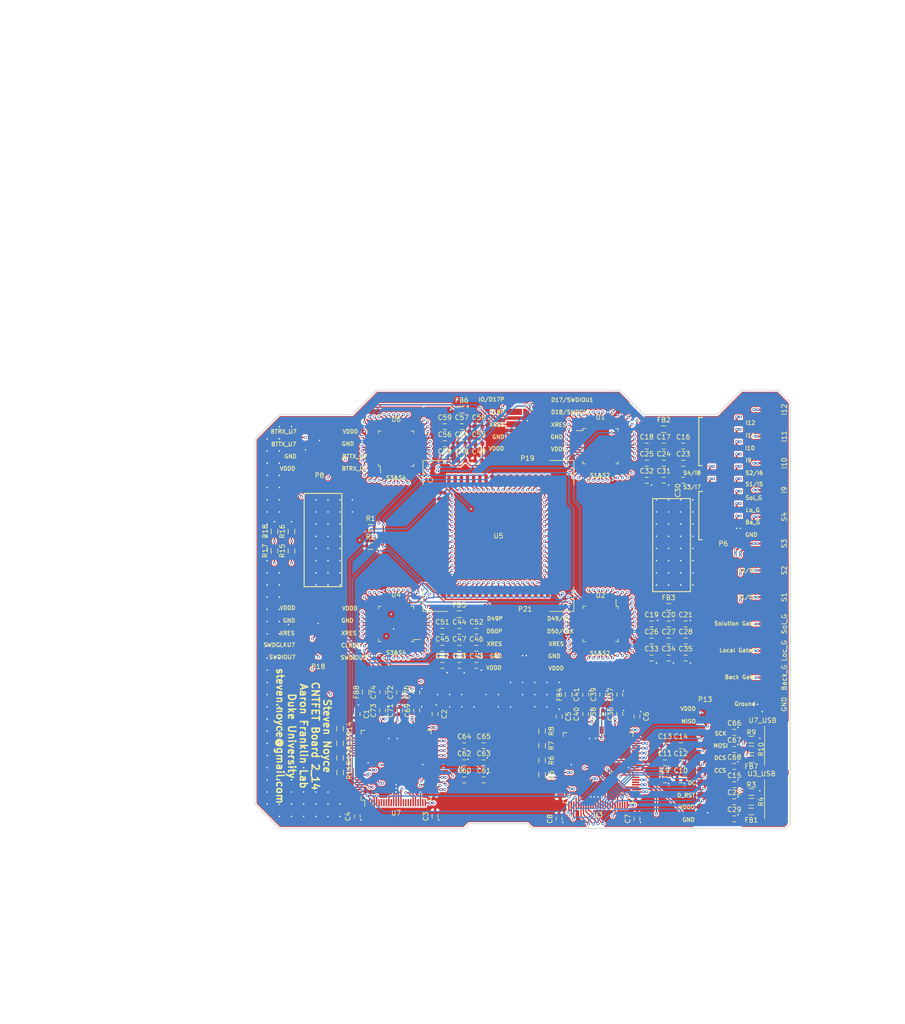
<source format=kicad_pcb>
(kicad_pcb (version 4) (host pcbnew 4.0.5)
  (layers (0 F.Cu signal) (1 In1.Cu signal) (2 In2.Cu signal) (31 B.Cu signal) (34 B.Paste user) (35 F.Paste user) (36 B.SilkS user) (37 F.SilkS user) (38 B.Mask user) (39 F.Mask user) (44 Edge.Cuts user))
  (net 0 "")
  (net 1 GND)
  (net 2 "Net-(C11-Pad1)")
  (net 3 "Net-(C16-Pad1)")
  (net 4 "Net-(C18-Pad1)")
  (net 5 "Net-(C19-Pad1)")
  (net 6 "Net-(C21-Pad1)")
  (net 7 "Net-(C36-Pad1)")
  (net 8 "Net-(C37-Pad1)")
  (net 9 "Net-(C42-Pad1)")
  (net 10 "Net-(C44-Pad1)")
  (net 11 "Net-(C48-Pad1)")
  (net 12 "Net-(C50-Pad1)")
  (net 13 "Net-(C60-Pad1)")
  (net 14 "Net-(C69-Pad1)")
  (net 15 "Net-(C70-Pad1)")
  (net 16 "Net-(FB1-Pad1)")
  (net 17 "Net-(FB7-Pad1)")
  (net 18 "Net-(P1-Pad2)")
  (net 19 "Net-(P2-Pad2)")
  (net 20 BackGate)
  (net 21 "Net-(P3-Pad2)")
  (net 22 I3)
  (net 23 "Net-(P4-Pad2)")
  (net 24 I4)
  (net 25 "Net-(P5-Pad2)")
  (net 26 I5)
  (net 27 "Net-(P6-Pad2)")
  (net 28 I7)
  (net 29 I6)
  (net 30 I8)
  (net 31 I9)
  (net 32 "Net-(P6-Pad14)")
  (net 33 I10)
  (net 34 I11)
  (net 35 I12)
  (net 36 "Net-(P7-Pad2)")
  (net 37 BT1_RX)
  (net 38 BT1_TX)
  (net 39 "Net-(P9-Pad2)")
  (net 40 BT2_RX)
  (net 41 BT2_TX)
  (net 42 "Net-(P11-Pad2)")
  (net 43 "Net-(P12-Pad2)")
  (net 44 DisplayMISO)
  (net 45 DisplaySCK)
  (net 46 DisplayMOSI)
  (net 47 DisplayCS)
  (net 48 CardCS)
  (net 49 DisplayDataOrCommand)
  (net 50 DisplayReset)
  (net 51 "Net-(P14-Pad2)")
  (net 52 "Net-(P15-Pad2)")
  (net 53 "Net-(P16-Pad2)")
  (net 54 D18)
  (net 55 D17)
  (net 56 D50)
  (net 57 D49)
  (net 58 I2C0_SCL)
  (net 59 I2C0_SDA)
  (net 60 "Net-(R3-Pad1)")
  (net 61 "Net-(R4-Pad1)")
  (net 62 "Net-(R5-Pad1)")
  (net 63 "Net-(R5-Pad2)")
  (net 64 "Net-(R6-Pad1)")
  (net 65 "Net-(R6-Pad2)")
  (net 66 "Net-(R7-Pad1)")
  (net 67 "Net-(R7-Pad2)")
  (net 68 "Net-(R8-Pad1)")
  (net 69 "Net-(R8-Pad2)")
  (net 70 "Net-(R9-Pad1)")
  (net 71 "Net-(R10-Pad1)")
  (net 72 "Net-(R11-Pad1)")
  (net 73 "Net-(R11-Pad2)")
  (net 74 "Net-(R12-Pad1)")
  (net 75 "Net-(R12-Pad2)")
  (net 76 "Net-(R13-Pad1)")
  (net 77 "Net-(R13-Pad2)")
  (net 78 "Net-(R14-Pad1)")
  (net 79 "Net-(R14-Pad2)")
  (net 80 D8)
  (net 81 D9)
  (net 82 D10)
  (net 83 D11)
  (net 84 D12)
  (net 85 D13)
  (net 86 D14)
  (net 87 D15)
  (net 88 D16)
  (net 89 D19)
  (net 90 D20)
  (net 91 D21)
  (net 92 D22)
  (net 93 D23)
  (net 94 D24)
  (net 95 D25)
  (net 96 D26)
  (net 97 D27)
  (net 98 D28)
  (net 99 D29)
  (net 100 D30)
  (net 101 D31)
  (net 102 D32)
  (net 103 D1)
  (net 104 D2)
  (net 105 D3)
  (net 106 D4)
  (net 107 D5)
  (net 108 D6)
  (net 109 D7)
  (net 110 D40)
  (net 111 D41)
  (net 112 D42)
  (net 113 D43)
  (net 114 D44)
  (net 115 D45)
  (net 116 D46)
  (net 117 D47)
  (net 118 D48)
  (net 119 D51)
  (net 120 D52)
  (net 121 D53)
  (net 122 D54)
  (net 123 D55)
  (net 124 D56)
  (net 125 D57)
  (net 126 D58)
  (net 127 D59)
  (net 128 D60)
  (net 129 D61)
  (net 130 D62)
  (net 131 D63)
  (net 132 D64)
  (net 133 D33)
  (net 134 D34)
  (net 135 D35)
  (net 136 D36)
  (net 137 D37)
  (net 138 D38)
  (net 139 D39)
  (net 140 VDDD)
  (net 141 D17P)
  (net 142 D18P)
  (net 143 D49P)
  (net 144 D50P)
  (net 145 SWDIO6)
  (net 146 SWDCLK6)
  (net 147 XRES6)
  (net 148 SWDIO5)
  (net 149 SWDCLK5)
  (net 150 XRES5)
  (net 151 XRES1)
  (net 152 XRES2)
  (net 153 XRES4)
  (net 154 XRES3)
  (net 155 "Net-(R3-Pad2)")
  (net 156 "Net-(R4-Pad2)")
  (net 157 "Net-(R9-Pad2)")
  (net 158 "Net-(R10-Pad2)")
  (net 159 "Net-(P8-Pad8)")
  (net 160 "Net-(P8-Pad1)")
  (module "NoyceLibrary:68_PLCC_Socket_(8468-21B1-RK-TP)" (layer F.Cu) (at 200.025 99.93)
    (fp_text reference U5 (at 0 0) (layer F.SilkS))
    (fp_text value "68_PLCC_Socket_(8468-21B1-RK-TP)")
    (pad 8 smd rect (at -11.68 -10.16) (size 1.91 0.7) (layers F.Cu F.Paste F.Mask) (net 80 D8))
    (pad 7 smd rect (at -11.68 -8.89) (size 1.91 0.7) (layers F.Cu F.Paste F.Mask) (net 109 D7))
    (pad 6 smd rect (at -11.68 -7.62) (size 1.91 0.7) (layers F.Cu F.Paste F.Mask) (net 108 D6))
    (pad 5 smd rect (at -11.68 -6.35) (size 1.91 0.7) (layers F.Cu F.Paste F.Mask) (net 107 D5))
    (pad 4 smd rect (at -11.68 -5.08) (size 1.91 0.7) (layers F.Cu F.Paste F.Mask) (net 106 D4))
    (pad 3 smd rect (at -11.68 -3.81) (size 1.91 0.7) (layers F.Cu F.Paste F.Mask) (net 105 D3))
    (pad 2 smd rect (at -11.68 -2.54) (size 1.91 0.7) (layers F.Cu F.Paste F.Mask) (net 104 D2))
    (pad 1 smd rect (at -11.68 -1.27) (size 1.91 0.7) (layers F.Cu F.Paste F.Mask) (net 103 D1))
    (pad 66 smd rect (at -11.68 0) (size 1.91 0.7) (layers F.Cu F.Paste F.Mask) (net 132 D64))
    (pad 65 smd rect (at -11.68 1.27) (size 1.91 0.7) (layers F.Cu F.Paste F.Mask) (net 131 D63))
    (pad 64 smd rect (at -11.68 2.54) (size 1.91 0.7) (layers F.Cu F.Paste F.Mask) (net 130 D62))
    (pad 63 smd rect (at -11.68 3.81) (size 1.91 0.7) (layers F.Cu F.Paste F.Mask) (net 129 D61))
    (pad 62 smd rect (at -11.68 5.08) (size 1.91 0.7) (layers F.Cu F.Paste F.Mask) (net 128 D60))
    (pad 61 smd rect (at -11.68 6.35) (size 1.91 0.7) (layers F.Cu F.Paste F.Mask) (net 127 D59))
    (pad 60 smd rect (at -11.68 7.62) (size 1.91 0.7) (layers F.Cu F.Paste F.Mask) (net 126 D58))
    (pad 59 smd rect (at -11.68 8.89) (size 1.91 0.7) (layers F.Cu F.Paste F.Mask) (net 125 D57))
    (pad 67 smd rect (at -11.68 10.16) (size 1.91 0.7) (layers F.Cu F.Paste F.Mask) (net 1 GND))
    (pad 58 smd rect (at -10.16 11.68) (size 0.7 1.91) (layers F.Cu F.Paste F.Mask) (net 124 D56))
    (pad 27 smd rect (at 11.68 -8.89) (size 1.91 0.7) (layers F.Cu F.Paste F.Mask) (net 97 D27))
    (pad 28 smd rect (at 11.68 -7.62) (size 1.91 0.7) (layers F.Cu F.Paste F.Mask) (net 98 D28))
    (pad 29 smd rect (at 11.68 -6.35) (size 1.91 0.7) (layers F.Cu F.Paste F.Mask) (net 99 D29))
    (pad 30 smd rect (at 11.68 -5.08) (size 1.91 0.7) (layers F.Cu F.Paste F.Mask) (net 100 D30))
    (pad 31 smd rect (at 11.68 -3.81) (size 1.91 0.7) (layers F.Cu F.Paste F.Mask) (net 101 D31))
    (pad 32 smd rect (at 11.68 -2.54) (size 1.91 0.7) (layers F.Cu F.Paste F.Mask) (net 102 D32))
    (pad 33 smd rect (at 11.68 -1.27) (size 1.91 0.7) (layers F.Cu F.Paste F.Mask) (net 22 I3))
    (pad 34 smd rect (at 11.68 0) (size 1.91 0.7) (layers F.Cu F.Paste F.Mask) (net 20 BackGate))
    (pad 35 smd rect (at 11.68 1.27) (size 1.91 0.7) (layers F.Cu F.Paste F.Mask) (net 133 D33))
    (pad 36 smd rect (at 11.68 2.54) (size 1.91 0.7) (layers F.Cu F.Paste F.Mask) (net 134 D34))
    (pad 37 smd rect (at 11.68 3.81) (size 1.91 0.7) (layers F.Cu F.Paste F.Mask) (net 135 D35))
    (pad 38 smd rect (at 11.68 5.08) (size 1.91 0.7) (layers F.Cu F.Paste F.Mask) (net 136 D36))
    (pad 39 smd rect (at 11.68 6.35) (size 1.91 0.7) (layers F.Cu F.Paste F.Mask) (net 137 D37))
    (pad 40 smd rect (at 11.68 7.62) (size 1.91 0.7) (layers F.Cu F.Paste F.Mask) (net 138 D38))
    (pad 41 smd rect (at 11.68 8.89) (size 1.91 0.7) (layers F.Cu F.Paste F.Mask) (net 139 D39))
    (pad 68 smd rect (at 11.68 10.16) (size 1.91 0.7) (layers F.Cu F.Paste F.Mask) (net 24 I4))
    (pad 9 smd rect (at -10.16 -11.68) (size 0.7 1.91) (layers F.Cu F.Paste F.Mask) (net 81 D9))
    (pad 10 smd rect (at -8.89 -11.68) (size 0.7 1.91) (layers F.Cu F.Paste F.Mask) (net 82 D10))
    (pad 11 smd rect (at -7.62 -11.68) (size 0.7 1.91) (layers F.Cu F.Paste F.Mask) (net 83 D11))
    (pad 12 smd rect (at -6.35 -11.68) (size 0.7 1.91) (layers F.Cu F.Paste F.Mask) (net 84 D12))
    (pad 13 smd rect (at -5.08 -11.68) (size 0.7 1.91) (layers F.Cu F.Paste F.Mask) (net 85 D13))
    (pad 14 smd rect (at -3.81 -11.68) (size 0.7 1.91) (layers F.Cu F.Paste F.Mask) (net 86 D14))
    (pad 15 smd rect (at -2.54 -11.68) (size 0.7 1.91) (layers F.Cu F.Paste F.Mask) (net 87 D15))
    (pad 16 smd rect (at -1.27 -11.68) (size 0.7 1.91) (layers F.Cu F.Paste F.Mask) (net 88 D16))
    (pad 17 smd rect (at 0 -11.68) (size 0.7 1.91) (layers F.Cu F.Paste F.Mask) (net 55 D17))
    (pad 18 smd rect (at 1.27 -11.68) (size 0.7 1.91) (layers F.Cu F.Paste F.Mask) (net 54 D18))
    (pad 19 smd rect (at 2.54 -11.68) (size 0.7 1.91) (layers F.Cu F.Paste F.Mask) (net 89 D19))
    (pad 20 smd rect (at 3.81 -11.68) (size 0.7 1.91) (layers F.Cu F.Paste F.Mask) (net 90 D20))
    (pad 21 smd rect (at 5.08 -11.68) (size 0.7 1.91) (layers F.Cu F.Paste F.Mask) (net 91 D21))
    (pad 22 smd rect (at 6.35 -11.68) (size 0.7 1.91) (layers F.Cu F.Paste F.Mask) (net 92 D22))
    (pad 23 smd rect (at 7.62 -11.68) (size 0.7 1.91) (layers F.Cu F.Paste F.Mask) (net 93 D23))
    (pad 24 smd rect (at 8.89 -11.68) (size 0.7 1.91) (layers F.Cu F.Paste F.Mask) (net 94 D24))
    (pad 25 smd rect (at 10.16 -11.68) (size 0.7 1.91) (layers F.Cu F.Paste F.Mask) (net 95 D25))
    (pad 57 smd rect (at -8.89 11.68) (size 0.7 1.91) (layers F.Cu F.Paste F.Mask) (net 123 D55))
    (pad 56 smd rect (at -7.62 11.68) (size 0.7 1.91) (layers F.Cu F.Paste F.Mask) (net 122 D54))
    (pad 55 smd rect (at -6.35 11.68) (size 0.7 1.91) (layers F.Cu F.Paste F.Mask) (net 121 D53))
    (pad 54 smd rect (at -5.08 11.68) (size 0.7 1.91) (layers F.Cu F.Paste F.Mask) (net 120 D52))
    (pad 53 smd rect (at -3.81 11.68) (size 0.7 1.91) (layers F.Cu F.Paste F.Mask) (net 119 D51))
    (pad 52 smd rect (at -2.54 11.68) (size 0.7 1.91) (layers F.Cu F.Paste F.Mask) (net 56 D50))
    (pad 51 smd rect (at -1.27 11.68) (size 0.7 1.91) (layers F.Cu F.Paste F.Mask) (net 57 D49))
    (pad 50 smd rect (at 0 11.68) (size 0.7 1.91) (layers F.Cu F.Paste F.Mask) (net 118 D48))
    (pad 49 smd rect (at 1.27 11.68) (size 0.7 1.91) (layers F.Cu F.Paste F.Mask) (net 117 D47))
    (pad 48 smd rect (at 2.54 11.68) (size 0.7 1.91) (layers F.Cu F.Paste F.Mask) (net 116 D46))
    (pad 47 smd rect (at 3.81 11.68) (size 0.7 1.91) (layers F.Cu F.Paste F.Mask) (net 115 D45))
    (pad 46 smd rect (at 5.08 11.68) (size 0.7 1.91) (layers F.Cu F.Paste F.Mask) (net 114 D44))
    (pad 45 smd rect (at 6.35 11.68) (size 0.7 1.91) (layers F.Cu F.Paste F.Mask) (net 113 D43))
    (pad 44 smd rect (at 7.62 11.68) (size 0.7 1.91) (layers F.Cu F.Paste F.Mask) (net 112 D42))
    (pad 43 smd rect (at 8.89 11.68) (size 0.7 1.91) (layers F.Cu F.Paste F.Mask) (net 111 D41))
    (pad 42 smd rect (at 10.16 11.68) (size 0.7 1.91) (layers F.Cu F.Paste F.Mask) (net 110 D40))
    (pad 26 smd rect (at 11.68 -10.16) (size 1.91 0.7) (layers F.Cu F.Paste F.Mask) (net 96 D26))
  )
  (module Capacitors_SMD:C_0603 (layer F.Cu) (at 171 136.5 270)
    (fp_text reference C1 (at 0 -1.9 270) (layer F.SilkS))
    (fp_text value 0.1uF)
    (pad 1 smd rect (at -0.75 0 270) (size 0.8 0.75) (layers F.Cu F.Paste F.Mask) (net 1 GND))
    (pad 2 smd rect (at 0.75 0 270) (size 0.8 0.75) (layers F.Cu F.Paste F.Mask) (net 140 VDDD))
  )
  (module Capacitors_SMD:C_0603 (layer F.Cu) (at 187 136.5 270)
    (fp_text reference C2 (at 0 -1.9 270) (layer F.SilkS))
    (fp_text value 0.1uF)
    (pad 1 smd rect (at -0.75 0 270) (size 0.8 0.75) (layers F.Cu F.Paste F.Mask) (net 1 GND))
    (pad 2 smd rect (at 0.75 0 270) (size 0.8 0.75) (layers F.Cu F.Paste F.Mask) (net 140 VDDD))
  )
  (module Capacitors_SMD:C_0603 (layer F.Cu) (at 187 157.5 90)
    (fp_text reference C3 (at 0 -1.9 90) (layer F.SilkS))
    (fp_text value 0.1uF)
    (pad 1 smd rect (at -0.75 0 90) (size 0.8 0.75) (layers F.Cu F.Paste F.Mask) (net 1 GND))
    (pad 2 smd rect (at 0.75 0 90) (size 0.8 0.75) (layers F.Cu F.Paste F.Mask) (net 140 VDDD))
  )
  (module Capacitors_SMD:C_0603 (layer F.Cu) (at 171 157.5 90)
    (fp_text reference C4 (at 0 -1.9 90) (layer F.SilkS))
    (fp_text value 0.1uF)
    (pad 1 smd rect (at -0.75 0 90) (size 0.8 0.75) (layers F.Cu F.Paste F.Mask) (net 1 GND))
    (pad 2 smd rect (at 0.75 0 90) (size 0.8 0.75) (layers F.Cu F.Paste F.Mask) (net 140 VDDD))
  )
  (module Capacitors_SMD:C_0603 (layer F.Cu) (at 212.5 137 270)
    (fp_text reference C5 (at 0 -1.9 270) (layer F.SilkS))
    (fp_text value 0.1uF)
    (pad 1 smd rect (at -0.75 0 270) (size 0.8 0.75) (layers F.Cu F.Paste F.Mask) (net 1 GND))
    (pad 2 smd rect (at 0.75 0 270) (size 0.8 0.75) (layers F.Cu F.Paste F.Mask) (net 140 VDDD))
  )
  (module Capacitors_SMD:C_0603 (layer F.Cu) (at 228.5 137 270)
    (fp_text reference C6 (at 0 -1.9 270) (layer F.SilkS))
    (fp_text value 0.1uF)
    (pad 1 smd rect (at -0.75 0 270) (size 0.8 0.75) (layers F.Cu F.Paste F.Mask) (net 1 GND))
    (pad 2 smd rect (at 0.75 0 270) (size 0.8 0.75) (layers F.Cu F.Paste F.Mask) (net 140 VDDD))
  )
  (module Capacitors_SMD:C_0603 (layer F.Cu) (at 228.5 158 90)
    (fp_text reference C7 (at 0 -1.9 90) (layer F.SilkS))
    (fp_text value 0.1uF)
    (pad 1 smd rect (at -0.75 0 90) (size 0.8 0.75) (layers F.Cu F.Paste F.Mask) (net 1 GND))
    (pad 2 smd rect (at 0.75 0 90) (size 0.8 0.75) (layers F.Cu F.Paste F.Mask) (net 140 VDDD))
  )
  (module Capacitors_SMD:C_0603 (layer F.Cu) (at 212.5 158 90)
    (fp_text reference C8 (at 0 -1.9 90) (layer F.SilkS))
    (fp_text value 0.1uF)
    (pad 1 smd rect (at -0.75 0 90) (size 0.8 0.75) (layers F.Cu F.Paste F.Mask) (net 1 GND))
    (pad 2 smd rect (at 0.75 0 90) (size 0.8 0.75) (layers F.Cu F.Paste F.Mask) (net 140 VDDD))
  )
  (module Capacitors_SMD:C_0603 (layer F.Cu) (at 234.25 150)
    (fp_text reference C9 (at 0 -1.9) (layer F.SilkS))
    (fp_text value 47uF)
    (pad 1 smd rect (at -0.75 0) (size 0.8 0.75) (layers F.Cu F.Paste F.Mask) (net 2 "Net-(C11-Pad1)"))
    (pad 2 smd rect (at 0.75 0) (size 0.8 0.75) (layers F.Cu F.Paste F.Mask) (net 1 GND))
  )
  (module Capacitors_SMD:C_0603 (layer F.Cu) (at 237.5 150)
    (fp_text reference C10 (at 0 -1.9) (layer F.SilkS))
    (fp_text value 47uF)
    (pad 1 smd rect (at -0.75 0) (size 0.8 0.75) (layers F.Cu F.Paste F.Mask) (net 140 VDDD))
    (pad 2 smd rect (at 0.75 0) (size 0.8 0.75) (layers F.Cu F.Paste F.Mask) (net 1 GND))
  )
  (module Capacitors_SMD:C_0603 (layer F.Cu) (at 234.25 146.5)
    (fp_text reference C11 (at 0 -1.9) (layer F.SilkS))
    (fp_text value 1uF)
    (pad 1 smd rect (at -0.75 0) (size 0.8 0.75) (layers F.Cu F.Paste F.Mask) (net 2 "Net-(C11-Pad1)"))
    (pad 2 smd rect (at 0.75 0) (size 0.8 0.75) (layers F.Cu F.Paste F.Mask) (net 1 GND))
  )
  (module Capacitors_SMD:C_0603 (layer F.Cu) (at 237.5 146.5)
    (fp_text reference C12 (at 0 -1.9) (layer F.SilkS))
    (fp_text value 1uF)
    (pad 1 smd rect (at -0.75 0) (size 0.8 0.75) (layers F.Cu F.Paste F.Mask) (net 140 VDDD))
    (pad 2 smd rect (at 0.75 0) (size 0.8 0.75) (layers F.Cu F.Paste F.Mask) (net 1 GND))
  )
  (module Capacitors_SMD:C_0603 (layer F.Cu) (at 234.25 143)
    (fp_text reference C13 (at 0 -1.9) (layer F.SilkS))
    (fp_text value 0.1uF)
    (pad 1 smd rect (at -0.75 0) (size 0.8 0.75) (layers F.Cu F.Paste F.Mask) (net 2 "Net-(C11-Pad1)"))
    (pad 2 smd rect (at 0.75 0) (size 0.8 0.75) (layers F.Cu F.Paste F.Mask) (net 1 GND))
  )
  (module Capacitors_SMD:C_0603 (layer F.Cu) (at 237.5 143)
    (fp_text reference C14 (at 0 -1.9) (layer F.SilkS))
    (fp_text value 0.1uF)
    (pad 1 smd rect (at -0.75 0) (size 0.8 0.75) (layers F.Cu F.Paste F.Mask) (net 140 VDDD))
    (pad 2 smd rect (at 0.75 0) (size 0.8 0.75) (layers F.Cu F.Paste F.Mask) (net 1 GND))
  )
  (module Capacitors_SMD:C_0603 (layer F.Cu) (at 248.5 151)
    (fp_text reference C15 (at 0 -1.9) (layer F.SilkS))
    (fp_text value 47uF)
    (pad 1 smd rect (at -0.75 0) (size 0.8 0.75) (layers F.Cu F.Paste F.Mask) (net 140 VDDD))
    (pad 2 smd rect (at 0.75 0) (size 0.8 0.75) (layers F.Cu F.Paste F.Mask) (net 1 GND))
  )
  (module Capacitors_SMD:C_0603 (layer F.Cu) (at 238 81.5)
    (fp_text reference C16 (at 0 -1.9) (layer F.SilkS))
    (fp_text value 47uF)
    (pad 1 smd rect (at -0.75 0) (size 0.8 0.75) (layers F.Cu F.Paste F.Mask) (net 3 "Net-(C16-Pad1)"))
    (pad 2 smd rect (at 0.75 0) (size 0.8 0.75) (layers F.Cu F.Paste F.Mask) (net 1 GND))
  )
  (module Capacitors_SMD:C_0603 (layer F.Cu) (at 234 81.5)
    (fp_text reference C17 (at 0 -1.9) (layer F.SilkS))
    (fp_text value 47uF)
    (pad 1 smd rect (at -0.75 0) (size 0.8 0.75) (layers F.Cu F.Paste F.Mask) (net 140 VDDD))
    (pad 2 smd rect (at 0.75 0) (size 0.8 0.75) (layers F.Cu F.Paste F.Mask) (net 1 GND))
  )
  (module Capacitors_SMD:C_0603 (layer F.Cu) (at 230.5 81.5)
    (fp_text reference C18 (at 0 -1.9) (layer F.SilkS))
    (fp_text value 47uF)
    (pad 1 smd rect (at -0.75 0) (size 0.8 0.75) (layers F.Cu F.Paste F.Mask) (net 4 "Net-(C18-Pad1)"))
    (pad 2 smd rect (at 0.75 0) (size 0.8 0.75) (layers F.Cu F.Paste F.Mask) (net 1 GND))
  )
  (module Capacitors_SMD:C_0603 (layer F.Cu) (at 231.5 118)
    (fp_text reference C19 (at 0 -1.9) (layer F.SilkS))
    (fp_text value 47uF)
    (pad 1 smd rect (at -0.75 0) (size 0.8 0.75) (layers F.Cu F.Paste F.Mask) (net 5 "Net-(C19-Pad1)"))
    (pad 2 smd rect (at 0.75 0) (size 0.8 0.75) (layers F.Cu F.Paste F.Mask) (net 1 GND))
  )
  (module Capacitors_SMD:C_0603 (layer F.Cu) (at 235 118)
    (fp_text reference C20 (at 0 -1.9) (layer F.SilkS))
    (fp_text value 47uF)
    (pad 1 smd rect (at -0.75 0) (size 0.8 0.75) (layers F.Cu F.Paste F.Mask) (net 140 VDDD))
    (pad 2 smd rect (at 0.75 0) (size 0.8 0.75) (layers F.Cu F.Paste F.Mask) (net 1 GND))
  )
  (module Capacitors_SMD:C_0603 (layer F.Cu) (at 238.5 118)
    (fp_text reference C21 (at 0 -1.9) (layer F.SilkS))
    (fp_text value 47uF)
    (pad 1 smd rect (at -0.75 0) (size 0.8 0.75) (layers F.Cu F.Paste F.Mask) (net 6 "Net-(C21-Pad1)"))
    (pad 2 smd rect (at 0.75 0) (size 0.8 0.75) (layers F.Cu F.Paste F.Mask) (net 1 GND))
  )
  (module Capacitors_SMD:C_0603 (layer F.Cu) (at 248.5 154.5)
    (fp_text reference C22 (at 0 -1.9) (layer F.SilkS))
    (fp_text value 1uF)
    (pad 1 smd rect (at -0.75 0) (size 0.8 0.75) (layers F.Cu F.Paste F.Mask) (net 140 VDDD))
    (pad 2 smd rect (at 0.75 0) (size 0.8 0.75) (layers F.Cu F.Paste F.Mask) (net 1 GND))
  )
  (module Capacitors_SMD:C_0603 (layer F.Cu) (at 238 85)
    (fp_text reference C23 (at 0 -1.9) (layer F.SilkS))
    (fp_text value 1uF)
    (pad 1 smd rect (at -0.75 0) (size 0.8 0.75) (layers F.Cu F.Paste F.Mask) (net 3 "Net-(C16-Pad1)"))
    (pad 2 smd rect (at 0.75 0) (size 0.8 0.75) (layers F.Cu F.Paste F.Mask) (net 1 GND))
  )
  (module Capacitors_SMD:C_0603 (layer F.Cu) (at 234 85)
    (fp_text reference C24 (at 0 -1.9) (layer F.SilkS))
    (fp_text value 1uF)
    (pad 1 smd rect (at -0.75 0) (size 0.8 0.75) (layers F.Cu F.Paste F.Mask) (net 140 VDDD))
    (pad 2 smd rect (at 0.75 0) (size 0.8 0.75) (layers F.Cu F.Paste F.Mask) (net 1 GND))
  )
  (module Capacitors_SMD:C_0603 (layer F.Cu) (at 230.5 85)
    (fp_text reference C25 (at 0 -1.9) (layer F.SilkS))
    (fp_text value 1uF)
    (pad 1 smd rect (at -0.75 0) (size 0.8 0.75) (layers F.Cu F.Paste F.Mask) (net 4 "Net-(C18-Pad1)"))
    (pad 2 smd rect (at 0.75 0) (size 0.8 0.75) (layers F.Cu F.Paste F.Mask) (net 1 GND))
  )
  (module Capacitors_SMD:C_0603 (layer F.Cu) (at 231.5 121.5)
    (fp_text reference C26 (at 0 -1.9) (layer F.SilkS))
    (fp_text value 1uF)
    (pad 1 smd rect (at -0.75 0) (size 0.8 0.75) (layers F.Cu F.Paste F.Mask) (net 5 "Net-(C19-Pad1)"))
    (pad 2 smd rect (at 0.75 0) (size 0.8 0.75) (layers F.Cu F.Paste F.Mask) (net 1 GND))
  )
  (module Capacitors_SMD:C_0603 (layer F.Cu) (at 235 121.5)
    (fp_text reference C27 (at 0 -1.9) (layer F.SilkS))
    (fp_text value 1uF)
    (pad 1 smd rect (at -0.75 0) (size 0.8 0.75) (layers F.Cu F.Paste F.Mask) (net 140 VDDD))
    (pad 2 smd rect (at 0.75 0) (size 0.8 0.75) (layers F.Cu F.Paste F.Mask) (net 1 GND))
  )
  (module Capacitors_SMD:C_0603 (layer F.Cu) (at 238.5 121.5)
    (fp_text reference C28 (at 0 -1.9) (layer F.SilkS))
    (fp_text value 1uF)
    (pad 1 smd rect (at -0.75 0) (size 0.8 0.75) (layers F.Cu F.Paste F.Mask) (net 6 "Net-(C21-Pad1)"))
    (pad 2 smd rect (at 0.75 0) (size 0.8 0.75) (layers F.Cu F.Paste F.Mask) (net 1 GND))
  )
  (module Capacitors_SMD:C_0603 (layer F.Cu) (at 248.5 158)
    (fp_text reference C29 (at 0 -1.9) (layer F.SilkS))
    (fp_text value 0.1uF)
    (pad 1 smd rect (at -0.75 0) (size 0.8 0.75) (layers F.Cu F.Paste F.Mask) (net 140 VDDD))
    (pad 2 smd rect (at 0.75 0) (size 0.8 0.75) (layers F.Cu F.Paste F.Mask) (net 1 GND))
  )
  (module Capacitors_SMD:C_0603 (layer F.Cu) (at 238 88.5)
    (fp_text reference C30 (at -1.1 2.1 90) (layer F.SilkS))
    (fp_text value 0.1uF)
    (pad 1 smd rect (at -0.75 0) (size 0.8 0.75) (layers F.Cu F.Paste F.Mask) (net 3 "Net-(C16-Pad1)"))
    (pad 2 smd rect (at 0.75 0) (size 0.8 0.75) (layers F.Cu F.Paste F.Mask) (net 1 GND))
  )
  (module Capacitors_SMD:C_0603 (layer F.Cu) (at 234 88.5)
    (fp_text reference C31 (at 0 -1.9) (layer F.SilkS))
    (fp_text value 0.1uF)
    (pad 1 smd rect (at -0.75 0) (size 0.8 0.75) (layers F.Cu F.Paste F.Mask) (net 140 VDDD))
    (pad 2 smd rect (at 0.75 0) (size 0.8 0.75) (layers F.Cu F.Paste F.Mask) (net 1 GND))
  )
  (module Capacitors_SMD:C_0603 (layer F.Cu) (at 230.5 88.5)
    (fp_text reference C32 (at 0 -1.9) (layer F.SilkS))
    (fp_text value 0.1uF)
    (pad 1 smd rect (at -0.75 0) (size 0.8 0.75) (layers F.Cu F.Paste F.Mask) (net 4 "Net-(C18-Pad1)"))
    (pad 2 smd rect (at 0.75 0) (size 0.8 0.75) (layers F.Cu F.Paste F.Mask) (net 1 GND))
  )
  (module Capacitors_SMD:C_0603 (layer F.Cu) (at 231.5 125)
    (fp_text reference C33 (at 0 -1.9) (layer F.SilkS))
    (fp_text value 0.1uF)
    (pad 1 smd rect (at -0.75 0) (size 0.8 0.75) (layers F.Cu F.Paste F.Mask) (net 5 "Net-(C19-Pad1)"))
    (pad 2 smd rect (at 0.75 0) (size 0.8 0.75) (layers F.Cu F.Paste F.Mask) (net 1 GND))
  )
  (module Capacitors_SMD:C_0603 (layer F.Cu) (at 235 125)
    (fp_text reference C34 (at 0 -1.9) (layer F.SilkS))
    (fp_text value 0.1uF)
    (pad 1 smd rect (at -0.75 0) (size 0.8 0.75) (layers F.Cu F.Paste F.Mask) (net 140 VDDD))
    (pad 2 smd rect (at 0.75 0) (size 0.8 0.75) (layers F.Cu F.Paste F.Mask) (net 1 GND))
  )
  (module Capacitors_SMD:C_0603 (layer F.Cu) (at 238.5 125)
    (fp_text reference C35 (at 0 -1.9) (layer F.SilkS))
    (fp_text value 0.1uF)
    (pad 1 smd rect (at -0.75 0) (size 0.8 0.75) (layers F.Cu F.Paste F.Mask) (net 6 "Net-(C21-Pad1)"))
    (pad 2 smd rect (at 0.75 0) (size 0.8 0.75) (layers F.Cu F.Paste F.Mask) (net 1 GND))
  )
  (module Capacitors_SMD:C_0603 (layer F.Cu) (at 224.962 136.499 90)
    (fp_text reference C36 (at 0 -1.9 90) (layer F.SilkS))
    (fp_text value 47uF)
    (pad 1 smd rect (at -0.75 0 90) (size 0.8 0.75) (layers F.Cu F.Paste F.Mask) (net 7 "Net-(C36-Pad1)"))
    (pad 2 smd rect (at 0.75 0 90) (size 0.8 0.75) (layers F.Cu F.Paste F.Mask) (net 1 GND))
  )
  (module Capacitors_SMD:C_0603 (layer F.Cu) (at 224.962 132.499 90)
    (fp_text reference C37 (at 0 -1.9 90) (layer F.SilkS))
    (fp_text value 47uF)
    (pad 1 smd rect (at -0.75 0 90) (size 0.8 0.75) (layers F.Cu F.Paste F.Mask) (net 8 "Net-(C37-Pad1)"))
    (pad 2 smd rect (at 0.75 0 90) (size 0.8 0.75) (layers F.Cu F.Paste F.Mask) (net 1 GND))
  )
  (module Capacitors_SMD:C_0603 (layer F.Cu) (at 221.462 136.499 90)
    (fp_text reference C38 (at 0 -1.9 90) (layer F.SilkS))
    (fp_text value 1uF)
    (pad 1 smd rect (at -0.75 0 90) (size 0.8 0.75) (layers F.Cu F.Paste F.Mask) (net 7 "Net-(C36-Pad1)"))
    (pad 2 smd rect (at 0.75 0 90) (size 0.8 0.75) (layers F.Cu F.Paste F.Mask) (net 1 GND))
  )
  (module Capacitors_SMD:C_0603 (layer F.Cu) (at 221.462 132.499 90)
    (fp_text reference C39 (at 0 -1.9 90) (layer F.SilkS))
    (fp_text value 1uF)
    (pad 1 smd rect (at -0.75 0 90) (size 0.8 0.75) (layers F.Cu F.Paste F.Mask) (net 8 "Net-(C37-Pad1)"))
    (pad 2 smd rect (at 0.75 0 90) (size 0.8 0.75) (layers F.Cu F.Paste F.Mask) (net 1 GND))
  )
  (module Capacitors_SMD:C_0603 (layer F.Cu) (at 217.962 136.499 90)
    (fp_text reference C40 (at 0 -1.9 90) (layer F.SilkS))
    (fp_text value 0.1uF)
    (pad 1 smd rect (at -0.75 0 90) (size 0.8 0.75) (layers F.Cu F.Paste F.Mask) (net 7 "Net-(C36-Pad1)"))
    (pad 2 smd rect (at 0.75 0 90) (size 0.8 0.75) (layers F.Cu F.Paste F.Mask) (net 1 GND))
  )
  (module Capacitors_SMD:C_0603 (layer F.Cu) (at 217.962 132.499 90)
    (fp_text reference C41 (at 0 -1.9 90) (layer F.SilkS))
    (fp_text value 0.1uF)
    (pad 1 smd rect (at -0.75 0 90) (size 0.8 0.75) (layers F.Cu F.Paste F.Mask) (net 8 "Net-(C37-Pad1)"))
    (pad 2 smd rect (at 0.75 0 90) (size 0.8 0.75) (layers F.Cu F.Paste F.Mask) (net 1 GND))
  )
  (module Capacitors_SMD:C_0603 (layer F.Cu) (at 188.5 126.5)
    (fp_text reference C42 (at 0 -1.9) (layer F.SilkS))
    (fp_text value 47uF)
    (pad 1 smd rect (at -0.75 0) (size 0.8 0.75) (layers F.Cu F.Paste F.Mask) (net 9 "Net-(C42-Pad1)"))
    (pad 2 smd rect (at 0.75 0) (size 0.8 0.75) (layers F.Cu F.Paste F.Mask) (net 1 GND))
  )
  (module Capacitors_SMD:C_0603 (layer F.Cu) (at 195.5 126.5)
    (fp_text reference C43 (at 0 -1.9) (layer F.SilkS))
    (fp_text value 47uF)
    (pad 1 smd rect (at -0.75 0) (size 0.8 0.75) (layers F.Cu F.Paste F.Mask) (net 140 VDDD))
    (pad 2 smd rect (at 0.75 0) (size 0.8 0.75) (layers F.Cu F.Paste F.Mask) (net 1 GND))
  )
  (module Capacitors_SMD:C_0603 (layer F.Cu) (at 192 119.5)
    (fp_text reference C44 (at 0 -1.9) (layer F.SilkS))
    (fp_text value 47uF)
    (pad 1 smd rect (at -0.75 0) (size 0.8 0.75) (layers F.Cu F.Paste F.Mask) (net 10 "Net-(C44-Pad1)"))
    (pad 2 smd rect (at 0.75 0) (size 0.8 0.75) (layers F.Cu F.Paste F.Mask) (net 1 GND))
  )
  (module Capacitors_SMD:C_0603 (layer F.Cu) (at 188.5 123)
    (fp_text reference C45 (at 0 -1.9) (layer F.SilkS))
    (fp_text value 1uF)
    (pad 1 smd rect (at -0.75 0) (size 0.8 0.75) (layers F.Cu F.Paste F.Mask) (net 9 "Net-(C42-Pad1)"))
    (pad 2 smd rect (at 0.75 0) (size 0.8 0.75) (layers F.Cu F.Paste F.Mask) (net 1 GND))
  )
  (module Capacitors_SMD:C_0603 (layer F.Cu) (at 195.5 123)
    (fp_text reference C46 (at 0 -1.9) (layer F.SilkS))
    (fp_text value 1uF)
    (pad 1 smd rect (at -0.75 0) (size 0.8 0.75) (layers F.Cu F.Paste F.Mask) (net 140 VDDD))
    (pad 2 smd rect (at 0.75 0) (size 0.8 0.75) (layers F.Cu F.Paste F.Mask) (net 1 GND))
  )
  (module Capacitors_SMD:C_0603 (layer F.Cu) (at 192 123)
    (fp_text reference C47 (at 0 -1.9) (layer F.SilkS))
    (fp_text value 1uF)
    (pad 1 smd rect (at -0.75 0) (size 0.8 0.75) (layers F.Cu F.Paste F.Mask) (net 10 "Net-(C44-Pad1)"))
    (pad 2 smd rect (at 0.75 0) (size 0.8 0.75) (layers F.Cu F.Paste F.Mask) (net 1 GND))
  )
  (module Capacitors_SMD:C_0603 (layer F.Cu) (at 192.5 84.5)
    (fp_text reference C48 (at 0 -1.9) (layer F.SilkS))
    (fp_text value 47uF)
    (pad 1 smd rect (at -0.75 0) (size 0.8 0.75) (layers F.Cu F.Paste F.Mask) (net 11 "Net-(C48-Pad1)"))
    (pad 2 smd rect (at 0.75 0) (size 0.8 0.75) (layers F.Cu F.Paste F.Mask) (net 1 GND))
  )
  (module Capacitors_SMD:C_0603 (layer F.Cu) (at 196 84.5)
    (fp_text reference C49 (at 0 -1.9) (layer F.SilkS))
    (fp_text value 47uF)
    (pad 1 smd rect (at -0.75 0) (size 0.8 0.75) (layers F.Cu F.Paste F.Mask) (net 140 VDDD))
    (pad 2 smd rect (at 0.75 0) (size 0.8 0.75) (layers F.Cu F.Paste F.Mask) (net 1 GND))
  )
  (module Capacitors_SMD:C_0603 (layer F.Cu) (at 189 84.5)
    (fp_text reference C50 (at 0 -1.9) (layer F.SilkS))
    (fp_text value 47uF)
    (pad 1 smd rect (at -0.75 0) (size 0.8 0.75) (layers F.Cu F.Paste F.Mask) (net 12 "Net-(C50-Pad1)"))
    (pad 2 smd rect (at 0.75 0) (size 0.8 0.75) (layers F.Cu F.Paste F.Mask) (net 1 GND))
  )
  (module Capacitors_SMD:C_0603 (layer F.Cu) (at 188.5 119.5)
    (fp_text reference C51 (at 0 -1.9) (layer F.SilkS))
    (fp_text value 0.1uF)
    (pad 1 smd rect (at -0.75 0) (size 0.8 0.75) (layers F.Cu F.Paste F.Mask) (net 9 "Net-(C42-Pad1)"))
    (pad 2 smd rect (at 0.75 0) (size 0.8 0.75) (layers F.Cu F.Paste F.Mask) (net 1 GND))
  )
  (module Capacitors_SMD:C_0603 (layer F.Cu) (at 195.5 119.5)
    (fp_text reference C52 (at 0 -1.9) (layer F.SilkS))
    (fp_text value 0.1uF)
    (pad 1 smd rect (at -0.75 0) (size 0.8 0.75) (layers F.Cu F.Paste F.Mask) (net 140 VDDD))
    (pad 2 smd rect (at 0.75 0) (size 0.8 0.75) (layers F.Cu F.Paste F.Mask) (net 1 GND))
  )
  (module Capacitors_SMD:C_0603 (layer F.Cu) (at 192 126.5)
    (fp_text reference C53 (at 0 -1.9) (layer F.SilkS))
    (fp_text value 0.1uF)
    (pad 1 smd rect (at -0.75 0) (size 0.8 0.75) (layers F.Cu F.Paste F.Mask) (net 10 "Net-(C44-Pad1)"))
    (pad 2 smd rect (at 0.75 0) (size 0.8 0.75) (layers F.Cu F.Paste F.Mask) (net 1 GND))
  )
  (module Capacitors_SMD:C_0603 (layer F.Cu) (at 192.5 81)
    (fp_text reference C54 (at 0 -1.9) (layer F.SilkS))
    (fp_text value 1uF)
    (pad 1 smd rect (at -0.75 0) (size 0.8 0.75) (layers F.Cu F.Paste F.Mask) (net 11 "Net-(C48-Pad1)"))
    (pad 2 smd rect (at 0.75 0) (size 0.8 0.75) (layers F.Cu F.Paste F.Mask) (net 1 GND))
  )
  (module Capacitors_SMD:C_0603 (layer F.Cu) (at 196 81)
    (fp_text reference C55 (at 0 -1.9) (layer F.SilkS))
    (fp_text value 1uF)
    (pad 1 smd rect (at -0.75 0) (size 0.8 0.75) (layers F.Cu F.Paste F.Mask) (net 140 VDDD))
    (pad 2 smd rect (at 0.75 0) (size 0.8 0.75) (layers F.Cu F.Paste F.Mask) (net 1 GND))
  )
  (module Capacitors_SMD:C_0603 (layer F.Cu) (at 189 81)
    (fp_text reference C56 (at 0 -1.9) (layer F.SilkS))
    (fp_text value 1uF)
    (pad 1 smd rect (at -0.75 0) (size 0.8 0.75) (layers F.Cu F.Paste F.Mask) (net 12 "Net-(C50-Pad1)"))
    (pad 2 smd rect (at 0.75 0) (size 0.8 0.75) (layers F.Cu F.Paste F.Mask) (net 1 GND))
  )
  (module Capacitors_SMD:C_0603 (layer F.Cu) (at 192.5 77.5)
    (fp_text reference C57 (at 0 -1.9) (layer F.SilkS))
    (fp_text value 0.1uF)
    (pad 1 smd rect (at -0.75 0) (size 0.8 0.75) (layers F.Cu F.Paste F.Mask) (net 11 "Net-(C48-Pad1)"))
    (pad 2 smd rect (at 0.75 0) (size 0.8 0.75) (layers F.Cu F.Paste F.Mask) (net 1 GND))
  )
  (module Capacitors_SMD:C_0603 (layer F.Cu) (at 196 77.5)
    (fp_text reference C58 (at 0 -1.9) (layer F.SilkS))
    (fp_text value 0.1uF)
    (pad 1 smd rect (at -0.75 0) (size 0.8 0.75) (layers F.Cu F.Paste F.Mask) (net 140 VDDD))
    (pad 2 smd rect (at 0.75 0) (size 0.8 0.75) (layers F.Cu F.Paste F.Mask) (net 1 GND))
  )
  (module Capacitors_SMD:C_0603 (layer F.Cu) (at 189 77.5)
    (fp_text reference C59 (at 0 -1.9) (layer F.SilkS))
    (fp_text value 0.1uF)
    (pad 1 smd rect (at -0.75 0) (size 0.8 0.75) (layers F.Cu F.Paste F.Mask) (net 12 "Net-(C50-Pad1)"))
    (pad 2 smd rect (at 0.75 0) (size 0.8 0.75) (layers F.Cu F.Paste F.Mask) (net 1 GND))
  )
  (module Capacitors_SMD:C_0603 (layer F.Cu) (at 193 150)
    (fp_text reference C60 (at 0 -1.9) (layer F.SilkS))
    (fp_text value 47uF)
    (pad 1 smd rect (at -0.75 0) (size 0.8 0.75) (layers F.Cu F.Paste F.Mask) (net 13 "Net-(C60-Pad1)"))
    (pad 2 smd rect (at 0.75 0) (size 0.8 0.75) (layers F.Cu F.Paste F.Mask) (net 1 GND))
  )
  (module Capacitors_SMD:C_0603 (layer F.Cu) (at 197 150)
    (fp_text reference C61 (at 0 -1.9) (layer F.SilkS))
    (fp_text value 47uF)
    (pad 1 smd rect (at -0.75 0) (size 0.8 0.75) (layers F.Cu F.Paste F.Mask) (net 140 VDDD))
    (pad 2 smd rect (at 0.75 0) (size 0.8 0.75) (layers F.Cu F.Paste F.Mask) (net 1 GND))
  )
  (module Capacitors_SMD:C_0603 (layer F.Cu) (at 193 146.5)
    (fp_text reference C62 (at 0 -1.9) (layer F.SilkS))
    (fp_text value 1uF)
    (pad 1 smd rect (at -0.75 0) (size 0.8 0.75) (layers F.Cu F.Paste F.Mask) (net 13 "Net-(C60-Pad1)"))
    (pad 2 smd rect (at 0.75 0) (size 0.8 0.75) (layers F.Cu F.Paste F.Mask) (net 1 GND))
  )
  (module Capacitors_SMD:C_0603 (layer F.Cu) (at 197 146.5)
    (fp_text reference C63 (at 0 -1.9) (layer F.SilkS))
    (fp_text value 1uF)
    (pad 1 smd rect (at -0.75 0) (size 0.8 0.75) (layers F.Cu F.Paste F.Mask) (net 140 VDDD))
    (pad 2 smd rect (at 0.75 0) (size 0.8 0.75) (layers F.Cu F.Paste F.Mask) (net 1 GND))
  )
  (module Capacitors_SMD:C_0603 (layer F.Cu) (at 193 143)
    (fp_text reference C64 (at 0 -1.9) (layer F.SilkS))
    (fp_text value 0.1uF)
    (pad 1 smd rect (at -0.75 0) (size 0.8 0.75) (layers F.Cu F.Paste F.Mask) (net 13 "Net-(C60-Pad1)"))
    (pad 2 smd rect (at 0.75 0) (size 0.8 0.75) (layers F.Cu F.Paste F.Mask) (net 1 GND))
  )
  (module Capacitors_SMD:C_0603 (layer F.Cu) (at 197 143)
    (fp_text reference C65 (at 0 -1.9) (layer F.SilkS))
    (fp_text value 0.1uF)
    (pad 1 smd rect (at -0.75 0) (size 0.8 0.75) (layers F.Cu F.Paste F.Mask) (net 140 VDDD))
    (pad 2 smd rect (at 0.75 0) (size 0.8 0.75) (layers F.Cu F.Paste F.Mask) (net 1 GND))
  )
  (module Capacitors_SMD:C_0603 (layer F.Cu) (at 248.5 140.25)
    (fp_text reference C66 (at 0 -1.9) (layer F.SilkS))
    (fp_text value 47uF)
    (pad 1 smd rect (at -0.75 0) (size 0.8 0.75) (layers F.Cu F.Paste F.Mask) (net 140 VDDD))
    (pad 2 smd rect (at 0.75 0) (size 0.8 0.75) (layers F.Cu F.Paste F.Mask) (net 1 GND))
  )
  (module Capacitors_SMD:C_0603 (layer F.Cu) (at 248.5 143.75)
    (fp_text reference C67 (at 0 -1.9) (layer F.SilkS))
    (fp_text value 1uF)
    (pad 1 smd rect (at -0.75 0) (size 0.8 0.75) (layers F.Cu F.Paste F.Mask) (net 140 VDDD))
    (pad 2 smd rect (at 0.75 0) (size 0.8 0.75) (layers F.Cu F.Paste F.Mask) (net 1 GND))
  )
  (module Capacitors_SMD:C_0603 (layer F.Cu) (at 248.5 147.25)
    (fp_text reference C68 (at 0 -1.9) (layer F.SilkS))
    (fp_text value 0.1uF)
    (pad 1 smd rect (at -0.75 0) (size 0.8 0.75) (layers F.Cu F.Paste F.Mask) (net 140 VDDD))
    (pad 2 smd rect (at 0.75 0) (size 0.8 0.75) (layers F.Cu F.Paste F.Mask) (net 1 GND))
  )
  (module Capacitors_SMD:C_0603 (layer F.Cu) (at 183.239 135.783 90)
    (fp_text reference C69 (at 0 -1.9 90) (layer F.SilkS))
    (fp_text value 47uF)
    (pad 1 smd rect (at -0.75 0 90) (size 0.8 0.75) (layers F.Cu F.Paste F.Mask) (net 14 "Net-(C69-Pad1)"))
    (pad 2 smd rect (at 0.75 0 90) (size 0.8 0.75) (layers F.Cu F.Paste F.Mask) (net 1 GND))
  )
  (module Capacitors_SMD:C_0603 (layer F.Cu) (at 183.239 132.033 90)
    (fp_text reference C70 (at 0 -1.9 90) (layer F.SilkS))
    (fp_text value 47uF)
    (pad 1 smd rect (at -0.75 0 90) (size 0.8 0.75) (layers F.Cu F.Paste F.Mask) (net 15 "Net-(C70-Pad1)"))
    (pad 2 smd rect (at 0.75 0 90) (size 0.8 0.75) (layers F.Cu F.Paste F.Mask) (net 1 GND))
  )
  (module Capacitors_SMD:C_0603 (layer F.Cu) (at 179.739 135.783 90)
    (fp_text reference C71 (at 0 -1.9 90) (layer F.SilkS))
    (fp_text value 1uF)
    (pad 1 smd rect (at -0.75 0 90) (size 0.8 0.75) (layers F.Cu F.Paste F.Mask) (net 14 "Net-(C69-Pad1)"))
    (pad 2 smd rect (at 0.75 0 90) (size 0.8 0.75) (layers F.Cu F.Paste F.Mask) (net 1 GND))
  )
  (module Capacitors_SMD:C_0603 (layer F.Cu) (at 179.739 132.033 90)
    (fp_text reference C72 (at 0 -1.9 90) (layer F.SilkS))
    (fp_text value 1uF)
    (pad 1 smd rect (at -0.75 0 90) (size 0.8 0.75) (layers F.Cu F.Paste F.Mask) (net 15 "Net-(C70-Pad1)"))
    (pad 2 smd rect (at 0.75 0 90) (size 0.8 0.75) (layers F.Cu F.Paste F.Mask) (net 1 GND))
  )
  (module Capacitors_SMD:C_0603 (layer F.Cu) (at 176.239 135.783 90)
    (fp_text reference C73 (at 0 -1.9 90) (layer F.SilkS))
    (fp_text value 0.1uF)
    (pad 1 smd rect (at -0.75 0 90) (size 0.8 0.75) (layers F.Cu F.Paste F.Mask) (net 14 "Net-(C69-Pad1)"))
    (pad 2 smd rect (at 0.75 0 90) (size 0.8 0.75) (layers F.Cu F.Paste F.Mask) (net 1 GND))
  )
  (module Capacitors_SMD:C_0603 (layer F.Cu) (at 176.239 132.033 90)
    (fp_text reference C74 (at 0 -1.9 90) (layer F.SilkS))
    (fp_text value 0.1uF)
    (pad 1 smd rect (at -0.75 0 90) (size 0.8 0.75) (layers F.Cu F.Paste F.Mask) (net 15 "Net-(C70-Pad1)"))
    (pad 2 smd rect (at 0.75 0 90) (size 0.8 0.75) (layers F.Cu F.Paste F.Mask) (net 1 GND))
  )
  (module Resistors_SMD:R_0603 (layer F.Cu) (at 252 156.5 180)
    (fp_text reference FB1 (at 0 -1.75 180) (layer F.SilkS))
    (fp_text value R)
    (pad 1 smd rect (at -0.75 0 180) (size 0.5 0.9) (layers F.Cu F.Paste F.Mask) (net 16 "Net-(FB1-Pad1)"))
    (pad 2 smd rect (at 0.75 0 180) (size 0.5 0.9) (layers F.Cu F.Paste F.Mask) (net 140 VDDD))
  )
  (module Resistors_SMD:R_0603 (layer F.Cu) (at 234 78)
    (fp_text reference FB2 (at 0 -1.9) (layer F.SilkS))
    (fp_text value R)
    (pad 1 smd rect (at -0.75 0) (size 0.5 0.9) (layers F.Cu F.Paste F.Mask) (net 3 "Net-(C16-Pad1)"))
    (pad 2 smd rect (at 0.75 0) (size 0.5 0.9) (layers F.Cu F.Paste F.Mask) (net 140 VDDD))
  )
  (module Resistors_SMD:R_0603 (layer F.Cu) (at 235 114.5)
    (fp_text reference FB3 (at 0 -1.9) (layer F.SilkS))
    (fp_text value R)
    (pad 1 smd rect (at -0.75 0) (size 0.5 0.9) (layers F.Cu F.Paste F.Mask) (net 5 "Net-(C19-Pad1)"))
    (pad 2 smd rect (at 0.75 0) (size 0.5 0.9) (layers F.Cu F.Paste F.Mask) (net 140 VDDD))
  )
  (module Resistors_SMD:R_0603 (layer F.Cu) (at 214.462 132.5 90)
    (fp_text reference FB4 (at 0 -1.9 90) (layer F.SilkS))
    (fp_text value R)
    (pad 1 smd rect (at -0.75 0 90) (size 0.5 0.9) (layers F.Cu F.Paste F.Mask) (net 7 "Net-(C36-Pad1)"))
    (pad 2 smd rect (at 0.75 0 90) (size 0.5 0.9) (layers F.Cu F.Paste F.Mask) (net 140 VDDD))
  )
  (module Resistors_SMD:R_0603 (layer F.Cu) (at 192 116)
    (fp_text reference FB5 (at 0 -1.9) (layer F.SilkS))
    (fp_text value R)
    (pad 1 smd rect (at -0.75 0) (size 0.5 0.9) (layers F.Cu F.Paste F.Mask) (net 9 "Net-(C42-Pad1)"))
    (pad 2 smd rect (at 0.75 0) (size 0.5 0.9) (layers F.Cu F.Paste F.Mask) (net 140 VDDD))
  )
  (module Resistors_SMD:R_0603 (layer F.Cu) (at 192.5 74)
    (fp_text reference FB6 (at 0 -1.9) (layer F.SilkS))
    (fp_text value R)
    (pad 1 smd rect (at -0.75 0) (size 0.5 0.9) (layers F.Cu F.Paste F.Mask) (net 11 "Net-(C48-Pad1)"))
    (pad 2 smd rect (at 0.75 0) (size 0.5 0.9) (layers F.Cu F.Paste F.Mask) (net 140 VDDD))
  )
  (module Resistors_SMD:R_0603 (layer F.Cu) (at 252 145.75 180)
    (fp_text reference FB7 (at 0 -1.5 180) (layer F.SilkS))
    (fp_text value R)
    (pad 1 smd rect (at -0.75 0 180) (size 0.5 0.9) (layers F.Cu F.Paste F.Mask) (net 17 "Net-(FB7-Pad1)"))
    (pad 2 smd rect (at 0.75 0 180) (size 0.5 0.9) (layers F.Cu F.Paste F.Mask) (net 140 VDDD))
  )
  (module Resistors_SMD:R_0603 (layer F.Cu) (at 172.739 132 90)
    (fp_text reference FB8 (at 0 -1.9 90) (layer F.SilkS))
    (fp_text value R)
    (pad 1 smd rect (at -0.75 0 90) (size 0.5 0.9) (layers F.Cu F.Paste F.Mask) (net 14 "Net-(C69-Pad1)"))
    (pad 2 smd rect (at 0.75 0 90) (size 0.5 0.9) (layers F.Cu F.Paste F.Mask) (net 140 VDDD))
  )
  (module Resistors_SMD:R_0603 (layer F.Cu) (at 173.75 98.25)
    (fp_text reference R1 (at 0 -1.9) (layer F.SilkS))
    (fp_text value 1k)
    (pad 1 smd rect (at -0.75 0) (size 0.5 0.9) (layers F.Cu F.Paste F.Mask) (net 140 VDDD))
    (pad 2 smd rect (at 0.75 0) (size 0.5 0.9) (layers F.Cu F.Paste F.Mask) (net 58 I2C0_SCL))
  )
  (module Resistors_SMD:R_0603 (layer F.Cu) (at 173.75 102)
    (fp_text reference R2 (at 0 -1.9) (layer F.SilkS))
    (fp_text value 1k)
    (pad 1 smd rect (at -0.75 0) (size 0.5 0.9) (layers F.Cu F.Paste F.Mask) (net 140 VDDD))
    (pad 2 smd rect (at 0.75 0) (size 0.5 0.9) (layers F.Cu F.Paste F.Mask) (net 59 I2C0_SDA))
  )
  (module Resistors_SMD:R_0603 (layer F.Cu) (at 252 152.5)
    (fp_text reference R3 (at 0 -1.5) (layer F.SilkS))
    (fp_text value 22R)
    (pad 1 smd rect (at -0.75 0) (size 0.5 0.9) (layers F.Cu F.Paste F.Mask) (net 60 "Net-(R3-Pad1)"))
    (pad 2 smd rect (at 0.75 0) (size 0.5 0.9) (layers F.Cu F.Paste F.Mask) (net 155 "Net-(R3-Pad2)"))
  )
  (module Resistors_SMD:R_0603 (layer F.Cu) (at 252 154.5)
    (fp_text reference R4 (at 2 0 90) (layer F.SilkS))
    (fp_text value 22R)
    (pad 1 smd rect (at -0.75 0) (size 0.5 0.9) (layers F.Cu F.Paste F.Mask) (net 61 "Net-(R4-Pad1)"))
    (pad 2 smd rect (at 0.75 0) (size 0.5 0.9) (layers F.Cu F.Paste F.Mask) (net 156 "Net-(R4-Pad2)"))
  )
  (module Resistors_SMD:R_0603 (layer F.Cu) (at 209 149 270)
    (fp_text reference R5 (at 0 -1.9 270) (layer F.SilkS))
    (fp_text value R)
    (pad 1 smd rect (at -0.75 0 270) (size 0.5 0.9) (layers F.Cu F.Paste F.Mask) (net 62 "Net-(R5-Pad1)"))
    (pad 2 smd rect (at 0.75 0 270) (size 0.5 0.9) (layers F.Cu F.Paste F.Mask) (net 63 "Net-(R5-Pad2)"))
  )
  (module Resistors_SMD:R_0603 (layer F.Cu) (at 209 146 270)
    (fp_text reference R6 (at 0 -1.9 270) (layer F.SilkS))
    (fp_text value R)
    (pad 1 smd rect (at -0.75 0 270) (size 0.5 0.9) (layers F.Cu F.Paste F.Mask) (net 64 "Net-(R6-Pad1)"))
    (pad 2 smd rect (at 0.75 0 270) (size 0.5 0.9) (layers F.Cu F.Paste F.Mask) (net 65 "Net-(R6-Pad2)"))
  )
  (module Resistors_SMD:R_0603 (layer F.Cu) (at 209 143 270)
    (fp_text reference R7 (at 0 -1.9 270) (layer F.SilkS))
    (fp_text value R)
    (pad 1 smd rect (at -0.75 0 270) (size 0.5 0.9) (layers F.Cu F.Paste F.Mask) (net 66 "Net-(R7-Pad1)"))
    (pad 2 smd rect (at 0.75 0 270) (size 0.5 0.9) (layers F.Cu F.Paste F.Mask) (net 67 "Net-(R7-Pad2)"))
  )
  (module Resistors_SMD:R_0603 (layer F.Cu) (at 209 140 270)
    (fp_text reference R8 (at 0 -1.9 270) (layer F.SilkS))
    (fp_text value R)
    (pad 1 smd rect (at -0.75 0 270) (size 0.5 0.9) (layers F.Cu F.Paste F.Mask) (net 68 "Net-(R8-Pad1)"))
    (pad 2 smd rect (at 0.75 0 270) (size 0.5 0.9) (layers F.Cu F.Paste F.Mask) (net 69 "Net-(R8-Pad2)"))
  )
  (module Resistors_SMD:R_0603 (layer F.Cu) (at 252 141.75)
    (fp_text reference R9 (at 0 -1.5) (layer F.SilkS))
    (fp_text value 22R)
    (pad 1 smd rect (at -0.75 0) (size 0.5 0.9) (layers F.Cu F.Paste F.Mask) (net 70 "Net-(R9-Pad1)"))
    (pad 2 smd rect (at 0.75 0) (size 0.5 0.9) (layers F.Cu F.Paste F.Mask) (net 157 "Net-(R9-Pad2)"))
  )
  (module Resistors_SMD:R_0603 (layer F.Cu) (at 252 143.75)
    (fp_text reference R10 (at 2 0 90) (layer F.SilkS))
    (fp_text value 22R)
    (pad 1 smd rect (at -0.75 0) (size 0.5 0.9) (layers F.Cu F.Paste F.Mask) (net 71 "Net-(R10-Pad1)"))
    (pad 2 smd rect (at 0.75 0) (size 0.5 0.9) (layers F.Cu F.Paste F.Mask) (net 158 "Net-(R10-Pad2)"))
  )
  (module Resistors_SMD:R_0603 (layer F.Cu) (at 167.5 148.5 270)
    (fp_text reference R11 (at 0 -1.9 270) (layer F.SilkS))
    (fp_text value R)
    (pad 1 smd rect (at -0.75 0 270) (size 0.5 0.9) (layers F.Cu F.Paste F.Mask) (net 72 "Net-(R11-Pad1)"))
    (pad 2 smd rect (at 0.75 0 270) (size 0.5 0.9) (layers F.Cu F.Paste F.Mask) (net 73 "Net-(R11-Pad2)"))
  )
  (module Resistors_SMD:R_0603 (layer F.Cu) (at 167.5 145.5 270)
    (fp_text reference R12 (at 0 -1.9 270) (layer F.SilkS))
    (fp_text value R)
    (pad 1 smd rect (at -0.75 0 270) (size 0.5 0.9) (layers F.Cu F.Paste F.Mask) (net 74 "Net-(R12-Pad1)"))
    (pad 2 smd rect (at 0.75 0 270) (size 0.5 0.9) (layers F.Cu F.Paste F.Mask) (net 75 "Net-(R12-Pad2)"))
  )
  (module Resistors_SMD:R_0603 (layer F.Cu) (at 167.5 142.5 270)
    (fp_text reference R13 (at 0 -1.9 270) (layer F.SilkS))
    (fp_text value R)
    (pad 1 smd rect (at -0.75 0 270) (size 0.5 0.9) (layers F.Cu F.Paste F.Mask) (net 76 "Net-(R13-Pad1)"))
    (pad 2 smd rect (at 0.75 0 270) (size 0.5 0.9) (layers F.Cu F.Paste F.Mask) (net 77 "Net-(R13-Pad2)"))
  )
  (module Resistors_SMD:R_0603 (layer F.Cu) (at 167.5 139.5 270)
    (fp_text reference R14 (at 0 -1.9 270) (layer F.SilkS))
    (fp_text value R)
    (pad 1 smd rect (at -0.75 0 270) (size 0.5 0.9) (layers F.Cu F.Paste F.Mask) (net 78 "Net-(R14-Pad1)"))
    (pad 2 smd rect (at 0.75 0 270) (size 0.5 0.9) (layers F.Cu F.Paste F.Mask) (net 79 "Net-(R14-Pad2)"))
  )
  (module Housings_QFP:TQFP-48_7x7mm_Pitch0.5mm (layer F.Cu) (at 221 81.5)
    (fp_text reference U1 (at 0 -6) (layer F.SilkS))
    (fp_text value "CY8C42_(48_TQFP)")
    (pad 1 smd rect (at -4.35 -2.75) (size 1.3 0.25) (layers F.Cu F.Paste F.Mask) (net 80 D8))
    (pad 2 smd rect (at -4.35 -2.25) (size 1.3 0.25) (layers F.Cu F.Paste F.Mask) (net 81 D9))
    (pad 3 smd rect (at -4.35 -1.75) (size 1.3 0.25) (layers F.Cu F.Paste F.Mask) (net 82 D10))
    (pad 4 smd rect (at -4.35 -1.25) (size 1.3 0.25) (layers F.Cu F.Paste F.Mask) (net 83 D11))
    (pad 5 smd rect (at -4.35 -0.75) (size 1.3 0.25) (layers F.Cu F.Paste F.Mask) (net 84 D12))
    (pad 6 smd rect (at -4.35 -0.25) (size 1.3 0.25) (layers F.Cu F.Paste F.Mask) (net 85 D13))
    (pad 7 smd rect (at -4.35 0.25) (size 1.3 0.25) (layers F.Cu F.Paste F.Mask) (net 86 D14))
    (pad 8 smd rect (at -4.35 0.75) (size 1.3 0.25) (layers F.Cu F.Paste F.Mask) (net 87 D15))
    (pad 9 smd rect (at -4.35 1.25) (size 1.3 0.25) (layers F.Cu F.Paste F.Mask) (net 88 D16))
    (pad 10 smd rect (at -4.35 1.75) (size 1.3 0.25) (layers F.Cu F.Paste F.Mask))
    (pad 11 smd rect (at -4.35 2.25) (size 1.3 0.25) (layers F.Cu F.Paste F.Mask))
    (pad 12 smd rect (at -4.35 2.75) (size 1.3 0.25) (layers F.Cu F.Paste F.Mask) (net 58 I2C0_SCL))
    (pad 13 smd rect (at -2.75 4.35 90) (size 1.3 0.25) (layers F.Cu F.Paste F.Mask) (net 59 I2C0_SDA))
    (pad 14 smd rect (at -2.25 4.35 90) (size 1.3 0.25) (layers F.Cu F.Paste F.Mask) (net 55 D17))
    (pad 15 smd rect (at -1.75 4.35 90) (size 1.3 0.25) (layers F.Cu F.Paste F.Mask) (net 1 GND))
    (pad 16 smd rect (at -1.25 4.35 90) (size 1.3 0.25) (layers F.Cu F.Paste F.Mask) (net 54 D18))
    (pad 17 smd rect (at -0.75 4.35 90) (size 1.3 0.25) (layers F.Cu F.Paste F.Mask) (net 89 D19))
    (pad 18 smd rect (at -0.25 4.35 90) (size 1.3 0.25) (layers F.Cu F.Paste F.Mask) (net 90 D20))
    (pad 19 smd rect (at 0.25 4.35 90) (size 1.3 0.25) (layers F.Cu F.Paste F.Mask) (net 91 D21))
    (pad 20 smd rect (at 0.75 4.35 90) (size 1.3 0.25) (layers F.Cu F.Paste F.Mask) (net 92 D22))
    (pad 21 smd rect (at 1.25 4.35 90) (size 1.3 0.25) (layers F.Cu F.Paste F.Mask) (net 140 VDDD))
    (pad 22 smd rect (at 1.75 4.35 90) (size 1.3 0.25) (layers F.Cu F.Paste F.Mask) (net 93 D23))
    (pad 23 smd rect (at 2.25 4.35 90) (size 1.3 0.25) (layers F.Cu F.Paste F.Mask) (net 94 D24))
    (pad 24 smd rect (at 2.75 4.35 90) (size 1.3 0.25) (layers F.Cu F.Paste F.Mask) (net 95 D25))
    (pad 25 smd rect (at 4.35 2.75) (size 1.3 0.25) (layers F.Cu F.Paste F.Mask) (net 96 D26))
    (pad 26 smd rect (at 4.35 2.25) (size 1.3 0.25) (layers F.Cu F.Paste F.Mask))
    (pad 27 smd rect (at 4.35 1.75) (size 1.3 0.25) (layers F.Cu F.Paste F.Mask))
    (pad 28 smd rect (at 4.35 1.25) (size 1.3 0.25) (layers F.Cu F.Paste F.Mask) (net 97 D27))
    (pad 29 smd rect (at 4.35 0.75) (size 1.3 0.25) (layers F.Cu F.Paste F.Mask) (net 98 D28))
    (pad 30 smd rect (at 4.35 0.25) (size 1.3 0.25) (layers F.Cu F.Paste F.Mask) (net 99 D29))
    (pad 31 smd rect (at 4.35 -0.25) (size 1.3 0.25) (layers F.Cu F.Paste F.Mask) (net 100 D30))
    (pad 32 smd rect (at 4.35 -0.75) (size 1.3 0.25) (layers F.Cu F.Paste F.Mask) (net 101 D31))
    (pad 33 smd rect (at 4.35 -1.25) (size 1.3 0.25) (layers F.Cu F.Paste F.Mask) (net 102 D32))
    (pad 34 smd rect (at 4.35 -1.75) (size 1.3 0.25) (layers F.Cu F.Paste F.Mask) (net 29 I6))
    (pad 35 smd rect (at 4.35 -2.25) (size 1.3 0.25) (layers F.Cu F.Paste F.Mask) (net 26 I5))
    (pad 36 smd rect (at 4.35 -2.75) (size 1.3 0.25) (layers F.Cu F.Paste F.Mask) (net 151 XRES1))
    (pad 37 smd rect (at 2.75 -4.35 90) (size 1.3 0.25) (layers F.Cu F.Paste F.Mask) (net 4 "Net-(C18-Pad1)"))
    (pad 38 smd rect (at 2.25 -4.35 90) (size 1.3 0.25) (layers F.Cu F.Paste F.Mask) (net 1 GND))
    (pad 39 smd rect (at 1.75 -4.35 90) (size 1.3 0.25) (layers F.Cu F.Paste F.Mask) (net 140 VDDD))
    (pad 40 smd rect (at 1.25 -4.35 90) (size 1.3 0.25) (layers F.Cu F.Paste F.Mask) (net 3 "Net-(C16-Pad1)"))
    (pad 41 smd rect (at 0.75 -4.35 90) (size 1.3 0.25) (layers F.Cu F.Paste F.Mask) (net 1 GND))
    (pad 42 smd rect (at 0.25 -4.35 90) (size 1.3 0.25) (layers F.Cu F.Paste F.Mask) (net 103 D1))
    (pad 43 smd rect (at -0.25 -4.35 90) (size 1.3 0.25) (layers F.Cu F.Paste F.Mask) (net 104 D2))
    (pad 44 smd rect (at -0.75 -4.35 90) (size 1.3 0.25) (layers F.Cu F.Paste F.Mask) (net 105 D3))
    (pad 45 smd rect (at -1.25 -4.35 90) (size 1.3 0.25) (layers F.Cu F.Paste F.Mask) (net 106 D4))
    (pad 46 smd rect (at -1.75 -4.35 90) (size 1.3 0.25) (layers F.Cu F.Paste F.Mask) (net 107 D5))
    (pad 47 smd rect (at -2.25 -4.35 90) (size 1.3 0.25) (layers F.Cu F.Paste F.Mask) (net 108 D6))
    (pad 48 smd rect (at -2.75 -4.35 90) (size 1.3 0.25) (layers F.Cu F.Paste F.Mask) (net 109 D7))
  )
  (module Housings_QFP:TQFP-48_7x7mm_Pitch0.5mm (layer F.Cu) (at 221 118 270)
    (fp_text reference U2 (at -5.9 0 360) (layer F.SilkS))
    (fp_text value "CY8C42_(48_TQFP)")
    (pad 1 smd rect (at -4.35 -2.75 270) (size 1.3 0.25) (layers F.Cu F.Paste F.Mask) (net 110 D40))
    (pad 2 smd rect (at -4.35 -2.25 270) (size 1.3 0.25) (layers F.Cu F.Paste F.Mask) (net 111 D41))
    (pad 3 smd rect (at -4.35 -1.75 270) (size 1.3 0.25) (layers F.Cu F.Paste F.Mask) (net 112 D42))
    (pad 4 smd rect (at -4.35 -1.25 270) (size 1.3 0.25) (layers F.Cu F.Paste F.Mask) (net 113 D43))
    (pad 5 smd rect (at -4.35 -0.75 270) (size 1.3 0.25) (layers F.Cu F.Paste F.Mask) (net 114 D44))
    (pad 6 smd rect (at -4.35 -0.25 270) (size 1.3 0.25) (layers F.Cu F.Paste F.Mask) (net 115 D45))
    (pad 7 smd rect (at -4.35 0.25 270) (size 1.3 0.25) (layers F.Cu F.Paste F.Mask) (net 116 D46))
    (pad 8 smd rect (at -4.35 0.75 270) (size 1.3 0.25) (layers F.Cu F.Paste F.Mask) (net 117 D47))
    (pad 9 smd rect (at -4.35 1.25 270) (size 1.3 0.25) (layers F.Cu F.Paste F.Mask) (net 118 D48))
    (pad 10 smd rect (at -4.35 1.75 270) (size 1.3 0.25) (layers F.Cu F.Paste F.Mask))
    (pad 11 smd rect (at -4.35 2.25 270) (size 1.3 0.25) (layers F.Cu F.Paste F.Mask))
    (pad 12 smd rect (at -4.35 2.75 270) (size 1.3 0.25) (layers F.Cu F.Paste F.Mask) (net 58 I2C0_SCL))
    (pad 13 smd rect (at -2.75 4.35) (size 1.3 0.25) (layers F.Cu F.Paste F.Mask) (net 59 I2C0_SDA))
    (pad 14 smd rect (at -2.25 4.35) (size 1.3 0.25) (layers F.Cu F.Paste F.Mask) (net 57 D49))
    (pad 15 smd rect (at -1.75 4.35) (size 1.3 0.25) (layers F.Cu F.Paste F.Mask) (net 1 GND))
    (pad 16 smd rect (at -1.25 4.35) (size 1.3 0.25) (layers F.Cu F.Paste F.Mask) (net 56 D50))
    (pad 17 smd rect (at -0.75 4.35) (size 1.3 0.25) (layers F.Cu F.Paste F.Mask) (net 119 D51))
    (pad 18 smd rect (at -0.25 4.35) (size 1.3 0.25) (layers F.Cu F.Paste F.Mask) (net 120 D52))
    (pad 19 smd rect (at 0.25 4.35) (size 1.3 0.25) (layers F.Cu F.Paste F.Mask) (net 121 D53))
    (pad 20 smd rect (at 0.75 4.35) (size 1.3 0.25) (layers F.Cu F.Paste F.Mask) (net 122 D54))
    (pad 21 smd rect (at 1.25 4.35) (size 1.3 0.25) (layers F.Cu F.Paste F.Mask) (net 140 VDDD))
    (pad 22 smd rect (at 1.75 4.35) (size 1.3 0.25) (layers F.Cu F.Paste F.Mask) (net 123 D55))
    (pad 23 smd rect (at 2.25 4.35) (size 1.3 0.25) (layers F.Cu F.Paste F.Mask) (net 124 D56))
    (pad 24 smd rect (at 2.75 4.35) (size 1.3 0.25) (layers F.Cu F.Paste F.Mask) (net 125 D57))
    (pad 25 smd rect (at 4.35 2.75 270) (size 1.3 0.25) (layers F.Cu F.Paste F.Mask) (net 126 D58))
    (pad 26 smd rect (at 4.35 2.25 270) (size 1.3 0.25) (layers F.Cu F.Paste F.Mask))
    (pad 27 smd rect (at 4.35 1.75 270) (size 1.3 0.25) (layers F.Cu F.Paste F.Mask))
    (pad 28 smd rect (at 4.35 1.25 270) (size 1.3 0.25) (layers F.Cu F.Paste F.Mask) (net 127 D59))
    (pad 29 smd rect (at 4.35 0.75 270) (size 1.3 0.25) (layers F.Cu F.Paste F.Mask) (net 128 D60))
    (pad 30 smd rect (at 4.35 0.25 270) (size 1.3 0.25) (layers F.Cu F.Paste F.Mask) (net 129 D61))
    (pad 31 smd rect (at 4.35 -0.25 270) (size 1.3 0.25) (layers F.Cu F.Paste F.Mask) (net 130 D62))
    (pad 32 smd rect (at 4.35 -0.75 270) (size 1.3 0.25) (layers F.Cu F.Paste F.Mask) (net 131 D63))
    (pad 33 smd rect (at 4.35 -1.25 270) (size 1.3 0.25) (layers F.Cu F.Paste F.Mask) (net 132 D64))
    (pad 34 smd rect (at 4.35 -1.75 270) (size 1.3 0.25) (layers F.Cu F.Paste F.Mask) (net 29 I6))
    (pad 35 smd rect (at 4.35 -2.25 270) (size 1.3 0.25) (layers F.Cu F.Paste F.Mask) (net 26 I5))
    (pad 36 smd rect (at 4.35 -2.75 270) (size 1.3 0.25) (layers F.Cu F.Paste F.Mask) (net 153 XRES4))
    (pad 37 smd rect (at 2.75 -4.35) (size 1.3 0.25) (layers F.Cu F.Paste F.Mask) (net 6 "Net-(C21-Pad1)"))
    (pad 38 smd rect (at 2.25 -4.35) (size 1.3 0.25) (layers F.Cu F.Paste F.Mask) (net 1 GND))
    (pad 39 smd rect (at 1.75 -4.35) (size 1.3 0.25) (layers F.Cu F.Paste F.Mask) (net 140 VDDD))
    (pad 40 smd rect (at 1.25 -4.35) (size 1.3 0.25) (layers F.Cu F.Paste F.Mask) (net 5 "Net-(C19-Pad1)"))
    (pad 41 smd rect (at 0.75 -4.35) (size 1.3 0.25) (layers F.Cu F.Paste F.Mask) (net 1 GND))
    (pad 42 smd rect (at 0.25 -4.35) (size 1.3 0.25) (layers F.Cu F.Paste F.Mask) (net 133 D33))
    (pad 43 smd rect (at -0.25 -4.35) (size 1.3 0.25) (layers F.Cu F.Paste F.Mask) (net 134 D34))
    (pad 44 smd rect (at -0.75 -4.35) (size 1.3 0.25) (layers F.Cu F.Paste F.Mask) (net 135 D35))
    (pad 45 smd rect (at -1.25 -4.35) (size 1.3 0.25) (layers F.Cu F.Paste F.Mask) (net 136 D36))
    (pad 46 smd rect (at -1.75 -4.35) (size 1.3 0.25) (layers F.Cu F.Paste F.Mask) (net 137 D37))
    (pad 47 smd rect (at -2.25 -4.35) (size 1.3 0.25) (layers F.Cu F.Paste F.Mask) (net 138 D38))
    (pad 48 smd rect (at -2.75 -4.35) (size 1.3 0.25) (layers F.Cu F.Paste F.Mask) (net 139 D39))
  )
  (module Housings_QFP:TQFP-100_14x14mm_Pitch0.5mm (layer F.Cu) (at 220.5 147.5 90)
    (fp_text reference U3 (at -9.7 0 180) (layer F.SilkS))
    (fp_text value "CY8C58_(100_TQFP)")
    (pad 1 smd rect (at -7.7 -6 90) (size 1.5 0.3) (layers F.Cu F.Paste F.Mask) (net 44 DisplayMISO))
    (pad 2 smd rect (at -7.7 -5.5 90) (size 1.5 0.3) (layers F.Cu F.Paste F.Mask) (net 45 DisplaySCK))
    (pad 3 smd rect (at -7.7 -5 90) (size 1.5 0.3) (layers F.Cu F.Paste F.Mask) (net 46 DisplayMOSI))
    (pad 4 smd rect (at -7.7 -4.5 90) (size 1.5 0.3) (layers F.Cu F.Paste F.Mask) (net 58 I2C0_SCL))
    (pad 5 smd rect (at -7.7 -4 90) (size 1.5 0.3) (layers F.Cu F.Paste F.Mask) (net 59 I2C0_SDA))
    (pad 6 smd rect (at -7.7 -3.5 90) (size 1.5 0.3) (layers F.Cu F.Paste F.Mask) (net 47 DisplayCS))
    (pad 7 smd rect (at -7.7 -3 90) (size 1.5 0.3) (layers F.Cu F.Paste F.Mask) (net 48 CardCS))
    (pad 8 smd rect (at -7.7 -2.5 90) (size 1.5 0.3) (layers F.Cu F.Paste F.Mask) (net 49 DisplayDataOrCommand))
    (pad 9 smd rect (at -7.7 -2 90) (size 1.5 0.3) (layers F.Cu F.Paste F.Mask) (net 50 DisplayReset))
    (pad 10 smd rect (at -7.7 -1.5 90) (size 1.5 0.3) (layers F.Cu F.Paste F.Mask) (net 1 GND))
    (pad 11 smd rect (at -7.7 -1 90) (size 1.5 0.3) (layers F.Cu F.Paste F.Mask))
    (pad 12 smd rect (at -7.7 -0.5 90) (size 1.5 0.3) (layers F.Cu F.Paste F.Mask) (net 1 GND))
    (pad 13 smd rect (at -7.7 0 90) (size 1.5 0.3) (layers F.Cu F.Paste F.Mask) (net 1 GND))
    (pad 14 smd rect (at -7.7 0.5 90) (size 1.5 0.3) (layers F.Cu F.Paste F.Mask) (net 1 GND))
    (pad 15 smd rect (at -7.7 1 90) (size 1.5 0.3) (layers F.Cu F.Paste F.Mask) (net 150 XRES5))
    (pad 16 smd rect (at -7.7 1.5 90) (size 1.5 0.3) (layers F.Cu F.Paste F.Mask))
    (pad 17 smd rect (at -7.7 2 90) (size 1.5 0.3) (layers F.Cu F.Paste F.Mask))
    (pad 18 smd rect (at -7.7 2.5 90) (size 1.5 0.3) (layers F.Cu F.Paste F.Mask))
    (pad 19 smd rect (at -7.7 3 90) (size 1.5 0.3) (layers F.Cu F.Paste F.Mask))
    (pad 20 smd rect (at -7.7 3.5 90) (size 1.5 0.3) (layers F.Cu F.Paste F.Mask) (net 148 SWDIO5))
    (pad 21 smd rect (at -7.7 4 90) (size 1.5 0.3) (layers F.Cu F.Paste F.Mask) (net 149 SWDCLK5))
    (pad 22 smd rect (at -7.7 4.5 90) (size 1.5 0.3) (layers F.Cu F.Paste F.Mask))
    (pad 23 smd rect (at -7.7 5 90) (size 1.5 0.3) (layers F.Cu F.Paste F.Mask) (net 1 GND))
    (pad 24 smd rect (at -7.7 5.5 90) (size 1.5 0.3) (layers F.Cu F.Paste F.Mask))
    (pad 25 smd rect (at -7.7 6 90) (size 1.5 0.3) (layers F.Cu F.Paste F.Mask) (net 20 BackGate))
    (pad 26 smd rect (at -6 7.7 180) (size 1.5 0.3) (layers F.Cu F.Paste F.Mask) (net 140 VDDD))
    (pad 27 smd rect (at -5.5 7.7 180) (size 1.5 0.3) (layers F.Cu F.Paste F.Mask))
    (pad 28 smd rect (at -5 7.7 180) (size 1.5 0.3) (layers F.Cu F.Paste F.Mask) (net 22 I3))
    (pad 29 smd rect (at -4.5 7.7 180) (size 1.5 0.3) (layers F.Cu F.Paste F.Mask) (net 37 BT1_RX))
    (pad 30 smd rect (at -4 7.7 180) (size 1.5 0.3) (layers F.Cu F.Paste F.Mask) (net 38 BT1_TX))
    (pad 31 smd rect (at -3.5 7.7 180) (size 1.5 0.3) (layers F.Cu F.Paste F.Mask) (net 24 I4))
    (pad 32 smd rect (at -3 7.7 180) (size 1.5 0.3) (layers F.Cu F.Paste F.Mask))
    (pad 33 smd rect (at -2.5 7.7 180) (size 1.5 0.3) (layers F.Cu F.Paste F.Mask) (net 26 I5))
    (pad 34 smd rect (at -2 7.7 180) (size 1.5 0.3) (layers F.Cu F.Paste F.Mask))
    (pad 35 smd rect (at -1.5 7.7 180) (size 1.5 0.3) (layers F.Cu F.Paste F.Mask) (net 60 "Net-(R3-Pad1)"))
    (pad 36 smd rect (at -1 7.7 180) (size 1.5 0.3) (layers F.Cu F.Paste F.Mask) (net 61 "Net-(R4-Pad1)"))
    (pad 37 smd rect (at -0.5 7.7 180) (size 1.5 0.3) (layers F.Cu F.Paste F.Mask) (net 140 VDDD))
    (pad 38 smd rect (at 0 7.7 180) (size 1.5 0.3) (layers F.Cu F.Paste F.Mask) (net 1 GND))
    (pad 39 smd rect (at 0.5 7.7 180) (size 1.5 0.3) (layers F.Cu F.Paste F.Mask) (net 2 "Net-(C11-Pad1)"))
    (pad 40 smd rect (at 1 7.7 180) (size 1.5 0.3) (layers F.Cu F.Paste F.Mask))
    (pad 41 smd rect (at 1.5 7.7 180) (size 1.5 0.3) (layers F.Cu F.Paste F.Mask))
    (pad 42 smd rect (at 2 7.7 180) (size 1.5 0.3) (layers F.Cu F.Paste F.Mask) (net 29 I6))
    (pad 43 smd rect (at 2.5 7.7 180) (size 1.5 0.3) (layers F.Cu F.Paste F.Mask))
    (pad 44 smd rect (at 3 7.7 180) (size 1.5 0.3) (layers F.Cu F.Paste F.Mask) (net 28 I7))
    (pad 45 smd rect (at 3.5 7.7 180) (size 1.5 0.3) (layers F.Cu F.Paste F.Mask))
    (pad 46 smd rect (at 4 7.7 180) (size 1.5 0.3) (layers F.Cu F.Paste F.Mask) (net 30 I8))
    (pad 47 smd rect (at 4.5 7.7 180) (size 1.5 0.3) (layers F.Cu F.Paste F.Mask))
    (pad 48 smd rect (at 5 7.7 180) (size 1.5 0.3) (layers F.Cu F.Paste F.Mask) (net 31 I9))
    (pad 49 smd rect (at 5.5 7.7 180) (size 1.5 0.3) (layers F.Cu F.Paste F.Mask))
    (pad 50 smd rect (at 6 7.7 180) (size 1.5 0.3) (layers F.Cu F.Paste F.Mask) (net 140 VDDD))
    (pad 51 smd rect (at 7.7 6 90) (size 1.5 0.3) (layers F.Cu F.Paste F.Mask) (net 33 I10))
    (pad 52 smd rect (at 7.7 5.5 90) (size 1.5 0.3) (layers F.Cu F.Paste F.Mask))
    (pad 53 smd rect (at 7.7 5 90) (size 1.5 0.3) (layers F.Cu F.Paste F.Mask))
    (pad 54 smd rect (at 7.7 4.5 90) (size 1.5 0.3) (layers F.Cu F.Paste F.Mask))
    (pad 55 smd rect (at 7.7 4 90) (size 1.5 0.3) (layers F.Cu F.Paste F.Mask))
    (pad 56 smd rect (at 7.7 3.5 90) (size 1.5 0.3) (layers F.Cu F.Paste F.Mask) (net 34 I11))
    (pad 57 smd rect (at 7.7 3 90) (size 1.5 0.3) (layers F.Cu F.Paste F.Mask))
    (pad 58 smd rect (at 7.7 2.5 90) (size 1.5 0.3) (layers F.Cu F.Paste F.Mask))
    (pad 59 smd rect (at 7.7 2 90) (size 1.5 0.3) (layers F.Cu F.Paste F.Mask))
    (pad 60 smd rect (at 7.7 1.5 90) (size 1.5 0.3) (layers F.Cu F.Paste F.Mask))
    (pad 61 smd rect (at 7.7 1 90) (size 1.5 0.3) (layers F.Cu F.Paste F.Mask))
    (pad 62 smd rect (at 7.7 0.5 90) (size 1.5 0.3) (layers F.Cu F.Paste F.Mask))
    (pad 63 smd rect (at 7.7 0 90) (size 1.5 0.3) (layers F.Cu F.Paste F.Mask) (net 8 "Net-(C37-Pad1)"))
    (pad 64 smd rect (at 7.7 -0.5 90) (size 1.5 0.3) (layers F.Cu F.Paste F.Mask) (net 1 GND))
    (pad 65 smd rect (at 7.7 -1 90) (size 1.5 0.3) (layers F.Cu F.Paste F.Mask) (net 7 "Net-(C36-Pad1)"))
    (pad 66 smd rect (at 7.7 -1.5 90) (size 1.5 0.3) (layers F.Cu F.Paste F.Mask) (net 1 GND))
    (pad 67 smd rect (at 7.7 -2 90) (size 1.5 0.3) (layers F.Cu F.Paste F.Mask))
    (pad 68 smd rect (at 7.7 -2.5 90) (size 1.5 0.3) (layers F.Cu F.Paste F.Mask))
    (pad 69 smd rect (at 7.7 -3 90) (size 1.5 0.3) (layers F.Cu F.Paste F.Mask) (net 35 I12))
    (pad 70 smd rect (at 7.7 -3.5 90) (size 1.5 0.3) (layers F.Cu F.Paste F.Mask))
    (pad 71 smd rect (at 7.7 -4 90) (size 1.5 0.3) (layers F.Cu F.Paste F.Mask))
    (pad 72 smd rect (at 7.7 -4.5 90) (size 1.5 0.3) (layers F.Cu F.Paste F.Mask))
    (pad 73 smd rect (at 7.7 -5 90) (size 1.5 0.3) (layers F.Cu F.Paste F.Mask))
    (pad 74 smd rect (at 7.7 -5.5 90) (size 1.5 0.3) (layers F.Cu F.Paste F.Mask))
    (pad 75 smd rect (at 7.7 -6 90) (size 1.5 0.3) (layers F.Cu F.Paste F.Mask) (net 140 VDDD))
    (pad 76 smd rect (at 6 -7.7 180) (size 1.5 0.3) (layers F.Cu F.Paste F.Mask))
    (pad 77 smd rect (at 5.5 -7.7 180) (size 1.5 0.3) (layers F.Cu F.Paste F.Mask) (net 68 "Net-(R8-Pad1)"))
    (pad 78 smd rect (at 5 -7.7 180) (size 1.5 0.3) (layers F.Cu F.Paste F.Mask) (net 69 "Net-(R8-Pad2)"))
    (pad 79 smd rect (at 4.5 -7.7 180) (size 1.5 0.3) (layers F.Cu F.Paste F.Mask) (net 66 "Net-(R7-Pad1)"))
    (pad 80 smd rect (at 4 -7.7 180) (size 1.5 0.3) (layers F.Cu F.Paste F.Mask) (net 67 "Net-(R7-Pad2)"))
    (pad 81 smd rect (at 3.5 -7.7 180) (size 1.5 0.3) (layers F.Cu F.Paste F.Mask) (net 64 "Net-(R6-Pad1)"))
    (pad 82 smd rect (at 3 -7.7 180) (size 1.5 0.3) (layers F.Cu F.Paste F.Mask) (net 65 "Net-(R6-Pad2)"))
    (pad 83 smd rect (at 2.5 -7.7 180) (size 1.5 0.3) (layers F.Cu F.Paste F.Mask) (net 62 "Net-(R5-Pad1)"))
    (pad 84 smd rect (at 2 -7.7 180) (size 1.5 0.3) (layers F.Cu F.Paste F.Mask) (net 63 "Net-(R5-Pad2)"))
    (pad 85 smd rect (at 1.5 -7.7 180) (size 1.5 0.3) (layers F.Cu F.Paste F.Mask))
    (pad 86 smd rect (at 1 -7.7 180) (size 1.5 0.3) (layers F.Cu F.Paste F.Mask) (net 2 "Net-(C11-Pad1)"))
    (pad 87 smd rect (at 0.5 -7.7 180) (size 1.5 0.3) (layers F.Cu F.Paste F.Mask) (net 1 GND))
    (pad 88 smd rect (at 0 -7.7 180) (size 1.5 0.3) (layers F.Cu F.Paste F.Mask) (net 140 VDDD))
    (pad 89 smd rect (at -0.5 -7.7 180) (size 1.5 0.3) (layers F.Cu F.Paste F.Mask))
    (pad 90 smd rect (at -1 -7.7 180) (size 1.5 0.3) (layers F.Cu F.Paste F.Mask) (net 26 I5))
    (pad 91 smd rect (at -1.5 -7.7 180) (size 1.5 0.3) (layers F.Cu F.Paste F.Mask))
    (pad 92 smd rect (at -2 -7.7 180) (size 1.5 0.3) (layers F.Cu F.Paste F.Mask) (net 29 I6))
    (pad 93 smd rect (at -2.5 -7.7 180) (size 1.5 0.3) (layers F.Cu F.Paste F.Mask))
    (pad 94 smd rect (at -3 -7.7 180) (size 1.5 0.3) (layers F.Cu F.Paste F.Mask) (net 28 I7))
    (pad 95 smd rect (at -3.5 -7.7 180) (size 1.5 0.3) (layers F.Cu F.Paste F.Mask))
    (pad 96 smd rect (at -4 -7.7 180) (size 1.5 0.3) (layers F.Cu F.Paste F.Mask) (net 30 I8))
    (pad 97 smd rect (at -4.5 -7.7 180) (size 1.5 0.3) (layers F.Cu F.Paste F.Mask))
    (pad 98 smd rect (at -5 -7.7 180) (size 1.5 0.3) (layers F.Cu F.Paste F.Mask))
    (pad 99 smd rect (at -5.5 -7.7 180) (size 1.5 0.3) (layers F.Cu F.Paste F.Mask))
    (pad 100 smd rect (at -6 -7.7 180) (size 1.5 0.3) (layers F.Cu F.Paste F.Mask) (net 140 VDDD))
  )
  (module Housings_QFP:TQFP-48_7x7mm_Pitch0.5mm (layer F.Cu) (at 179 118 180)
    (fp_text reference U4 (at 0 6 180) (layer F.SilkS))
    (fp_text value "CY8C42_(48_TQFP)")
    (pad 1 smd rect (at -4.35 -2.75 180) (size 1.3 0.25) (layers F.Cu F.Paste F.Mask) (net 110 D40))
    (pad 2 smd rect (at -4.35 -2.25 180) (size 1.3 0.25) (layers F.Cu F.Paste F.Mask) (net 111 D41))
    (pad 3 smd rect (at -4.35 -1.75 180) (size 1.3 0.25) (layers F.Cu F.Paste F.Mask) (net 112 D42))
    (pad 4 smd rect (at -4.35 -1.25 180) (size 1.3 0.25) (layers F.Cu F.Paste F.Mask) (net 113 D43))
    (pad 5 smd rect (at -4.35 -0.75 180) (size 1.3 0.25) (layers F.Cu F.Paste F.Mask) (net 114 D44))
    (pad 6 smd rect (at -4.35 -0.25 180) (size 1.3 0.25) (layers F.Cu F.Paste F.Mask) (net 115 D45))
    (pad 7 smd rect (at -4.35 0.25 180) (size 1.3 0.25) (layers F.Cu F.Paste F.Mask) (net 116 D46))
    (pad 8 smd rect (at -4.35 0.75 180) (size 1.3 0.25) (layers F.Cu F.Paste F.Mask) (net 117 D47))
    (pad 9 smd rect (at -4.35 1.25 180) (size 1.3 0.25) (layers F.Cu F.Paste F.Mask) (net 118 D48))
    (pad 10 smd rect (at -4.35 1.75 180) (size 1.3 0.25) (layers F.Cu F.Paste F.Mask))
    (pad 11 smd rect (at -4.35 2.25 180) (size 1.3 0.25) (layers F.Cu F.Paste F.Mask))
    (pad 12 smd rect (at -4.35 2.75 180) (size 1.3 0.25) (layers F.Cu F.Paste F.Mask) (net 58 I2C0_SCL))
    (pad 13 smd rect (at -2.75 4.35 270) (size 1.3 0.25) (layers F.Cu F.Paste F.Mask) (net 59 I2C0_SDA))
    (pad 14 smd rect (at -2.25 4.35 270) (size 1.3 0.25) (layers F.Cu F.Paste F.Mask) (net 143 D49P))
    (pad 15 smd rect (at -1.75 4.35 270) (size 1.3 0.25) (layers F.Cu F.Paste F.Mask) (net 1 GND))
    (pad 16 smd rect (at -1.25 4.35 270) (size 1.3 0.25) (layers F.Cu F.Paste F.Mask) (net 144 D50P))
    (pad 17 smd rect (at -0.75 4.35 270) (size 1.3 0.25) (layers F.Cu F.Paste F.Mask) (net 119 D51))
    (pad 18 smd rect (at -0.25 4.35 270) (size 1.3 0.25) (layers F.Cu F.Paste F.Mask) (net 120 D52))
    (pad 19 smd rect (at 0.25 4.35 270) (size 1.3 0.25) (layers F.Cu F.Paste F.Mask) (net 121 D53))
    (pad 20 smd rect (at 0.75 4.35 270) (size 1.3 0.25) (layers F.Cu F.Paste F.Mask) (net 122 D54))
    (pad 21 smd rect (at 1.25 4.35 270) (size 1.3 0.25) (layers F.Cu F.Paste F.Mask) (net 140 VDDD))
    (pad 22 smd rect (at 1.75 4.35 270) (size 1.3 0.25) (layers F.Cu F.Paste F.Mask) (net 123 D55))
    (pad 23 smd rect (at 2.25 4.35 270) (size 1.3 0.25) (layers F.Cu F.Paste F.Mask) (net 124 D56))
    (pad 24 smd rect (at 2.75 4.35 270) (size 1.3 0.25) (layers F.Cu F.Paste F.Mask) (net 125 D57))
    (pad 25 smd rect (at 4.35 2.75 180) (size 1.3 0.25) (layers F.Cu F.Paste F.Mask) (net 126 D58))
    (pad 26 smd rect (at 4.35 2.25 180) (size 1.3 0.25) (layers F.Cu F.Paste F.Mask))
    (pad 27 smd rect (at 4.35 1.75 180) (size 1.3 0.25) (layers F.Cu F.Paste F.Mask))
    (pad 28 smd rect (at 4.35 1.25 180) (size 1.3 0.25) (layers F.Cu F.Paste F.Mask) (net 127 D59))
    (pad 29 smd rect (at 4.35 0.75 180) (size 1.3 0.25) (layers F.Cu F.Paste F.Mask) (net 128 D60))
    (pad 30 smd rect (at 4.35 0.25 180) (size 1.3 0.25) (layers F.Cu F.Paste F.Mask) (net 129 D61))
    (pad 31 smd rect (at 4.35 -0.25 180) (size 1.3 0.25) (layers F.Cu F.Paste F.Mask) (net 130 D62))
    (pad 32 smd rect (at 4.35 -0.75 180) (size 1.3 0.25) (layers F.Cu F.Paste F.Mask) (net 131 D63))
    (pad 33 smd rect (at 4.35 -1.25 180) (size 1.3 0.25) (layers F.Cu F.Paste F.Mask) (net 132 D64))
    (pad 34 smd rect (at 4.35 -1.75 180) (size 1.3 0.25) (layers F.Cu F.Paste F.Mask) (net 30 I8))
    (pad 35 smd rect (at 4.35 -2.25 180) (size 1.3 0.25) (layers F.Cu F.Paste F.Mask) (net 28 I7))
    (pad 36 smd rect (at 4.35 -2.75 180) (size 1.3 0.25) (layers F.Cu F.Paste F.Mask) (net 154 XRES3))
    (pad 37 smd rect (at 2.75 -4.35 270) (size 1.3 0.25) (layers F.Cu F.Paste F.Mask) (net 10 "Net-(C44-Pad1)"))
    (pad 38 smd rect (at 2.25 -4.35 270) (size 1.3 0.25) (layers F.Cu F.Paste F.Mask) (net 1 GND))
    (pad 39 smd rect (at 1.75 -4.35 270) (size 1.3 0.25) (layers F.Cu F.Paste F.Mask) (net 140 VDDD))
    (pad 40 smd rect (at 1.25 -4.35 270) (size 1.3 0.25) (layers F.Cu F.Paste F.Mask) (net 9 "Net-(C42-Pad1)"))
    (pad 41 smd rect (at 0.75 -4.35 270) (size 1.3 0.25) (layers F.Cu F.Paste F.Mask) (net 1 GND))
    (pad 42 smd rect (at 0.25 -4.35 270) (size 1.3 0.25) (layers F.Cu F.Paste F.Mask) (net 133 D33))
    (pad 43 smd rect (at -0.25 -4.35 270) (size 1.3 0.25) (layers F.Cu F.Paste F.Mask) (net 134 D34))
    (pad 44 smd rect (at -0.75 -4.35 270) (size 1.3 0.25) (layers F.Cu F.Paste F.Mask) (net 135 D35))
    (pad 45 smd rect (at -1.25 -4.35 270) (size 1.3 0.25) (layers F.Cu F.Paste F.Mask) (net 136 D36))
    (pad 46 smd rect (at -1.75 -4.35 270) (size 1.3 0.25) (layers F.Cu F.Paste F.Mask) (net 137 D37))
    (pad 47 smd rect (at -2.25 -4.35 270) (size 1.3 0.25) (layers F.Cu F.Paste F.Mask) (net 138 D38))
    (pad 48 smd rect (at -2.75 -4.35 270) (size 1.3 0.25) (layers F.Cu F.Paste F.Mask) (net 139 D39))
  )
  (module Housings_QFP:TQFP-48_7x7mm_Pitch0.5mm (layer F.Cu) (at 179 82 90)
    (fp_text reference U6 (at 6 0 180) (layer F.SilkS))
    (fp_text value "CY8C42_(48_TQFP)")
    (pad 1 smd rect (at -4.35 -2.75 90) (size 1.3 0.25) (layers F.Cu F.Paste F.Mask) (net 80 D8))
    (pad 2 smd rect (at -4.35 -2.25 90) (size 1.3 0.25) (layers F.Cu F.Paste F.Mask) (net 81 D9))
    (pad 3 smd rect (at -4.35 -1.75 90) (size 1.3 0.25) (layers F.Cu F.Paste F.Mask) (net 82 D10))
    (pad 4 smd rect (at -4.35 -1.25 90) (size 1.3 0.25) (layers F.Cu F.Paste F.Mask) (net 83 D11))
    (pad 5 smd rect (at -4.35 -0.75 90) (size 1.3 0.25) (layers F.Cu F.Paste F.Mask) (net 84 D12))
    (pad 6 smd rect (at -4.35 -0.25 90) (size 1.3 0.25) (layers F.Cu F.Paste F.Mask) (net 85 D13))
    (pad 7 smd rect (at -4.35 0.25 90) (size 1.3 0.25) (layers F.Cu F.Paste F.Mask) (net 86 D14))
    (pad 8 smd rect (at -4.35 0.75 90) (size 1.3 0.25) (layers F.Cu F.Paste F.Mask) (net 87 D15))
    (pad 9 smd rect (at -4.35 1.25 90) (size 1.3 0.25) (layers F.Cu F.Paste F.Mask) (net 88 D16))
    (pad 10 smd rect (at -4.35 1.75 90) (size 1.3 0.25) (layers F.Cu F.Paste F.Mask))
    (pad 11 smd rect (at -4.35 2.25 90) (size 1.3 0.25) (layers F.Cu F.Paste F.Mask))
    (pad 12 smd rect (at -4.35 2.75 90) (size 1.3 0.25) (layers F.Cu F.Paste F.Mask) (net 58 I2C0_SCL))
    (pad 13 smd rect (at -2.75 4.35 180) (size 1.3 0.25) (layers F.Cu F.Paste F.Mask) (net 59 I2C0_SDA))
    (pad 14 smd rect (at -2.25 4.35 180) (size 1.3 0.25) (layers F.Cu F.Paste F.Mask) (net 141 D17P))
    (pad 15 smd rect (at -1.75 4.35 180) (size 1.3 0.25) (layers F.Cu F.Paste F.Mask) (net 1 GND))
    (pad 16 smd rect (at -1.25 4.35 180) (size 1.3 0.25) (layers F.Cu F.Paste F.Mask) (net 142 D18P))
    (pad 17 smd rect (at -0.75 4.35 180) (size 1.3 0.25) (layers F.Cu F.Paste F.Mask) (net 89 D19))
    (pad 18 smd rect (at -0.25 4.35 180) (size 1.3 0.25) (layers F.Cu F.Paste F.Mask) (net 90 D20))
    (pad 19 smd rect (at 0.25 4.35 180) (size 1.3 0.25) (layers F.Cu F.Paste F.Mask) (net 91 D21))
    (pad 20 smd rect (at 0.75 4.35 180) (size 1.3 0.25) (layers F.Cu F.Paste F.Mask) (net 92 D22))
    (pad 21 smd rect (at 1.25 4.35 180) (size 1.3 0.25) (layers F.Cu F.Paste F.Mask) (net 140 VDDD))
    (pad 22 smd rect (at 1.75 4.35 180) (size 1.3 0.25) (layers F.Cu F.Paste F.Mask) (net 93 D23))
    (pad 23 smd rect (at 2.25 4.35 180) (size 1.3 0.25) (layers F.Cu F.Paste F.Mask) (net 94 D24))
    (pad 24 smd rect (at 2.75 4.35 180) (size 1.3 0.25) (layers F.Cu F.Paste F.Mask) (net 95 D25))
    (pad 25 smd rect (at 4.35 2.75 90) (size 1.3 0.25) (layers F.Cu F.Paste F.Mask) (net 96 D26))
    (pad 26 smd rect (at 4.35 2.25 90) (size 1.3 0.25) (layers F.Cu F.Paste F.Mask))
    (pad 27 smd rect (at 4.35 1.75 90) (size 1.3 0.25) (layers F.Cu F.Paste F.Mask))
    (pad 28 smd rect (at 4.35 1.25 90) (size 1.3 0.25) (layers F.Cu F.Paste F.Mask) (net 97 D27))
    (pad 29 smd rect (at 4.35 0.75 90) (size 1.3 0.25) (layers F.Cu F.Paste F.Mask) (net 98 D28))
    (pad 30 smd rect (at 4.35 0.25 90) (size 1.3 0.25) (layers F.Cu F.Paste F.Mask) (net 99 D29))
    (pad 31 smd rect (at 4.35 -0.25 90) (size 1.3 0.25) (layers F.Cu F.Paste F.Mask) (net 100 D30))
    (pad 32 smd rect (at 4.35 -0.75 90) (size 1.3 0.25) (layers F.Cu F.Paste F.Mask) (net 101 D31))
    (pad 33 smd rect (at 4.35 -1.25 90) (size 1.3 0.25) (layers F.Cu F.Paste F.Mask) (net 102 D32))
    (pad 34 smd rect (at 4.35 -1.75 90) (size 1.3 0.25) (layers F.Cu F.Paste F.Mask) (net 30 I8))
    (pad 35 smd rect (at 4.35 -2.25 90) (size 1.3 0.25) (layers F.Cu F.Paste F.Mask) (net 28 I7))
    (pad 36 smd rect (at 4.35 -2.75 90) (size 1.3 0.25) (layers F.Cu F.Paste F.Mask) (net 152 XRES2))
    (pad 37 smd rect (at 2.75 -4.35 180) (size 1.3 0.25) (layers F.Cu F.Paste F.Mask) (net 12 "Net-(C50-Pad1)"))
    (pad 38 smd rect (at 2.25 -4.35 180) (size 1.3 0.25) (layers F.Cu F.Paste F.Mask) (net 1 GND))
    (pad 39 smd rect (at 1.75 -4.35 180) (size 1.3 0.25) (layers F.Cu F.Paste F.Mask) (net 140 VDDD))
    (pad 40 smd rect (at 1.25 -4.35 180) (size 1.3 0.25) (layers F.Cu F.Paste F.Mask) (net 11 "Net-(C48-Pad1)"))
    (pad 41 smd rect (at 0.75 -4.35 180) (size 1.3 0.25) (layers F.Cu F.Paste F.Mask) (net 1 GND))
    (pad 42 smd rect (at 0.25 -4.35 180) (size 1.3 0.25) (layers F.Cu F.Paste F.Mask) (net 103 D1))
    (pad 43 smd rect (at -0.25 -4.35 180) (size 1.3 0.25) (layers F.Cu F.Paste F.Mask) (net 104 D2))
    (pad 44 smd rect (at -0.75 -4.35 180) (size 1.3 0.25) (layers F.Cu F.Paste F.Mask) (net 105 D3))
    (pad 45 smd rect (at -1.25 -4.35 180) (size 1.3 0.25) (layers F.Cu F.Paste F.Mask) (net 106 D4))
    (pad 46 smd rect (at -1.75 -4.35 180) (size 1.3 0.25) (layers F.Cu F.Paste F.Mask) (net 107 D5))
    (pad 47 smd rect (at -2.25 -4.35 180) (size 1.3 0.25) (layers F.Cu F.Paste F.Mask) (net 108 D6))
    (pad 48 smd rect (at -2.75 -4.35 180) (size 1.3 0.25) (layers F.Cu F.Paste F.Mask) (net 109 D7))
  )
  (module Housings_QFP:TQFP-100_14x14mm_Pitch0.5mm (layer F.Cu) (at 179 147 90)
    (fp_text reference U7 (at -9.8 0 180) (layer F.SilkS))
    (fp_text value "CY8C58_(100_TQFP)")
    (pad 1 smd rect (at -7.7 -6 90) (size 1.5 0.3) (layers F.Cu F.Paste F.Mask))
    (pad 2 smd rect (at -7.7 -5.5 90) (size 1.5 0.3) (layers F.Cu F.Paste F.Mask))
    (pad 3 smd rect (at -7.7 -5 90) (size 1.5 0.3) (layers F.Cu F.Paste F.Mask))
    (pad 4 smd rect (at -7.7 -4.5 90) (size 1.5 0.3) (layers F.Cu F.Paste F.Mask) (net 58 I2C0_SCL))
    (pad 5 smd rect (at -7.7 -4 90) (size 1.5 0.3) (layers F.Cu F.Paste F.Mask) (net 59 I2C0_SDA))
    (pad 6 smd rect (at -7.7 -3.5 90) (size 1.5 0.3) (layers F.Cu F.Paste F.Mask))
    (pad 7 smd rect (at -7.7 -3 90) (size 1.5 0.3) (layers F.Cu F.Paste F.Mask))
    (pad 8 smd rect (at -7.7 -2.5 90) (size 1.5 0.3) (layers F.Cu F.Paste F.Mask))
    (pad 9 smd rect (at -7.7 -2 90) (size 1.5 0.3) (layers F.Cu F.Paste F.Mask))
    (pad 10 smd rect (at -7.7 -1.5 90) (size 1.5 0.3) (layers F.Cu F.Paste F.Mask) (net 1 GND))
    (pad 11 smd rect (at -7.7 -1 90) (size 1.5 0.3) (layers F.Cu F.Paste F.Mask))
    (pad 12 smd rect (at -7.7 -0.5 90) (size 1.5 0.3) (layers F.Cu F.Paste F.Mask) (net 1 GND))
    (pad 13 smd rect (at -7.7 0 90) (size 1.5 0.3) (layers F.Cu F.Paste F.Mask) (net 1 GND))
    (pad 14 smd rect (at -7.7 0.5 90) (size 1.5 0.3) (layers F.Cu F.Paste F.Mask) (net 1 GND))
    (pad 15 smd rect (at -7.7 1 90) (size 1.5 0.3) (layers F.Cu F.Paste F.Mask) (net 147 XRES6))
    (pad 16 smd rect (at -7.7 1.5 90) (size 1.5 0.3) (layers F.Cu F.Paste F.Mask))
    (pad 17 smd rect (at -7.7 2 90) (size 1.5 0.3) (layers F.Cu F.Paste F.Mask))
    (pad 18 smd rect (at -7.7 2.5 90) (size 1.5 0.3) (layers F.Cu F.Paste F.Mask))
    (pad 19 smd rect (at -7.7 3 90) (size 1.5 0.3) (layers F.Cu F.Paste F.Mask))
    (pad 20 smd rect (at -7.7 3.5 90) (size 1.5 0.3) (layers F.Cu F.Paste F.Mask) (net 145 SWDIO6))
    (pad 21 smd rect (at -7.7 4 90) (size 1.5 0.3) (layers F.Cu F.Paste F.Mask) (net 146 SWDCLK6))
    (pad 22 smd rect (at -7.7 4.5 90) (size 1.5 0.3) (layers F.Cu F.Paste F.Mask))
    (pad 23 smd rect (at -7.7 5 90) (size 1.5 0.3) (layers F.Cu F.Paste F.Mask) (net 1 GND))
    (pad 24 smd rect (at -7.7 5.5 90) (size 1.5 0.3) (layers F.Cu F.Paste F.Mask))
    (pad 25 smd rect (at -7.7 6 90) (size 1.5 0.3) (layers F.Cu F.Paste F.Mask) (net 20 BackGate))
    (pad 26 smd rect (at -6 7.7 180) (size 1.5 0.3) (layers F.Cu F.Paste F.Mask) (net 140 VDDD))
    (pad 27 smd rect (at -5.5 7.7 180) (size 1.5 0.3) (layers F.Cu F.Paste F.Mask))
    (pad 28 smd rect (at -5 7.7 180) (size 1.5 0.3) (layers F.Cu F.Paste F.Mask) (net 22 I3))
    (pad 29 smd rect (at -4.5 7.7 180) (size 1.5 0.3) (layers F.Cu F.Paste F.Mask) (net 40 BT2_RX))
    (pad 30 smd rect (at -4 7.7 180) (size 1.5 0.3) (layers F.Cu F.Paste F.Mask) (net 41 BT2_TX))
    (pad 31 smd rect (at -3.5 7.7 180) (size 1.5 0.3) (layers F.Cu F.Paste F.Mask) (net 24 I4))
    (pad 32 smd rect (at -3 7.7 180) (size 1.5 0.3) (layers F.Cu F.Paste F.Mask))
    (pad 33 smd rect (at -2.5 7.7 180) (size 1.5 0.3) (layers F.Cu F.Paste F.Mask) (net 26 I5))
    (pad 34 smd rect (at -2 7.7 180) (size 1.5 0.3) (layers F.Cu F.Paste F.Mask))
    (pad 35 smd rect (at -1.5 7.7 180) (size 1.5 0.3) (layers F.Cu F.Paste F.Mask) (net 70 "Net-(R9-Pad1)"))
    (pad 36 smd rect (at -1 7.7 180) (size 1.5 0.3) (layers F.Cu F.Paste F.Mask) (net 71 "Net-(R10-Pad1)"))
    (pad 37 smd rect (at -0.5 7.7 180) (size 1.5 0.3) (layers F.Cu F.Paste F.Mask) (net 140 VDDD))
    (pad 38 smd rect (at 0 7.7 180) (size 1.5 0.3) (layers F.Cu F.Paste F.Mask) (net 1 GND))
    (pad 39 smd rect (at 0.5 7.7 180) (size 1.5 0.3) (layers F.Cu F.Paste F.Mask) (net 13 "Net-(C60-Pad1)"))
    (pad 40 smd rect (at 1 7.7 180) (size 1.5 0.3) (layers F.Cu F.Paste F.Mask))
    (pad 41 smd rect (at 1.5 7.7 180) (size 1.5 0.3) (layers F.Cu F.Paste F.Mask))
    (pad 42 smd rect (at 2 7.7 180) (size 1.5 0.3) (layers F.Cu F.Paste F.Mask) (net 29 I6))
    (pad 43 smd rect (at 2.5 7.7 180) (size 1.5 0.3) (layers F.Cu F.Paste F.Mask))
    (pad 44 smd rect (at 3 7.7 180) (size 1.5 0.3) (layers F.Cu F.Paste F.Mask) (net 28 I7))
    (pad 45 smd rect (at 3.5 7.7 180) (size 1.5 0.3) (layers F.Cu F.Paste F.Mask))
    (pad 46 smd rect (at 4 7.7 180) (size 1.5 0.3) (layers F.Cu F.Paste F.Mask) (net 30 I8))
    (pad 47 smd rect (at 4.5 7.7 180) (size 1.5 0.3) (layers F.Cu F.Paste F.Mask))
    (pad 48 smd rect (at 5 7.7 180) (size 1.5 0.3) (layers F.Cu F.Paste F.Mask) (net 31 I9))
    (pad 49 smd rect (at 5.5 7.7 180) (size 1.5 0.3) (layers F.Cu F.Paste F.Mask))
    (pad 50 smd rect (at 6 7.7 180) (size 1.5 0.3) (layers F.Cu F.Paste F.Mask) (net 140 VDDD))
    (pad 51 smd rect (at 7.7 6 90) (size 1.5 0.3) (layers F.Cu F.Paste F.Mask) (net 33 I10))
    (pad 52 smd rect (at 7.7 5.5 90) (size 1.5 0.3) (layers F.Cu F.Paste F.Mask))
    (pad 53 smd rect (at 7.7 5 90) (size 1.5 0.3) (layers F.Cu F.Paste F.Mask))
    (pad 54 smd rect (at 7.7 4.5 90) (size 1.5 0.3) (layers F.Cu F.Paste F.Mask))
    (pad 55 smd rect (at 7.7 4 90) (size 1.5 0.3) (layers F.Cu F.Paste F.Mask))
    (pad 56 smd rect (at 7.7 3.5 90) (size 1.5 0.3) (layers F.Cu F.Paste F.Mask) (net 34 I11))
    (pad 57 smd rect (at 7.7 3 90) (size 1.5 0.3) (layers F.Cu F.Paste F.Mask))
    (pad 58 smd rect (at 7.7 2.5 90) (size 1.5 0.3) (layers F.Cu F.Paste F.Mask))
    (pad 59 smd rect (at 7.7 2 90) (size 1.5 0.3) (layers F.Cu F.Paste F.Mask))
    (pad 60 smd rect (at 7.7 1.5 90) (size 1.5 0.3) (layers F.Cu F.Paste F.Mask))
    (pad 61 smd rect (at 7.7 1 90) (size 1.5 0.3) (layers F.Cu F.Paste F.Mask))
    (pad 62 smd rect (at 7.7 0.5 90) (size 1.5 0.3) (layers F.Cu F.Paste F.Mask))
    (pad 63 smd rect (at 7.7 0 90) (size 1.5 0.3) (layers F.Cu F.Paste F.Mask) (net 15 "Net-(C70-Pad1)"))
    (pad 64 smd rect (at 7.7 -0.5 90) (size 1.5 0.3) (layers F.Cu F.Paste F.Mask) (net 1 GND))
    (pad 65 smd rect (at 7.7 -1 90) (size 1.5 0.3) (layers F.Cu F.Paste F.Mask) (net 14 "Net-(C69-Pad1)"))
    (pad 66 smd rect (at 7.7 -1.5 90) (size 1.5 0.3) (layers F.Cu F.Paste F.Mask) (net 1 GND))
    (pad 67 smd rect (at 7.7 -2 90) (size 1.5 0.3) (layers F.Cu F.Paste F.Mask))
    (pad 68 smd rect (at 7.7 -2.5 90) (size 1.5 0.3) (layers F.Cu F.Paste F.Mask))
    (pad 69 smd rect (at 7.7 -3 90) (size 1.5 0.3) (layers F.Cu F.Paste F.Mask) (net 35 I12))
    (pad 70 smd rect (at 7.7 -3.5 90) (size 1.5 0.3) (layers F.Cu F.Paste F.Mask))
    (pad 71 smd rect (at 7.7 -4 90) (size 1.5 0.3) (layers F.Cu F.Paste F.Mask))
    (pad 72 smd rect (at 7.7 -4.5 90) (size 1.5 0.3) (layers F.Cu F.Paste F.Mask))
    (pad 73 smd rect (at 7.7 -5 90) (size 1.5 0.3) (layers F.Cu F.Paste F.Mask))
    (pad 74 smd rect (at 7.7 -5.5 90) (size 1.5 0.3) (layers F.Cu F.Paste F.Mask))
    (pad 75 smd rect (at 7.7 -6 90) (size 1.5 0.3) (layers F.Cu F.Paste F.Mask) (net 140 VDDD))
    (pad 76 smd rect (at 6 -7.7 180) (size 1.5 0.3) (layers F.Cu F.Paste F.Mask))
    (pad 77 smd rect (at 5.5 -7.7 180) (size 1.5 0.3) (layers F.Cu F.Paste F.Mask) (net 78 "Net-(R14-Pad1)"))
    (pad 78 smd rect (at 5 -7.7 180) (size 1.5 0.3) (layers F.Cu F.Paste F.Mask) (net 79 "Net-(R14-Pad2)"))
    (pad 79 smd rect (at 4.5 -7.7 180) (size 1.5 0.3) (layers F.Cu F.Paste F.Mask) (net 76 "Net-(R13-Pad1)"))
    (pad 80 smd rect (at 4 -7.7 180) (size 1.5 0.3) (layers F.Cu F.Paste F.Mask) (net 77 "Net-(R13-Pad2)"))
    (pad 81 smd rect (at 3.5 -7.7 180) (size 1.5 0.3) (layers F.Cu F.Paste F.Mask) (net 74 "Net-(R12-Pad1)"))
    (pad 82 smd rect (at 3 -7.7 180) (size 1.5 0.3) (layers F.Cu F.Paste F.Mask) (net 75 "Net-(R12-Pad2)"))
    (pad 83 smd rect (at 2.5 -7.7 180) (size 1.5 0.3) (layers F.Cu F.Paste F.Mask) (net 72 "Net-(R11-Pad1)"))
    (pad 84 smd rect (at 2 -7.7 180) (size 1.5 0.3) (layers F.Cu F.Paste F.Mask) (net 73 "Net-(R11-Pad2)"))
    (pad 85 smd rect (at 1.5 -7.7 180) (size 1.5 0.3) (layers F.Cu F.Paste F.Mask))
    (pad 86 smd rect (at 1 -7.7 180) (size 1.5 0.3) (layers F.Cu F.Paste F.Mask) (net 13 "Net-(C60-Pad1)"))
    (pad 87 smd rect (at 0.5 -7.7 180) (size 1.5 0.3) (layers F.Cu F.Paste F.Mask) (net 1 GND))
    (pad 88 smd rect (at 0 -7.7 180) (size 1.5 0.3) (layers F.Cu F.Paste F.Mask) (net 140 VDDD))
    (pad 89 smd rect (at -0.5 -7.7 180) (size 1.5 0.3) (layers F.Cu F.Paste F.Mask))
    (pad 90 smd rect (at -1 -7.7 180) (size 1.5 0.3) (layers F.Cu F.Paste F.Mask) (net 26 I5))
    (pad 91 smd rect (at -1.5 -7.7 180) (size 1.5 0.3) (layers F.Cu F.Paste F.Mask))
    (pad 92 smd rect (at -2 -7.7 180) (size 1.5 0.3) (layers F.Cu F.Paste F.Mask) (net 29 I6))
    (pad 93 smd rect (at -2.5 -7.7 180) (size 1.5 0.3) (layers F.Cu F.Paste F.Mask))
    (pad 94 smd rect (at -3 -7.7 180) (size 1.5 0.3) (layers F.Cu F.Paste F.Mask) (net 28 I7))
    (pad 95 smd rect (at -3.5 -7.7 180) (size 1.5 0.3) (layers F.Cu F.Paste F.Mask))
    (pad 96 smd rect (at -4 -7.7 180) (size 1.5 0.3) (layers F.Cu F.Paste F.Mask) (net 30 I8))
    (pad 97 smd rect (at -4.5 -7.7 180) (size 1.5 0.3) (layers F.Cu F.Paste F.Mask))
    (pad 98 smd rect (at -5 -7.7 180) (size 1.5 0.3) (layers F.Cu F.Paste F.Mask))
    (pad 99 smd rect (at -5.5 -7.7 180) (size 1.5 0.3) (layers F.Cu F.Paste F.Mask))
    (pad 100 smd rect (at -6 -7.7 180) (size 1.5 0.3) (layers F.Cu F.Paste F.Mask) (net 140 VDDD))
  )
  (module "NoyceLibrary:Headers_SMD_2x10_(cut_95157-240LF)" (layer F.Cu) (at 246.23 88.19 90)
    (fp_text reference P6 (at -13.31 0 360) (layer F.SilkS))
    (fp_text value CONN_02X10)
    (pad 2 smd rect (at -11.43 -2.73 90) (size 1.27 3.18) (layers F.Cu F.Paste F.Mask) (net 27 "Net-(P6-Pad2)"))
    (pad 4 smd rect (at -8.89 -2.73 90) (size 1.27 3.18) (layers F.Cu F.Paste F.Mask) (net 27 "Net-(P6-Pad2)"))
    (pad 6 smd rect (at -6.35 -2.73 90) (size 1.27 3.18) (layers F.Cu F.Paste F.Mask) (net 27 "Net-(P6-Pad2)"))
    (pad 8 smd rect (at -3.81 -2.73 90) (size 1.27 3.18) (layers F.Cu F.Paste F.Mask) (net 27 "Net-(P6-Pad2)"))
    (pad 10 smd rect (at -1.27 -2.73 90) (size 1.27 3.18) (layers F.Cu F.Paste F.Mask) (net 28 I7))
    (pad 12 smd rect (at 1.27 -2.73 90) (size 1.27 3.18) (layers F.Cu F.Paste F.Mask) (net 30 I8))
    (pad 14 smd rect (at 3.81 -2.73 90) (size 1.27 3.18) (layers F.Cu F.Paste F.Mask) (net 32 "Net-(P6-Pad14)"))
    (pad 16 smd rect (at 6.35 -2.73 90) (size 1.27 3.18) (layers F.Cu F.Paste F.Mask) (net 32 "Net-(P6-Pad14)"))
    (pad 18 smd rect (at 8.89 -2.73 90) (size 1.27 3.18) (layers F.Cu F.Paste F.Mask) (net 32 "Net-(P6-Pad14)"))
    (pad 20 smd rect (at 11.43 -2.73 90) (size 1.27 3.18) (layers F.Cu F.Paste F.Mask) (net 32 "Net-(P6-Pad14)"))
    (pad 1 smd rect (at -11.43 2.73 90) (size 1.27 3.18) (layers F.Cu F.Paste F.Mask) (net 1 GND))
    (pad 3 smd rect (at -8.89 2.73 90) (size 1.27 3.18) (layers F.Cu F.Paste F.Mask) (net 20 BackGate))
    (pad 5 smd rect (at -6.35 2.73 90) (size 1.27 3.18) (layers F.Cu F.Paste F.Mask) (net 22 I3))
    (pad 7 smd rect (at -3.81 2.73 90) (size 1.27 3.18) (layers F.Cu F.Paste F.Mask) (net 24 I4))
    (pad 9 smd rect (at -1.27 2.73 90) (size 1.27 3.18) (layers F.Cu F.Paste F.Mask) (net 26 I5))
    (pad 11 smd rect (at 1.27 2.73 90) (size 1.27 3.18) (layers F.Cu F.Paste F.Mask) (net 29 I6))
    (pad 13 smd rect (at 3.81 2.73 90) (size 1.27 3.18) (layers F.Cu F.Paste F.Mask) (net 31 I9))
    (pad 15 smd rect (at 6.35 2.73 90) (size 1.27 3.18) (layers F.Cu F.Paste F.Mask) (net 33 I10))
    (pad 17 smd rect (at 8.89 2.73 90) (size 1.27 3.18) (layers F.Cu F.Paste F.Mask) (net 34 I11))
    (pad 19 smd rect (at 11.43 2.73 90) (size 1.27 3.18) (layers F.Cu F.Paste F.Mask) (net 35 I12))
  )
  (module "NoyceLibrary:Headers_SMD_2x5_(cut_95157-240LF)" (layer F.Cu) (at 163 119.75 90)
    (fp_text reference P18 (at -7 0 180) (layer F.SilkS))
    (fp_text value CONN_02X05)
    (pad 2 smd rect (at -5.08 -2.73 90) (size 1.27 3.18) (layers F.Cu F.Paste F.Mask) (net 145 SWDIO6))
    (pad 4 smd rect (at -2.54 -2.73 90) (size 1.27 3.18) (layers F.Cu F.Paste F.Mask) (net 146 SWDCLK6))
    (pad 6 smd rect (at 0 -2.73 90) (size 1.27 3.18) (layers F.Cu F.Paste F.Mask) (net 147 XRES6))
    (pad 8 smd rect (at 2.54 -2.73 90) (size 1.27 3.18) (layers F.Cu F.Paste F.Mask) (net 1 GND))
    (pad 10 smd rect (at 5.08 -2.73 90) (size 1.27 3.18) (layers F.Cu F.Paste F.Mask) (net 140 VDDD))
    (pad 1 smd rect (at -5.08 2.73 90) (size 1.27 3.18) (layers F.Cu F.Paste F.Mask) (net 148 SWDIO5))
    (pad 3 smd rect (at -2.54 2.73 90) (size 1.27 3.18) (layers F.Cu F.Paste F.Mask) (net 149 SWDCLK5))
    (pad 5 smd rect (at 0 2.73 90) (size 1.27 3.18) (layers F.Cu F.Paste F.Mask) (net 150 XRES5))
    (pad 7 smd rect (at 2.54 2.73 90) (size 1.27 3.18) (layers F.Cu F.Paste F.Mask) (net 1 GND))
    (pad 9 smd rect (at 5.08 2.73 90) (size 1.27 3.18) (layers F.Cu F.Paste F.Mask) (net 140 VDDD))
  )
  (module "NoyceLibrary:Headers_SMD_2x5_(cut_95157-240LF)" (layer F.Cu) (at 206 77 270)
    (fp_text reference P19 (at 7 0 360) (layer F.SilkS))
    (fp_text value CONN_02X05)
    (pad 2 smd rect (at -5.08 -2.73 270) (size 1.27 3.18) (layers F.Cu F.Paste F.Mask) (net 55 D17))
    (pad 4 smd rect (at -2.54 -2.73 270) (size 1.27 3.18) (layers F.Cu F.Paste F.Mask) (net 54 D18))
    (pad 6 smd rect (at 0 -2.73 270) (size 1.27 3.18) (layers F.Cu F.Paste F.Mask) (net 151 XRES1))
    (pad 8 smd rect (at 2.54 -2.73 270) (size 1.27 3.18) (layers F.Cu F.Paste F.Mask) (net 1 GND))
    (pad 10 smd rect (at 5.08 -2.73 270) (size 1.27 3.18) (layers F.Cu F.Paste F.Mask) (net 140 VDDD))
    (pad 1 smd rect (at -5.08 2.73 270) (size 1.27 3.18) (layers F.Cu F.Paste F.Mask) (net 141 D17P))
    (pad 3 smd rect (at -2.54 2.73 270) (size 1.27 3.18) (layers F.Cu F.Paste F.Mask) (net 142 D18P))
    (pad 5 smd rect (at 0 2.73 270) (size 1.27 3.18) (layers F.Cu F.Paste F.Mask) (net 152 XRES2))
    (pad 7 smd rect (at 2.54 2.73 270) (size 1.27 3.18) (layers F.Cu F.Paste F.Mask) (net 1 GND))
    (pad 9 smd rect (at 5.08 2.73 270) (size 1.27 3.18) (layers F.Cu F.Paste F.Mask) (net 140 VDDD))
  )
  (module "NoyceLibrary:Headers_SMD_2x5_(cut_95157-240LF)" (layer F.Cu) (at 205.5 121.96 270)
    (fp_text reference P21 (at -7 0 360) (layer F.SilkS))
    (fp_text value CONN_02X05)
    (pad 2 smd rect (at -5.08 -2.73 270) (size 1.27 3.18) (layers F.Cu F.Paste F.Mask) (net 57 D49))
    (pad 4 smd rect (at -2.54 -2.73 270) (size 1.27 3.18) (layers F.Cu F.Paste F.Mask) (net 56 D50))
    (pad 6 smd rect (at 0 -2.73 270) (size 1.27 3.18) (layers F.Cu F.Paste F.Mask) (net 153 XRES4))
    (pad 8 smd rect (at 2.54 -2.73 270) (size 1.27 3.18) (layers F.Cu F.Paste F.Mask) (net 1 GND))
    (pad 10 smd rect (at 5.08 -2.73 270) (size 1.27 3.18) (layers F.Cu F.Paste F.Mask) (net 140 VDDD))
    (pad 1 smd rect (at -5.08 2.73 270) (size 1.27 3.18) (layers F.Cu F.Paste F.Mask) (net 143 D49P))
    (pad 3 smd rect (at -2.54 2.73 270) (size 1.27 3.18) (layers F.Cu F.Paste F.Mask) (net 144 D50P))
    (pad 5 smd rect (at 0 2.73 270) (size 1.27 3.18) (layers F.Cu F.Paste F.Mask) (net 154 XRES3))
    (pad 7 smd rect (at 2.54 2.73 270) (size 1.27 3.18) (layers F.Cu F.Paste F.Mask) (net 1 GND))
    (pad 9 smd rect (at 5.08 2.73 270) (size 1.27 3.18) (layers F.Cu F.Paste F.Mask) (net 140 VDDD))
  )
  (module "NoyceLibrary:Headers_SMD_2x4_(cut_95157-240LF)" (layer F.Cu) (at 163.25 82.25 90)
    (fp_text reference P8 (at -5.25 0 180) (layer F.SilkS))
    (fp_text value CONN_02X04)
    (pad 2 smd rect (at -3.81 -2.73 90) (size 1.27 3.18) (layers F.Cu F.Paste F.Mask) (net 140 VDDD))
    (pad 4 smd rect (at -1.27 -2.73 90) (size 1.27 3.18) (layers F.Cu F.Paste F.Mask) (net 1 GND))
    (pad 6 smd rect (at 1.27 -2.73 90) (size 1.27 3.18) (layers F.Cu F.Paste F.Mask) (net 41 BT2_TX))
    (pad 8 smd rect (at 3.81 -2.73 90) (size 1.27 3.18) (layers F.Cu F.Paste F.Mask) (net 159 "Net-(P8-Pad8)"))
    (pad 1 smd rect (at -3.81 2.73 90) (size 1.27 3.18) (layers F.Cu F.Paste F.Mask) (net 160 "Net-(P8-Pad1)"))
    (pad 3 smd rect (at -1.27 2.73 90) (size 1.27 3.18) (layers F.Cu F.Paste F.Mask) (net 38 BT1_TX))
    (pad 5 smd rect (at 1.27 2.73 90) (size 1.27 3.18) (layers F.Cu F.Paste F.Mask) (net 1 GND))
    (pad 7 smd rect (at 3.81 2.73 90) (size 1.27 3.18) (layers F.Cu F.Paste F.Mask) (net 140 VDDD))
  )
  (module "NoyceLibrary:Micro_USB_2.0_B_SMD(10118192-0001LF)" (layer F.Cu) (at 258.475 154 90)
    (fp_text reference U3_USB (at 5.25 -4.375 180) (layer F.SilkS))
    (fp_text value USB_2.0_B)
    (pad "" smd rect (at 1.2 0 90) (size 1.9 1.9) (layers F.Cu F.Paste F.Mask))
    (pad "" smd rect (at -1.2 0 90) (size 1.9 1.9) (layers F.Cu F.Paste F.Mask))
    (pad "" smd rect (at 3.8 0 90) (size 1.8 1.9) (layers F.Cu F.Paste F.Mask))
    (pad "" smd rect (at -3.8 0 90) (size 1.8 1.9) (layers F.Cu F.Paste F.Mask))
    (pad "" smd rect (at 3.1 -2.75 90) (size 2.1 1.6) (layers F.Cu F.Paste F.Mask))
    (pad "" smd rect (at -3.1 -2.75 90) (size 2.1 1.6) (layers F.Cu F.Paste F.Mask))
    (pad 5 smd rect (at 1.3 -2.875 90) (size 0.4 1.35) (layers F.Cu F.Paste F.Mask) (net 1 GND))
    (pad 3 smd rect (at 0 -2.875 90) (size 0.4 1.35) (layers F.Cu F.Paste F.Mask) (net 155 "Net-(R3-Pad2)"))
    (pad 1 smd rect (at -1.3 -2.875 90) (size 0.4 1.35) (layers F.Cu F.Paste F.Mask) (net 16 "Net-(FB1-Pad1)"))
    (pad 4 smd rect (at 0.65 -2.875 90) (size 0.4 1.35) (layers F.Cu F.Paste F.Mask))
    (pad 2 smd rect (at -0.65 -2.875 90) (size 0.4 1.35) (layers F.Cu F.Paste F.Mask) (net 156 "Net-(R4-Pad2)"))
  )
  (module "NoyceLibrary:Micro_USB_2.0_B_SMD(10118192-0001LF)" (layer F.Cu) (at 258.475 143 90)
    (fp_text reference U7_USB (at 5.2 -4.175 180) (layer F.SilkS))
    (fp_text value USB_2.0_B)
    (pad "" smd rect (at 1.2 0 90) (size 1.9 1.9) (layers F.Cu F.Paste F.Mask))
    (pad "" smd rect (at -1.2 0 90) (size 1.9 1.9) (layers F.Cu F.Paste F.Mask))
    (pad "" smd rect (at 3.8 0 90) (size 1.8 1.9) (layers F.Cu F.Paste F.Mask))
    (pad "" smd rect (at -3.8 0 90) (size 1.8 1.9) (layers F.Cu F.Paste F.Mask))
    (pad "" smd rect (at 3.1 -2.75 90) (size 2.1 1.6) (layers F.Cu F.Paste F.Mask))
    (pad "" smd rect (at -3.1 -2.75 90) (size 2.1 1.6) (layers F.Cu F.Paste F.Mask))
    (pad 5 smd rect (at 1.3 -2.875 90) (size 0.4 1.35) (layers F.Cu F.Paste F.Mask) (net 1 GND))
    (pad 3 smd rect (at 0 -2.875 90) (size 0.4 1.35) (layers F.Cu F.Paste F.Mask) (net 157 "Net-(R9-Pad2)"))
    (pad 1 smd rect (at -1.3 -2.875 90) (size 0.4 1.35) (layers F.Cu F.Paste F.Mask) (net 17 "Net-(FB7-Pad1)"))
    (pad 4 smd rect (at 0.65 -2.875 90) (size 0.4 1.35) (layers F.Cu F.Paste F.Mask))
    (pad 2 smd rect (at -0.65 -2.875 90) (size 0.4 1.35) (layers F.Cu F.Paste F.Mask) (net 158 "Net-(R10-Pad2)"))
  )
  (module "NoyceLibrary:Headers_SMD_1x10_(cut_95157-240LF)" (layer F.Cu) (at 242.5 146.73 270)
    (fp_text reference P13 (at -13.23 0 360) (layer F.SilkS))
    (fp_text value CONN_01X10)
    (pad 1 smd rect (at -11.43 0 270) (size 1.27 3.18) (layers F.Cu F.Paste F.Mask) (net 140 VDDD))
    (pad 2 smd rect (at -8.89 0 270) (size 1.27 3.18) (layers F.Cu F.Paste F.Mask) (net 44 DisplayMISO))
    (pad 3 smd rect (at -6.35 0 270) (size 1.27 3.18) (layers F.Cu F.Paste F.Mask) (net 45 DisplaySCK))
    (pad 4 smd rect (at -3.81 0 270) (size 1.27 3.18) (layers F.Cu F.Paste F.Mask) (net 46 DisplayMOSI))
    (pad 5 smd rect (at -1.27 0 270) (size 1.27 3.18) (layers F.Cu F.Paste F.Mask) (net 47 DisplayCS))
    (pad 6 smd rect (at 1.27 0 270) (size 1.27 3.18) (layers F.Cu F.Paste F.Mask) (net 48 CardCS))
    (pad 7 smd rect (at 3.81 0 270) (size 1.27 3.18) (layers F.Cu F.Paste F.Mask) (net 49 DisplayDataOrCommand))
    (pad 8 smd rect (at 6.35 0 270) (size 1.27 3.18) (layers F.Cu F.Paste F.Mask) (net 50 DisplayReset))
    (pad 9 smd rect (at 8.89 0 270) (size 1.27 3.18) (layers F.Cu F.Paste F.Mask) (net 140 VDDD))
    (pad 10 smd rect (at 11.43 0 270) (size 1.27 3.18) (layers F.Cu F.Paste F.Mask) (net 1 GND))
  )
  (module "NoyceLibrary:IPEX_Connector_SMD_(RECE.20279.001E.01)" (layer F.Cu) (at 255.25 79.5 270)
    (fp_text reference I11 (at 0 -3.5 270) (layer F.SilkS))
    (fp_text value CONN_01X02)
    (pad 2 smd rect (at 1.685 -1.25 270) (size 1.2 2.5) (layers F.Cu F.Paste F.Mask) (net 52 "Net-(P15-Pad2)"))
    (pad 2 smd rect (at -1.685 -1.25 270) (size 1.2 2.5) (layers F.Cu F.Paste F.Mask) (net 52 "Net-(P15-Pad2)"))
    (pad 1 smd rect (at 0 0.48 270) (size 1.15 1.2) (layers F.Cu F.Paste F.Mask) (net 34 I11))
    (pad 3 smd rect (at 0 -1.25 270) (size 0.2 0.2) (layers F.Cu F.Mask) (clearance 0.98) (thermal_gap 2))
  )
  (module "NoyceLibrary:IPEX_Connector_SMD_(RECE.20279.001E.01)" (layer F.Cu) (at 255.25 85 270)
    (fp_text reference I10 (at 0 -3.5 270) (layer F.SilkS))
    (fp_text value CONN_01X02)
    (pad 2 smd rect (at 1.685 -1.25 270) (size 1.2 2.5) (layers F.Cu F.Paste F.Mask) (net 51 "Net-(P14-Pad2)"))
    (pad 2 smd rect (at -1.685 -1.25 270) (size 1.2 2.5) (layers F.Cu F.Paste F.Mask) (net 51 "Net-(P14-Pad2)"))
    (pad 1 smd rect (at 0 0.48 270) (size 1.15 1.2) (layers F.Cu F.Paste F.Mask) (net 33 I10))
    (pad 3 smd rect (at 0 -1.25 270) (size 0.2 0.2) (layers F.Cu F.Mask) (clearance 0.98) (thermal_gap 2))
  )
  (module "NoyceLibrary:IPEX_Connector_SMD_(RECE.20279.001E.01)" (layer F.Cu) (at 255.25 90.5 270)
    (fp_text reference I9 (at 0 -3.5 270) (layer F.SilkS))
    (fp_text value CONN_01X02)
    (pad 2 smd rect (at 1.685 -1.25 270) (size 1.2 2.5) (layers F.Cu F.Paste F.Mask) (net 43 "Net-(P12-Pad2)"))
    (pad 2 smd rect (at -1.685 -1.25 270) (size 1.2 2.5) (layers F.Cu F.Paste F.Mask) (net 43 "Net-(P12-Pad2)"))
    (pad 1 smd rect (at 0 0.48 270) (size 1.15 1.2) (layers F.Cu F.Paste F.Mask) (net 31 I9))
    (pad 3 smd rect (at 0 -1.25 270) (size 0.2 0.2) (layers F.Cu F.Mask) (clearance 0.98) (thermal_gap 2))
  )
  (module "NoyceLibrary:IPEX_Connector_SMD_(RECE.20279.001E.01)" (layer F.Cu) (at 255.25 96 270)
    (fp_text reference S4 (at 0 -3.5 270) (layer F.SilkS))
    (fp_text value CONN_01X02)
    (pad 2 smd rect (at 1.685 -1.25 270) (size 1.2 2.5) (layers F.Cu F.Paste F.Mask) (net 42 "Net-(P11-Pad2)"))
    (pad 2 smd rect (at -1.685 -1.25 270) (size 1.2 2.5) (layers F.Cu F.Paste F.Mask) (net 42 "Net-(P11-Pad2)"))
    (pad 1 smd rect (at 0 0.48 270) (size 1.15 1.2) (layers F.Cu F.Paste F.Mask) (net 30 I8))
    (pad 3 smd rect (at 0 -1.25 270) (size 0.2 0.2) (layers F.Cu F.Mask) (clearance 0.98) (thermal_gap 2))
  )
  (module "NoyceLibrary:IPEX_Connector_SMD_(RECE.20279.001E.01)" (layer F.Cu) (at 255.25 101.5 270)
    (fp_text reference S3 (at 0 -3.5 270) (layer F.SilkS))
    (fp_text value CONN_01X02)
    (pad 2 smd rect (at 1.685 -1.25 270) (size 1.2 2.5) (layers F.Cu F.Paste F.Mask) (net 39 "Net-(P9-Pad2)"))
    (pad 2 smd rect (at -1.685 -1.25 270) (size 1.2 2.5) (layers F.Cu F.Paste F.Mask) (net 39 "Net-(P9-Pad2)"))
    (pad 1 smd rect (at 0 0.48 270) (size 1.15 1.2) (layers F.Cu F.Paste F.Mask) (net 28 I7))
    (pad 3 smd rect (at 0 -1.25 270) (size 0.2 0.2) (layers F.Cu F.Mask) (clearance 0.98) (thermal_gap 2))
  )
  (module "NoyceLibrary:IPEX_Connector_SMD_(RECE.20279.001E.01)" (layer F.Cu) (at 255.25 107 270)
    (fp_text reference S2 (at 0 -3.5 270) (layer F.SilkS))
    (fp_text value CONN_01X02)
    (pad 2 smd rect (at 1.685 -1.25 270) (size 1.2 2.5) (layers F.Cu F.Paste F.Mask) (net 36 "Net-(P7-Pad2)"))
    (pad 2 smd rect (at -1.685 -1.25 270) (size 1.2 2.5) (layers F.Cu F.Paste F.Mask) (net 36 "Net-(P7-Pad2)"))
    (pad 1 smd rect (at 0 0.48 270) (size 1.15 1.2) (layers F.Cu F.Paste F.Mask) (net 29 I6))
    (pad 3 smd rect (at 0 -1.25 270) (size 0.2 0.2) (layers F.Cu F.Mask) (clearance 0.98) (thermal_gap 2))
  )
  (module "NoyceLibrary:IPEX_Connector_SMD_(RECE.20279.001E.01)" (layer F.Cu) (at 255.25 112.5 270)
    (fp_text reference S1 (at 0 -3.5 270) (layer F.SilkS))
    (fp_text value CONN_01X02)
    (pad 2 smd rect (at 1.685 -1.25 270) (size 1.2 2.5) (layers F.Cu F.Paste F.Mask) (net 25 "Net-(P5-Pad2)"))
    (pad 2 smd rect (at -1.685 -1.25 270) (size 1.2 2.5) (layers F.Cu F.Paste F.Mask) (net 25 "Net-(P5-Pad2)"))
    (pad 1 smd rect (at 0 0.48 270) (size 1.15 1.2) (layers F.Cu F.Paste F.Mask) (net 26 I5))
    (pad 3 smd rect (at 0 -1.25 270) (size 0.2 0.2) (layers F.Cu F.Mask) (clearance 0.98) (thermal_gap 2))
  )
  (module "NoyceLibrary:IPEX_Connector_SMD_(RECE.20279.001E.01)" (layer F.Cu) (at 255.25 118 270)
    (fp_text reference Sol_G (at 0 -3.5 270) (layer F.SilkS))
    (fp_text value CONN_01X02)
    (pad 2 smd rect (at 1.685 -1.25 270) (size 1.2 2.5) (layers F.Cu F.Paste F.Mask) (net 23 "Net-(P4-Pad2)"))
    (pad 2 smd rect (at -1.685 -1.25 270) (size 1.2 2.5) (layers F.Cu F.Paste F.Mask) (net 23 "Net-(P4-Pad2)"))
    (pad 1 smd rect (at 0 0.48 270) (size 1.15 1.2) (layers F.Cu F.Paste F.Mask) (net 24 I4))
    (pad 3 smd rect (at 0 -1.25 270) (size 0.2 0.2) (layers F.Cu F.Mask) (clearance 0.98) (thermal_gap 2))
  )
  (module "NoyceLibrary:IPEX_Connector_SMD_(RECE.20279.001E.01)" (layer F.Cu) (at 255.25 123.5 270)
    (fp_text reference Loc_G (at 0 -3.5 270) (layer F.SilkS))
    (fp_text value CONN_01X02)
    (pad 2 smd rect (at 1.685 -1.25 270) (size 1.2 2.5) (layers F.Cu F.Paste F.Mask) (net 21 "Net-(P3-Pad2)"))
    (pad 2 smd rect (at -1.685 -1.25 270) (size 1.2 2.5) (layers F.Cu F.Paste F.Mask) (net 21 "Net-(P3-Pad2)"))
    (pad 1 smd rect (at 0 0.48 270) (size 1.15 1.2) (layers F.Cu F.Paste F.Mask) (net 22 I3))
    (pad 3 smd rect (at 0 -1.25 270) (size 0.2 0.2) (layers F.Cu F.Mask) (clearance 0.98) (thermal_gap 2))
  )
  (module "NoyceLibrary:IPEX_Connector_SMD_(RECE.20279.001E.01)" (layer F.Cu) (at 255.25 129 270)
    (fp_text reference Back_G (at 0 -3.5 270) (layer F.SilkS))
    (fp_text value CONN_01X02)
    (pad 2 smd rect (at 1.685 -1.25 270) (size 1.2 2.5) (layers F.Cu F.Paste F.Mask) (net 19 "Net-(P2-Pad2)"))
    (pad 2 smd rect (at -1.685 -1.25 270) (size 1.2 2.5) (layers F.Cu F.Paste F.Mask) (net 19 "Net-(P2-Pad2)"))
    (pad 1 smd rect (at 0 0.48 270) (size 1.15 1.2) (layers F.Cu F.Paste F.Mask) (net 20 BackGate))
    (pad 3 smd rect (at 0 -1.25 270) (size 0.2 0.2) (layers F.Cu F.Mask) (clearance 0.98) (thermal_gap 2))
  )
  (module "NoyceLibrary:IPEX_Connector_SMD_(RECE.20279.001E.01)" (layer F.Cu) (at 255.25 134.5 270)
    (fp_text reference GND (at 0 -3.5 270) (layer F.SilkS))
    (fp_text value CONN_01X02)
    (pad 2 smd rect (at 1.685 -1.25 270) (size 1.2 2.5) (layers F.Cu F.Paste F.Mask) (net 18 "Net-(P1-Pad2)"))
    (pad 2 smd rect (at -1.685 -1.25 270) (size 1.2 2.5) (layers F.Cu F.Paste F.Mask) (net 18 "Net-(P1-Pad2)"))
    (pad 1 smd rect (at 0 0.48 270) (size 1.15 1.2) (layers F.Cu F.Paste F.Mask) (net 1 GND))
    (pad 3 smd rect (at 0 -1.25 270) (size 0.2 0.2) (layers F.Cu F.Mask) (clearance 0.98) (thermal_gap 2))
  )
  (module "NoyceLibrary:IPEX_Connector_SMD_(RECE.20279.001E.01)" (layer F.Cu) (at 255.25 74 270)
    (fp_text reference I12 (at 0 -3.5 270) (layer F.SilkS))
    (fp_text value CONN_01X02)
    (pad 2 smd rect (at 1.685 -1.25 270) (size 1.2 2.5) (layers F.Cu F.Paste F.Mask) (net 53 "Net-(P16-Pad2)"))
    (pad 2 smd rect (at -1.685 -1.25 270) (size 1.2 2.5) (layers F.Cu F.Paste F.Mask) (net 53 "Net-(P16-Pad2)"))
    (pad 1 smd rect (at 0 0.48 270) (size 1.15 1.2) (layers F.Cu F.Paste F.Mask) (net 35 I12))
    (pad 3 smd rect (at 0 -1.25 270) (size 0.2 0.2) (layers F.Cu F.Mask) (clearance 0.98) (thermal_gap 2))
  )
  (module Resistors_SMD:R_0603 (layer F.Cu) (at 157.5 103 90)
    (fp_text reference R15 (at 0 -1.9 90) (layer F.SilkS))
    (fp_text value 1k)
    (pad 1 smd rect (at -0.75 0 90) (size 0.5 0.9) (layers F.Cu F.Paste F.Mask) (net 37 BT1_RX))
    (pad 2 smd rect (at 0.75 0 90) (size 0.5 0.9) (layers F.Cu F.Paste F.Mask) (net 160 "Net-(P8-Pad1)"))
  )
  (module Resistors_SMD:R_0603 (layer F.Cu) (at 157.5 99 90)
    (fp_text reference R16 (at 0 -1.9 90) (layer F.SilkS))
    (fp_text value 2k)
    (pad 1 smd rect (at -0.75 0 90) (size 0.5 0.9) (layers F.Cu F.Paste F.Mask) (net 160 "Net-(P8-Pad1)"))
    (pad 2 smd rect (at 0.75 0 90) (size 0.5 0.9) (layers F.Cu F.Paste F.Mask) (net 1 GND))
  )
  (module Resistors_SMD:R_0603 (layer F.Cu) (at 154 103 90)
    (fp_text reference R17 (at 0 -1.9 90) (layer F.SilkS))
    (fp_text value 1k)
    (pad 1 smd rect (at -0.75 0 90) (size 0.5 0.9) (layers F.Cu F.Paste F.Mask) (net 40 BT2_RX))
    (pad 2 smd rect (at 0.75 0 90) (size 0.5 0.9) (layers F.Cu F.Paste F.Mask) (net 159 "Net-(P8-Pad8)"))
  )
  (module Resistors_SMD:R_0603 (layer F.Cu) (at 154 99 90)
    (fp_text reference R18 (at 0 -1.9 90) (layer F.SilkS))
    (fp_text value 2k)
    (pad 1 smd rect (at -0.75 0 90) (size 0.5 0.9) (layers F.Cu F.Paste F.Mask) (net 159 "Net-(P8-Pad8)"))
    (pad 2 smd rect (at 0.75 0 90) (size 0.5 0.9) (layers F.Cu F.Paste F.Mask) (net 1 GND))
  )
  (gr_line (start 193 160) (end 155 160) (angle 90) (layer Edge.Cuts) (width 0.15))
  (gr_line (start 194 159) (end 193 160) (angle 90) (layer Edge.Cuts) (width 0.15))
  (gr_line (start 206 159) (end 194 159) (angle 90) (layer Edge.Cuts) (width 0.15))
  (gr_line (start 207 160) (end 206 159) (angle 90) (layer Edge.Cuts) (width 0.15))
  (gr_text "Steven Noyce\nCNTFET Board 2_14\nAaron Franklin Lab\nDuke University\nsteven.noyce@gmail.com" (at 160 141 270) (layer F.SilkS) (effects (font (size 1.5 1.5) (thickness 0.3))))
  (gr_text S2/I6 (at 251 107) (layer F.SilkS) (effects (font (size 0.82 0.82) (thickness 0.16))))
  (gr_text S1/I5 (at 250.9 112.5) (layer F.SilkS) (effects (font (size 0.82 0.82) (thickness 0.16))))
  (gr_text "Solution Gate" (at 248.6 117.9) (layer F.SilkS) (effects (font (size 0.82 0.82) (thickness 0.16))))
  (gr_text "Local Gates" (at 249.1 123.4) (layer F.SilkS) (effects (font (size 0.82 0.82) (thickness 0.16))))
  (gr_text "Back Gate" (at 249.7 128.9) (layer F.SilkS) (effects (font (size 0.82 0.82) (thickness 0.16))))
  (gr_text Ground (at 250.7 134.4) (layer F.SilkS) (effects (font (size 0.82 0.82) (thickness 0.16))))
  (gr_text S3&S4 (at 179 88) (layer F.SilkS) (effects (font (size 0.82 0.82) (thickness 0.16))))
  (gr_text S3&S4 (at 179 123.9) (layer F.SilkS) (effects (font (size 0.82 0.82) (thickness 0.16))))
  (gr_text S1&S2 (at 220.9 124) (layer F.SilkS) (effects (font (size 0.82 0.82) (thickness 0.16))))
  (gr_text S1&S2 (at 220.9 87.5) (layer F.SilkS) (effects (font (size 0.82 0.82) (thickness 0.16))))
  (gr_text I12 (at 251.8 76.7) (layer F.SilkS) (effects (font (size 0.82 0.82) (thickness 0.16))))
  (gr_text I11 (at 251.8 79.3) (layer F.SilkS) (effects (font (size 0.82 0.82) (thickness 0.16))))
  (gr_text I10 (at 251.7 81.9) (layer F.SilkS) (effects (font (size 0.82 0.82) (thickness 0.16))))
  (gr_text I9 (at 251.4 84.4) (layer F.SilkS) (effects (font (size 0.82 0.82) (thickness 0.16))))
  (gr_text S4/I8 (at 239.8 87) (layer F.SilkS) (effects (font (size 0.82 0.82) (thickness 0.16))))
  (gr_text S3/I7 (at 239.8 89.9) (layer F.SilkS) (effects (font (size 0.82 0.82) (thickness 0.16))))
  (gr_text S2/I6 (at 252.6 87) (layer F.SilkS) (effects (font (size 0.82 0.82) (thickness 0.16))))
  (gr_text S1/I5 (at 252.6 89.3) (layer F.SilkS) (effects (font (size 0.82 0.82) (thickness 0.16))))
  (gr_text Sol_G (at 252.5 92.1) (layer F.SilkS) (effects (font (size 0.82 0.82) (thickness 0.16))))
  (gr_text Lo_G (at 252.3 94.6) (layer F.SilkS) (effects (font (size 0.82 0.82) (thickness 0.16))))
  (gr_text Ba_G (at 252.3 97.1) (layer F.SilkS) (effects (font (size 0.82 0.82) (thickness 0.16))))
  (gr_text GND (at 252 99.7) (layer F.SilkS) (effects (font (size 0.82 0.82) (thickness 0.16))))
  (gr_line (start 241.2 100.7) (end 241.9 100.7) (layer F.SilkS) (width 0.2))
  (gr_line (start 241.2 90.8) (end 241.2 100.7) (layer F.SilkS) (width 0.2))
  (gr_line (start 242 90.8) (end 241.2 90.8) (layer F.SilkS) (width 0.2))
  (gr_line (start 241.2 85.5) (end 241.9 85.5) (layer F.SilkS) (width 0.2))
  (gr_line (start 241.2 75.6) (end 241.2 85.5) (layer F.SilkS) (width 0.2))
  (gr_line (start 242 75.6) (end 241.2 75.6) (layer F.SilkS) (width 0.2))
  (gr_text VDDD (at 239 135.4) (layer F.SilkS) (effects (font (size 0.82 0.82) (thickness 0.16))))
  (gr_text MISO (at 239.1 138) (layer F.SilkS) (effects (font (size 0.82 0.82) (thickness 0.16))))
  (gr_text SCK (at 245.7 140.5) (layer F.SilkS) (effects (font (size 0.82 0.82) (thickness 0.16))))
  (gr_text MOSI (at 245.7 143) (layer F.SilkS) (effects (font (size 0.82 0.82) (thickness 0.16))))
  (gr_text DCS (at 245.6 145.5) (layer F.SilkS) (effects (font (size 0.82 0.82) (thickness 0.16))))
  (gr_text CCS (at 245.6 148.1) (layer F.SilkS) (effects (font (size 0.82 0.82) (thickness 0.16))))
  (gr_text DC (at 239.8 150.6) (layer F.SilkS) (effects (font (size 0.82 0.82) (thickness 0.16))))
  (gr_text D_RST (at 238.6 153.2) (layer F.SilkS) (effects (font (size 0.82 0.82) (thickness 0.16))))
  (gr_text GND (at 239.1 158.2) (layer F.SilkS) (effects (font (size 0.82 0.82) (thickness 0.16))))
  (gr_text VDDD (at 238.8 155.6) (layer F.SilkS) (effects (font (size 0.82 0.82) (thickness 0.16))))
  (gr_text BTRX_U7 (at 170.5 86.1) (layer F.SilkS) (effects (font (size 0.82 0.82) (thickness 0.16))))
  (gr_text BTTX_U7 (at 170.5 83.6) (layer F.SilkS) (effects (font (size 0.82 0.82) (thickness 0.16))))
  (gr_text BTRX_U7 (at 155.9 78.5) (layer F.SilkS) (effects (font (size 0.82 0.82) (thickness 0.16))))
  (gr_text BTTX_U7 (at 155.9 81.1) (layer F.SilkS) (effects (font (size 0.82 0.82) (thickness 0.16))))
  (gr_text GND (at 157.3 83.6) (layer F.SilkS) (effects (font (size 0.82 0.82) (thickness 0.16))))
  (gr_text VDDD (at 156.7 86.1) (layer F.SilkS) (effects (font (size 0.82 0.82) (thickness 0.16))))
  (gr_text GND (at 169.1 81) (layer F.SilkS) (effects (font (size 0.82 0.82) (thickness 0.16))))
  (gr_text VDDD (at 169.6 78.5) (layer F.SilkS) (effects (font (size 0.82 0.82) (thickness 0.16))))
  (gr_text CLKU3 (at 169.7 122.4) (layer F.SilkS) (effects (font (size 0.82 0.82) (thickness 0.16))))
  (gr_text SWDIOU3 (at 170.3 124.9) (layer F.SilkS) (effects (font (size 0.82 0.82) (thickness 0.16))))
  (gr_text XRES (at 169.3 119.9) (layer F.SilkS) (effects (font (size 0.82 0.82) (thickness 0.16))))
  (gr_text GND (at 169 117.3) (layer F.SilkS) (effects (font (size 0.82 0.82) (thickness 0.16))))
  (gr_text VDDD (at 169.5 114.8) (layer F.SilkS) (effects (font (size 0.82 0.82) (thickness 0.16))))
  (gr_text VDDD (at 156.7 114.7) (layer F.SilkS) (effects (font (size 0.82 0.82) (thickness 0.16))))
  (gr_text GND (at 157 117.3) (layer F.SilkS) (effects (font (size 0.82 0.82) (thickness 0.16))))
  (gr_text XRES (at 156.6 119.9) (layer F.SilkS) (effects (font (size 0.82 0.82) (thickness 0.16))))
  (gr_text SWDIOU7 (at 155.6 124.8) (layer F.SilkS) (effects (font (size 0.82 0.82) (thickness 0.16))))
  (gr_text SWDCLKU7 (at 155 122.3) (layer F.SilkS) (effects (font (size 0.82 0.82) (thickness 0.16))))
  (gr_text D49/IO (at 212.3 116.9) (layer F.SilkS) (effects (font (size 0.82 0.82) (thickness 0.16))))
  (gr_text D50/CLK (at 212.8 119.5) (layer F.SilkS) (effects (font (size 0.82 0.82) (thickness 0.16))))
  (gr_text XRES (at 211.9 122.1) (layer F.SilkS) (effects (font (size 0.82 0.82) (thickness 0.16))))
  (gr_text GND (at 211.5 124.6) (layer F.SilkS) (effects (font (size 0.82 0.82) (thickness 0.16))))
  (gr_text VDDD (at 211.9 127.1) (layer F.SilkS) (effects (font (size 0.82 0.82) (thickness 0.16))))
  (gr_text VDDD (at 199.1 127) (layer F.SilkS) (effects (font (size 0.82 0.82) (thickness 0.16))))
  (gr_text GND (at 199.5 124.6) (layer F.SilkS) (effects (font (size 0.82 0.82) (thickness 0.16))))
  (gr_text XRES (at 199.2 122.1) (layer F.SilkS) (effects (font (size 0.82 0.82) (thickness 0.16))))
  (gr_text D50P (at 199.2 119.5) (layer F.SilkS) (effects (font (size 0.82 0.82) (thickness 0.16))))
  (gr_text D49P (at 199.3 116.9) (layer F.SilkS) (effects (font (size 0.82 0.82) (thickness 0.16))))
  (gr_text VDDD (at 212.4 82.1) (layer F.SilkS) (effects (font (size 0.82 0.82) (thickness 0.16))))
  (gr_text VDDD (at 199.6 82) (layer F.SilkS) (effects (font (size 0.82 0.82) (thickness 0.16))))
  (gr_text GND (at 212 79.6) (layer F.SilkS) (effects (font (size 0.82 0.82) (thickness 0.16))))
  (gr_text GND (at 200 79.6) (layer F.SilkS) (effects (font (size 0.82 0.82) (thickness 0.16))))
  (gr_text XRES (at 212.4 77.1) (layer F.SilkS) (effects (font (size 0.82 0.82) (thickness 0.16))))
  (gr_text XRES (at 199.7 77.1) (layer F.SilkS) (effects (font (size 0.82 0.82) (thickness 0.16))))
  (gr_text D18P (at 199.7 74.5) (layer F.SilkS) (effects (font (size 0.82 0.82) (thickness 0.16))))
  (gr_text D18/SWDCLK (at 214.9 74.5) (layer F.SilkS) (effects (font (size 0.82 0.82) (thickness 0.16))))
  (gr_text IO/D17P (at 198.6 71.9) (layer F.SilkS) (effects (font (size 0.82 0.82) (thickness 0.16))))
  (gr_text D17/SWDIOU1 (at 215.2 72) (layer F.SilkS) (effects (font (size 0.82 0.82) (thickness 0.16))))
  (gr_line (start 259 160) (end 260 159) (layer Edge.Cuts) (width 0.15))
  (gr_line (start 257.5 70) (end 260 72.5) (layer Edge.Cuts) (width 0.15))
  (gr_line (start 155 75) (end 150 80) (layer Edge.Cuts) (width 0.15))
  (gr_line (start 155 160) (end 150 155) (layer Edge.Cuts) (width 0.15))
  (gr_line (start 245 75) (end 230 75) (layer Edge.Cuts) (width 0.15))
  (gr_line (start 250 70) (end 245 75) (layer Edge.Cuts) (width 0.15))
  (gr_line (start 257.5 70) (end 250 70) (layer Edge.Cuts) (width 0.15))
  (gr_line (start 260 75) (end 260 72.5) (layer Edge.Cuts) (width 0.15))
  (gr_line (start 225 70) (end 230 75) (layer Edge.Cuts) (width 0.15))
  (gr_line (start 175 70) (end 225 70) (layer Edge.Cuts) (width 0.15))
  (gr_line (start 170 75) (end 175 70) (layer Edge.Cuts) (width 0.15))
  (gr_line (start 155 75) (end 170 75) (layer Edge.Cuts) (width 0.15))
  (gr_line (start 160.1 91.2) (end 167.8 91.2) (layer F.SilkS) (width 0.2))
  (gr_line (start 150 155) (end 150 80) (angle 90) (layer Edge.Cuts) (width 0.15))
  (gr_line (start 259 160) (end 207 160) (angle 90) (layer Edge.Cuts) (width 0.15))
  (gr_line (start 260 75) (end 260 159) (angle 90) (layer Edge.Cuts) (width 0.15))
  (gr_line (start 239.478 111.356434) (end 231.728 111.356434) (layer F.SilkS) (width 0.2))
  (gr_line (start 231.728 92.256434) (end 239.478 92.256434) (layer F.SilkS) (width 0.2))
  (gr_line (start 231.728 111.356434) (end 231.728 92.256434) (layer F.SilkS) (width 0.2))
  (gr_line (start 239.478 92.256434) (end 239.478 111.356434) (layer F.SilkS) (width 0.2))
  (gr_line (start 167.85 110.340434) (end 160.1 110.340434) (layer F.SilkS) (width 0.2))
  (gr_line (start 167.85 91.240434) (end 167.85 110.340434) (layer F.SilkS) (width 0.2))
  (gr_line (start 160.1 110.340434) (end 160.1 91.240434) (layer F.SilkS) (width 0.2))
  (via (at 167.5 102.5) (size 0.6) (drill 0.3) (layers F.Cu B.Cu) (net 1))
  (segment (start 167.5 105) (end 167.5 102.5) (width 0.254) (layer B.Cu) (net 1))
  (segment (start 167.5 100) (end 167.5 102.5) (width 0.254) (layer B.Cu) (net 1))
  (segment (start 170 92.5) (end 170 95) (width 0.254) (layer B.Cu) (net 1))
  (via (at 170 95) (size 0.6) (drill 0.3) (layers F.Cu B.Cu) (net 1))
  (segment (start 167.5 92.5) (end 170 92.5) (width 0.254) (layer B.Cu) (net 1))
  (via (at 170 92.5) (size 0.6) (drill 0.3) (layers F.Cu B.Cu) (net 1))
  (segment (start 152.5 112.5) (end 155 112.5) (width 0.254) (layer B.Cu) (net 1))
  (segment (start 152.5 115) (end 155 115) (width 0.254) (layer B.Cu) (net 1))
  (segment (start 152.5 117.5) (end 155 117.5) (width 0.254) (layer B.Cu) (net 1))
  (segment (start 152.5 120) (end 155 120) (width 0.254) (layer B.Cu) (net 1))
  (segment (start 152.5 122.5) (end 155 122.5) (width 0.254) (layer B.Cu) (net 1))
  (segment (start 152.5 125) (end 155 125) (width 0.254) (layer B.Cu) (net 1))
  (segment (start 152.5 127.5) (end 155 127.5) (width 0.254) (layer B.Cu) (net 1))
  (segment (start 152.5 130) (end 155 130) (width 0.254) (layer B.Cu) (net 1))
  (segment (start 155 132.5) (end 155 130) (width 0.254) (layer B.Cu) (net 1))
  (segment (start 155 112.5) (end 155 110) (width 0.254) (layer B.Cu) (net 1))
  (via (at 155 110) (size 0.6) (drill 0.3) (layers F.Cu B.Cu) (net 1))
  (via (at 155 112.5) (size 0.6) (drill 0.3) (layers F.Cu B.Cu) (net 1))
  (segment (start 155 117.5) (end 155 115) (width 0.254) (layer B.Cu) (net 1))
  (via (at 155 115) (size 0.6) (drill 0.3) (layers F.Cu B.Cu) (net 1))
  (via (at 155 117.5) (size 0.6) (drill 0.3) (layers F.Cu B.Cu) (net 1))
  (segment (start 155 122.5) (end 155 120) (width 0.254) (layer B.Cu) (net 1))
  (via (at 155 120) (size 0.6) (drill 0.3) (layers F.Cu B.Cu) (net 1))
  (via (at 155 122.5) (size 0.6) (drill 0.3) (layers F.Cu B.Cu) (net 1))
  (segment (start 155 127.5) (end 155 125) (width 0.254) (layer B.Cu) (net 1))
  (via (at 155 125) (size 0.6) (drill 0.3) (layers F.Cu B.Cu) (net 1))
  (via (at 155 127.5) (size 0.6) (drill 0.3) (layers F.Cu B.Cu) (net 1))
  (via (at 155 130) (size 0.6) (drill 0.3) (layers F.Cu B.Cu) (net 1))
  (via (at 155 132.5) (size 0.6) (drill 0.3) (layers F.Cu B.Cu) (net 1))
  (segment (start 152.5 127.5) (end 152.5 130) (width 0.254) (layer B.Cu) (net 1))
  (via (at 152.5 130) (size 0.6) (drill 0.3) (layers F.Cu B.Cu) (net 1))
  (via (at 152.5 127.5) (size 0.6) (drill 0.3) (layers F.Cu B.Cu) (net 1))
  (segment (start 152.5 122.5) (end 152.5 125) (width 0.254) (layer B.Cu) (net 1))
  (via (at 152.5 125) (size 0.6) (drill 0.3) (layers F.Cu B.Cu) (net 1))
  (via (at 152.5 122.5) (size 0.6) (drill 0.3) (layers F.Cu B.Cu) (net 1))
  (segment (start 152.5 117.5) (end 152.5 120) (width 0.254) (layer B.Cu) (net 1))
  (via (at 152.5 120) (size 0.6) (drill 0.3) (layers F.Cu B.Cu) (net 1))
  (via (at 152.5 117.5) (size 0.6) (drill 0.3) (layers F.Cu B.Cu) (net 1))
  (segment (start 152.5 112.5) (end 152.5 115) (width 0.254) (layer B.Cu) (net 1))
  (via (at 152.5 115) (size 0.6) (drill 0.3) (layers F.Cu B.Cu) (net 1))
  (via (at 152.5 112.5) (size 0.6) (drill 0.3) (layers F.Cu B.Cu) (net 1))
  (segment (start 155 107.5) (end 155 110) (width 0.254) (layer B.Cu) (net 1))
  (segment (start 155 110) (end 155 132.5) (width 0.254) (layer B.Cu) (net 1))
  (segment (start 152.5 110) (end 155 110) (width 0.254) (layer B.Cu) (net 1))
  (segment (start 155 132.5) (end 155 135) (width 0.254) (layer B.Cu) (net 1))
  (segment (start 152.5 132.5) (end 155 132.5) (width 0.254) (layer B.Cu) (net 1))
  (segment (start 155 135) (end 152.5 135) (width 0.254) (layer B.Cu) (net 1))
  (segment (start 155 137.5) (end 155 135) (width 0.254) (layer B.Cu) (net 1))
  (via (at 155 135) (size 0.6) (drill 0.3) (layers F.Cu B.Cu) (net 1))
  (via (at 155 137.5) (size 0.6) (drill 0.3) (layers F.Cu B.Cu) (net 1))
  (segment (start 152.5 132.5) (end 152.5 135) (width 0.254) (layer B.Cu) (net 1))
  (via (at 152.5 135) (size 0.6) (drill 0.3) (layers F.Cu B.Cu) (net 1))
  (via (at 152.5 132.5) (size 0.6) (drill 0.3) (layers F.Cu B.Cu) (net 1))
  (segment (start 155 135) (end 155 147.6) (width 0.254) (layer B.Cu) (net 1))
  (segment (start 155.1 137.5) (end 155 137.4) (width 0.254) (layer B.Cu) (net 1))
  (segment (start 155 137.4) (end 155 135) (width 0.254) (layer B.Cu) (net 1))
  (segment (start 155 137.6) (end 155.1 137.5) (width 0.254) (layer B.Cu) (net 1))
  (segment (start 155 140) (end 155 137.6) (width 0.254) (layer B.Cu) (net 1))
  (segment (start 155 142.5) (end 155 140) (width 0.254) (layer B.Cu) (net 1))
  (via (at 155 140) (size 0.6) (drill 0.3) (layers F.Cu B.Cu) (net 1))
  (via (at 155 142.5) (size 0.6) (drill 0.3) (layers F.Cu B.Cu) (net 1))
  (segment (start 165 152.5) (end 155 142.5) (width 0.254) (layer B.Cu) (net 1))
  (segment (start 155 142.5) (end 152.5 140) (width 0.254) (layer B.Cu) (net 1))
  (segment (start 155 145) (end 155 142.5) (width 0.254) (layer B.Cu) (net 1))
  (segment (start 155 155) (end 157.5 155) (width 0.254) (layer B.Cu) (net 1))
  (via (at 155 155) (size 0.6) (drill 0.3) (layers F.Cu B.Cu) (net 1))
  (segment (start 160 155) (end 157.5 155) (width 0.254) (layer B.Cu) (net 1))
  (via (at 157.5 155) (size 0.6) (drill 0.3) (layers F.Cu B.Cu) (net 1))
  (via (at 160 155) (size 0.6) (drill 0.3) (layers F.Cu B.Cu) (net 1))
  (segment (start 155 147.6) (end 155 155) (width 0.254) (layer B.Cu) (net 1))
  (segment (start 155 155) (end 155 157.5) (width 0.254) (layer B.Cu) (net 1))
  (segment (start 152.5 155) (end 155 155) (width 0.254) (layer B.Cu) (net 1))
  (segment (start 155 150) (end 160 155) (width 0.254) (layer B.Cu) (net 1))
  (segment (start 162.5 155) (end 160 155) (width 0.254) (layer B.Cu) (net 1))
  (segment (start 160 155) (end 162.5 157.5) (width 0.254) (layer B.Cu) (net 1))
  (segment (start 152.5 150) (end 152.5 147.5) (width 0.254) (layer B.Cu) (net 1))
  (segment (start 155 147.5) (end 152.5 147.5) (width 0.254) (layer B.Cu) (net 1))
  (segment (start 152.5 147.5) (end 155 150) (width 0.254) (layer B.Cu) (net 1))
  (segment (start 157.5 152.5) (end 155 150) (width 0.254) (layer B.Cu) (net 1))
  (segment (start 157.5 150) (end 157.5 152.5) (width 0.254) (layer B.Cu) (net 1))
  (segment (start 160 150) (end 157.5 150) (width 0.254) (layer B.Cu) (net 1))
  (segment (start 160 150) (end 162.5 150) (width 0.254) (layer B.Cu) (net 1))
  (segment (start 162.5 152.5) (end 162.5 150) (width 0.254) (layer B.Cu) (net 1))
  (segment (start 162.5 155) (end 162.5 152.5) (width 0.254) (layer B.Cu) (net 1))
  (segment (start 162.5 157.5) (end 162.5 155) (width 0.254) (layer B.Cu) (net 1))
  (segment (start 157.5 145) (end 155 147.5) (width 0.254) (layer B.Cu) (net 1))
  (segment (start 160 157.5) (end 152.5 150) (width 0.254) (layer B.Cu) (net 1))
  (segment (start 162.5 155) (end 152.5 145) (width 0.254) (layer B.Cu) (net 1))
  (segment (start 155 145) (end 165 155) (width 0.254) (layer B.Cu) (net 1))
  (segment (start 157.5 145) (end 160 147.5) (width 0.254) (layer B.Cu) (net 1))
  (via (at 160 147.5) (size 0.6) (drill 0.3) (layers F.Cu B.Cu) (net 1))
  (via (at 157.5 145) (size 0.6) (drill 0.3) (layers F.Cu B.Cu) (net 1))
  (segment (start 157.5 150) (end 157.5 147.5) (width 0.254) (layer B.Cu) (net 1))
  (via (at 157.5 147.5) (size 0.6) (drill 0.3) (layers F.Cu B.Cu) (net 1))
  (via (at 157.5 150) (size 0.6) (drill 0.3) (layers F.Cu B.Cu) (net 1))
  (via (at 160 150) (size 0.6) (drill 0.3) (layers F.Cu B.Cu) (net 1))
  (via (at 162.5 152.5) (size 0.6) (drill 0.3) (layers F.Cu B.Cu) (net 1))
  (segment (start 157.5 152.5) (end 160 152.5) (width 0.254) (layer B.Cu) (net 1))
  (via (at 160 152.5) (size 0.6) (drill 0.3) (layers F.Cu B.Cu) (net 1))
  (via (at 157.5 152.5) (size 0.6) (drill 0.3) (layers F.Cu B.Cu) (net 1))
  (segment (start 155 147.5) (end 155 145) (width 0.254) (layer B.Cu) (net 1))
  (via (at 155 145) (size 0.6) (drill 0.3) (layers F.Cu B.Cu) (net 1))
  (via (at 155 147.5) (size 0.6) (drill 0.3) (layers F.Cu B.Cu) (net 1))
  (segment (start 165 155) (end 162.5 155) (width 0.254) (layer B.Cu) (net 1))
  (via (at 162.5 155) (size 0.6) (drill 0.3) (layers F.Cu B.Cu) (net 1))
  (via (at 165 155) (size 0.6) (drill 0.3) (layers F.Cu B.Cu) (net 1))
  (segment (start 160 157.5) (end 162.5 157.5) (width 0.254) (layer B.Cu) (net 1))
  (via (at 162.5 157.5) (size 0.6) (drill 0.3) (layers F.Cu B.Cu) (net 1))
  (via (at 160 157.5) (size 0.6) (drill 0.3) (layers F.Cu B.Cu) (net 1))
  (via (at 152.5 150) (size 0.6) (drill 0.3) (layers F.Cu B.Cu) (net 1))
  (via (at 152.5 147.5) (size 0.6) (drill 0.3) (layers F.Cu B.Cu) (net 1))
  (segment (start 152.5 142.5) (end 152.5 145) (width 0.254) (layer B.Cu) (net 1))
  (via (at 152.5 145) (size 0.6) (drill 0.3) (layers F.Cu B.Cu) (net 1))
  (via (at 152.5 142.5) (size 0.6) (drill 0.3) (layers F.Cu B.Cu) (net 1))
  (segment (start 155 150) (end 155 147.6) (width 0.254) (layer B.Cu) (net 1))
  (segment (start 155 157.5) (end 162.6 157.5) (width 0.254) (layer B.Cu) (net 1))
  (segment (start 165 157.5) (end 162.6 157.5) (width 0.254) (layer B.Cu) (net 1))
  (segment (start 162.6 157.5) (end 167.5 157.5) (width 0.254) (layer B.Cu) (net 1))
  (segment (start 171 157.5) (end 171.7 158.2) (width 0.254) (layer B.Cu) (net 1))
  (segment (start 167.5 157.5) (end 171 157.5) (width 0.254) (layer B.Cu) (net 1))
  (segment (start 155 152.5) (end 165 152.5) (width 0.254) (layer B.Cu) (net 1))
  (segment (start 152.5 155) (end 155 152.5) (width 0.254) (layer B.Cu) (net 1))
  (segment (start 167.5 155) (end 152.5 155) (width 0.254) (layer B.Cu) (net 1))
  (segment (start 167.5 157.5) (end 167.5 155) (width 0.254) (layer B.Cu) (net 1))
  (segment (start 152.5 155) (end 155 157.5) (width 0.254) (layer B.Cu) (net 1))
  (segment (start 152.5 155) (end 152.5 80) (width 0.254) (layer B.Cu) (net 1))
  (segment (start 152.5 107.5) (end 155 107.5) (width 0.254) (layer B.Cu) (net 1))
  (segment (start 152.5 105) (end 152.5 107.5) (width 0.254) (layer B.Cu) (net 1))
  (segment (start 152.5 102.5) (end 152.5 105) (width 0.254) (layer B.Cu) (net 1))
  (segment (start 152.5 100) (end 152.5 102.5) (width 0.254) (layer B.Cu) (net 1))
  (segment (start 152.5 95) (end 152.5 97.5) (width 0.254) (layer B.Cu) (net 1))
  (segment (start 155 92.5) (end 155 95) (width 0.254) (layer B.Cu) (net 1))
  (segment (start 152.5 92.5) (end 155 92.5) (width 0.254) (layer B.Cu) (net 1))
  (segment (start 152.5 90) (end 152.5 92.5) (width 0.254) (layer B.Cu) (net 1))
  (segment (start 155 85) (end 155 87.5) (width 0.254) (layer B.Cu) (net 1))
  (segment (start 152.5 85) (end 152.5 87.5) (width 0.254) (layer B.Cu) (net 1))
  (segment (start 152.5 80) (end 152.5 82.5) (width 0.254) (layer B.Cu) (net 1))
  (segment (start 155 80) (end 155 82.5) (width 0.254) (layer B.Cu) (net 1))
  (segment (start 155 77.5) (end 157.5 77.5) (width 0.254) (layer B.Cu) (net 1))
  (via (at 167.5 155) (size 0.6) (drill 0.3) (layers F.Cu B.Cu) (net 1))
  (segment (start 162.5 150) (end 165 152.5) (width 0.254) (layer B.Cu) (net 1))
  (via (at 165 152.5) (size 0.6) (drill 0.3) (layers F.Cu B.Cu) (net 1))
  (via (at 162.5 150) (size 0.6) (drill 0.3) (layers F.Cu B.Cu) (net 1))
  (via (at 155 107.5) (size 0.6) (drill 0.3) (layers F.Cu B.Cu) (net 1))
  (segment (start 155 152.5) (end 155 150) (width 0.254) (layer B.Cu) (net 1))
  (via (at 155 150) (size 0.6) (drill 0.3) (layers F.Cu B.Cu) (net 1))
  (via (at 155 152.5) (size 0.6) (drill 0.3) (layers F.Cu B.Cu) (net 1))
  (segment (start 165 157.5) (end 167.5 157.5) (width 0.254) (layer B.Cu) (net 1))
  (via (at 167.5 157.5) (size 0.6) (drill 0.3) (layers F.Cu B.Cu) (net 1))
  (via (at 165 157.5) (size 0.6) (drill 0.3) (layers F.Cu B.Cu) (net 1))
  (segment (start 155 157.5) (end 157.5 157.5) (width 0.254) (layer B.Cu) (net 1))
  (via (at 157.5 157.5) (size 0.6) (drill 0.3) (layers F.Cu B.Cu) (net 1))
  (via (at 155 157.5) (size 0.6) (drill 0.3) (layers F.Cu B.Cu) (net 1))
  (segment (start 152.5 152.5) (end 152.5 155) (width 0.254) (layer B.Cu) (net 1))
  (via (at 152.5 155) (size 0.6) (drill 0.3) (layers F.Cu B.Cu) (net 1))
  (via (at 152.5 152.5) (size 0.6) (drill 0.3) (layers F.Cu B.Cu) (net 1))
  (segment (start 152.5 137.5) (end 152.5 140) (width 0.254) (layer B.Cu) (net 1))
  (via (at 152.5 140) (size 0.6) (drill 0.3) (layers F.Cu B.Cu) (net 1))
  (via (at 152.5 137.5) (size 0.6) (drill 0.3) (layers F.Cu B.Cu) (net 1))
  (segment (start 152.5 107.5) (end 152.5 110) (width 0.254) (layer B.Cu) (net 1))
  (via (at 152.5 110) (size 0.6) (drill 0.3) (layers F.Cu B.Cu) (net 1))
  (via (at 152.5 107.5) (size 0.6) (drill 0.3) (layers F.Cu B.Cu) (net 1))
  (via (at 152.5 105) (size 0.6) (drill 0.3) (layers F.Cu B.Cu) (net 1))
  (via (at 152.5 102.5) (size 0.6) (drill 0.3) (layers F.Cu B.Cu) (net 1))
  (segment (start 152.5 97.5) (end 152.5 100) (width 0.254) (layer B.Cu) (net 1))
  (via (at 152.5 100) (size 0.6) (drill 0.3) (layers F.Cu B.Cu) (net 1))
  (via (at 152.5 97.5) (size 0.6) (drill 0.3) (layers F.Cu B.Cu) (net 1))
  (via (at 155 95) (size 0.6) (drill 0.3) (layers F.Cu B.Cu) (net 1))
  (via (at 155 92.5) (size 0.6) (drill 0.3) (layers F.Cu B.Cu) (net 1))
  (segment (start 155 87.5) (end 155 90) (width 0.254) (layer B.Cu) (net 1))
  (via (at 155 90) (size 0.6) (drill 0.3) (layers F.Cu B.Cu) (net 1))
  (via (at 155 87.5) (size 0.6) (drill 0.3) (layers F.Cu B.Cu) (net 1))
  (segment (start 155 82.5) (end 155 85) (width 0.254) (layer B.Cu) (net 1))
  (via (at 155 85) (size 0.6) (drill 0.3) (layers F.Cu B.Cu) (net 1))
  (via (at 155 82.5) (size 0.6) (drill 0.3) (layers F.Cu B.Cu) (net 1))
  (segment (start 157.5 77.5) (end 155 80) (width 0.254) (layer B.Cu) (net 1))
  (via (at 155 80) (size 0.6) (drill 0.3) (layers F.Cu B.Cu) (net 1))
  (via (at 157.5 77.5) (size 0.6) (drill 0.3) (layers F.Cu B.Cu) (net 1))
  (segment (start 152.5 80) (end 155 77.5) (width 0.254) (layer B.Cu) (net 1))
  (via (at 155 77.5) (size 0.6) (drill 0.3) (layers F.Cu B.Cu) (net 1))
  (via (at 152.5 80) (size 0.6) (drill 0.3) (layers F.Cu B.Cu) (net 1))
  (segment (start 152.5 85) (end 152.5 82.5) (width 0.254) (layer B.Cu) (net 1))
  (via (at 152.5 82.5) (size 0.6) (drill 0.3) (layers F.Cu B.Cu) (net 1))
  (via (at 152.5 85) (size 0.6) (drill 0.3) (layers F.Cu B.Cu) (net 1))
  (segment (start 152.5 90) (end 152.5 87.5) (width 0.254) (layer B.Cu) (net 1))
  (via (at 152.5 87.5) (size 0.6) (drill 0.3) (layers F.Cu B.Cu) (net 1))
  (via (at 152.5 90) (size 0.6) (drill 0.3) (layers F.Cu B.Cu) (net 1))
  (segment (start 152.5 95) (end 152.5 92.5) (width 0.254) (layer B.Cu) (net 1))
  (via (at 152.5 92.5) (size 0.6) (drill 0.3) (layers F.Cu B.Cu) (net 1))
  (via (at 152.5 95) (size 0.6) (drill 0.3) (layers F.Cu B.Cu) (net 1))
  (segment (start 212.5 132.5) (end 212.5 135.5) (width 0.254) (layer B.Cu) (net 1))
  (segment (start 210 132.5) (end 212.5 132.5) (width 0.254) (layer B.Cu) (net 1))
  (segment (start 207.5 132.5) (end 207.5 135) (width 0.254) (layer B.Cu) (net 1))
  (segment (start 207.5 130) (end 207.5 132.5) (width 0.254) (layer B.Cu) (net 1))
  (segment (start 207.5 130) (end 205 130) (width 0.254) (layer B.Cu) (net 1))
  (segment (start 202.5 130) (end 205 130) (width 0.254) (layer B.Cu) (net 1))
  (segment (start 205.1 130) (end 205 130) (width 0.254) (layer B.Cu) (net 1))
  (segment (start 200 132.5) (end 205 132.5) (width 0.254) (layer B.Cu) (net 1))
  (segment (start 197.5 132.5) (end 200 132.5) (width 0.254) (layer B.Cu) (net 1))
  (segment (start 192.5 132.5) (end 197.5 132.5) (width 0.254) (layer B.Cu) (net 1))
  (segment (start 190 132.5) (end 192.5 132.5) (width 0.254) (layer B.Cu) (net 1))
  (segment (start 187.5 132.5) (end 190 132.5) (width 0.254) (layer B.Cu) (net 1))
  (segment (start 190 135) (end 187.5 132.5) (width 0.254) (layer B.Cu) (net 1))
  (via (at 187.5 132.5) (size 0.6) (drill 0.3) (layers F.Cu B.Cu) (net 1))
  (via (at 190 135) (size 0.6) (drill 0.3) (layers F.Cu B.Cu) (net 1))
  (segment (start 190 132.5) (end 192.5 135) (width 0.254) (layer B.Cu) (net 1))
  (via (at 192.5 135) (size 0.6) (drill 0.3) (layers F.Cu B.Cu) (net 1))
  (via (at 190 132.5) (size 0.6) (drill 0.3) (layers F.Cu B.Cu) (net 1))
  (segment (start 195 135) (end 192.5 132.5) (width 0.254) (layer B.Cu) (net 1))
  (via (at 192.5 132.5) (size 0.6) (drill 0.3) (layers F.Cu B.Cu) (net 1))
  (via (at 195 135) (size 0.6) (drill 0.3) (layers F.Cu B.Cu) (net 1))
  (segment (start 200 135) (end 197.5 132.5) (width 0.254) (layer B.Cu) (net 1))
  (via (at 197.5 132.5) (size 0.6) (drill 0.3) (layers F.Cu B.Cu) (net 1))
  (via (at 200 135) (size 0.6) (drill 0.3) (layers F.Cu B.Cu) (net 1))
  (segment (start 200 132.5) (end 202.5 135) (width 0.254) (layer B.Cu) (net 1))
  (via (at 202.5 135) (size 0.6) (drill 0.3) (layers F.Cu B.Cu) (net 1))
  (via (at 200 132.5) (size 0.6) (drill 0.3) (layers F.Cu B.Cu) (net 1))
  (segment (start 205 132.5) (end 202.5 130) (width 0.254) (layer B.Cu) (net 1))
  (via (at 202.5 130) (size 0.6) (drill 0.3) (layers F.Cu B.Cu) (net 1))
  (via (at 205 132.5) (size 0.6) (drill 0.3) (layers F.Cu B.Cu) (net 1))
  (segment (start 207.5 135) (end 210 135) (width 0.254) (layer B.Cu) (net 1))
  (via (at 210 135) (size 0.6) (drill 0.3) (layers F.Cu B.Cu) (net 1))
  (via (at 207.5 135) (size 0.6) (drill 0.3) (layers F.Cu B.Cu) (net 1))
  (segment (start 210 132.5) (end 207.5 132.5) (width 0.254) (layer B.Cu) (net 1))
  (via (at 207.5 132.5) (size 0.6) (drill 0.3) (layers F.Cu B.Cu) (net 1))
  (via (at 210 132.5) (size 0.6) (drill 0.3) (layers F.Cu B.Cu) (net 1))
  (segment (start 212.5 130) (end 212.5 132.5) (width 0.254) (layer B.Cu) (net 1))
  (via (at 212.5 132.5) (size 0.6) (drill 0.3) (layers F.Cu B.Cu) (net 1))
  (via (at 212.5 130) (size 0.6) (drill 0.3) (layers F.Cu B.Cu) (net 1))
  (segment (start 207.5 130) (end 210 130) (width 0.254) (layer B.Cu) (net 1))
  (via (at 210 130) (size 0.6) (drill 0.3) (layers F.Cu B.Cu) (net 1))
  (via (at 207.5 130) (size 0.6) (drill 0.3) (layers F.Cu B.Cu) (net 1))
  (segment (start 235 95) (end 235 92.5) (width 0.254) (layer B.Cu) (net 1))
  (segment (start 235 100) (end 235 97.5) (width 0.254) (layer B.Cu) (net 1))
  (segment (start 235 105) (end 235 102.5) (width 0.254) (layer B.Cu) (net 1))
  (segment (start 237.5 107.5) (end 235 107.5) (width 0.254) (layer B.Cu) (net 1))
  (segment (start 237.5 102.5) (end 237.5 105) (width 0.254) (layer B.Cu) (net 1))
  (segment (start 237.5 97.5) (end 237.5 100) (width 0.254) (layer B.Cu) (net 1))
  (segment (start 237.5 92.5) (end 237.5 95) (width 0.254) (layer B.Cu) (net 1))
  (segment (start 232.5 92.5) (end 235 92.5) (width 0.254) (layer B.Cu) (net 1))
  (segment (start 232.5 97.5) (end 232.5 95) (width 0.254) (layer B.Cu) (net 1))
  (segment (start 232.5 102.5) (end 232.5 100) (width 0.254) (layer B.Cu) (net 1))
  (segment (start 232.5 107.5) (end 232.5 105) (width 0.254) (layer B.Cu) (net 1))
  (segment (start 235 110) (end 232.5 110) (width 0.254) (layer B.Cu) (net 1))
  (segment (start 237.5 107.5) (end 237.5 110) (width 0.254) (layer B.Cu) (net 1))
  (segment (start 240 107.5) (end 237.5 107.5) (width 0.254) (layer B.Cu) (net 1))
  (segment (start 240 105) (end 240 107.5) (width 0.254) (layer B.Cu) (net 1))
  (segment (start 240 100) (end 240 102.5) (width 0.254) (layer B.Cu) (net 1))
  (segment (start 235 97.5) (end 235 95) (width 0.254) (layer B.Cu) (net 1))
  (via (at 235 95) (size 0.6) (drill 0.3) (layers F.Cu B.Cu) (net 1))
  (via (at 235 97.5) (size 0.6) (drill 0.3) (layers F.Cu B.Cu) (net 1))
  (segment (start 235 102.5) (end 235 100) (width 0.254) (layer B.Cu) (net 1))
  (via (at 235 100) (size 0.6) (drill 0.3) (layers F.Cu B.Cu) (net 1))
  (via (at 235 102.5) (size 0.6) (drill 0.3) (layers F.Cu B.Cu) (net 1))
  (segment (start 235 107.5) (end 235 105) (width 0.254) (layer B.Cu) (net 1))
  (via (at 235 105) (size 0.6) (drill 0.3) (layers F.Cu B.Cu) (net 1))
  (via (at 235 107.5) (size 0.6) (drill 0.3) (layers F.Cu B.Cu) (net 1))
  (segment (start 237.5 105) (end 237.5 107.5) (width 0.254) (layer B.Cu) (net 1))
  (via (at 237.5 107.5) (size 0.6) (drill 0.3) (layers F.Cu B.Cu) (net 1))
  (via (at 237.5 105) (size 0.6) (drill 0.3) (layers F.Cu B.Cu) (net 1))
  (segment (start 237.5 100) (end 237.5 102.5) (width 0.254) (layer B.Cu) (net 1))
  (via (at 237.5 102.5) (size 0.6) (drill 0.3) (layers F.Cu B.Cu) (net 1))
  (via (at 237.5 100) (size 0.6) (drill 0.3) (layers F.Cu B.Cu) (net 1))
  (segment (start 237.5 95) (end 237.5 97.5) (width 0.254) (layer B.Cu) (net 1))
  (via (at 237.5 97.5) (size 0.6) (drill 0.3) (layers F.Cu B.Cu) (net 1))
  (via (at 237.5 95) (size 0.6) (drill 0.3) (layers F.Cu B.Cu) (net 1))
  (segment (start 235 92.5) (end 237.5 92.5) (width 0.254) (layer B.Cu) (net 1))
  (via (at 237.5 92.5) (size 0.6) (drill 0.3) (layers F.Cu B.Cu) (net 1))
  (via (at 235 92.5) (size 0.6) (drill 0.3) (layers F.Cu B.Cu) (net 1))
  (segment (start 232.5 95) (end 232.5 92.5) (width 0.254) (layer B.Cu) (net 1))
  (via (at 232.5 92.5) (size 0.6) (drill 0.3) (layers F.Cu B.Cu) (net 1))
  (via (at 232.5 95) (size 0.6) (drill 0.3) (layers F.Cu B.Cu) (net 1))
  (segment (start 232.5 100) (end 232.5 97.5) (width 0.254) (layer B.Cu) (net 1))
  (via (at 232.5 97.5) (size 0.6) (drill 0.3) (layers F.Cu B.Cu) (net 1))
  (via (at 232.5 100) (size 0.6) (drill 0.3) (layers F.Cu B.Cu) (net 1))
  (segment (start 232.5 105) (end 232.5 102.5) (width 0.254) (layer B.Cu) (net 1))
  (via (at 232.5 102.5) (size 0.6) (drill 0.3) (layers F.Cu B.Cu) (net 1))
  (via (at 232.5 105) (size 0.6) (drill 0.3) (layers F.Cu B.Cu) (net 1))
  (segment (start 232.5 110) (end 232.5 107.5) (width 0.254) (layer B.Cu) (net 1))
  (via (at 232.5 107.5) (size 0.6) (drill 0.3) (layers F.Cu B.Cu) (net 1))
  (via (at 232.5 110) (size 0.6) (drill 0.3) (layers F.Cu B.Cu) (net 1))
  (segment (start 237.5 110) (end 235 110) (width 0.254) (layer B.Cu) (net 1))
  (via (at 235 110) (size 0.6) (drill 0.3) (layers F.Cu B.Cu) (net 1))
  (via (at 237.5 110) (size 0.6) (drill 0.3) (layers F.Cu B.Cu) (net 1))
  (segment (start 240 107.5) (end 240 110) (width 0.254) (layer B.Cu) (net 1))
  (via (at 240 110) (size 0.6) (drill 0.3) (layers F.Cu B.Cu) (net 1))
  (via (at 240 107.5) (size 0.6) (drill 0.3) (layers F.Cu B.Cu) (net 1))
  (segment (start 240 102.5) (end 240 105) (width 0.254) (layer B.Cu) (net 1))
  (via (at 240 105) (size 0.6) (drill 0.3) (layers F.Cu B.Cu) (net 1))
  (via (at 240 102.5) (size 0.6) (drill 0.3) (layers F.Cu B.Cu) (net 1))
  (segment (start 240 97.5) (end 240 100) (width 0.254) (layer B.Cu) (net 1))
  (via (at 240 100) (size 0.6) (drill 0.3) (layers F.Cu B.Cu) (net 1))
  (via (at 240 97.5) (size 0.6) (drill 0.3) (layers F.Cu B.Cu) (net 1))
  (segment (start 240 95) (end 237.5 95) (width 0.254) (layer B.Cu) (net 1))
  (segment (start 240 95) (end 240 92.5) (width 0.254) (layer B.Cu) (net 1))
  (segment (start 240 97.3) (end 240 97.5) (width 0.254) (layer B.Cu) (net 1))
  (segment (start 240 95) (end 240 97.3) (width 0.254) (layer B.Cu) (net 1))
  (segment (start 167.5 107.5) (end 167.5 105) (width 0.254) (layer B.Cu) (net 1))
  (segment (start 167.5 107.5) (end 165 107.5) (width 0.254) (layer B.Cu) (net 1))
  (segment (start 165 105) (end 165 107.5) (width 0.254) (layer B.Cu) (net 1))
  (segment (start 165 102.5) (end 162.5 102.5) (width 0.254) (layer B.Cu) (net 1))
  (segment (start 165 100) (end 165 102.5) (width 0.254) (layer B.Cu) (net 1))
  (segment (start 165 100) (end 167.5 100) (width 0.254) (layer B.Cu) (net 1))
  (segment (start 165 97.5) (end 162.5 97.5) (width 0.254) (layer B.Cu) (net 1))
  (segment (start 165 97.5) (end 165 95) (width 0.254) (layer B.Cu) (net 1))
  (segment (start 165 95) (end 167.5 95) (width 0.254) (layer B.Cu) (net 1))
  (segment (start 165 92.5) (end 165 95) (width 0.254) (layer B.Cu) (net 1))
  (segment (start 162.5 92.5) (end 165 92.5) (width 0.254) (layer B.Cu) (net 1))
  (via (at 165 95) (size 0.6) (drill 0.3) (layers F.Cu B.Cu) (net 1))
  (segment (start 165 100) (end 165 97.5) (width 0.254) (layer B.Cu) (net 1))
  (via (at 165 97.5) (size 0.6) (drill 0.3) (layers F.Cu B.Cu) (net 1))
  (via (at 165 100) (size 0.6) (drill 0.3) (layers F.Cu B.Cu) (net 1))
  (segment (start 165 105) (end 165 102.5) (width 0.254) (layer B.Cu) (net 1))
  (via (at 165 102.5) (size 0.6) (drill 0.3) (layers F.Cu B.Cu) (net 1))
  (via (at 165 105) (size 0.6) (drill 0.3) (layers F.Cu B.Cu) (net 1))
  (segment (start 162.5 107.5) (end 165 107.5) (width 0.254) (layer B.Cu) (net 1))
  (via (at 165 107.5) (size 0.6) (drill 0.3) (layers F.Cu B.Cu) (net 1))
  (via (at 162.5 107.5) (size 0.6) (drill 0.3) (layers F.Cu B.Cu) (net 1))
  (segment (start 162.5 102.5) (end 162.5 105) (width 0.254) (layer B.Cu) (net 1))
  (via (at 162.5 105) (size 0.6) (drill 0.3) (layers F.Cu B.Cu) (net 1))
  (via (at 162.5 102.5) (size 0.6) (drill 0.3) (layers F.Cu B.Cu) (net 1))
  (segment (start 162.5 97.5) (end 162.5 100) (width 0.254) (layer B.Cu) (net 1))
  (via (at 162.5 100) (size 0.6) (drill 0.3) (layers F.Cu B.Cu) (net 1))
  (via (at 162.5 97.5) (size 0.6) (drill 0.3) (layers F.Cu B.Cu) (net 1))
  (segment (start 162.5 92.5) (end 162.5 95) (width 0.254) (layer B.Cu) (net 1))
  (via (at 162.5 95) (size 0.6) (drill 0.3) (layers F.Cu B.Cu) (net 1))
  (via (at 162.5 92.5) (size 0.6) (drill 0.3) (layers F.Cu B.Cu) (net 1))
  (segment (start 167.5 92.5) (end 165 92.5) (width 0.254) (layer B.Cu) (net 1))
  (via (at 165 92.5) (size 0.6) (drill 0.3) (layers F.Cu B.Cu) (net 1))
  (via (at 167.5 92.5) (size 0.6) (drill 0.3) (layers F.Cu B.Cu) (net 1))
  (segment (start 167.5 97.5) (end 167.5 95) (width 0.254) (layer B.Cu) (net 1))
  (via (at 167.5 95) (size 0.6) (drill 0.3) (layers F.Cu B.Cu) (net 1))
  (via (at 167.5 97.5) (size 0.6) (drill 0.3) (layers F.Cu B.Cu) (net 1))
  (via (at 167.5 100) (size 0.6) (drill 0.3) (layers F.Cu B.Cu) (net 1))
  (via (at 167.5 105) (size 0.6) (drill 0.3) (layers F.Cu B.Cu) (net 1))
  (segment (start 167.5 110) (end 167.5 107.5) (width 0.254) (layer B.Cu) (net 1))
  (via (at 167.5 107.5) (size 0.6) (drill 0.3) (layers F.Cu B.Cu) (net 1))
  (via (at 167.5 110) (size 0.6) (drill 0.3) (layers F.Cu B.Cu) (net 1))
  (segment (start 165 110) (end 167.5 110) (width 0.254) (layer B.Cu) (net 1))
  (segment (start 162.5 110) (end 165 110) (width 0.254) (layer B.Cu) (net 1))
  (via (at 165 110) (size 0.6) (drill 0.3) (layers F.Cu B.Cu) (net 1))
  (segment (start 163 117.9093) (end 163 110.5) (width 0.254) (layer F.Cu) (net 1))
  (segment (start 163 110.5) (end 162.5 110) (width 0.254) (layer F.Cu) (net 1))
  (via (at 162.5 110) (size 0.6) (drill 0.3) (layers F.Cu B.Cu) (net 1))
  (via (at 240 95) (size 0.6) (drill 0.3) (layers F.Cu B.Cu) (net 1))
  (segment (start 239 89.5) (end 239 91.5) (width 0.254) (layer F.Cu) (net 1))
  (segment (start 239 91.5) (end 240 92.5) (width 0.254) (layer F.Cu) (net 1))
  (via (at 240 92.5) (size 0.6) (drill 0.3) (layers F.Cu B.Cu) (net 1))
  (segment (start 205 124.5) (end 205 130) (width 0.254) (layer B.Cu) (net 1))
  (via (at 205 130) (size 0.6) (drill 0.3) (layers F.Cu B.Cu) (net 1))
  (segment (start 154 97) (end 154 96.5) (width 0.254) (layer F.Cu) (net 1))
  (segment (start 157.172989 117.81721) (end 156.87299 118.117209) (width 0.254) (layer F.Cu) (net 1))
  (segment (start 157.780199 117.21) (end 157.172989 117.81721) (width 0.254) (layer F.Cu) (net 1))
  (segment (start 160.27 117.21) (end 157.780199 117.21) (width 0.254) (layer F.Cu) (net 1))
  (via (at 156.87299 118.117209) (size 0.6) (drill 0.3) (layers F.Cu B.Cu) (net 1))
  (segment (start 157.5 98.25) (end 157.5 97) (width 0.254) (layer F.Cu) (net 1))
  (via (at 157.5 97) (size 0.6) (drill 0.3) (layers F.Cu B.Cu) (net 1))
  (segment (start 154 98.25) (end 154 97) (width 0.254) (layer F.Cu) (net 1))
  (via (at 154 97) (size 0.6) (drill 0.3) (layers F.Cu B.Cu) (net 1))
  (segment (start 184.588027 147) (end 184.457817 146.86979) (width 0.254) (layer F.Cu) (net 1))
  (segment (start 186.7 147) (end 184.588027 147) (width 0.254) (layer F.Cu) (net 1))
  (via (at 184.457817 146.86979) (size 0.6) (drill 0.3) (layers F.Cu B.Cu) (net 1))
  (segment (start 225.5 153.60748) (end 225.479941 153.587421) (width 0.254) (layer F.Cu) (net 1))
  (segment (start 225.5 155.2) (end 225.5 153.60748) (width 0.254) (layer F.Cu) (net 1))
  (via (at 225.479941 153.587421) (size 0.6) (drill 0.3) (layers F.Cu B.Cu) (net 1))
  (segment (start 214.86979 147) (end 215 146.86979) (width 0.254) (layer F.Cu) (net 1))
  (segment (start 212.8 147) (end 214.86979 147) (width 0.254) (layer F.Cu) (net 1))
  (via (at 215 146.86979) (size 0.6) (drill 0.3) (layers F.Cu B.Cu) (net 1))
  (segment (start 178.25 122.35) (end 178.25 119.25) (width 0.254) (layer F.Cu) (net 1))
  (segment (start 178.25 119.25) (end 178.5 119) (width 0.254) (layer F.Cu) (net 1))
  (via (at 178.5 119) (size 0.6) (drill 0.3) (layers F.Cu B.Cu) (net 1))
  (via (at 243 156.758) (size 0.6) (layers F.Cu B.Cu) (net 1))
  (via (at 232.75 117.25) (size 0.6) (layers F.Cu B.Cu) (net 1))
  (via (at 239.5 117.25) (size 0.6) (layers F.Cu B.Cu) (net 1))
  (via (at 236 117.25) (size 0.6) (layers F.Cu B.Cu) (net 1))
  (via (at 238.25 150.75) (size 0.6) (layers F.Cu B.Cu) (net 1))
  (via (at 238.25 147.25) (size 0.6) (layers F.Cu B.Cu) (net 1))
  (via (at 238.25 143.75) (size 0.6) (layers F.Cu B.Cu) (net 1))
  (via (at 235 150.75) (size 0.6) (layers F.Cu B.Cu) (net 1))
  (via (at 235 147.25) (size 0.6) (layers F.Cu B.Cu) (net 1))
  (via (at 235 144) (size 0.6) (layers F.Cu B.Cu) (net 1))
  (via (at 193.75 148.75) (size 0.6) (layers F.Cu B.Cu) (net 1))
  (via (at 197.75 148.75) (size 0.6) (layers F.Cu B.Cu) (net 1))
  (via (at 197.75 145.5) (size 0.6) (layers F.Cu B.Cu) (net 1))
  (via (at 197.75 144) (size 0.6) (layers F.Cu B.Cu) (net 1))
  (via (at 193.75 145.75) (size 0.6) (layers F.Cu B.Cu) (net 1))
  (via (at 193.75 144) (size 0.6) (layers F.Cu B.Cu) (net 1))
  (via (at 218.75 141.5) (size 0.6) (layers F.Cu B.Cu) (net 1))
  (via (at 220 141.5) (size 0.6) (layers F.Cu B.Cu) (net 1))
  (via (at 226.75 147.5) (size 0.6) (layers F.Cu B.Cu) (net 1))
  (via (at 219 153.5) (size 0.6) (layers F.Cu B.Cu) (net 1))
  (via (at 219.75 153.5) (size 0.6) (layers F.Cu B.Cu) (net 1))
  (via (at 221.25 153.5) (size 0.6) (layers F.Cu B.Cu) (net 1))
  (via (at 220.5 153.5) (size 0.6) (layers F.Cu B.Cu) (net 1))
  (via (at 173.25 146.5) (size 0.6) (layers F.Cu B.Cu) (net 1))
  (via (at 179.25 141.5) (size 0.6) (layers F.Cu B.Cu) (net 1))
  (via (at 177.5 141.5) (size 0.6) (layers F.Cu B.Cu) (net 1))
  (via (at 179 151) (size 0.6) (layers F.Cu B.Cu) (net 1))
  (via (at 179 151.75) (size 0.6) (layers F.Cu B.Cu) (net 1))
  (via (at 179 152.5) (size 0.6) (layers F.Cu B.Cu) (net 1))
  (via (at 184 152.5) (size 0.6) (layers F.Cu B.Cu) (net 1))
  (via (at 171.75 158.25) (size 0.6) (layers F.Cu B.Cu) (net 1))
  (via (at 187.75 158.25) (size 0.6) (layers F.Cu B.Cu) (net 1))
  (via (at 213.25 158.75) (size 0.6) (layers F.Cu B.Cu) (net 1))
  (via (at 229.25 158.75) (size 0.6) (layers F.Cu B.Cu) (net 1))
  (via (at 229.25 136) (size 0.6) (layers F.Cu B.Cu) (net 1))
  (via (at 212.5 135.5) (size 0.6) (layers F.Cu B.Cu) (net 1))
  (via (at 225.75 131.75) (size 0.6) (layers F.Cu B.Cu) (net 1))
  (via (at 222.25 131.75) (size 0.6) (layers F.Cu B.Cu) (net 1))
  (via (at 218.75 131.75) (size 0.6) (layers F.Cu B.Cu) (net 1))
  (via (at 225.75 135.75) (size 0.6) (layers F.Cu B.Cu) (net 1))
  (via (at 222.5 135.75) (size 0.6) (layers F.Cu B.Cu) (net 1))
  (via (at 219 135.75) (size 0.6) (layers F.Cu B.Cu) (net 1))
  (via (at 177.25 131.25) (size 0.6) (layers F.Cu B.Cu) (net 1))
  (via (at 180.75 131.25) (size 0.6) (layers F.Cu B.Cu) (net 1))
  (via (at 184.25 131.25) (size 0.6) (layers F.Cu B.Cu) (net 1))
  (via (at 184.25 135) (size 0.6) (layers F.Cu B.Cu) (net 1))
  (via (at 180.75 135) (size 0.6) (layers F.Cu B.Cu) (net 1))
  (via (at 177.25 135) (size 0.6) (layers F.Cu B.Cu) (net 1))
  (via (at 205 124.5) (size 0.6) (layers F.Cu B.Cu) (net 1))
  (via (at 205.75 124.5) (size 0.6) (layers F.Cu B.Cu) (net 1))
  (via (at 249.278 157.13) (size 0.6) (layers F.Cu B.Cu) (net 1))
  (via (at 206 76.25) (size 0.6) (layers F.Cu B.Cu) (net 1))
  (via (at 249.25 153.5) (size 0.6) (layers F.Cu B.Cu) (net 1))
  (via (at 249.25 150) (size 0.6) (layers F.Cu B.Cu) (net 1))
  (via (at 249.25 139.25) (size 0.6) (layers F.Cu B.Cu) (net 1))
  (via (at 249.25 142.75) (size 0.6) (layers F.Cu B.Cu) (net 1))
  (via (at 249.25 146.25) (size 0.6) (layers F.Cu B.Cu) (net 1))
  (via (at 254.25 136) (size 0.6) (layers F.Cu B.Cu) (net 1))
  (via (at 253.75 141.5) (size 0.6) (layers F.Cu B.Cu) (net 1))
  (via (at 253.75 152.25) (size 0.6) (layers F.Cu B.Cu) (net 1))
  (via (at 189.5 128) (size 0.6) (layers F.Cu B.Cu) (net 1))
  (via (at 193 128) (size 0.6) (layers F.Cu B.Cu) (net 1))
  (via (at 196.5 127.5) (size 0.6) (layers F.Cu B.Cu) (net 1))
  (via (at 197 76.5) (size 0.6) (layers F.Cu B.Cu) (net 1))
  (via (at 239.5 126) (size 0.6) (layers F.Cu B.Cu) (net 1))
  (via (at 236 126) (size 0.6) (layers F.Cu B.Cu) (net 1))
  (via (at 232.5 126) (size 0.6) (layers F.Cu B.Cu) (net 1))
  (via (at 239 89.5) (size 0.6) (layers F.Cu B.Cu) (net 1))
  (via (at 235 89.5) (size 0.6) (layers F.Cu B.Cu) (net 1))
  (via (at 231.5 89.5) (size 0.6) (layers F.Cu B.Cu) (net 1))
  (via (at 172.499 77.5001) (size 0.6) (layers F.Cu B.Cu) (net 1))
  (via (at 190.5 108) (size 0.6) (layers F.Cu B.Cu) (net 1))
  (via (at 227.501 122.5) (size 0.6) (layers F.Cu B.Cu) (net 1))
  (via (at 174.5 124.501) (size 0.6) (layers F.Cu B.Cu) (net 1))
  (via (at 214.5 114.5) (size 0.6) (layers F.Cu B.Cu) (net 1))
  (via (at 182.5 111.5) (size 0.6) (layers F.Cu B.Cu) (net 1))
  (via (at 228 119.5) (size 0.6) (layers F.Cu B.Cu) (net 1))
  (via (at 177.5 125) (size 0.6) (layers F.Cu B.Cu) (net 1))
  (via (at 217.5 88) (size 0.6) (layers F.Cu B.Cu) (net 1))
  (via (at 225.5 74.9992) (size 0.6) (layers F.Cu B.Cu) (net 1))
  (via (at 185.5 85.5) (size 0.6) (layers F.Cu B.Cu) (net 1))
  (via (at 172 80.5) (size 0.6) (layers F.Cu B.Cu) (net 1))
  (via (at 222.5 74.5) (size 0.6) (layers F.Cu B.Cu) (net 1))
  (via (at 249.75 98.36) (size 0.6) (layers F.Cu B.Cu) (net 1))
  (via (at 249 98.36) (size 0.6) (layers F.Cu B.Cu) (net 1))
  (via (at 252.5 134.5) (size 0.6) (layers F.Cu B.Cu) (net 1))
  (via (at 253.25 134.5) (size 0.6) (layers F.Cu B.Cu) (net 1))
  (via (at 163.25 80.3065) (size 0.6) (layers F.Cu B.Cu) (net 1))
  (via (at 163 117.9093) (size 0.6) (layers F.Cu B.Cu) (net 1))
  (via (at 187.2551 134.6313) (size 0.6) (layers F.Cu B.Cu) (net 1))
  (via (at 160.3795 82.25) (size 0.6) (layers F.Cu B.Cu) (net 1))
  (via (at 171.2678 134.6313) (size 0.6) (layers F.Cu B.Cu) (net 1))
  (segment (start 242.5 157.258) (end 243 156.758) (width 0.4) (layer F.Cu) (net 1))
  (segment (start 242.5 158.16) (end 242.5 157.258) (width 0.4) (layer F.Cu) (net 1))
  (segment (start 232.25 117.75) (end 232.75 117.25) (width 0.254) (layer F.Cu) (net 1))
  (segment (start 232.25 118) (end 232.25 117.75) (width 0.254) (layer F.Cu) (net 1))
  (segment (start 239.25 117.5) (end 239.5 117.25) (width 0.254) (layer F.Cu) (net 1))
  (segment (start 239.25 118) (end 239.25 117.5) (width 0.254) (layer F.Cu) (net 1))
  (segment (start 235.75 117.5) (end 236 117.25) (width 0.254) (layer F.Cu) (net 1))
  (segment (start 235.75 118) (end 235.75 117.5) (width 0.254) (layer F.Cu) (net 1))
  (segment (start 238.25 150) (end 238.25 150.75) (width 0.254) (layer F.Cu) (net 1))
  (segment (start 238.25 146.5) (end 238.25 147.25) (width 0.254) (layer F.Cu) (net 1))
  (segment (start 238.25 143) (end 238.25 143.75) (width 0.254) (layer F.Cu) (net 1))
  (segment (start 235 150) (end 235 150.75) (width 0.254) (layer F.Cu) (net 1))
  (segment (start 235 146.5) (end 235 147.25) (width 0.254) (layer F.Cu) (net 1))
  (segment (start 235 143) (end 235 144) (width 0.254) (layer F.Cu) (net 1))
  (segment (start 193.75 150) (end 193.75 148.75) (width 0.254) (layer F.Cu) (net 1))
  (segment (start 197.75 150) (end 197.75 148.75) (width 0.254) (layer F.Cu) (net 1))
  (segment (start 197.75 146.5) (end 197.75 145.5) (width 0.254) (layer F.Cu) (net 1))
  (segment (start 197.75 143) (end 197.75 144) (width 0.254) (layer F.Cu) (net 1))
  (segment (start 193.75 146.5) (end 193.75 145.75) (width 0.254) (layer F.Cu) (net 1))
  (segment (start 193.75 143) (end 193.75 144) (width 0.254) (layer F.Cu) (net 1))
  (segment (start 219 141.25) (end 218.75 141.5) (width 0.254) (layer F.Cu) (net 1))
  (segment (start 219 139.8) (end 219 141.25) (width 0.254) (layer F.Cu) (net 1))
  (segment (start 220 139.8) (end 220 141.5) (width 0.254) (layer F.Cu) (net 1))
  (segment (start 228.2 147.5) (end 226.75 147.5) (width 0.254) (layer F.Cu) (net 1))
  (segment (start 219 155.2) (end 219 153.5) (width 0.254) (layer F.Cu) (net 1))
  (segment (start 220.5 153.5) (end 219.75 153.5) (width 0.254) (layer B.Cu) (net 1))
  (segment (start 220.5 153.5) (end 221.25 153.5) (width 0.254) (layer F.Cu) (net 1))
  (segment (start 171.3 146.5) (end 173.25 146.5) (width 0.254) (layer F.Cu) (net 1))
  (segment (start 178.5 140.75) (end 179.25 141.5) (width 0.254) (layer F.Cu) (net 1))
  (segment (start 178.5 139.3) (end 178.5 140.75) (width 0.254) (layer F.Cu) (net 1))
  (segment (start 177.5 139.3) (end 177.5 141.5) (width 0.254) (layer F.Cu) (net 1))
  (segment (start 179 151.75) (end 179 151) (width 0.254) (layer F.Cu) (net 1))
  (segment (start 179 152.5) (end 179 151.75) (width 0.254) (layer F.Cu) (net 1))
  (segment (start 179 154.7) (end 179 152.5) (width 0.254) (layer F.Cu) (net 1))
  (segment (start 179.5 153) (end 179 152.5) (width 0.254) (layer F.Cu) (net 1))
  (segment (start 179.5 154.7) (end 179.5 153) (width 0.254) (layer F.Cu) (net 1))
  (segment (start 184 154.7) (end 184 152.5) (width 0.254) (layer F.Cu) (net 1))
  (segment (start 171 158.25) (end 171.75 158.25) (width 0.254) (layer F.Cu) (net 1))
  (segment (start 187 158.25) (end 187.75 158.25) (width 0.254) (layer F.Cu) (net 1))
  (segment (start 212.5 158.75) (end 213.25 158.75) (width 0.254) (layer F.Cu) (net 1))
  (segment (start 228.5 158.75) (end 229.25 158.75) (width 0.254) (layer F.Cu) (net 1))
  (segment (start 229 136.25) (end 229.25 136) (width 0.254) (layer F.Cu) (net 1))
  (segment (start 228.5 136.25) (end 229 136.25) (width 0.254) (layer F.Cu) (net 1))
  (segment (start 212.5 136.25) (end 212.5 135.5) (width 0.254) (layer F.Cu) (net 1))
  (segment (start 225.749 131.749) (end 225.75 131.75) (width 0.254) (layer F.Cu) (net 1))
  (segment (start 224.962 131.749) (end 225.749 131.749) (width 0.254) (layer F.Cu) (net 1))
  (segment (start 222.249 131.749) (end 222.25 131.75) (width 0.254) (layer F.Cu) (net 1))
  (segment (start 221.462 131.749) (end 222.249 131.749) (width 0.254) (layer F.Cu) (net 1))
  (segment (start 218.749 131.749) (end 218.75 131.75) (width 0.254) (layer F.Cu) (net 1))
  (segment (start 217.962 131.749) (end 218.749 131.749) (width 0.254) (layer F.Cu) (net 1))
  (segment (start 225.749 135.749) (end 225.75 135.75) (width 0.254) (layer F.Cu) (net 1))
  (segment (start 224.962 135.749) (end 225.749 135.749) (width 0.254) (layer F.Cu) (net 1))
  (segment (start 222.499 135.749) (end 222.5 135.75) (width 0.254) (layer F.Cu) (net 1))
  (segment (start 221.462 135.749) (end 222.499 135.749) (width 0.254) (layer F.Cu) (net 1))
  (segment (start 218.999 135.749) (end 219 135.75) (width 0.254) (layer F.Cu) (net 1))
  (segment (start 217.962 135.749) (end 218.999 135.749) (width 0.254) (layer F.Cu) (net 1))
  (segment (start 177.217 131.283) (end 177.25 131.25) (width 0.254) (layer F.Cu) (net 1))
  (segment (start 176.239 131.283) (end 177.217 131.283) (width 0.254) (layer F.Cu) (net 1))
  (segment (start 180.717 131.283) (end 180.75 131.25) (width 0.254) (layer F.Cu) (net 1))
  (segment (start 179.739 131.283) (end 180.717 131.283) (width 0.254) (layer F.Cu) (net 1))
  (segment (start 184.217 131.283) (end 184.25 131.25) (width 0.254) (layer F.Cu) (net 1))
  (segment (start 183.239 131.283) (end 184.217 131.283) (width 0.254) (layer F.Cu) (net 1))
  (segment (start 184.217 135.033) (end 184.25 135) (width 0.254) (layer F.Cu) (net 1))
  (segment (start 183.239 135.033) (end 184.217 135.033) (width 0.254) (layer F.Cu) (net 1))
  (segment (start 180.717 135.033) (end 180.75 135) (width 0.254) (layer F.Cu) (net 1))
  (segment (start 179.739 135.033) (end 180.717 135.033) (width 0.254) (layer F.Cu) (net 1))
  (segment (start 177.217 135.033) (end 177.25 135) (width 0.254) (layer F.Cu) (net 1))
  (segment (start 176.239 135.033) (end 177.217 135.033) (width 0.254) (layer F.Cu) (net 1))
  (segment (start 202.77 124.5) (end 205 124.5) (width 0.254) (layer F.Cu) (net 1))
  (segment (start 208.23 124.5) (end 205.75 124.5) (width 0.254) (layer F.Cu) (net 1))
  (segment (start 249.25 157.159) (end 249.278 157.13) (width 0.254) (layer F.Cu) (net 1))
  (segment (start 249.25 158) (end 249.25 157.159) (width 0.254) (layer F.Cu) (net 1))
  (segment (start 249.25 154.5) (end 249.25 153.5) (width 0.254) (layer F.Cu) (net 1))
  (segment (start 249.25 151) (end 249.25 150) (width 0.254) (layer F.Cu) (net 1))
  (segment (start 249.25 140.25) (end 249.25 139.25) (width 0.254) (layer F.Cu) (net 1))
  (segment (start 249.25 143.75) (end 249.25 142.75) (width 0.254) (layer F.Cu) (net 1))
  (segment (start 249.25 147.25) (end 249.25 146.25) (width 0.254) (layer F.Cu) (net 1))
  (segment (start 255.125 152.7) (end 254.6 152.7) (width 0.254) (layer F.Cu) (net 1))
  (segment (start 254.77 135.48) (end 254.25 136) (width 0.254) (layer F.Cu) (net 1))
  (segment (start 254.77 134.5) (end 254.77 135.48) (width 0.254) (layer F.Cu) (net 1))
  (segment (start 189.25 127.75) (end 189.5 128) (width 0.254) (layer F.Cu) (net 1))
  (segment (start 189.25 126.5) (end 189.25 127.75) (width 0.254) (layer F.Cu) (net 1))
  (segment (start 192.75 127.75) (end 193 128) (width 0.254) (layer F.Cu) (net 1))
  (segment (start 192.75 126.5) (end 192.75 127.75) (width 0.254) (layer F.Cu) (net 1))
  (segment (start 196.25 127.25) (end 196.5 127.5) (width 0.254) (layer F.Cu) (net 1))
  (segment (start 196.25 126.5) (end 196.25 127.25) (width 0.254) (layer F.Cu) (net 1))
  (segment (start 196.75 76.75) (end 197 76.5) (width 0.254) (layer F.Cu) (net 1))
  (segment (start 196.75 77.5) (end 196.75 76.75) (width 0.254) (layer F.Cu) (net 1))
  (segment (start 196.725 84.5) (end 196.75 84.5) (width 0.254) (layer F.Cu) (net 1))
  (segment (start 196.225 85) (end 196.725 84.5) (width 0.254) (layer F.Cu) (net 1))
  (segment (start 196.225 85.275) (end 196.225 85) (width 0.254) (layer F.Cu) (net 1))
  (segment (start 196 85.5) (end 196.225 85.275) (width 0.254) (layer F.Cu) (net 1))
  (segment (start 194.275 85.5) (end 196 85.5) (width 0.254) (layer F.Cu) (net 1))
  (segment (start 193.275 84.5) (end 194.275 85.5) (width 0.254) (layer F.Cu) (net 1))
  (segment (start 193.25 84.5) (end 193.275 84.5) (width 0.254) (layer F.Cu) (net 1))
  (segment (start 193.225 84.5) (end 193.25 84.5) (width 0.254) (layer F.Cu) (net 1))
  (segment (start 192.225 85.5) (end 193.225 84.5) (width 0.254) (layer F.Cu) (net 1))
  (segment (start 190.775 85.5) (end 192.225 85.5) (width 0.254) (layer F.Cu) (net 1))
  (segment (start 189.775 84.5) (end 190.775 85.5) (width 0.254) (layer F.Cu) (net 1))
  (segment (start 189.75 84.5) (end 189.775 84.5) (width 0.254) (layer F.Cu) (net 1))
  (segment (start 239.25 125.75) (end 239.5 126) (width 0.254) (layer F.Cu) (net 1))
  (segment (start 239.25 125) (end 239.25 125.75) (width 0.254) (layer F.Cu) (net 1))
  (segment (start 235.75 125.75) (end 236 126) (width 0.254) (layer F.Cu) (net 1))
  (segment (start 235.75 125) (end 235.75 125.75) (width 0.254) (layer F.Cu) (net 1))
  (segment (start 232.25 125.75) (end 232.5 126) (width 0.254) (layer F.Cu) (net 1))
  (segment (start 232.25 125) (end 232.25 125.75) (width 0.254) (layer F.Cu) (net 1))
  (segment (start 238.75 89.25) (end 239 89.5) (width 0.254) (layer F.Cu) (net 1))
  (segment (start 238.75 88.5) (end 238.75 89.25) (width 0.254) (layer F.Cu) (net 1))
  (segment (start 234.75 89.25) (end 235 89.5) (width 0.254) (layer F.Cu) (net 1))
  (segment (start 234.75 88.5) (end 234.75 89.25) (width 0.254) (layer F.Cu) (net 1))
  (segment (start 231.25 89.25) (end 231.5 89.5) (width 0.254) (layer F.Cu) (net 1))
  (segment (start 231.25 88.5) (end 231.25 89.25) (width 0.254) (layer F.Cu) (net 1))
  (segment (start 172.799 77.8001) (end 172.499 77.5001) (width 0.254) (layer F.Cu) (net 1))
  (segment (start 173.223 78.224) (end 172.799 77.8001) (width 0.254) (layer F.Cu) (net 1))
  (segment (start 173.223 79.1924) (end 173.223 78.224) (width 0.254) (layer F.Cu) (net 1))
  (segment (start 173.781 79.75) (end 173.223 79.1924) (width 0.254) (layer F.Cu) (net 1))
  (segment (start 174.65 79.75) (end 173.781 79.75) (width 0.254) (layer F.Cu) (net 1))
  (segment (start 190.5 108.54) (end 190.5 108) (width 0.254) (layer F.Cu) (net 1))
  (segment (start 188.95 110.09) (end 190.5 108.54) (width 0.254) (layer F.Cu) (net 1))
  (segment (start 188.345 110.09) (end 188.95 110.09) (width 0.254) (layer F.Cu) (net 1))
  (segment (start 226.777 121.776) (end 227.501 122.5) (width 0.254) (layer F.Cu) (net 1))
  (segment (start 226.777 120.808) (end 226.777 121.776) (width 0.254) (layer F.Cu) (net 1))
  (segment (start 226.219 120.25) (end 226.777 120.808) (width 0.254) (layer F.Cu) (net 1))
  (segment (start 225.35 120.25) (end 226.219 120.25) (width 0.254) (layer F.Cu) (net 1))
  (segment (start 175.224 123.777) (end 174.5 124.501) (width 0.254) (layer F.Cu) (net 1))
  (segment (start 176.192 123.777) (end 175.224 123.777) (width 0.254) (layer F.Cu) (net 1))
  (segment (start 176.75 123.219) (end 176.192 123.777) (width 0.254) (layer F.Cu) (net 1))
  (segment (start 176.75 122.35) (end 176.75 123.219) (width 0.254) (layer F.Cu) (net 1))
  (segment (start 214.5 115.116) (end 214.5 114.5) (width 0.254) (layer F.Cu) (net 1))
  (segment (start 215.634 116.25) (end 214.5 115.116) (width 0.254) (layer F.Cu) (net 1))
  (segment (start 216.65 116.25) (end 215.634 116.25) (width 0.254) (layer F.Cu) (net 1))
  (segment (start 181.884 111.5) (end 182.5 111.5) (width 0.254) (layer F.Cu) (net 1))
  (segment (start 180.75 112.634) (end 181.884 111.5) (width 0.254) (layer F.Cu) (net 1))
  (segment (start 180.75 113.65) (end 180.75 112.634) (width 0.254) (layer F.Cu) (net 1))
  (segment (start 227.25 118.75) (end 228 119.5) (width 0.254) (layer F.Cu) (net 1))
  (segment (start 225.35 118.75) (end 227.25 118.75) (width 0.254) (layer F.Cu) (net 1))
  (segment (start 178.25 124.25) (end 177.5 125) (width 0.254) (layer F.Cu) (net 1))
  (segment (start 178.25 122.35) (end 178.25 124.25) (width 0.254) (layer F.Cu) (net 1))
  (segment (start 218.116 88) (end 217.5 88) (width 0.254) (layer F.Cu) (net 1))
  (segment (start 219.25 86.866) (end 218.116 88) (width 0.254) (layer F.Cu) (net 1))
  (segment (start 219.25 85.85) (end 219.25 86.866) (width 0.254) (layer F.Cu) (net 1))
  (segment (start 225.2 75.2992) (end 225.5 74.9992) (width 0.254) (layer F.Cu) (net 1))
  (segment (start 224.776 75.723) (end 225.2 75.2992) (width 0.254) (layer F.Cu) (net 1))
  (segment (start 223.808 75.723) (end 224.776 75.723) (width 0.254) (layer F.Cu) (net 1))
  (segment (start 223.25 76.2806) (end 223.808 75.723) (width 0.254) (layer F.Cu) (net 1))
  (segment (start 223.25 77.15) (end 223.25 76.2806) (width 0.254) (layer F.Cu) (net 1))
  (segment (start 185.5 84.884) (end 185.5 85.5) (width 0.254) (layer F.Cu) (net 1))
  (segment (start 184.366 83.75) (end 185.5 84.884) (width 0.254) (layer F.Cu) (net 1))
  (segment (start 183.35 83.75) (end 184.366 83.75) (width 0.254) (layer F.Cu) (net 1))
  (segment (start 221.75 75.25) (end 222.5 74.5) (width 0.254) (layer F.Cu) (net 1))
  (segment (start 221.75 77.15) (end 221.75 75.25) (width 0.254) (layer F.Cu) (net 1))
  (segment (start 172.75 81.25) (end 172 80.5) (width 0.254) (layer F.Cu) (net 1))
  (segment (start 174.65 81.25) (end 172.75 81.25) (width 0.254) (layer F.Cu) (net 1))
  (segment (start 249.75 98.36) (end 249 98.36) (width 0.4) (layer B.Cu) (net 1))
  (segment (start 254.77 134.5) (end 253.25 134.5) (width 0.4) (layer F.Cu) (net 1))
  (segment (start 253.25 134.5) (end 252.5 134.5) (width 0.4) (layer B.Cu) (net 1))
  (segment (start 252.5 134.5) (end 253.25 134.5) (width 0.4) (layer F.Cu) (net 1))
  (segment (start 220.5 155.2) (end 220.5 154.25) (width 0.254) (layer F.Cu) (net 1))
  (segment (start 220.5 154.25) (end 220.5 153.5) (width 0.254) (layer F.Cu) (net 1))
  (segment (start 220 154) (end 220.125 153.875) (width 0.254) (layer F.Cu) (net 1))
  (segment (start 220 155.2) (end 220 154) (width 0.254) (layer F.Cu) (net 1))
  (segment (start 220.125 153.875) (end 220.5 153.5) (width 0.254) (layer F.Cu) (net 1))
  (segment (start 220.5 154.25) (end 220.125 153.875) (width 0.254) (layer F.Cu) (net 1))
  (segment (start 220.125 153.875) (end 219.75 153.5) (width 0.254) (layer F.Cu) (net 1))
  (segment (start 221.25 153.5) (end 220.5 153.5) (width 0.254) (layer F.Cu) (net 1))
  (segment (start 220.5 153.5) (end 219.75 153.5) (width 0.254) (layer F.Cu) (net 1))
  (segment (start 220.5 155.2) (end 220.5 154.25) (width 0.254) (layer F.Cu) (net 1))
  (segment (start 221 154) (end 220.875 153.875) (width 0.254) (layer F.Cu) (net 1))
  (segment (start 221 155.2) (end 221 154) (width 0.254) (layer F.Cu) (net 1))
  (segment (start 220.875 153.875) (end 220.5 153.5) (width 0.254) (layer F.Cu) (net 1))
  (segment (start 220.5 154.25) (end 220.875 153.875) (width 0.254) (layer F.Cu) (net 1))
  (segment (start 220.875 153.875) (end 221.25 153.5) (width 0.254) (layer F.Cu) (net 1))
  (segment (start 207.775 79.54) (end 206 77.765) (width 0.254) (layer F.Cu) (net 1))
  (segment (start 208.73 79.54) (end 207.775 79.54) (width 0.254) (layer F.Cu) (net 1))
  (segment (start 206 77.765) (end 206 76.25) (width 0.254) (layer F.Cu) (net 1))
  (segment (start 204.225 79.54) (end 206 77.765) (width 0.254) (layer F.Cu) (net 1))
  (segment (start 203.27 79.54) (end 204.225 79.54) (width 0.254) (layer F.Cu) (net 1))
  (segment (start 206 77.765) (end 206 76.25) (width 0.254) (layer F.Cu) (net 1))
  (segment (start 248.96 98.4) (end 249 98.36) (width 0.4) (layer F.Cu) (net 1))
  (segment (start 248.96 99.62) (end 248.96 98.4) (width 0.4) (layer F.Cu) (net 1))
  (segment (start 249 98.36) (end 249.75 98.36) (width 0.4) (layer F.Cu) (net 1))
  (segment (start 231.25 81.5) (end 231.25 85) (width 0.254) (layer F.Cu) (net 1))
  (segment (start 231.25 85) (end 231.25 88.5) (width 0.254) (layer F.Cu) (net 1))
  (segment (start 234.75 81.5) (end 234.75 85) (width 0.254) (layer F.Cu) (net 1))
  (segment (start 234.75 85) (end 234.75 88.5) (width 0.254) (layer F.Cu) (net 1))
  (segment (start 238.75 81.5) (end 238.75 85) (width 0.254) (layer F.Cu) (net 1))
  (segment (start 238.75 85) (end 238.75 88.5) (width 0.254) (layer F.Cu) (net 1))
  (segment (start 232.25 118) (end 232.25 121.5) (width 0.254) (layer F.Cu) (net 1))
  (segment (start 232.25 121.5) (end 232.25 125) (width 0.254) (layer F.Cu) (net 1))
  (segment (start 235.75 118) (end 235.75 121.5) (width 0.254) (layer F.Cu) (net 1))
  (segment (start 235.75 121.5) (end 235.75 125) (width 0.254) (layer F.Cu) (net 1))
  (segment (start 239.25 118) (end 239.25 121.5) (width 0.254) (layer F.Cu) (net 1))
  (segment (start 239.25 121.5) (end 239.25 125) (width 0.254) (layer F.Cu) (net 1))
  (segment (start 189.75 77.5) (end 189.75 81) (width 0.254) (layer F.Cu) (net 1))
  (segment (start 189.75 81) (end 189.75 84.5) (width 0.254) (layer F.Cu) (net 1))
  (segment (start 193.25 77.5) (end 193.25 81) (width 0.254) (layer F.Cu) (net 1))
  (segment (start 193.25 81) (end 193.25 84.5) (width 0.254) (layer F.Cu) (net 1))
  (segment (start 196.75 77.5) (end 196.75 81) (width 0.254) (layer F.Cu) (net 1))
  (segment (start 196.75 81) (end 196.75 84.5) (width 0.254) (layer F.Cu) (net 1))
  (segment (start 189.25 119.5) (end 189.25 123) (width 0.254) (layer F.Cu) (net 1))
  (segment (start 189.25 123) (end 189.25 126.5) (width 0.254) (layer F.Cu) (net 1))
  (segment (start 192.75 119.5) (end 192.75 123) (width 0.254) (layer F.Cu) (net 1))
  (segment (start 192.75 123) (end 192.75 126.5) (width 0.254) (layer F.Cu) (net 1))
  (segment (start 196.25 119.5) (end 196.25 123) (width 0.254) (layer F.Cu) (net 1))
  (segment (start 196.25 123) (end 196.25 126.5) (width 0.254) (layer F.Cu) (net 1))
  (segment (start 254.6 152.7) (end 254.4 152.7) (width 0.254) (layer F.Cu) (net 1))
  (segment (start 254.6 152.7) (end 254.4 152.7) (width 0.254) (layer F.Cu) (net 1))
  (segment (start 254.2 152.7) (end 253.75 152.25) (width 0.254) (layer F.Cu) (net 1))
  (segment (start 254.4 152.7) (end 254.2 152.7) (width 0.254) (layer F.Cu) (net 1))
  (segment (start 255.6 141.7) (end 255.125 141.7) (width 0.254) (layer F.Cu) (net 1))
  (segment (start 255.125 141.7) (end 254.7 141.7) (width 0.254) (layer F.Cu) (net 1))
  (segment (start 255.125 141.7) (end 254.7 141.7) (width 0.254) (layer F.Cu) (net 1))
  (segment (start 253.95 141.7) (end 253.75 141.5) (width 0.254) (layer F.Cu) (net 1))
  (segment (start 254.7 141.7) (end 253.95 141.7) (width 0.254) (layer F.Cu) (net 1))
  (segment (start 255.6 152.7) (end 255.125 152.7) (width 0.254) (layer F.Cu) (net 1))
  (segment (start 255.125 152.7) (end 254.6 152.7) (width 0.254) (layer F.Cu) (net 1))
  (segment (start 255.6 152.7) (end 255.125 152.7) (width 0.254) (layer F.Cu) (net 1))
  (segment (start 255.125 152.7) (end 254.6 152.7) (width 0.254) (layer F.Cu) (net 1))
  (segment (start 163.386 80.3065) (end 164.0595 80.98) (width 0.254) (layer F.Cu) (net 1))
  (segment (start 163.25 80.3065) (end 163.386 80.3065) (width 0.254) (layer F.Cu) (net 1))
  (segment (start 165.98 80.98) (end 164.0595 80.98) (width 0.254) (layer F.Cu) (net 1))
  (segment (start 163.1102 117.9093) (end 163.8095 117.21) (width 0.254) (layer F.Cu) (net 1))
  (segment (start 163 117.9093) (end 163.1102 117.9093) (width 0.254) (layer F.Cu) (net 1))
  (segment (start 165.73 117.21) (end 163.8095 117.21) (width 0.254) (layer F.Cu) (net 1))
  (segment (start 187 134.8864) (end 187.2551 134.6313) (width 0.254) (layer F.Cu) (net 1))
  (segment (start 187 135.75) (end 187 134.8864) (width 0.254) (layer F.Cu) (net 1))
  (segment (start 178.5 154.7) (end 178.5 153.4241) (width 0.254) (layer F.Cu) (net 1))
  (segment (start 178.5 153) (end 179 152.5) (width 0.254) (layer F.Cu) (net 1))
  (segment (start 178.5 153.4241) (end 178.5 153) (width 0.254) (layer F.Cu) (net 1))
  (segment (start 177.6954 153.4241) (end 177.5 153.6195) (width 0.254) (layer F.Cu) (net 1))
  (segment (start 178.5 153.4241) (end 177.6954 153.4241) (width 0.254) (layer F.Cu) (net 1))
  (segment (start 177.5 154.7) (end 177.5 153.6195) (width 0.254) (layer F.Cu) (net 1))
  (segment (start 160.52 82.3905) (end 160.52 83.52) (width 0.254) (layer F.Cu) (net 1))
  (segment (start 160.3795 82.25) (end 160.52 82.3905) (width 0.254) (layer F.Cu) (net 1))
  (segment (start 171 134.8991) (end 171 135.75) (width 0.254) (layer F.Cu) (net 1))
  (segment (start 171.2678 134.6313) (end 171 134.8991) (width 0.254) (layer F.Cu) (net 1))
  (segment (start 228.2 147) (end 227.1417 147) (width 0.254) (layer F.Cu) (net 2))
  (segment (start 226.184489 146.042789) (end 219.610618 146.042789) (width 0.254) (layer F.Cu) (net 2))
  (segment (start 227.1417 147) (end 226.184489 146.042789) (width 0.254) (layer F.Cu) (net 2))
  (segment (start 219.610618 146.042789) (end 219.413819 146.239588) (width 0.254) (layer F.Cu) (net 2))
  (segment (start 214.657012 146.239588) (end 214.3966 146.5) (width 0.254) (layer F.Cu) (net 2))
  (segment (start 219.413819 146.239588) (end 214.657012 146.239588) (width 0.254) (layer F.Cu) (net 2))
  (segment (start 214.3966 146.5) (end 213.804 146.5) (width 0.254) (layer F.Cu) (net 2))
  (segment (start 213.804 146.5) (end 212.8 146.5) (width 0.254) (layer F.Cu) (net 2))
  (segment (start 233.5 143) (end 233.5 146.5) (width 0.254) (layer F.Cu) (net 2))
  (segment (start 233.5 146.5) (end 233.5 150) (width 0.254) (layer F.Cu) (net 2))
  (segment (start 232.346 147) (end 228.2 147) (width 0.254) (layer F.Cu) (net 2))
  (segment (start 232.846 146.5) (end 232.346 147) (width 0.254) (layer F.Cu) (net 2))
  (segment (start 233.5 146.5) (end 232.846 146.5) (width 0.254) (layer F.Cu) (net 2))
  (via (at 223.5 74.5) (size 0.6) (layers F.Cu B.Cu) (net 3))
  (segment (start 236.55 81.5) (end 237.25 81.5) (width 0.254) (layer F.Cu) (net 3))
  (segment (start 233.25 78.2) (end 236.55 81.5) (width 0.254) (layer F.Cu) (net 3))
  (segment (start 233.25 78) (end 233.25 78.2) (width 0.254) (layer F.Cu) (net 3))
  (segment (start 225 73) (end 223.5 74.5) (width 0.254) (layer F.Cu) (net 3))
  (segment (start 227 73) (end 225 73) (width 0.254) (layer F.Cu) (net 3))
  (segment (start 232 78) (end 227 73) (width 0.254) (layer F.Cu) (net 3))
  (segment (start 233.25 78) (end 232 78) (width 0.254) (layer F.Cu) (net 3))
  (segment (start 222.25 75.75) (end 223.5 74.5) (width 0.254) (layer F.Cu) (net 3))
  (segment (start 222.25 77.15) (end 222.25 75.75) (width 0.254) (layer F.Cu) (net 3))
  (segment (start 237.25 81.5) (end 237.25 85) (width 0.254) (layer F.Cu) (net 3))
  (segment (start 237.25 85) (end 237.25 88.5) (width 0.254) (layer F.Cu) (net 3))
  (via (at 226.7 75.5874) (size 0.6) (layers F.Cu B.Cu) (net 4))
  (segment (start 227 75.2874) (end 226.7 75.5874) (width 0.254) (layer F.Cu) (net 4))
  (segment (start 228.47 75.2874) (end 227 75.2874) (width 0.254) (layer F.Cu) (net 4))
  (segment (start 229.75 76.5673) (end 228.47 75.2874) (width 0.254) (layer F.Cu) (net 4))
  (segment (start 229.75 81.5) (end 229.75 76.5673) (width 0.254) (layer F.Cu) (net 4))
  (segment (start 226.4 75.8874) (end 226.7 75.5874) (width 0.254) (layer F.Cu) (net 4))
  (segment (start 225.138 77.15) (end 226.4 75.8874) (width 0.254) (layer F.Cu) (net 4))
  (segment (start 223.75 77.15) (end 225.138 77.15) (width 0.254) (layer F.Cu) (net 4))
  (segment (start 229.75 81.5) (end 229.75 85) (width 0.254) (layer F.Cu) (net 4))
  (segment (start 229.75 85) (end 229.75 88.5) (width 0.254) (layer F.Cu) (net 4))
  (via (at 228 120.5) (size 0.6) (layers F.Cu B.Cu) (net 5))
  (segment (start 229 121.5) (end 228 120.5) (width 0.254) (layer F.Cu) (net 5))
  (segment (start 230.75 121.5) (end 229 121.5) (width 0.254) (layer F.Cu) (net 5))
  (segment (start 234.25 114.7) (end 234.25 114.5) (width 0.254) (layer F.Cu) (net 5))
  (segment (start 230.95 118) (end 234.25 114.7) (width 0.254) (layer F.Cu) (net 5))
  (segment (start 230.75 118) (end 230.95 118) (width 0.254) (layer F.Cu) (net 5))
  (segment (start 226.75 119.25) (end 228 120.5) (width 0.254) (layer F.Cu) (net 5))
  (segment (start 225.35 119.25) (end 226.75 119.25) (width 0.254) (layer F.Cu) (net 5))
  (segment (start 230.75 118) (end 230.75 121.5) (width 0.254) (layer F.Cu) (net 5))
  (segment (start 230.75 121.5) (end 230.75 125) (width 0.254) (layer F.Cu) (net 5))
  (via (at 227.501 123.499) (size 0.6) (layers F.Cu B.Cu) (net 6))
  (segment (start 237.75 125.629) (end 237.75 125) (width 0.254) (layer F.Cu) (net 6))
  (segment (start 236.381 126.998) (end 237.75 125.629) (width 0.254) (layer F.Cu) (net 6))
  (segment (start 231 126.998) (end 236.381 126.998) (width 0.254) (layer F.Cu) (net 6))
  (segment (start 227.501 123.499) (end 231 126.998) (width 0.254) (layer F.Cu) (net 6))
  (segment (start 225.35 121.348) (end 227.501 123.499) (width 0.254) (layer F.Cu) (net 6))
  (segment (start 225.35 120.75) (end 225.35 121.348) (width 0.254) (layer F.Cu) (net 6))
  (segment (start 237.75 118) (end 237.75 121.5) (width 0.254) (layer F.Cu) (net 6))
  (segment (start 237.75 121.5) (end 237.75 125) (width 0.254) (layer F.Cu) (net 6))
  (segment (start 221.462 137.249) (end 220.833 137.249) (width 0.254) (layer F.Cu) (net 7))
  (segment (start 219.5 138.582) (end 219.5 139.8) (width 0.254) (layer F.Cu) (net 7))
  (segment (start 220.833 137.249) (end 219.5 138.582) (width 0.254) (layer F.Cu) (net 7))
  (segment (start 214.462 134.378) (end 214.462 133.25) (width 0.254) (layer F.Cu) (net 7))
  (segment (start 217.333 137.249) (end 214.462 134.378) (width 0.254) (layer F.Cu) (net 7))
  (segment (start 217.962 137.249) (end 217.333 137.249) (width 0.254) (layer F.Cu) (net 7))
  (segment (start 224.962 137.224) (end 224.962 137.249) (width 0.254) (layer F.Cu) (net 7))
  (segment (start 224.333 136.595) (end 224.962 137.224) (width 0.254) (layer F.Cu) (net 7))
  (segment (start 223.905 136.595) (end 224.333 136.595) (width 0.254) (layer F.Cu) (net 7))
  (segment (start 223.251 137.249) (end 223.905 136.595) (width 0.254) (layer F.Cu) (net 7))
  (segment (start 221.462 137.249) (end 223.251 137.249) (width 0.254) (layer F.Cu) (net 7))
  (segment (start 220.084 136.5) (end 220.833 137.249) (width 0.254) (layer F.Cu) (net 7))
  (segment (start 219 136.5) (end 220.084 136.5) (width 0.254) (layer F.Cu) (net 7))
  (segment (start 218.75 136.75) (end 219 136.5) (width 0.254) (layer F.Cu) (net 7))
  (segment (start 218.75 137.09) (end 218.75 136.75) (width 0.254) (layer F.Cu) (net 7))
  (segment (start 218.591 137.249) (end 218.75 137.09) (width 0.254) (layer F.Cu) (net 7))
  (segment (start 217.962 137.249) (end 218.591 137.249) (width 0.254) (layer F.Cu) (net 7))
  (via (at 221.25 141.5) (size 0.6) (layers F.Cu B.Cu) (net 8))
  (via (at 222.5 133.249) (size 0.6) (layers F.Cu B.Cu) (net 8))
  (segment (start 220.5 140.75) (end 220.5 139.8) (width 0.254) (layer F.Cu) (net 8))
  (segment (start 221.25 141.5) (end 220.5 140.75) (width 0.254) (layer F.Cu) (net 8))
  (segment (start 221.25 135.5) (end 221.25 141.5) (width 0.254) (layer B.Cu) (net 8))
  (segment (start 222.5 134.25) (end 221.25 135.5) (width 0.254) (layer B.Cu) (net 8))
  (segment (start 222.5 133.249) (end 222.5 134.25) (width 0.254) (layer B.Cu) (net 8))
  (segment (start 221.462 133.249) (end 222.5 133.249) (width 0.254) (layer F.Cu) (net 8))
  (segment (start 217.962 133.249) (end 221.462 133.249) (width 0.254) (layer F.Cu) (net 8))
  (segment (start 221.462 133.249) (end 222.5 133.249) (width 0.254) (layer F.Cu) (net 8))
  (segment (start 222.5 133.249) (end 224.962 133.249) (width 0.254) (layer F.Cu) (net 8))
  (via (at 176.5 125) (size 0.6) (layers F.Cu B.Cu) (net 9))
  (segment (start 178 126.5) (end 176.5 125) (width 0.254) (layer F.Cu) (net 9))
  (segment (start 187.75 126.5) (end 178 126.5) (width 0.254) (layer F.Cu) (net 9))
  (segment (start 191.25 116) (end 187.75 119.5) (width 0.254) (layer F.Cu) (net 9))
  (segment (start 177.75 123.75) (end 176.5 125) (width 0.254) (layer F.Cu) (net 9))
  (segment (start 177.75 122.35) (end 177.75 123.75) (width 0.254) (layer F.Cu) (net 9))
  (segment (start 187.75 119.5) (end 187.75 123) (width 0.254) (layer F.Cu) (net 9))
  (segment (start 187.75 123) (end 187.75 126.5) (width 0.254) (layer F.Cu) (net 9))
  (via (at 173.501 124.501) (size 0.6) (layers F.Cu B.Cu) (net 10))
  (segment (start 177.63 128.63) (end 173.501 124.501) (width 0.254) (layer F.Cu) (net 10))
  (segment (start 189.802 128.63) (end 177.63 128.63) (width 0.254) (layer F.Cu) (net 10))
  (segment (start 191.25 127.183) (end 189.802 128.63) (width 0.254) (layer F.Cu) (net 10))
  (segment (start 191.25 126.5) (end 191.25 127.183) (width 0.254) (layer F.Cu) (net 10))
  (segment (start 175.652 122.35) (end 173.501 124.501) (width 0.254) (layer F.Cu) (net 10))
  (segment (start 176.25 122.35) (end 175.652 122.35) (width 0.254) (layer F.Cu) (net 10))
  (segment (start 191.25 119.5) (end 191.25 123) (width 0.254) (layer F.Cu) (net 10))
  (segment (start 191.25 123) (end 191.25 126.5) (width 0.254) (layer F.Cu) (net 10))
  (via (at 172 79.5) (size 0.6) (layers F.Cu B.Cu) (net 11))
  (segment (start 171.5 79) (end 172 79.5) (width 0.254) (layer F.Cu) (net 11))
  (segment (start 171.5 75.5) (end 171.5 79) (width 0.254) (layer F.Cu) (net 11))
  (segment (start 174 73) (end 171.5 75.5) (width 0.254) (layer F.Cu) (net 11))
  (segment (start 190.246 73) (end 174 73) (width 0.254) (layer F.Cu) (net 11))
  (segment (start 191.246 74) (end 190.246 73) (width 0.254) (layer F.Cu) (net 11))
  (segment (start 191.75 74) (end 191.246 74) (width 0.254) (layer F.Cu) (net 11))
  (segment (start 173.25 80.75) (end 172 79.5) (width 0.254) (layer F.Cu) (net 11))
  (segment (start 174.65 80.75) (end 173.25 80.75) (width 0.254) (layer F.Cu) (net 11))
  (segment (start 191.75 74) (end 191.75 77.5) (width 0.254) (layer F.Cu) (net 11))
  (segment (start 191.75 77.5) (end 191.75 81) (width 0.254) (layer F.Cu) (net 11))
  (segment (start 191.75 81) (end 191.75 84.5) (width 0.254) (layer F.Cu) (net 11))
  (via (at 172.499 76.5011) (size 0.6) (layers F.Cu B.Cu) (net 12))
  (segment (start 172.499 75.1474) (end 172.499 76.5011) (width 0.254) (layer F.Cu) (net 12))
  (segment (start 174.147 73.5) (end 172.499 75.1474) (width 0.254) (layer F.Cu) (net 12))
  (segment (start 184.225 73.5) (end 174.147 73.5) (width 0.254) (layer F.Cu) (net 12))
  (segment (start 188.225 77.5) (end 184.225 73.5) (width 0.254) (layer F.Cu) (net 12))
  (segment (start 188.25 77.5) (end 188.225 77.5) (width 0.254) (layer F.Cu) (net 12))
  (segment (start 172.799 76.8011) (end 172.499 76.5011) (width 0.254) (layer F.Cu) (net 12))
  (segment (start 174.65 78.6519) (end 172.799 76.8011) (width 0.254) (layer F.Cu) (net 12))
  (segment (start 174.65 79.25) (end 174.65 78.6519) (width 0.254) (layer F.Cu) (net 12))
  (segment (start 188.25 77.5) (end 188.25 81) (width 0.254) (layer F.Cu) (net 12))
  (segment (start 188.25 81) (end 188.25 84.5) (width 0.254) (layer F.Cu) (net 12))
  (segment (start 172.304 146) (end 171.3 146) (width 0.254) (layer F.Cu) (net 13))
  (segment (start 186.7 146.5) (end 185.005685 146.5) (width 0.254) (layer F.Cu) (net 13))
  (segment (start 184.344085 145.8384) (end 172.9332 145.8384) (width 0.254) (layer F.Cu) (net 13))
  (segment (start 172.7716 146) (end 172.304 146) (width 0.254) (layer F.Cu) (net 13))
  (segment (start 172.9332 145.8384) (end 172.7716 146) (width 0.254) (layer F.Cu) (net 13))
  (segment (start 185.005685 146.5) (end 184.344085 145.8384) (width 0.254) (layer F.Cu) (net 13))
  (segment (start 192.25 143) (end 192.25 146.5) (width 0.254) (layer F.Cu) (net 13))
  (segment (start 192.25 146.5) (end 192.25 150) (width 0.254) (layer F.Cu) (net 13))
  (segment (start 192.25 146.5) (end 186.7 146.5) (width 0.254) (layer F.Cu) (net 13))
  (segment (start 179.739 136.533) (end 179.11 136.533) (width 0.254) (layer F.Cu) (net 14))
  (segment (start 178 137.643) (end 178 139.3) (width 0.254) (layer F.Cu) (net 14))
  (segment (start 179.11 136.533) (end 178 137.643) (width 0.254) (layer F.Cu) (net 14))
  (segment (start 176.018 136.533) (end 176.239 136.533) (width 0.254) (layer F.Cu) (net 14))
  (segment (start 172.739 133.254) (end 176.018 136.533) (width 0.254) (layer F.Cu) (net 14))
  (segment (start 172.739 132.75) (end 172.739 133.254) (width 0.254) (layer F.Cu) (net 14))
  (segment (start 176.239 136.533) (end 179.11 136.533) (width 0.254) (layer F.Cu) (net 14))
  (segment (start 179.11 136.533) (end 179.739 136.533) (width 0.254) (layer F.Cu) (net 14))
  (segment (start 179.739 136.533) (end 183.239 136.533) (width 0.254) (layer F.Cu) (net 14))
  (via (at 179.25 137.75) (size 0.6) (layers F.Cu B.Cu) (net 15))
  (via (at 180.75 132.783) (size 0.6) (layers F.Cu B.Cu) (net 15))
  (segment (start 179 138) (end 179 139.3) (width 0.254) (layer F.Cu) (net 15))
  (segment (start 179.25 137.75) (end 179 138) (width 0.254) (layer F.Cu) (net 15))
  (segment (start 179.25 135.25) (end 179.25 137.75) (width 0.254) (layer B.Cu) (net 15))
  (segment (start 180.75 133.75) (end 179.25 135.25) (width 0.254) (layer B.Cu) (net 15))
  (segment (start 180.75 132.783) (end 180.75 133.75) (width 0.254) (layer B.Cu) (net 15))
  (segment (start 179.739 132.783) (end 180.75 132.783) (width 0.254) (layer F.Cu) (net 15))
  (segment (start 176.239 132.783) (end 179.739 132.783) (width 0.254) (layer F.Cu) (net 15))
  (segment (start 179.739 132.783) (end 180.75 132.783) (width 0.254) (layer F.Cu) (net 15))
  (segment (start 180.75 132.783) (end 183.239 132.783) (width 0.254) (layer F.Cu) (net 15))
  (segment (start 255.6 155.3) (end 255.125 155.3) (width 0.254) (layer F.Cu) (net 16))
  (segment (start 255.125 155.3) (end 254.5 155.3) (width 0.254) (layer F.Cu) (net 16))
  (segment (start 255.125 155.3) (end 254.5 155.3) (width 0.254) (layer F.Cu) (net 16))
  (segment (start 252.75 156.3) (end 252.75 156.5) (width 0.254) (layer F.Cu) (net 16))
  (segment (start 253.75 155.3) (end 252.75 156.3) (width 0.254) (layer F.Cu) (net 16))
  (segment (start 254.5 155.3) (end 253.75 155.3) (width 0.254) (layer F.Cu) (net 16))
  (segment (start 255.6 144.3) (end 255.125 144.3) (width 0.254) (layer F.Cu) (net 17))
  (segment (start 255.125 144.3) (end 254.3 144.3) (width 0.254) (layer F.Cu) (net 17))
  (segment (start 255.125 144.3) (end 254.3 144.3) (width 0.254) (layer F.Cu) (net 17))
  (segment (start 252.75 145.55) (end 252.75 145.75) (width 0.254) (layer F.Cu) (net 17))
  (segment (start 254 144.3) (end 252.75 145.55) (width 0.254) (layer F.Cu) (net 17))
  (segment (start 254.3 144.3) (end 254 144.3) (width 0.254) (layer F.Cu) (net 17))
  (segment (start 256.5 132.815) (end 256.340799 132.974201) (width 0.254) (layer F.Cu) (net 18))
  (segment (start 257.701601 133.022999) (end 258.246168 133.567566) (width 0.254) (layer F.Cu) (net 18))
  (segment (start 258.246168 133.567566) (end 258.246168 135.432434) (width 0.254) (layer F.Cu) (net 18))
  (segment (start 256.340799 132.974201) (end 256.340799 133.022999) (width 0.254) (layer F.Cu) (net 18))
  (segment (start 256.340799 133.022999) (end 257.701601 133.022999) (width 0.254) (layer F.Cu) (net 18))
  (segment (start 257.701601 135.977001) (end 256.340799 135.977001) (width 0.254) (layer F.Cu) (net 18))
  (segment (start 256.340799 135.977001) (end 256.340799 136.025799) (width 0.254) (layer F.Cu) (net 18))
  (segment (start 258.246168 135.432434) (end 257.701601 135.977001) (width 0.254) (layer F.Cu) (net 18))
  (segment (start 256.340799 136.025799) (end 256.5 136.185) (width 0.254) (layer F.Cu) (net 18))
  (segment (start 256.5 127.315) (end 256.292001 127.522999) (width 0.254) (layer F.Cu) (net 19))
  (segment (start 256.292001 127.522999) (end 257.701601 127.522999) (width 0.254) (layer F.Cu) (net 19))
  (segment (start 257.701601 127.522999) (end 258.246168 128.067566) (width 0.254) (layer F.Cu) (net 19))
  (segment (start 258.246168 129.932434) (end 257.701601 130.477001) (width 0.254) (layer F.Cu) (net 19))
  (segment (start 257.701601 130.477001) (end 256.292001 130.477001) (width 0.254) (layer F.Cu) (net 19))
  (segment (start 256.292001 130.477001) (end 256.5 130.685) (width 0.254) (layer F.Cu) (net 19))
  (segment (start 258.246168 128.067566) (end 258.246168 129.932434) (width 0.254) (layer F.Cu) (net 19))
  (segment (start 186.75 154.75) (end 186 154.75) (width 0.4) (layer F.Cu) (net 20))
  (via (at 186 154.75) (size 0.6) (layers F.Cu B.Cu) (net 20))
  (via (at 186.75 154.75) (size 0.6) (layers F.Cu B.Cu) (net 20))
  (via (at 227.996 155.146) (size 0.6) (layers F.Cu B.Cu) (net 20))
  (via (at 227.221 155.164) (size 0.6) (layers F.Cu B.Cu) (net 20))
  (via (at 209.5 100) (size 0.6) (layers F.Cu B.Cu) (net 20))
  (via (at 249.75 95.82) (size 0.6) (layers F.Cu B.Cu) (net 20))
  (via (at 249 95.82) (size 0.6) (layers F.Cu B.Cu) (net 20))
  (via (at 252.5 129) (size 0.6) (layers F.Cu B.Cu) (net 20))
  (via (at 253.25 129) (size 0.6) (layers F.Cu B.Cu) (net 20))
  (segment (start 185.05 154.75) (end 185 154.7) (width 0.254) (layer F.Cu) (net 20))
  (segment (start 186 154.75) (end 185.05 154.75) (width 0.254) (layer F.Cu) (net 20))
  (segment (start 227.978 155.164) (end 227.996 155.146) (width 0.4) (layer B.Cu) (net 20))
  (segment (start 227.221 155.164) (end 227.978 155.164) (width 0.4) (layer B.Cu) (net 20))
  (segment (start 227.645 155.164) (end 227.221 155.164) (width 0.4) (layer F.Cu) (net 20))
  (segment (start 227.707 155.164) (end 227.645 155.164) (width 0.4) (layer F.Cu) (net 20))
  (segment (start 209.57 99.93) (end 209.5 100) (width 0.254) (layer F.Cu) (net 20))
  (segment (start 211.705 99.93) (end 209.57 99.93) (width 0.254) (layer F.Cu) (net 20))
  (segment (start 249.75 95.82) (end 249 95.82) (width 0.4) (layer B.Cu) (net 20))
  (segment (start 254.77 129) (end 253.25 129) (width 0.4) (layer F.Cu) (net 20))
  (segment (start 253.25 129) (end 252.5 129) (width 0.4) (layer B.Cu) (net 20))
  (segment (start 252.5 129) (end 253.25 129) (width 0.4) (layer F.Cu) (net 20))
  (segment (start 227.221 155.164) (end 227.645 155.164) (width 0.4) (layer F.Cu) (net 20))
  (segment (start 248.96 95.86) (end 249 95.82) (width 0.4) (layer F.Cu) (net 20))
  (segment (start 248.96 97.08) (end 248.96 95.86) (width 0.4) (layer F.Cu) (net 20))
  (segment (start 249 95.82) (end 249.75 95.82) (width 0.4) (layer F.Cu) (net 20))
  (segment (start 227.645 155.164) (end 227.707 155.164) (width 0.4) (layer F.Cu) (net 20))
  (segment (start 227.978 155.164) (end 227.996 155.146) (width 0.4) (layer F.Cu) (net 20))
  (segment (start 227.707 155.164) (end 227.978 155.164) (width 0.4) (layer F.Cu) (net 20))
  (segment (start 227.743 155.2) (end 227.707 155.164) (width 0.4) (layer F.Cu) (net 20))
  (segment (start 226.553 155.2) (end 227.743 155.2) (width 0.4) (layer F.Cu) (net 20))
  (segment (start 226.553 155.2) (end 226.5 155.2) (width 0.254) (layer F.Cu) (net 20))
  (segment (start 256.5 121.815) (end 256.292001 122.022999) (width 0.254) (layer F.Cu) (net 21))
  (segment (start 256.292001 122.022999) (end 257.701601 122.022999) (width 0.254) (layer F.Cu) (net 21))
  (segment (start 257.701601 122.022999) (end 258.246168 122.567566) (width 0.254) (layer F.Cu) (net 21))
  (segment (start 258.246168 124.432434) (end 257.701601 124.977001) (width 0.254) (layer F.Cu) (net 21))
  (segment (start 258.246168 122.567566) (end 258.246168 124.432434) (width 0.254) (layer F.Cu) (net 21))
  (segment (start 257.701601 124.977001) (end 256.292001 124.977001) (width 0.254) (layer F.Cu) (net 21))
  (segment (start 256.292001 124.977001) (end 256.5 125.185) (width 0.254) (layer F.Cu) (net 21))
  (segment (start 189 152) (end 188.25 152) (width 0.4) (layer F.Cu) (net 22))
  (segment (start 229.75 152.45) (end 230.5 152.45) (width 0.4) (layer B.Cu) (net 22))
  (via (at 188.25 152) (size 0.6) (layers F.Cu B.Cu) (net 22))
  (via (at 189 152) (size 0.6) (layers F.Cu B.Cu) (net 22))
  (via (at 229.75 152.45) (size 0.6) (layers F.Cu B.Cu) (net 22))
  (via (at 230.5 152.45) (size 0.6) (layers F.Cu B.Cu) (net 22))
  (via (at 209.5 99) (size 0.6) (layers F.Cu B.Cu) (net 22))
  (via (at 249.75 93.28) (size 0.6) (layers F.Cu B.Cu) (net 22))
  (via (at 249 93.28) (size 0.6) (layers F.Cu B.Cu) (net 22))
  (via (at 252.5 123.5) (size 0.6) (layers F.Cu B.Cu) (net 22))
  (via (at 253.25 123.5) (size 0.6) (layers F.Cu B.Cu) (net 22))
  (segment (start 188.25 152) (end 186.7 152) (width 0.254) (layer F.Cu) (net 22))
  (segment (start 229.7 152.5) (end 229.75 152.45) (width 0.254) (layer F.Cu) (net 22))
  (segment (start 228.2 152.5) (end 229.7 152.5) (width 0.254) (layer F.Cu) (net 22))
  (segment (start 209.84 98.66) (end 209.5 99) (width 0.254) (layer F.Cu) (net 22))
  (segment (start 211.705 98.66) (end 209.84 98.66) (width 0.254) (layer F.Cu) (net 22))
  (segment (start 249.75 93.28) (end 249 93.28) (width 0.4) (layer B.Cu) (net 22))
  (segment (start 254.77 123.5) (end 253.25 123.5) (width 0.4) (layer F.Cu) (net 22))
  (segment (start 253.25 123.5) (end 252.5 123.5) (width 0.4) (layer B.Cu) (net 22))
  (segment (start 252.5 123.5) (end 253.25 123.5) (width 0.4) (layer F.Cu) (net 22))
  (segment (start 248.96 93.32) (end 249 93.28) (width 0.4) (layer F.Cu) (net 22))
  (segment (start 248.96 94.54) (end 248.96 93.32) (width 0.4) (layer F.Cu) (net 22))
  (segment (start 249 93.28) (end 249.75 93.28) (width 0.4) (layer F.Cu) (net 22))
  (segment (start 256.5 116.315) (end 256.292001 116.522999) (width 0.254) (layer F.Cu) (net 23))
  (segment (start 256.292001 116.522999) (end 257.701601 116.522999) (width 0.254) (layer F.Cu) (net 23))
  (segment (start 258.21314 117.034538) (end 258.21314 118.965462) (width 0.254) (layer F.Cu) (net 23))
  (segment (start 257.701601 116.522999) (end 258.21314 117.034538) (width 0.254) (layer F.Cu) (net 23))
  (segment (start 258.21314 118.965462) (end 257.701601 119.477001) (width 0.254) (layer F.Cu) (net 23))
  (segment (start 257.701601 119.477001) (end 256.292001 119.477001) (width 0.254) (layer F.Cu) (net 23))
  (segment (start 256.292001 119.477001) (end 256.5 119.685) (width 0.254) (layer F.Cu) (net 23))
  (segment (start 188.75 150.5) (end 189.25 151) (width 0.4) (layer F.Cu) (net 24))
  (segment (start 229.5 151) (end 230.25 151) (width 0.4) (layer B.Cu) (net 24))
  (via (at 188.75 150.5) (size 0.6) (layers F.Cu B.Cu) (net 24))
  (via (at 189.25 151) (size 0.6) (layers F.Cu B.Cu) (net 24))
  (via (at 229.5 151) (size 0.6) (layers F.Cu B.Cu) (net 24))
  (via (at 230.25 151) (size 0.6) (layers F.Cu B.Cu) (net 24))
  (via (at 213.25 111.75) (size 0.6) (layers F.Cu B.Cu) (net 24))
  (via (at 212.75 112.25) (size 0.6) (layers F.Cu B.Cu) (net 24))
  (via (at 209.5 108) (size 0.6) (layers F.Cu B.Cu) (net 24))
  (via (at 249.75 90.74) (size 0.6) (layers F.Cu B.Cu) (net 24))
  (via (at 249 90.74) (size 0.6) (layers F.Cu B.Cu) (net 24))
  (via (at 252.5 118) (size 0.6) (layers F.Cu B.Cu) (net 24))
  (via (at 253.25 118) (size 0.6) (layers F.Cu B.Cu) (net 24))
  (segment (start 188.75 150.5) (end 186.7 150.5) (width 0.254) (layer F.Cu) (net 24))
  (segment (start 229.5 151) (end 228.2 151) (width 0.254) (layer F.Cu) (net 24))
  (segment (start 212.75 112.25) (end 213.25 111.75) (width 0.4) (layer B.Cu) (net 24))
  (segment (start 211.705 111.205) (end 212.75 112.25) (width 0.4) (layer F.Cu) (net 24))
  (segment (start 211.705 110.09) (end 211.705 111.205) (width 0.4) (layer F.Cu) (net 24))
  (segment (start 209.5 108.49) (end 209.5 108) (width 0.254) (layer F.Cu) (net 24))
  (segment (start 211.1 110.09) (end 209.5 108.49) (width 0.254) (layer F.Cu) (net 24))
  (segment (start 211.705 110.09) (end 211.1 110.09) (width 0.254) (layer F.Cu) (net 24))
  (segment (start 249.75 90.74) (end 249 90.74) (width 0.4) (layer B.Cu) (net 24))
  (segment (start 254.77 118) (end 253.25 118) (width 0.4) (layer F.Cu) (net 24))
  (segment (start 253.25 118) (end 252.5 118) (width 0.4) (layer B.Cu) (net 24))
  (segment (start 252.5 118) (end 253.25 118) (width 0.4) (layer F.Cu) (net 24))
  (segment (start 248.96 90.78) (end 249 90.74) (width 0.4) (layer F.Cu) (net 24))
  (segment (start 248.96 92) (end 248.96 90.78) (width 0.4) (layer F.Cu) (net 24))
  (segment (start 249 90.74) (end 249.75 90.74) (width 0.4) (layer F.Cu) (net 24))
  (segment (start 256.5 110.815) (end 256.292001 111.022999) (width 0.254) (layer F.Cu) (net 25))
  (segment (start 256.292001 111.022999) (end 257.701601 111.022999) (width 0.254) (layer F.Cu) (net 25))
  (segment (start 257.701601 113.977001) (end 256.292001 113.977001) (width 0.254) (layer F.Cu) (net 25))
  (segment (start 257.701601 111.022999) (end 258.215471 111.536869) (width 0.254) (layer F.Cu) (net 25))
  (segment (start 258.215471 111.536869) (end 258.215471 113.463131) (width 0.254) (layer F.Cu) (net 25))
  (segment (start 258.215471 113.463131) (end 257.701601 113.977001) (width 0.254) (layer F.Cu) (net 25))
  (segment (start 256.292001 113.977001) (end 256.5 114.185) (width 0.254) (layer F.Cu) (net 25))
  (segment (start 174.75 148) (end 174 148) (width 0.4) (layer F.Cu) (net 26))
  (segment (start 188.5 149.5) (end 189.25 149.5) (width 0.4) (layer F.Cu) (net 26))
  (segment (start 214.25 148.5) (end 215 148.5) (width 0.4) (layer B.Cu) (net 26))
  (segment (start 229.5 150) (end 230.25 150) (width 0.4) (layer B.Cu) (net 26))
  (segment (start 225.498 124.496) (end 224.719333 123.717333) (width 0.254) (layer F.Cu) (net 26))
  (segment (start 224.719333 123.717333) (end 223.8244 123.717333) (width 0.254) (layer F.Cu) (net 26))
  (segment (start 223.8244 123.717333) (end 223.25 123.142933) (width 0.254) (layer F.Cu) (net 26))
  (segment (start 223.25 123.142933) (end 223.25 122.35) (width 0.254) (layer F.Cu) (net 26))
  (via (at 174 148) (size 0.6) (layers F.Cu B.Cu) (net 26))
  (via (at 174.75 148) (size 0.6) (layers F.Cu B.Cu) (net 26))
  (via (at 188.5 149.5) (size 0.6) (layers F.Cu B.Cu) (net 26))
  (via (at 189.25 149.5) (size 0.6) (layers F.Cu B.Cu) (net 26))
  (via (at 214.25 148.5) (size 0.6) (layers F.Cu B.Cu) (net 26))
  (via (at 215 148.5) (size 0.6) (layers F.Cu B.Cu) (net 26))
  (via (at 229.5 150) (size 0.6) (layers F.Cu B.Cu) (net 26))
  (via (at 230.25 150) (size 0.6) (layers F.Cu B.Cu) (net 26))
  (via (at 249.75 113.25) (size 0.6) (layers F.Cu B.Cu) (net 26))
  (via (at 249.75 112.5) (size 0.6) (layers F.Cu B.Cu) (net 26))
  (via (at 227.496 77.0021) (size 0.6) (layers F.Cu B.Cu) (net 26))
  (segment (start 226.196 79.25) (end 225.35 79.25) (width 0.254) (layer F.Cu) (net 26))
  (segment (start 226.771 78.6754) (end 226.196 79.25) (width 0.254) (layer F.Cu) (net 26))
  (segment (start 226.771 77.7268) (end 226.771 78.6754) (width 0.254) (layer F.Cu) (net 26))
  (segment (start 227.496 77.0021) (end 226.771 77.7268) (width 0.254) (layer F.Cu) (net 26))
  (via (at 225.498 124.496) (size 0.6) (layers F.Cu B.Cu) (net 26))
  (via (at 249.75 88.2) (size 0.6) (layers F.Cu B.Cu) (net 26))
  (via (at 249 88.2) (size 0.6) (layers F.Cu B.Cu) (net 26))
  (via (at 252.5 112.5) (size 0.6) (layers F.Cu B.Cu) (net 26))
  (via (at 253.25 112.5) (size 0.6) (layers F.Cu B.Cu) (net 26))
  (segment (start 214.25 148.5) (end 212.8 148.5) (width 0.254) (layer F.Cu) (net 26))
  (segment (start 188.5 149.5) (end 186.7 149.5) (width 0.254) (layer F.Cu) (net 26))
  (segment (start 174 148) (end 171.3 148) (width 0.254) (layer F.Cu) (net 26))
  (segment (start 229.5 150) (end 228.2 150) (width 0.254) (layer F.Cu) (net 26))
  (segment (start 249.75 112.5) (end 249.75 113.25) (width 0.4) (layer B.Cu) (net 26))
  (segment (start 252.5 112.5) (end 249.75 112.5) (width 0.4) (layer F.Cu) (net 26))
  (segment (start 249.75 88.2) (end 249 88.2) (width 0.4) (layer B.Cu) (net 26))
  (segment (start 254.77 112.5) (end 253.25 112.5) (width 0.4) (layer F.Cu) (net 26))
  (segment (start 253.25 112.5) (end 252.5 112.5) (width 0.4) (layer B.Cu) (net 26))
  (segment (start 252.5 112.5) (end 253.25 112.5) (width 0.4) (layer F.Cu) (net 26))
  (segment (start 248.96 88.24) (end 249 88.2) (width 0.4) (layer F.Cu) (net 26))
  (segment (start 248.96 89.46) (end 248.96 88.24) (width 0.4) (layer F.Cu) (net 26))
  (segment (start 249 88.2) (end 249.75 88.2) (width 0.4) (layer F.Cu) (net 26))
  (segment (start 243.5 92) (end 243.5 94.54) (width 0.4) (layer F.Cu) (net 27))
  (segment (start 243.5 94.54) (end 243.5 97.08) (width 0.4) (layer F.Cu) (net 27))
  (segment (start 243.5 97.08) (end 243.5 99.62) (width 0.4) (layer F.Cu) (net 27))
  (segment (start 176.224 150.69) (end 175.742 150.69) (width 0.4) (layer F.Cu) (net 28))
  (segment (start 188.25 144) (end 189 144) (width 0.4) (layer F.Cu) (net 28))
  (segment (start 219.5 149.75) (end 220.165562 149.75) (width 0.4) (layer B.Cu) (net 28))
  (segment (start 220.165562 149.75) (end 220.207781 149.792219) (width 0.4) (layer B.Cu) (net 28))
  (segment (start 229.5 144.5) (end 230.25 144.5) (width 0.4) (layer B.Cu) (net 28))
  (segment (start 174.502 75.5042) (end 175.227 76.2289) (width 0.254) (layer F.Cu) (net 28))
  (segment (start 175.227 76.2289) (end 176.083816 76.2289) (width 0.254) (layer F.Cu) (net 28))
  (segment (start 176.083816 76.2289) (end 176.75 76.895084) (width 0.254) (layer F.Cu) (net 28))
  (segment (start 176.75 76.895084) (end 176.75 77.65) (width 0.254) (layer F.Cu) (net 28))
  (via (at 220.207781 149.792219) (size 0.6) (drill 0.3) (layers F.Cu B.Cu) (net 28))
  (via (at 219.5 149.75) (size 0.6) (layers F.Cu B.Cu) (net 28))
  (via (at 175.742 150.69) (size 0.6) (layers F.Cu B.Cu) (net 28))
  (via (at 176.224 150.69) (size 0.6) (layers F.Cu B.Cu) (net 28))
  (via (at 188.25 144) (size 0.6) (layers F.Cu B.Cu) (net 28))
  (via (at 189 144) (size 0.6) (layers F.Cu B.Cu) (net 28))
  (via (at 229.5 144.5) (size 0.6) (layers F.Cu B.Cu) (net 28))
  (via (at 230.25 144.5) (size 0.6) (layers F.Cu B.Cu) (net 28))
  (via (at 249.75 104) (size 0.6) (layers F.Cu B.Cu) (net 28))
  (via (at 249.75 103.25) (size 0.6) (layers F.Cu B.Cu) (net 28))
  (via (at 244.25 88.2) (size 0.6) (layers F.Cu B.Cu) (net 28))
  (via (at 243.5 88.2) (size 0.6) (layers F.Cu B.Cu) (net 28))
  (via (at 172.504 122.498) (size 0.6) (layers F.Cu B.Cu) (net 28))
  (via (at 174.502 75.5042) (size 0.6) (layers F.Cu B.Cu) (net 28))
  (via (at 252.5 101.5) (size 0.6) (layers F.Cu B.Cu) (net 28))
  (via (at 253.25 101.5) (size 0.6) (layers F.Cu B.Cu) (net 28))
  (segment (start 219 150.25) (end 219.5 149.75) (width 0.4) (layer F.Cu) (net 28))
  (segment (start 214.5 150.25) (end 219 150.25) (width 0.4) (layer F.Cu) (net 28))
  (segment (start 214.25 150.5) (end 214.5 150.25) (width 0.254) (layer F.Cu) (net 28))
  (segment (start 212.8 150.5) (end 214.25 150.5) (width 0.254) (layer F.Cu) (net 28))
  (segment (start 175.052 150) (end 175.742 150.69) (width 0.254) (layer F.Cu) (net 28))
  (segment (start 171.3 150) (end 175.052 150) (width 0.254) (layer F.Cu) (net 28))
  (segment (start 173.804 120.25) (end 174.65 120.25) (width 0.254) (layer F.Cu) (net 28))
  (segment (start 173.229 120.825) (end 173.804 120.25) (width 0.254) (layer F.Cu) (net 28))
  (segment (start 173.229 121.773) (end 173.229 120.825) (width 0.254) (layer F.Cu) (net 28))
  (segment (start 172.504 122.498) (end 173.229 121.773) (width 0.254) (layer F.Cu) (net 28))
  (segment (start 188.25 144) (end 186.7 144) (width 0.254) (layer F.Cu) (net 28))
  (segment (start 229.5 144.5) (end 228.2 144.5) (width 0.254) (layer F.Cu) (net 28))
  (segment (start 249.75 103.25) (end 249.75 104) (width 0.4) (layer B.Cu) (net 28))
  (segment (start 251.5 101.5) (end 249.75 103.25) (width 0.4) (layer F.Cu) (net 28))
  (segment (start 252.5 101.5) (end 251.5 101.5) (width 0.4) (layer F.Cu) (net 28))
  (segment (start 244.25 88.2) (end 243.5 88.2) (width 0.4) (layer B.Cu) (net 28))
  (segment (start 243.5 88.2) (end 244.25 88.2) (width 0.4) (layer F.Cu) (net 28))
  (segment (start 254.77 101.5) (end 253.25 101.5) (width 0.4) (layer F.Cu) (net 28))
  (segment (start 253.25 101.5) (end 252.5 101.5) (width 0.4) (layer B.Cu) (net 28))
  (segment (start 252.5 101.5) (end 253.25 101.5) (width 0.4) (layer F.Cu) (net 28))
  (segment (start 243.46 89.46) (end 243.46 88.85) (width 0.4) (layer F.Cu) (net 28))
  (segment (start 243.46 88.24) (end 243.5 88.2) (width 0.4) (layer F.Cu) (net 28))
  (segment (start 243.46 88.85) (end 243.46 88.24) (width 0.4) (layer F.Cu) (net 28))
  (segment (start 243.5 88.89) (end 243.5 89.46) (width 0.254) (layer F.Cu) (net 28))
  (segment (start 243.46 88.85) (end 243.5 88.89) (width 0.254) (layer F.Cu) (net 28))
  (segment (start 173.459 148.801) (end 173.199 148.801) (width 0.4) (layer F.Cu) (net 29))
  (segment (start 173.199 148.801) (end 173 149) (width 0.4) (layer F.Cu) (net 29))
  (segment (start 188.25 145) (end 189 145) (width 0.4) (layer F.Cu) (net 29))
  (segment (start 210.5 149.5) (end 211.25 149.5) (width 0.4) (layer B.Cu) (net 29))
  (segment (start 229.5 145.5) (end 230.25 145.5) (width 0.4) (layer B.Cu) (net 29))
  (via (at 173.459 148.801) (size 0.6) (layers F.Cu B.Cu) (net 29))
  (via (at 228.5 76.25) (size 0.6) (layers F.Cu B.Cu) (net 29))
  (segment (start 225.35 79.75) (end 226.343 79.75) (width 0.254) (layer F.Cu) (net 29))
  (segment (start 226.343 79.75) (end 227.5 78.593) (width 0.254) (layer F.Cu) (net 29))
  (segment (start 227.5 78.593) (end 227.5 78.25) (width 0.254) (layer F.Cu) (net 29))
  (segment (start 227.5 78.25) (end 228.5 77.25) (width 0.254) (layer F.Cu) (net 29))
  (segment (start 228.5 77.25) (end 228.5 76.25) (width 0.254) (layer F.Cu) (net 29))
  (via (at 173 149) (size 0.6) (layers F.Cu B.Cu) (net 29))
  (via (at 188.25 145) (size 0.6) (layers F.Cu B.Cu) (net 29))
  (via (at 189 145) (size 0.6) (layers F.Cu B.Cu) (net 29))
  (via (at 210.5 149.5) (size 0.6) (layers F.Cu B.Cu) (net 29))
  (via (at 211.25 149.5) (size 0.6) (layers F.Cu B.Cu) (net 29))
  (via (at 229.5 145.5) (size 0.6) (layers F.Cu B.Cu) (net 29))
  (via (at 230.25 145.5) (size 0.6) (layers F.Cu B.Cu) (net 29))
  (via (at 249.75 107.75) (size 0.6) (layers F.Cu B.Cu) (net 29))
  (via (at 249.75 107) (size 0.6) (layers F.Cu B.Cu) (net 29))
  (via (at 224.5 124.5) (size 0.6) (layers F.Cu B.Cu) (net 29))
  (via (at 249.75 85.66) (size 0.6) (layers F.Cu B.Cu) (net 29))
  (via (at 249 85.66) (size 0.6) (layers F.Cu B.Cu) (net 29))
  (via (at 252.5 107) (size 0.6) (layers F.Cu B.Cu) (net 29))
  (via (at 253.25 107) (size 0.6) (layers F.Cu B.Cu) (net 29))
  (segment (start 211.25 149.5) (end 212.8 149.5) (width 0.254) (layer F.Cu) (net 29))
  (segment (start 188.25 145) (end 186.7 145) (width 0.254) (layer F.Cu) (net 29))
  (segment (start 173 149) (end 171.3 149) (width 0.254) (layer F.Cu) (net 29))
  (segment (start 229.5 145.5) (end 228.2 145.5) (width 0.254) (layer F.Cu) (net 29))
  (segment (start 249.75 107) (end 249.75 107.75) (width 0.4) (layer B.Cu) (net 29))
  (segment (start 252.5 107) (end 249.75 107) (width 0.4) (layer F.Cu) (net 29))
  (segment (start 223.907 124.5) (end 224.5 124.5) (width 0.254) (layer F.Cu) (net 29))
  (segment (start 222.75 123.343) (end 223.907 124.5) (width 0.254) (layer F.Cu) (net 29))
  (segment (start 222.75 122.35) (end 222.75 123.343) (width 0.254) (layer F.Cu) (net 29))
  (segment (start 249.75 85.66) (end 249 85.66) (width 0.4) (layer B.Cu) (net 29))
  (segment (start 254.77 107) (end 253.25 107) (width 0.4) (layer F.Cu) (net 29))
  (segment (start 253.25 107) (end 252.5 107) (width 0.4) (layer B.Cu) (net 29))
  (segment (start 252.5 107) (end 253.25 107) (width 0.4) (layer F.Cu) (net 29))
  (segment (start 248.96 85.7) (end 249 85.66) (width 0.4) (layer F.Cu) (net 29))
  (segment (start 248.96 86.92) (end 248.96 85.7) (width 0.4) (layer F.Cu) (net 29))
  (segment (start 249 85.66) (end 249.75 85.66) (width 0.4) (layer F.Cu) (net 29))
  (segment (start 173.5 151.5) (end 174.25 151.5) (width 0.4) (layer F.Cu) (net 30))
  (segment (start 188.25 143) (end 189 143) (width 0.4) (layer F.Cu) (net 30))
  (segment (start 215.5 151.86979) (end 214.781839 151.86979) (width 0.4) (layer B.Cu) (net 30))
  (segment (start 229.75 143.5) (end 230.5 143.5) (width 0.4) (layer B.Cu) (net 30))
  (segment (start 214.412049 151.5) (end 214.48184 151.569791) (width 0.254) (layer F.Cu) (net 30))
  (via (at 215.5 151.86979) (size 0.6) (drill 0.3) (layers F.Cu B.Cu) (net 30))
  (via (at 214.781839 151.86979) (size 0.6) (drill 0.3) (layers F.Cu B.Cu) (net 30))
  (segment (start 214.48184 151.569791) (end 214.781839 151.86979) (width 0.254) (layer F.Cu) (net 30))
  (segment (start 212.8 151.5) (end 214.412049 151.5) (width 0.254) (layer F.Cu) (net 30))
  (via (at 174.25 151.5) (size 0.6) (layers F.Cu B.Cu) (net 30))
  (via (at 173.5 151.5) (size 0.6) (layers F.Cu B.Cu) (net 30))
  (via (at 171.5 122.5) (size 0.6) (layers F.Cu B.Cu) (net 30))
  (via (at 188.25 143) (size 0.6) (layers F.Cu B.Cu) (net 30))
  (via (at 189 143) (size 0.6) (layers F.Cu B.Cu) (net 30))
  (via (at 229.75 143.5) (size 0.6) (layers F.Cu B.Cu) (net 30))
  (via (at 230.5 143.5) (size 0.6) (layers F.Cu B.Cu) (net 30))
  (via (at 248.75 103.75) (size 0.6) (layers F.Cu B.Cu) (net 30))
  (via (at 248.75 103) (size 0.6) (layers F.Cu B.Cu) (net 30))
  (via (at 244.25 85.66) (size 0.6) (layers F.Cu B.Cu) (net 30))
  (via (at 243.5 85.66) (size 0.6) (layers F.Cu B.Cu) (net 30))
  (via (at 175.5 75.5) (size 0.6) (layers F.Cu B.Cu) (net 30))
  (via (at 252.5 96) (size 0.6) (layers F.Cu B.Cu) (net 30))
  (via (at 253.25 96) (size 0.6) (layers F.Cu B.Cu) (net 30))
  (segment (start 173 151) (end 171.3 151) (width 0.254) (layer F.Cu) (net 30))
  (segment (start 173.5 151.5) (end 173 151) (width 0.254) (layer F.Cu) (net 30))
  (segment (start 172.5 121.5) (end 171.5 122.5) (width 0.254) (layer F.Cu) (net 30))
  (segment (start 172.5 120.907) (end 172.5 121.5) (width 0.254) (layer F.Cu) (net 30))
  (segment (start 173.657 119.75) (end 172.5 120.907) (width 0.254) (layer F.Cu) (net 30))
  (segment (start 174.65 119.75) (end 173.657 119.75) (width 0.254) (layer F.Cu) (net 30))
  (segment (start 188.25 143) (end 186.7 143) (width 0.254) (layer F.Cu) (net 30))
  (segment (start 229.75 143.5) (end 228.2 143.5) (width 0.254) (layer F.Cu) (net 30))
  (segment (start 248.75 103) (end 248.75 103.75) (width 0.4) (layer B.Cu) (net 30))
  (segment (start 252.5 99.25) (end 248.75 103) (width 0.4) (layer F.Cu) (net 30))
  (segment (start 252.5 96) (end 252.5 99.25) (width 0.4) (layer F.Cu) (net 30))
  (segment (start 244.25 85.66) (end 243.5 85.66) (width 0.4) (layer B.Cu) (net 30))
  (segment (start 243.5 85.66) (end 244.25 85.66) (width 0.4) (layer F.Cu) (net 30))
  (segment (start 176.093 75.5) (end 175.5 75.5) (width 0.254) (layer F.Cu) (net 30))
  (segment (start 177.25 76.657) (end 176.093 75.5) (width 0.254) (layer F.Cu) (net 30))
  (segment (start 177.25 77.65) (end 177.25 76.657) (width 0.254) (layer F.Cu) (net 30))
  (segment (start 254.77 96) (end 253.25 96) (width 0.4) (layer F.Cu) (net 30))
  (segment (start 253.25 96) (end 252.5 96) (width 0.4) (layer B.Cu) (net 30))
  (segment (start 252.5 96) (end 253.25 96) (width 0.4) (layer F.Cu) (net 30))
  (segment (start 243.46 86.92) (end 243.46 86.31) (width 0.4) (layer F.Cu) (net 30))
  (segment (start 243.46 85.7) (end 243.5 85.66) (width 0.4) (layer F.Cu) (net 30))
  (segment (start 243.46 86.31) (end 243.46 85.7) (width 0.4) (layer F.Cu) (net 30))
  (segment (start 243.5 86.35) (end 243.5 86.92) (width 0.254) (layer F.Cu) (net 30))
  (segment (start 243.46 86.31) (end 243.5 86.35) (width 0.254) (layer F.Cu) (net 30))
  (segment (start 188.25 142) (end 189 142) (width 0.4) (layer F.Cu) (net 31))
  (segment (start 229.75 142.5) (end 230.5 142.5) (width 0.4) (layer B.Cu) (net 31))
  (via (at 188.25 142) (size 0.6) (layers F.Cu B.Cu) (net 31))
  (via (at 189 142) (size 0.6) (layers F.Cu B.Cu) (net 31))
  (via (at 229.75 142.5) (size 0.6) (layers F.Cu B.Cu) (net 31))
  (via (at 230.5 142.5) (size 0.6) (layers F.Cu B.Cu) (net 31))
  (via (at 249.75 83.12) (size 0.6) (layers F.Cu B.Cu) (net 31))
  (via (at 249 83.12) (size 0.6) (layers F.Cu B.Cu) (net 31))
  (via (at 252.5 90.5) (size 0.6) (layers F.Cu B.Cu) (net 31))
  (via (at 253.25 90.5) (size 0.6) (layers F.Cu B.Cu) (net 31))
  (segment (start 188.25 142) (end 186.7 142) (width 0.254) (layer F.Cu) (net 31))
  (segment (start 229.75 142.5) (end 228.2 142.5) (width 0.254) (layer F.Cu) (net 31))
  (segment (start 249.75 83.12) (end 249 83.12) (width 0.4) (layer B.Cu) (net 31))
  (segment (start 254.77 90.5) (end 253.25 90.5) (width 0.4) (layer F.Cu) (net 31))
  (segment (start 253.25 90.5) (end 252.5 90.5) (width 0.4) (layer B.Cu) (net 31))
  (segment (start 252.5 90.5) (end 253.25 90.5) (width 0.4) (layer F.Cu) (net 31))
  (segment (start 248.96 83.16) (end 249 83.12) (width 0.4) (layer F.Cu) (net 31))
  (segment (start 248.96 84.38) (end 248.96 83.16) (width 0.4) (layer F.Cu) (net 31))
  (segment (start 249 83.12) (end 249.75 83.12) (width 0.4) (layer F.Cu) (net 31))
  (segment (start 243.5 76.76) (end 243.5 79.3) (width 0.4) (layer F.Cu) (net 32))
  (segment (start 243.5 79.3) (end 243.5 81.84) (width 0.4) (layer F.Cu) (net 32))
  (segment (start 243.5 81.84) (end 243.5 84.38) (width 0.4) (layer F.Cu) (net 32))
  (segment (start 186.25 139.25) (end 187 139.25) (width 0.4) (layer F.Cu) (net 33))
  (segment (start 227.75 139.75) (end 228.5 139.75) (width 0.4) (layer B.Cu) (net 33))
  (via (at 186.25 139.25) (size 0.6) (layers F.Cu B.Cu) (net 33))
  (via (at 187 139.25) (size 0.6) (layers F.Cu B.Cu) (net 33))
  (via (at 227.75 139.75) (size 0.6) (layers F.Cu B.Cu) (net 33))
  (via (at 228.5 139.75) (size 0.6) (layers F.Cu B.Cu) (net 33))
  (via (at 249.75 80.58) (size 0.6) (layers F.Cu B.Cu) (net 33))
  (via (at 249 80.58) (size 0.6) (layers F.Cu B.Cu) (net 33))
  (via (at 252.5 85) (size 0.6) (layers F.Cu B.Cu) (net 33))
  (via (at 253.25 85) (size 0.6) (layers F.Cu B.Cu) (net 33))
  (segment (start 185.05 139.25) (end 185 139.3) (width 0.254) (layer F.Cu) (net 33))
  (segment (start 186.25 139.25) (end 185.05 139.25) (width 0.254) (layer F.Cu) (net 33))
  (segment (start 227.7 139.8) (end 227.75 139.75) (width 0.254) (layer F.Cu) (net 33))
  (segment (start 226.5 139.8) (end 227.7 139.8) (width 0.254) (layer F.Cu) (net 33))
  (segment (start 249.75 80.58) (end 249 80.58) (width 0.4) (layer B.Cu) (net 33))
  (segment (start 254.77 85) (end 253.25 85) (width 0.4) (layer F.Cu) (net 33))
  (segment (start 253.25 85) (end 252.5 85) (width 0.4) (layer B.Cu) (net 33))
  (segment (start 252.5 85) (end 253.25 85) (width 0.4) (layer F.Cu) (net 33))
  (segment (start 248.96 80.62) (end 249 80.58) (width 0.4) (layer F.Cu) (net 33))
  (segment (start 248.96 81.84) (end 248.96 80.62) (width 0.4) (layer F.Cu) (net 33))
  (segment (start 249 80.58) (end 249.75 80.58) (width 0.4) (layer F.Cu) (net 33))
  (segment (start 182.294 137.163) (end 182.294 137.706) (width 0.4) (layer F.Cu) (net 34))
  (segment (start 182.294 137.706) (end 182.25 137.75) (width 0.4) (layer F.Cu) (net 34))
  (segment (start 224 137.5) (end 224 138.25) (width 0.4) (layer F.Cu) (net 34))
  (via (at 182.294 137.163) (size 0.6) (layers F.Cu B.Cu) (net 34))
  (via (at 182.25 137.75) (size 0.6) (layers F.Cu B.Cu) (net 34))
  (via (at 224 138.25) (size 0.6) (layers F.Cu B.Cu) (net 34))
  (via (at 224 137.5) (size 0.6) (layers F.Cu B.Cu) (net 34))
  (via (at 249.75 78.04) (size 0.6) (layers F.Cu B.Cu) (net 34))
  (via (at 249 78.04) (size 0.6) (layers F.Cu B.Cu) (net 34))
  (via (at 252.5 79.5) (size 0.6) (layers F.Cu B.Cu) (net 34))
  (via (at 253.25 79.5) (size 0.6) (layers F.Cu B.Cu) (net 34))
  (segment (start 182.5 138) (end 182.5 139.3) (width 0.254) (layer F.Cu) (net 34))
  (segment (start 182.25 137.75) (end 182.5 138) (width 0.254) (layer F.Cu) (net 34))
  (segment (start 224 139.8) (end 224 138.25) (width 0.254) (layer F.Cu) (net 34))
  (segment (start 249.75 78.04) (end 249 78.04) (width 0.4) (layer B.Cu) (net 34))
  (segment (start 254.77 79.5) (end 253.25 79.5) (width 0.4) (layer F.Cu) (net 34))
  (segment (start 253.25 79.5) (end 252.5 79.5) (width 0.4) (layer B.Cu) (net 34))
  (segment (start 252.5 79.5) (end 253.25 79.5) (width 0.4) (layer F.Cu) (net 34))
  (segment (start 248.96 78.08) (end 249 78.04) (width 0.4) (layer F.Cu) (net 34))
  (segment (start 248.96 79.3) (end 248.96 78.08) (width 0.4) (layer F.Cu) (net 34))
  (segment (start 249 78.04) (end 249.75 78.04) (width 0.4) (layer F.Cu) (net 34))
  (segment (start 176 137.5) (end 176.75 137.5) (width 0.4) (layer F.Cu) (net 35))
  (segment (start 219.25 137.5) (end 219.25 137.94) (width 0.4) (layer F.Cu) (net 35))
  (segment (start 219.25 137.94) (end 219.095 138.095) (width 0.4) (layer F.Cu) (net 35))
  (via (at 219.095 138.095) (size 0.6) (layers F.Cu B.Cu) (net 35))
  (via (at 176 137.5) (size 0.6) (layers F.Cu B.Cu) (net 35))
  (via (at 176.75 137.5) (size 0.6) (layers F.Cu B.Cu) (net 35))
  (via (at 219.25 137.5) (size 0.6) (layers F.Cu B.Cu) (net 35))
  (via (at 249.75 75.5) (size 0.6) (layers F.Cu B.Cu) (net 35))
  (via (at 249 75.5) (size 0.6) (layers F.Cu B.Cu) (net 35))
  (via (at 252.5 74) (size 0.6) (layers F.Cu B.Cu) (net 35))
  (via (at 253.25 74) (size 0.6) (layers F.Cu B.Cu) (net 35))
  (segment (start 218.201 138.095) (end 219.095 138.095) (width 0.254) (layer F.Cu) (net 35))
  (segment (start 217.5 138.796) (end 218.201 138.095) (width 0.254) (layer F.Cu) (net 35))
  (segment (start 217.5 139.8) (end 217.5 138.796) (width 0.254) (layer F.Cu) (net 35))
  (segment (start 176 137.5) (end 176 139.3) (width 0.254) (layer F.Cu) (net 35))
  (segment (start 248.96 75.54) (end 249 75.5) (width 0.4) (layer F.Cu) (net 35))
  (segment (start 248.96 76.76) (end 248.96 75.54) (width 0.4) (layer F.Cu) (net 35))
  (segment (start 249.75 75.5) (end 249 75.5) (width 0.4) (layer B.Cu) (net 35))
  (segment (start 249 75.5) (end 249.75 75.5) (width 0.4) (layer F.Cu) (net 35))
  (segment (start 253.25 74) (end 252.5 74) (width 0.4) (layer B.Cu) (net 35))
  (segment (start 252.5 74) (end 253.25 74) (width 0.4) (layer F.Cu) (net 35))
  (segment (start 254.77 74) (end 253.25 74) (width 0.4) (layer F.Cu) (net 35))
  (segment (start 256.5 105.315) (end 256.292001 105.522999) (width 0.254) (layer F.Cu) (net 36))
  (segment (start 256.292001 105.522999) (end 257.701601 105.522999) (width 0.254) (layer F.Cu) (net 36))
  (segment (start 257.701601 105.522999) (end 258.297603 106.119001) (width 0.254) (layer F.Cu) (net 36))
  (segment (start 258.297603 106.119001) (end 258.297603 107.880999) (width 0.254) (layer F.Cu) (net 36))
  (segment (start 258.297603 107.880999) (end 257.701601 108.477001) (width 0.254) (layer F.Cu) (net 36))
  (segment (start 257.701601 108.477001) (end 256.292001 108.477001) (width 0.254) (layer F.Cu) (net 36))
  (segment (start 256.292001 108.477001) (end 256.5 108.685) (width 0.254) (layer F.Cu) (net 36))
  (segment (start 230.9 151.8) (end 229.404 151.8) (width 0.254) (layer F.Cu) (net 37))
  (segment (start 229.404 151.8) (end 229.204 152) (width 0.254) (layer F.Cu) (net 37))
  (segment (start 229.204 152) (end 228.2 152) (width 0.254) (layer F.Cu) (net 37))
  (segment (start 231.1 152) (end 230.9 151.8) (width 0.254) (layer F.Cu) (net 37))
  (segment (start 231.5 152) (end 231.1 152) (width 0.254) (layer F.Cu) (net 37))
  (segment (start 232.5 153) (end 231.5 152) (width 0.254) (layer F.Cu) (net 37))
  (segment (start 232.5 157) (end 232.5 153) (width 0.254) (layer F.Cu) (net 37))
  (via (at 232.5 157) (size 0.6) (drill 0.3) (layers F.Cu B.Cu) (net 37))
  (segment (start 157.5 103.75) (end 157.5 105.5) (width 0.254) (layer F.Cu) (net 37))
  (via (at 157.5 105.5) (size 0.6) (drill 0.3) (layers F.Cu B.Cu) (net 37))
  (segment (start 228.2 151.5) (end 226.145684 151.5) (width 0.254) (layer F.Cu) (net 38))
  (via (at 222.384297 147.738613) (size 0.6) (drill 0.3) (layers F.Cu B.Cu) (net 38))
  (segment (start 226.145684 151.5) (end 222.684296 148.038612) (width 0.254) (layer F.Cu) (net 38))
  (segment (start 222.684296 148.038612) (end 222.384297 147.738613) (width 0.254) (layer F.Cu) (net 38))
  (via (at 168.5717 84.1976) (size 0.6) (layers F.Cu B.Cu) (net 38))
  (segment (start 167.9005 83.5264) (end 168.5717 84.1976) (width 0.254) (layer F.Cu) (net 38))
  (segment (start 167.9005 83.52) (end 167.9005 83.5264) (width 0.254) (layer F.Cu) (net 38))
  (segment (start 165.98 83.52) (end 167.9005 83.52) (width 0.254) (layer F.Cu) (net 38))
  (segment (start 256.5 99.815) (end 256.292001 100.022999) (width 0.254) (layer F.Cu) (net 39))
  (segment (start 256.292001 100.022999) (end 257.701601 100.022999) (width 0.254) (layer F.Cu) (net 39))
  (segment (start 257.701601 100.022999) (end 258.32498 100.646378) (width 0.254) (layer F.Cu) (net 39))
  (segment (start 258.32498 100.646378) (end 258.32498 102.353622) (width 0.254) (layer F.Cu) (net 39))
  (segment (start 258.32498 102.353622) (end 257.701601 102.977001) (width 0.254) (layer F.Cu) (net 39))
  (segment (start 257.701601 102.977001) (end 256.292001 102.977001) (width 0.254) (layer F.Cu) (net 39))
  (segment (start 256.292001 102.977001) (end 256.5 103.185) (width 0.254) (layer F.Cu) (net 39))
  (segment (start 154 103.75) (end 154 105.5) (width 0.254) (layer F.Cu) (net 40))
  (via (at 154 105.5) (size 0.6) (drill 0.3) (layers F.Cu B.Cu) (net 40))
  (via (at 188.0346 151.1591) (size 0.6) (layers F.Cu B.Cu) (net 40))
  (segment (start 187.7805 151.4132) (end 187.7805 151.5) (width 0.254) (layer F.Cu) (net 40))
  (segment (start 188.0346 151.1591) (end 187.7805 151.4132) (width 0.254) (layer F.Cu) (net 40))
  (segment (start 186.7 151.5) (end 187.7805 151.5) (width 0.254) (layer F.Cu) (net 40))
  (segment (start 158.5995 90.8539) (end 159.266165 91.520565) (width 0.254) (layer F.Cu) (net 41))
  (segment (start 159.565 80.98) (end 158.5995 81.9455) (width 0.254) (layer F.Cu) (net 41))
  (segment (start 160.52 80.98) (end 159.565 80.98) (width 0.254) (layer F.Cu) (net 41))
  (segment (start 158.5995 81.9455) (end 158.5995 90.8539) (width 0.254) (layer F.Cu) (net 41))
  (segment (start 159.266165 91.520565) (end 159.566164 91.820564) (width 0.254) (layer F.Cu) (net 41))
  (via (at 159.566164 91.820564) (size 0.6) (drill 0.3) (layers F.Cu B.Cu) (net 41))
  (segment (start 186.7 151) (end 184.109 151) (width 0.254) (layer F.Cu) (net 41))
  (segment (start 184.109 151) (end 183.9599 151.1491) (width 0.254) (layer F.Cu) (net 41))
  (via (at 183.9599 151.1491) (size 0.6) (layers F.Cu B.Cu) (net 41))
  (segment (start 256.5 94.315) (end 256.292001 94.522999) (width 0.254) (layer F.Cu) (net 42))
  (segment (start 256.292001 94.522999) (end 257.701601 94.522999) (width 0.254) (layer F.Cu) (net 42))
  (segment (start 257.701601 94.522999) (end 258.269844 95.091242) (width 0.254) (layer F.Cu) (net 42))
  (segment (start 258.269844 95.091242) (end 258.269844 96.908758) (width 0.254) (layer F.Cu) (net 42))
  (segment (start 258.269844 96.908758) (end 257.701601 97.477001) (width 0.254) (layer F.Cu) (net 42))
  (segment (start 257.701601 97.477001) (end 256.292001 97.477001) (width 0.254) (layer F.Cu) (net 42))
  (segment (start 256.292001 97.477001) (end 256.5 97.685) (width 0.254) (layer F.Cu) (net 42))
  (segment (start 256.5 88.815) (end 256.292001 89.022999) (width 0.254) (layer F.Cu) (net 43))
  (segment (start 256.292001 89.022999) (end 257.701601 89.022999) (width 0.254) (layer F.Cu) (net 43))
  (segment (start 257.701601 89.022999) (end 258.190889 89.512287) (width 0.254) (layer F.Cu) (net 43))
  (segment (start 258.190889 89.512287) (end 258.190889 91.487713) (width 0.254) (layer F.Cu) (net 43))
  (segment (start 258.190889 91.487713) (end 257.701601 91.977001) (width 0.254) (layer F.Cu) (net 43))
  (segment (start 256.292001 91.977001) (end 256.5 92.185) (width 0.254) (layer F.Cu) (net 43))
  (segment (start 257.701601 91.977001) (end 256.292001 91.977001) (width 0.254) (layer F.Cu) (net 43))
  (segment (start 214.302 156.682) (end 222.618209 148.365791) (width 0.254) (layer B.Cu) (net 44))
  (segment (start 222.675518 148.365791) (end 232.041309 139) (width 0.254) (layer B.Cu) (net 44))
  (segment (start 242.575736 139) (end 243 139) (width 0.254) (layer B.Cu) (net 44))
  (segment (start 232.041309 139) (end 242.575736 139) (width 0.254) (layer B.Cu) (net 44))
  (segment (start 222.618209 148.365791) (end 222.675518 148.365791) (width 0.254) (layer B.Cu) (net 44))
  (via (at 214.302 156.682) (size 0.6) (layers F.Cu B.Cu) (net 44))
  (via (at 243 139) (size 0.6) (layers F.Cu B.Cu) (net 44))
  (segment (start 214.5 156.484) (end 214.302 156.682) (width 0.254) (layer F.Cu) (net 44))
  (segment (start 214.5 155.2) (end 214.5 156.484) (width 0.254) (layer F.Cu) (net 44))
  (segment (start 242.5 138.5) (end 243 139) (width 0.4) (layer F.Cu) (net 44))
  (segment (start 242.5 137.84) (end 242.5 138.5) (width 0.4) (layer F.Cu) (net 44))
  (via (at 214.87 157.25) (size 0.6) (layers F.Cu B.Cu) (net 45))
  (via (at 241.5 141.5) (size 0.6) (layers F.Cu B.Cu) (net 45))
  (segment (start 235.567 141.5) (end 241.5 141.5) (width 0.254) (layer B.Cu) (net 45))
  (segment (start 229.785 147.282) (end 235.567 141.5) (width 0.254) (layer B.Cu) (net 45))
  (segment (start 228.424 147.282) (end 229.785 147.282) (width 0.254) (layer B.Cu) (net 45))
  (segment (start 219.871 155.836) (end 228.424 147.282) (width 0.254) (layer B.Cu) (net 45))
  (segment (start 216.284 155.836) (end 219.871 155.836) (width 0.254) (layer B.Cu) (net 45))
  (segment (start 214.87 157.25) (end 216.284 155.836) (width 0.254) (layer B.Cu) (net 45))
  (segment (start 215 157.12) (end 214.87 157.25) (width 0.254) (layer F.Cu) (net 45))
  (segment (start 215 155.2) (end 215 157.12) (width 0.254) (layer F.Cu) (net 45))
  (segment (start 242.5 140.5) (end 241.5 141.5) (width 0.4) (layer F.Cu) (net 45))
  (segment (start 242.5 140.38) (end 242.5 140.5) (width 0.4) (layer F.Cu) (net 45))
  (via (at 215.413 157.997) (size 0.6) (layers F.Cu B.Cu) (net 46))
  (via (at 242 144) (size 0.6) (layers F.Cu B.Cu) (net 46))
  (segment (start 240.567 144) (end 242 144) (width 0.254) (layer B.Cu) (net 46))
  (segment (start 237.38 147.187) (end 240.567 144) (width 0.254) (layer B.Cu) (net 46))
  (segment (start 237.38 148.802) (end 237.38 147.187) (width 0.254) (layer B.Cu) (net 46))
  (segment (start 237.052 149.13) (end 237.38 148.802) (width 0.254) (layer B.Cu) (net 46))
  (segment (start 236.277 149.13) (end 237.052 149.13) (width 0.254) (layer B.Cu) (net 46))
  (segment (start 235.689 148.543) (end 236.277 149.13) (width 0.254) (layer B.Cu) (net 46))
  (segment (start 227.811 148.543) (end 235.689 148.543) (width 0.254) (layer B.Cu) (net 46))
  (segment (start 218.657 157.697) (end 227.811 148.543) (width 0.254) (layer B.Cu) (net 46))
  (segment (start 215.713 157.697) (end 218.657 157.697) (width 0.254) (layer B.Cu) (net 46))
  (segment (start 215.413 157.997) (end 215.713 157.697) (width 0.254) (layer B.Cu) (net 46))
  (segment (start 215.5 157.909) (end 215.413 157.997) (width 0.254) (layer F.Cu) (net 46))
  (segment (start 215.5 155.2) (end 215.5 157.909) (width 0.254) (layer F.Cu) (net 46))
  (segment (start 242.5 143.5) (end 242 144) (width 0.4) (layer F.Cu) (net 46))
  (segment (start 242.5 142.92) (end 242.5 143.5) (width 0.4) (layer F.Cu) (net 46))
  (via (at 218.515 159.079) (size 0.6) (layers F.Cu B.Cu) (net 47))
  (via (at 242 146.75) (size 0.6) (layers F.Cu B.Cu) (net 47))
  (segment (start 239 149.75) (end 242 146.75) (width 0.254) (layer B.Cu) (net 47))
  (segment (start 236 149.75) (end 239 149.75) (width 0.254) (layer B.Cu) (net 47))
  (segment (start 235.25 149) (end 236 149.75) (width 0.254) (layer B.Cu) (net 47))
  (segment (start 228 149) (end 235.25 149) (width 0.254) (layer B.Cu) (net 47))
  (segment (start 218.515 158.485) (end 228 149) (width 0.254) (layer B.Cu) (net 47))
  (segment (start 218.515 159.079) (end 218.515 158.485) (width 0.254) (layer B.Cu) (net 47))
  (segment (start 217 157.564) (end 218.515 159.079) (width 0.254) (layer F.Cu) (net 47))
  (segment (start 217 155.2) (end 217 157.564) (width 0.254) (layer F.Cu) (net 47))
  (segment (start 242.5 146.25) (end 242 146.75) (width 0.4) (layer F.Cu) (net 47))
  (segment (start 242.5 145.46) (end 242.5 146.25) (width 0.4) (layer F.Cu) (net 47))
  (via (at 219.515 159.079) (size 0.6) (layers F.Cu B.Cu) (net 48))
  (via (at 242.25 149.25) (size 0.6) (layers F.Cu B.Cu) (net 48))
  (segment (start 239.75 151.75) (end 242.25 149.25) (width 0.254) (layer B.Cu) (net 48))
  (segment (start 226 151.75) (end 239.75 151.75) (width 0.254) (layer B.Cu) (net 48))
  (segment (start 219.815 157.935) (end 226 151.75) (width 0.254) (layer B.Cu) (net 48))
  (segment (start 219.815 158.779) (end 219.815 157.935) (width 0.254) (layer B.Cu) (net 48))
  (segment (start 219.515 159.079) (end 219.815 158.779) (width 0.254) (layer B.Cu) (net 48))
  (segment (start 217.5 157.064) (end 219.515 159.079) (width 0.254) (layer F.Cu) (net 48))
  (segment (start 217.5 155.2) (end 217.5 157.064) (width 0.254) (layer F.Cu) (net 48))
  (segment (start 242.5 149) (end 242.25 149.25) (width 0.4) (layer F.Cu) (net 48))
  (segment (start 242.5 148) (end 242.5 149) (width 0.4) (layer F.Cu) (net 48))
  (via (at 220.5 159) (size 0.6) (layers F.Cu B.Cu) (net 49))
  (via (at 242.25 151.75) (size 0.6) (layers F.Cu B.Cu) (net 49))
  (segment (start 239.75 154.25) (end 242.25 151.75) (width 0.254) (layer B.Cu) (net 49))
  (segment (start 224.5 154.25) (end 239.75 154.25) (width 0.254) (layer B.Cu) (net 49))
  (segment (start 220.5 158.25) (end 224.5 154.25) (width 0.254) (layer B.Cu) (net 49))
  (segment (start 220.5 159) (end 220.5 158.25) (width 0.254) (layer B.Cu) (net 49))
  (segment (start 218 156.5) (end 220.5 159) (width 0.254) (layer F.Cu) (net 49))
  (segment (start 218 155.2) (end 218 156.5) (width 0.254) (layer F.Cu) (net 49))
  (segment (start 242.5 151.5) (end 242.25 151.75) (width 0.4) (layer F.Cu) (net 49))
  (segment (start 242.5 150.54) (end 242.5 151.5) (width 0.4) (layer F.Cu) (net 49))
  (via (at 221.5 159) (size 0.6) (layers F.Cu B.Cu) (net 50))
  (via (at 242 154.25) (size 0.6) (layers F.Cu B.Cu) (net 50))
  (segment (start 240.25 156) (end 242 154.25) (width 0.254) (layer B.Cu) (net 50))
  (segment (start 224 156) (end 240.25 156) (width 0.254) (layer B.Cu) (net 50))
  (segment (start 221.5 158.5) (end 224 156) (width 0.254) (layer B.Cu) (net 50))
  (segment (start 221.5 159) (end 221.5 158.5) (width 0.254) (layer B.Cu) (net 50))
  (segment (start 218.78 156.28) (end 221.5 159) (width 0.254) (layer F.Cu) (net 50))
  (segment (start 218.576 156.28) (end 218.78 156.28) (width 0.254) (layer F.Cu) (net 50))
  (segment (start 218.5 156.204) (end 218.576 156.28) (width 0.254) (layer F.Cu) (net 50))
  (segment (start 218.5 155.2) (end 218.5 156.204) (width 0.254) (layer F.Cu) (net 50))
  (segment (start 242.5 153.75) (end 242 154.25) (width 0.4) (layer F.Cu) (net 50))
  (segment (start 242.5 153.08) (end 242.5 153.75) (width 0.4) (layer F.Cu) (net 50))
  (segment (start 256.5 83.315) (end 256.292001 83.522999) (width 0.254) (layer F.Cu) (net 51))
  (segment (start 256.292001 83.522999) (end 257.701601 83.522999) (width 0.254) (layer F.Cu) (net 51))
  (segment (start 258.213296 84.034694) (end 258.213296 85.965306) (width 0.254) (layer F.Cu) (net 51))
  (segment (start 258.213296 85.965306) (end 257.701601 86.477001) (width 0.254) (layer F.Cu) (net 51))
  (segment (start 257.701601 86.477001) (end 256.292001 86.477001) (width 0.254) (layer F.Cu) (net 51))
  (segment (start 256.292001 86.477001) (end 256.5 86.685) (width 0.254) (layer F.Cu) (net 51))
  (segment (start 257.701601 83.522999) (end 258.213296 84.034694) (width 0.254) (layer F.Cu) (net 51))
  (segment (start 256.5 77.815) (end 256.292001 78.022999) (width 0.254) (layer F.Cu) (net 52))
  (segment (start 256.292001 78.022999) (end 257.701601 78.022999) (width 0.254) (layer F.Cu) (net 52))
  (segment (start 257.701601 78.022999) (end 258.215426 78.536824) (width 0.254) (layer F.Cu) (net 52))
  (segment (start 258.215426 80.463176) (end 257.701601 80.977001) (width 0.254) (layer F.Cu) (net 52))
  (segment (start 258.215426 78.536824) (end 258.215426 80.463176) (width 0.254) (layer F.Cu) (net 52))
  (segment (start 257.701601 80.977001) (end 256.292001 80.977001) (width 0.254) (layer F.Cu) (net 52))
  (segment (start 256.292001 80.977001) (end 256.5 81.185) (width 0.254) (layer F.Cu) (net 52))
  (segment (start 256.5 72.315) (end 256.292001 72.522999) (width 0.254) (layer F.Cu) (net 53))
  (segment (start 256.292001 72.522999) (end 257.701601 72.522999) (width 0.254) (layer F.Cu) (net 53))
  (segment (start 257.701601 72.522999) (end 258.188021 73.009419) (width 0.254) (layer F.Cu) (net 53))
  (segment (start 258.188021 73.009419) (end 258.188021 74.990581) (width 0.254) (layer F.Cu) (net 53))
  (segment (start 258.188021 74.990581) (end 257.701601 75.477001) (width 0.254) (layer F.Cu) (net 53))
  (segment (start 257.701601 75.477001) (end 256.292001 75.477001) (width 0.254) (layer F.Cu) (net 53))
  (segment (start 256.292001 75.477001) (end 256.5 75.685) (width 0.254) (layer F.Cu) (net 53))
  (via (at 205.5 73.25) (size 0.6) (layers F.Cu B.Cu) (net 54))
  (via (at 187.615 85.8) (size 0.6) (layers F.Cu B.Cu) (net 54))
  (via (at 201 90.5) (size 0.6) (layers F.Cu B.Cu) (net 54))
  (via (at 218.5 88.5) (size 0.6) (layers F.Cu B.Cu) (net 54))
  (segment (start 191.2 85.8) (end 187.615 85.8) (width 0.254) (layer B.Cu) (net 54))
  (segment (start 203.75 73.25) (end 191.2 85.8) (width 0.254) (layer B.Cu) (net 54))
  (segment (start 205.5 73.25) (end 203.75 73.25) (width 0.254) (layer B.Cu) (net 54))
  (segment (start 205.676 73.25) (end 205.5 73.25) (width 0.254) (layer F.Cu) (net 54))
  (segment (start 206.886 74.46) (end 205.676 73.25) (width 0.254) (layer F.Cu) (net 54))
  (segment (start 208.73 74.46) (end 206.886 74.46) (width 0.254) (layer F.Cu) (net 54))
  (segment (start 201.295 90.205) (end 201 90.5) (width 0.254) (layer F.Cu) (net 54))
  (segment (start 201.295 88.25) (end 201.295 90.205) (width 0.254) (layer F.Cu) (net 54))
  (segment (start 219.75 87.25) (end 218.5 88.5) (width 0.254) (layer F.Cu) (net 54))
  (segment (start 219.75 85.85) (end 219.75 87.25) (width 0.254) (layer F.Cu) (net 54))
  (via (at 206.5 73) (size 0.6) (layers F.Cu B.Cu) (net 55))
  (via (at 187.47 86.5899) (size 0.6) (layers F.Cu B.Cu) (net 55))
  (via (at 200 90.5) (size 0.6) (layers F.Cu B.Cu) (net 55))
  (via (at 216.5 88.0008) (size 0.6) (layers F.Cu B.Cu) (net 55))
  (segment (start 193.91 86.5899) (end 187.47 86.5899) (width 0.254) (layer B.Cu) (net 55))
  (segment (start 206.5 74) (end 193.91 86.5899) (width 0.254) (layer B.Cu) (net 55))
  (segment (start 206.5 73) (end 206.5 74) (width 0.254) (layer B.Cu) (net 55))
  (segment (start 206.695 73) (end 206.5 73) (width 0.254) (layer F.Cu) (net 55))
  (segment (start 207.775 71.92) (end 206.695 73) (width 0.254) (layer F.Cu) (net 55))
  (segment (start 208.73 71.92) (end 207.775 71.92) (width 0.254) (layer F.Cu) (net 55))
  (segment (start 200.025 90.475) (end 200 90.5) (width 0.254) (layer F.Cu) (net 55))
  (segment (start 200.025 88.25) (end 200.025 90.475) (width 0.254) (layer F.Cu) (net 55))
  (segment (start 216.8 87.7008) (end 216.5 88.0008) (width 0.254) (layer F.Cu) (net 55))
  (segment (start 217.224 87.277) (end 216.8 87.7008) (width 0.254) (layer F.Cu) (net 55))
  (segment (start 218.192 87.277) (end 217.224 87.277) (width 0.254) (layer F.Cu) (net 55))
  (segment (start 218.75 86.7194) (end 218.192 87.277) (width 0.254) (layer F.Cu) (net 55))
  (segment (start 218.75 85.85) (end 218.75 86.7194) (width 0.254) (layer F.Cu) (net 55))
  (via (at 184.436 110.968) (size 0.6) (layers F.Cu B.Cu) (net 56))
  (via (at 198 109.5) (size 0.6) (layers F.Cu B.Cu) (net 56))
  (via (at 214 115.5) (size 0.6) (layers F.Cu B.Cu) (net 56))
  (segment (start 210.08 119.42) (end 214 115.5) (width 0.254) (layer F.Cu) (net 56))
  (segment (start 208.23 119.42) (end 210.08 119.42) (width 0.254) (layer F.Cu) (net 56))
  (segment (start 197.485 110.015) (end 198 109.5) (width 0.254) (layer F.Cu) (net 56))
  (segment (start 197.485 111.61) (end 197.485 110.015) (width 0.254) (layer F.Cu) (net 56))
  (segment (start 215.25 116.75) (end 214 115.5) (width 0.254) (layer F.Cu) (net 56))
  (segment (start 216.65 116.75) (end 215.25 116.75) (width 0.254) (layer F.Cu) (net 56))
  (via (at 185.793031 111.886031) (size 0.6) (drill 0.3) (layers F.Cu B.Cu) (net 57))
  (via (at 199 109.5) (size 0.6) (layers F.Cu B.Cu) (net 57))
  (via (at 214.499 113.5) (size 0.6) (layers F.Cu B.Cu) (net 57))
  (segment (start 213.454 113.5) (end 214.499 113.5) (width 0.254) (layer F.Cu) (net 57))
  (segment (start 210.074 116.88) (end 213.454 113.5) (width 0.254) (layer F.Cu) (net 57))
  (segment (start 208.23 116.88) (end 210.074 116.88) (width 0.254) (layer F.Cu) (net 57))
  (segment (start 198.755 109.745) (end 199 109.5) (width 0.254) (layer F.Cu) (net 57))
  (segment (start 198.755 111.61) (end 198.755 109.745) (width 0.254) (layer F.Cu) (net 57))
  (segment (start 215.223 114.224) (end 214.499 113.5) (width 0.254) (layer F.Cu) (net 57))
  (segment (start 215.223 115.192) (end 215.223 114.224) (width 0.254) (layer F.Cu) (net 57))
  (segment (start 215.781 115.75) (end 215.223 115.192) (width 0.254) (layer F.Cu) (net 57))
  (segment (start 216.65 115.75) (end 215.781 115.75) (width 0.254) (layer F.Cu) (net 57))
  (segment (start 176.366646 97.199542) (end 176.366646 97.623806) (width 0.254) (layer B.Cu) (net 58))
  (segment (start 176.366646 96.510154) (end 176.366646 97.199542) (width 0.254) (layer B.Cu) (net 58))
  (segment (start 184.507 88.3698) (end 176.366646 96.510154) (width 0.254) (layer B.Cu) (net 58))
  (segment (start 176.366646 102.108479) (end 176.366646 97.623806) (width 0.254) (layer F.Cu) (net 58))
  (via (at 176.366646 97.623806) (size 0.6) (drill 0.3) (layers F.Cu B.Cu) (net 58))
  (segment (start 176.066647 101.80848) (end 176.366646 102.108479) (width 0.254) (layer F.Cu) (net 58))
  (segment (start 174.5 100.241833) (end 176.066647 101.80848) (width 0.254) (layer F.Cu) (net 58))
  (segment (start 174.5 98.25) (end 174.5 100.241833) (width 0.254) (layer F.Cu) (net 58))
  (segment (start 176.79091 102.108479) (end 176.366646 102.108479) (width 0.254) (layer B.Cu) (net 58))
  (segment (start 177.19338 102.108479) (end 176.79091 102.108479) (width 0.254) (layer B.Cu) (net 58))
  (segment (start 186.75 111.665099) (end 177.19338 102.108479) (width 0.254) (layer B.Cu) (net 58))
  (segment (start 186.75 112.493) (end 186.75 111.665099) (width 0.254) (layer B.Cu) (net 58))
  (via (at 176.366646 102.108479) (size 0.6) (drill 0.3) (layers F.Cu B.Cu) (net 58))
  (via (at 215.759301 153.587421) (size 0.6) (drill 0.3) (layers F.Cu B.Cu) (net 58))
  (segment (start 176.32 156.5) (end 212.846722 156.5) (width 0.254) (layer B.Cu) (net 58))
  (segment (start 216 153.82812) (end 215.759301 153.587421) (width 0.254) (layer F.Cu) (net 58))
  (segment (start 215.459302 153.88742) (end 215.759301 153.587421) (width 0.254) (layer B.Cu) (net 58))
  (segment (start 212.846722 156.5) (end 215.459302 153.88742) (width 0.254) (layer B.Cu) (net 58))
  (segment (start 173.061 153.241) (end 176.32 156.5) (width 0.254) (layer B.Cu) (net 58))
  (segment (start 216 155.2) (end 216 153.82812) (width 0.254) (layer F.Cu) (net 58))
  (via (at 173.061 153.241) (size 0.6) (layers F.Cu B.Cu) (net 58))
  (via (at 174.5 100) (size 0.6) (layers F.Cu B.Cu) (net 58))
  (via (at 185.445 112.61) (size 0.6) (layers F.Cu B.Cu) (net 58))
  (via (at 215.493 111.499) (size 0.6) (layers F.Cu B.Cu) (net 58))
  (via (at 214.535 86.9708) (size 0.6) (layers F.Cu B.Cu) (net 58))
  (via (at 184.507 88.3698) (size 0.6) (layers F.Cu B.Cu) (net 58))
  (segment (start 172.761 152.941) (end 173.061 153.241) (width 0.254) (layer B.Cu) (net 58))
  (segment (start 169.5 149.679) (end 172.761 152.941) (width 0.254) (layer B.Cu) (net 58))
  (segment (start 169.5 105) (end 169.5 149.679) (width 0.254) (layer B.Cu) (net 58))
  (segment (start 174.5 100) (end 169.5 105) (width 0.254) (layer B.Cu) (net 58))
  (segment (start 174.045 153.241) (end 173.061 153.241) (width 0.254) (layer F.Cu) (net 58))
  (segment (start 174.5 153.696) (end 174.045 153.241) (width 0.254) (layer F.Cu) (net 58))
  (segment (start 174.5 154.7) (end 174.5 153.696) (width 0.254) (layer F.Cu) (net 58))
  (segment (start 174.5 98.25) (end 174.5 100) (width 0.254) (layer F.Cu) (net 58))
  (segment (start 183.35 114.705) (end 185.445 112.61) (width 0.254) (layer F.Cu) (net 58))
  (segment (start 183.35 115.25) (end 183.35 114.705) (width 0.254) (layer F.Cu) (net 58))
  (segment (start 186.633 112.61) (end 185.445 112.61) (width 0.254) (layer B.Cu) (net 58))
  (segment (start 186.75 112.493) (end 186.633 112.61) (width 0.254) (layer B.Cu) (net 58))
  (segment (start 197.63 88.3698) (end 184.507 88.3698) (width 0.254) (layer B.Cu) (net 58))
  (segment (start 199.029 86.9708) (end 197.63 88.3698) (width 0.254) (layer B.Cu) (net 58))
  (segment (start 214.535 86.9708) (end 199.029 86.9708) (width 0.254) (layer B.Cu) (net 58))
  (segment (start 214.535 93.2848) (end 214.535 86.9708) (width 0.254) (layer B.Cu) (net 58))
  (segment (start 215.493 94.2431) (end 214.535 93.2848) (width 0.254) (layer B.Cu) (net 58))
  (segment (start 215.493 111.499) (end 215.493 94.2431) (width 0.254) (layer B.Cu) (net 58))
  (segment (start 214.501 111.499) (end 215.493 111.499) (width 0.254) (layer B.Cu) (net 58))
  (segment (start 213 113) (end 214.501 111.499) (width 0.254) (layer B.Cu) (net 58))
  (segment (start 212 113) (end 213 113) (width 0.254) (layer B.Cu) (net 58))
  (segment (start 211.493 112.493) (end 212 113) (width 0.254) (layer B.Cu) (net 58))
  (segment (start 186.75 112.493) (end 211.493 112.493) (width 0.254) (layer B.Cu) (net 58))
  (segment (start 217.644 113.65) (end 215.493 111.499) (width 0.254) (layer F.Cu) (net 58))
  (segment (start 218.25 113.65) (end 217.644 113.65) (width 0.254) (layer F.Cu) (net 58))
  (segment (start 214.835 86.6708) (end 214.535 86.9708) (width 0.254) (layer F.Cu) (net 58))
  (segment (start 216.65 84.8555) (end 214.835 86.6708) (width 0.254) (layer F.Cu) (net 58))
  (segment (start 216.65 84.25) (end 216.65 84.8555) (width 0.254) (layer F.Cu) (net 58))
  (segment (start 184.207 88.0698) (end 184.507 88.3698) (width 0.254) (layer F.Cu) (net 58))
  (segment (start 182.487 86.35) (end 184.207 88.0698) (width 0.254) (layer F.Cu) (net 58))
  (segment (start 181.75 86.35) (end 182.487 86.35) (width 0.254) (layer F.Cu) (net 58))
  (segment (start 174.5 102.2) (end 175.328412 103.028412) (width 0.254) (layer F.Cu) (net 59))
  (segment (start 176.100958 103.028412) (end 175.676694 103.028412) (width 0.254) (layer B.Cu) (net 59))
  (segment (start 175.328412 103.028412) (end 175.676694 103.028412) (width 0.254) (layer F.Cu) (net 59))
  (segment (start 185.5 111.287) (end 185.5 111.133797) (width 0.254) (layer B.Cu) (net 59))
  (segment (start 184.7 112.087) (end 185.5 111.287) (width 0.254) (layer B.Cu) (net 59))
  (segment (start 175.376695 103.328411) (end 175.676694 103.028412) (width 0.254) (layer B.Cu) (net 59))
  (segment (start 170 149.287) (end 170 108.705106) (width 0.254) (layer B.Cu) (net 59))
  (segment (start 174.03 153.317) (end 170 149.287) (width 0.254) (layer B.Cu) (net 59))
  (segment (start 174.5 102) (end 174.5 102.2) (width 0.254) (layer F.Cu) (net 59))
  (segment (start 170 108.705106) (end 175.376695 103.328411) (width 0.254) (layer B.Cu) (net 59))
  (segment (start 177.394615 103.028412) (end 176.100958 103.028412) (width 0.254) (layer B.Cu) (net 59))
  (segment (start 185.5 111.133797) (end 177.394615 103.028412) (width 0.254) (layer B.Cu) (net 59))
  (segment (start 175.025 153.317) (end 174.03 153.317) (width 0.254) (layer B.Cu) (net 59))
  (via (at 175.676694 103.028412) (size 0.6) (drill 0.3) (layers F.Cu B.Cu) (net 59))
  (segment (start 185.501 87.4989) (end 184.0011 87.4989) (width 0.254) (layer B.Cu) (net 59))
  (segment (start 175.446713 96.912063) (end 175.446713 97.336327) (width 0.254) (layer B.Cu) (net 59))
  (segment (start 175.446713 96.053287) (end 175.446713 96.912063) (width 0.254) (layer B.Cu) (net 59))
  (segment (start 184.0011 87.4989) (end 175.446713 96.053287) (width 0.254) (layer B.Cu) (net 59))
  (via (at 175.446713 97.336327) (size 0.6) (drill 0.3) (layers F.Cu B.Cu) (net 59))
  (segment (start 216.5 153.318) (end 216.139211 152.957211) (width 0.254) (layer F.Cu) (net 59))
  (segment (start 215.047858 152.957211) (end 214.804452 153.200617) (width 0.254) (layer F.Cu) (net 59))
  (segment (start 216.5 155.2) (end 216.5 153.318) (width 0.254) (layer F.Cu) (net 59))
  (segment (start 214.804452 153.200617) (end 214.504453 153.500616) (width 0.254) (layer F.Cu) (net 59))
  (segment (start 216.139211 152.957211) (end 215.047858 152.957211) (width 0.254) (layer F.Cu) (net 59))
  (via (at 214.504453 153.500616) (size 0.6) (drill 0.3) (layers F.Cu B.Cu) (net 59))
  (segment (start 175.025 153.317) (end 214.320837 153.317) (width 0.254) (layer B.Cu) (net 59))
  (segment (start 214.320837 153.317) (end 214.504453 153.500616) (width 0.254) (layer B.Cu) (net 59))
  (via (at 175.025 153.317) (size 0.6) (layers F.Cu B.Cu) (net 59))
  (via (at 215.533 87.7977) (size 0.6) (layers F.Cu B.Cu) (net 59))
  (via (at 184.7 112.087) (size 0.6) (layers F.Cu B.Cu) (net 59))
  (via (at 214.499 112.501) (size 0.6) (layers F.Cu B.Cu) (net 59))
  (via (at 185.501 87.4989) (size 0.6) (layers F.Cu B.Cu) (net 59))
  (segment (start 175 153.342) (end 175.025 153.317) (width 0.254) (layer F.Cu) (net 59))
  (segment (start 175 154.7) (end 175 153.342) (width 0.254) (layer F.Cu) (net 59))
  (segment (start 197.001 87.4989) (end 185.501 87.4989) (width 0.254) (layer B.Cu) (net 59))
  (segment (start 198.5 86) (end 197.001 87.4989) (width 0.254) (layer B.Cu) (net 59))
  (segment (start 214.75 86) (end 198.5 86) (width 0.254) (layer B.Cu) (net 59))
  (segment (start 215.533 86.7829) (end 214.75 86) (width 0.254) (layer B.Cu) (net 59))
  (segment (start 215.533 87.7977) (end 215.533 86.7829) (width 0.254) (layer B.Cu) (net 59))
  (segment (start 215.533 92.7829) (end 215.533 87.7977) (width 0.254) (layer B.Cu) (net 59))
  (segment (start 216.75 94) (end 215.533 92.7829) (width 0.254) (layer B.Cu) (net 59))
  (segment (start 216.75 112) (end 216.75 94) (width 0.254) (layer B.Cu) (net 59))
  (segment (start 216.249 112.501) (end 216.75 112) (width 0.254) (layer B.Cu) (net 59))
  (segment (start 214.499 112.501) (end 216.249 112.501) (width 0.254) (layer B.Cu) (net 59))
  (segment (start 213.5 113.5) (end 214.499 112.501) (width 0.254) (layer B.Cu) (net 59))
  (segment (start 185.25 113.5) (end 213.5 113.5) (width 0.254) (layer B.Cu) (net 59))
  (segment (start 184.7 112.95) (end 185.25 113.5) (width 0.254) (layer B.Cu) (net 59))
  (segment (start 184.7 112.087) (end 184.7 112.95) (width 0.254) (layer B.Cu) (net 59))
  (segment (start 215.833 87.4977) (end 215.533 87.7977) (width 0.254) (layer F.Cu) (net 59))
  (segment (start 217.481 85.85) (end 215.833 87.4977) (width 0.254) (layer F.Cu) (net 59))
  (segment (start 218.25 85.85) (end 217.481 85.85) (width 0.254) (layer F.Cu) (net 59))
  (segment (start 184.4 112.387) (end 184.7 112.087) (width 0.254) (layer F.Cu) (net 59))
  (segment (start 183.138 113.65) (end 184.4 112.387) (width 0.254) (layer F.Cu) (net 59))
  (segment (start 181.75 113.65) (end 183.138 113.65) (width 0.254) (layer F.Cu) (net 59))
  (segment (start 216.65 114.652) (end 214.499 112.501) (width 0.254) (layer F.Cu) (net 59))
  (segment (start 216.65 115.25) (end 216.65 114.652) (width 0.254) (layer F.Cu) (net 59))
  (segment (start 185.201 87.1989) (end 185.501 87.4989) (width 0.254) (layer F.Cu) (net 59))
  (segment (start 183.35 85.3481) (end 185.201 87.1989) (width 0.254) (layer F.Cu) (net 59))
  (segment (start 183.35 84.75) (end 183.35 85.3481) (width 0.254) (layer F.Cu) (net 59))
  (via (at 225.1115 149.2575) (size 0.6) (layers F.Cu B.Cu) (net 60))
  (via (at 249.6553 152.2103) (size 0.6) (layers F.Cu B.Cu) (net 60))
  (segment (start 225.369 149) (end 225.1115 149.2575) (width 0.254) (layer F.Cu) (net 60))
  (segment (start 228.2 149) (end 225.369 149) (width 0.254) (layer F.Cu) (net 60))
  (segment (start 250.3798 152.2103) (end 250.6695 152.5) (width 0.254) (layer F.Cu) (net 60))
  (segment (start 249.6553 152.2103) (end 250.3798 152.2103) (width 0.254) (layer F.Cu) (net 60))
  (segment (start 251.25 152.5) (end 250.6695 152.5) (width 0.254) (layer F.Cu) (net 60))
  (segment (start 251.8305 157.1304) (end 251.8305 154.5) (width 0.254) (layer F.Cu) (net 61))
  (segment (start 249.8353 159.1256) (end 251.8305 157.1304) (width 0.254) (layer F.Cu) (net 61))
  (segment (start 240.2777 159.1256) (end 249.8353 159.1256) (width 0.254) (layer F.Cu) (net 61))
  (segment (start 229.6521 148.5) (end 240.2777 159.1256) (width 0.254) (layer F.Cu) (net 61))
  (segment (start 228.2 148.5) (end 229.6521 148.5) (width 0.254) (layer F.Cu) (net 61))
  (segment (start 251.25 154.5) (end 251.8305 154.5) (width 0.254) (layer F.Cu) (net 61))
  (segment (start 211.659 145) (end 212.8 145) (width 0.254) (layer F.Cu) (net 62))
  (segment (start 210.392 146.267) (end 211.659 145) (width 0.254) (layer F.Cu) (net 62))
  (segment (start 210.392 147.058) (end 210.392 146.267) (width 0.254) (layer F.Cu) (net 62))
  (segment (start 209.2 148.25) (end 210.392 147.058) (width 0.254) (layer F.Cu) (net 62))
  (segment (start 209 148.25) (end 209.2 148.25) (width 0.254) (layer F.Cu) (net 62))
  (segment (start 211.806 145.5) (end 212.8 145.5) (width 0.254) (layer F.Cu) (net 63))
  (segment (start 211.087 146.218) (end 211.806 145.5) (width 0.254) (layer F.Cu) (net 63))
  (segment (start 211.087 147.863) (end 211.087 146.218) (width 0.254) (layer F.Cu) (net 63))
  (segment (start 209.2 149.75) (end 211.087 147.863) (width 0.254) (layer F.Cu) (net 63))
  (segment (start 209 149.75) (end 209.2 149.75) (width 0.254) (layer F.Cu) (net 63))
  (segment (start 210.45 144) (end 212.8 144) (width 0.254) (layer F.Cu) (net 64))
  (segment (start 209.2 145.25) (end 210.45 144) (width 0.254) (layer F.Cu) (net 64))
  (segment (start 209 145.25) (end 209.2 145.25) (width 0.254) (layer F.Cu) (net 64))
  (segment (start 211.45 144.5) (end 212.8 144.5) (width 0.254) (layer F.Cu) (net 65))
  (segment (start 209.2 146.75) (end 211.45 144.5) (width 0.254) (layer F.Cu) (net 65))
  (segment (start 209 146.75) (end 209.2 146.75) (width 0.254) (layer F.Cu) (net 65))
  (segment (start 210.454 143) (end 212.8 143) (width 0.254) (layer F.Cu) (net 66))
  (segment (start 209.704 142.25) (end 210.454 143) (width 0.254) (layer F.Cu) (net 66))
  (segment (start 209 142.25) (end 209.704 142.25) (width 0.254) (layer F.Cu) (net 66))
  (segment (start 209.954 143.5) (end 212.8 143.5) (width 0.254) (layer F.Cu) (net 67))
  (segment (start 209.704 143.75) (end 209.954 143.5) (width 0.254) (layer F.Cu) (net 67))
  (segment (start 209 143.75) (end 209.704 143.75) (width 0.254) (layer F.Cu) (net 67))
  (segment (start 211.796 142) (end 212.8 142) (width 0.254) (layer F.Cu) (net 68))
  (segment (start 209.046 139.25) (end 211.796 142) (width 0.254) (layer F.Cu) (net 68))
  (segment (start 209 139.25) (end 209.046 139.25) (width 0.254) (layer F.Cu) (net 68))
  (segment (start 210.95 142.5) (end 212.8 142.5) (width 0.254) (layer F.Cu) (net 69))
  (segment (start 209.2 140.75) (end 210.95 142.5) (width 0.254) (layer F.Cu) (net 69))
  (segment (start 209 140.75) (end 209.2 140.75) (width 0.254) (layer F.Cu) (net 69))
  (via (at 184.1444 150.2466) (size 0.6) (layers F.Cu B.Cu) (net 70))
  (segment (start 186.7 148.5) (end 185.6195 148.5) (width 0.254) (layer F.Cu) (net 70))
  (segment (start 251.25 141.75) (end 250.6695 141.75) (width 0.254) (layer F.Cu) (net 70))
  (segment (start 250.3578 142.6337) (end 250.6695 142.322) (width 0.254) (layer F.Cu) (net 70))
  (segment (start 250.6695 142.322) (end 250.6695 141.75) (width 0.254) (layer F.Cu) (net 70))
  (segment (start 185.6195 148.5) (end 185.6195 148.7715) (width 0.254) (layer F.Cu) (net 70))
  (segment (start 185.6195 148.7715) (end 184.1444 150.2466) (width 0.254) (layer F.Cu) (net 70))
  (via (at 250.3578 142.6337) (size 0.6) (layers F.Cu B.Cu) (net 70))
  (via (at 190.6404 149.189) (size 0.6) (layers F.Cu B.Cu) (net 71))
  (via (at 251.0828 144.75) (size 0.6) (layers F.Cu B.Cu) (net 71))
  (segment (start 189.582 148.1306) (end 190.6404 149.189) (width 0.254) (layer F.Cu) (net 71))
  (segment (start 188.0243 148.1306) (end 189.582 148.1306) (width 0.254) (layer F.Cu) (net 71))
  (segment (start 187.8937 148) (end 188.0243 148.1306) (width 0.254) (layer F.Cu) (net 71))
  (segment (start 186.7 148) (end 187.8937 148) (width 0.254) (layer F.Cu) (net 71))
  (segment (start 251.25 144.5828) (end 251.25 143.75) (width 0.254) (layer F.Cu) (net 71))
  (segment (start 251.0828 144.75) (end 251.25 144.5828) (width 0.254) (layer F.Cu) (net 71))
  (segment (start 170.159 144.5) (end 171.3 144.5) (width 0.254) (layer F.Cu) (net 72))
  (segment (start 169.01 145.649) (end 170.159 144.5) (width 0.254) (layer F.Cu) (net 72))
  (segment (start 169.01 146.44) (end 169.01 145.649) (width 0.254) (layer F.Cu) (net 72))
  (segment (start 167.7 147.75) (end 169.01 146.44) (width 0.254) (layer F.Cu) (net 72))
  (segment (start 167.5 147.75) (end 167.7 147.75) (width 0.254) (layer F.Cu) (net 72))
  (segment (start 170.306 145) (end 171.3 145) (width 0.254) (layer F.Cu) (net 73))
  (segment (start 169.594 145.712) (end 170.306 145) (width 0.254) (layer F.Cu) (net 73))
  (segment (start 169.594 147.86) (end 169.594 145.712) (width 0.254) (layer F.Cu) (net 73))
  (segment (start 168.204 149.25) (end 169.594 147.86) (width 0.254) (layer F.Cu) (net 73))
  (segment (start 167.5 149.25) (end 168.204 149.25) (width 0.254) (layer F.Cu) (net 73))
  (segment (start 169.454 143.5) (end 171.3 143.5) (width 0.254) (layer F.Cu) (net 74))
  (segment (start 168.204 144.75) (end 169.454 143.5) (width 0.254) (layer F.Cu) (net 74))
  (segment (start 167.5 144.75) (end 168.204 144.75) (width 0.254) (layer F.Cu) (net 74))
  (segment (start 169.95 144) (end 171.3 144) (width 0.254) (layer F.Cu) (net 75))
  (segment (start 167.7 146.25) (end 169.95 144) (width 0.254) (layer F.Cu) (net 75))
  (segment (start 167.5 146.25) (end 167.7 146.25) (width 0.254) (layer F.Cu) (net 75))
  (segment (start 168.954 142.5) (end 171.3 142.5) (width 0.254) (layer F.Cu) (net 76))
  (segment (start 168.204 141.75) (end 168.954 142.5) (width 0.254) (layer F.Cu) (net 76))
  (segment (start 167.5 141.75) (end 168.204 141.75) (width 0.254) (layer F.Cu) (net 76))
  (segment (start 168.454 143) (end 171.3 143) (width 0.254) (layer F.Cu) (net 77))
  (segment (start 168.204 143.25) (end 168.454 143) (width 0.254) (layer F.Cu) (net 77))
  (segment (start 167.5 143.25) (end 168.204 143.25) (width 0.254) (layer F.Cu) (net 77))
  (segment (start 170.296 141.5) (end 171.3 141.5) (width 0.254) (layer F.Cu) (net 78))
  (segment (start 167.546 138.75) (end 170.296 141.5) (width 0.254) (layer F.Cu) (net 78))
  (segment (start 167.5 138.75) (end 167.546 138.75) (width 0.254) (layer F.Cu) (net 78))
  (segment (start 169.954 142) (end 171.3 142) (width 0.254) (layer F.Cu) (net 79))
  (segment (start 168.204 140.25) (end 169.954 142) (width 0.254) (layer F.Cu) (net 79))
  (segment (start 167.5 140.25) (end 168.204 140.25) (width 0.254) (layer F.Cu) (net 79))
  (via (at 190.5 92) (size 0.6) (layers F.Cu B.Cu) (net 80))
  (via (at 173.501 88.5008) (size 0.6) (layers F.Cu B.Cu) (net 80))
  (via (at 214.499 76.0011) (size 0.6) (layers F.Cu B.Cu) (net 80))
  (segment (start 190.5 91.32) (end 190.5 92) (width 0.254) (layer F.Cu) (net 80))
  (segment (start 188.95 89.77) (end 190.5 91.32) (width 0.254) (layer F.Cu) (net 80))
  (segment (start 188.345 89.77) (end 188.95 89.77) (width 0.254) (layer F.Cu) (net 80))
  (segment (start 173.801 88.2008) (end 173.501 88.5008) (width 0.254) (layer F.Cu) (net 80))
  (segment (start 175.652 86.35) (end 173.801 88.2008) (width 0.254) (layer F.Cu) (net 80))
  (segment (start 176.25 86.35) (end 175.652 86.35) (width 0.254) (layer F.Cu) (net 80))
  (segment (start 214.799 76.3011) (end 214.499 76.0011) (width 0.254) (layer F.Cu) (net 80))
  (segment (start 216.65 78.1519) (end 214.799 76.3011) (width 0.254) (layer F.Cu) (net 80))
  (segment (start 216.65 78.75) (end 216.65 78.1519) (width 0.254) (layer F.Cu) (net 80))
  (via (at 192 90.5) (size 0.6) (layers F.Cu B.Cu) (net 81))
  (via (at 214.499 77.0001) (size 0.6) (layers F.Cu B.Cu) (net 81))
  (via (at 174.5 88.5008) (size 0.6) (layers F.Cu B.Cu) (net 81))
  (segment (start 191.51 90.5) (end 192 90.5) (width 0.254) (layer F.Cu) (net 81))
  (segment (start 189.865 88.855) (end 191.51 90.5) (width 0.254) (layer F.Cu) (net 81))
  (segment (start 189.865 88.25) (end 189.865 88.855) (width 0.254) (layer F.Cu) (net 81))
  (segment (start 214.799 77.3001) (end 214.499 77.0001) (width 0.254) (layer F.Cu) (net 81))
  (segment (start 215.223 77.724) (end 214.799 77.3001) (width 0.254) (layer F.Cu) (net 81))
  (segment (start 215.223 78.6924) (end 215.223 77.724) (width 0.254) (layer F.Cu) (net 81))
  (segment (start 215.781 79.25) (end 215.223 78.6924) (width 0.254) (layer F.Cu) (net 81))
  (segment (start 216.65 79.25) (end 215.781 79.25) (width 0.254) (layer F.Cu) (net 81))
  (segment (start 174.8 88.2008) (end 174.5 88.5008) (width 0.254) (layer F.Cu) (net 81))
  (segment (start 175.224 87.777) (end 174.8 88.2008) (width 0.254) (layer F.Cu) (net 81))
  (segment (start 176.192 87.777) (end 175.224 87.777) (width 0.254) (layer F.Cu) (net 81))
  (segment (start 176.75 87.2194) (end 176.192 87.777) (width 0.254) (layer F.Cu) (net 81))
  (segment (start 176.75 86.35) (end 176.75 87.2194) (width 0.254) (layer F.Cu) (net 81))
  (via (at 193 90.5) (size 0.6) (layers F.Cu B.Cu) (net 82))
  (via (at 214.5 78) (size 0.6) (layers F.Cu B.Cu) (net 82))
  (via (at 175.5 88.5) (size 0.6) (layers F.Cu B.Cu) (net 82))
  (segment (start 192.7 90.2) (end 193 90.5) (width 0.254) (layer F.Cu) (net 82))
  (segment (start 192.37 89.8698) (end 192.7 90.2) (width 0.254) (layer F.Cu) (net 82))
  (segment (start 192.15 89.8698) (end 192.37 89.8698) (width 0.254) (layer F.Cu) (net 82))
  (segment (start 191.135 88.855) (end 192.15 89.8698) (width 0.254) (layer F.Cu) (net 82))
  (segment (start 191.135 88.25) (end 191.135 88.855) (width 0.254) (layer F.Cu) (net 82))
  (segment (start 214.5 78.616) (end 214.5 78) (width 0.254) (layer F.Cu) (net 82))
  (segment (start 215.634 79.75) (end 214.5 78.616) (width 0.254) (layer F.Cu) (net 82))
  (segment (start 216.65 79.75) (end 215.634 79.75) (width 0.254) (layer F.Cu) (net 82))
  (segment (start 176.116 88.5) (end 175.5 88.5) (width 0.254) (layer F.Cu) (net 82))
  (segment (start 177.25 87.366) (end 176.116 88.5) (width 0.254) (layer F.Cu) (net 82))
  (segment (start 177.25 86.35) (end 177.25 87.366) (width 0.254) (layer F.Cu) (net 82))
  (via (at 194 90.5) (size 0.6) (layers F.Cu B.Cu) (net 83))
  (via (at 176.5 89) (size 0.6) (layers F.Cu B.Cu) (net 83))
  (via (at 214 79) (size 0.6) (layers F.Cu B.Cu) (net 83))
  (segment (start 194 90.45) (end 194 90.5) (width 0.254) (layer F.Cu) (net 83))
  (segment (start 192.405 88.855) (end 194 90.45) (width 0.254) (layer F.Cu) (net 83))
  (segment (start 192.405 88.25) (end 192.405 88.855) (width 0.254) (layer F.Cu) (net 83))
  (segment (start 177.75 87.75) (end 176.5 89) (width 0.254) (layer F.Cu) (net 83))
  (segment (start 177.75 86.35) (end 177.75 87.75) (width 0.254) (layer F.Cu) (net 83))
  (segment (start 215.25 80.25) (end 214 79) (width 0.254) (layer F.Cu) (net 83))
  (segment (start 216.65 80.25) (end 215.25 80.25) (width 0.254) (layer F.Cu) (net 83))
  (via (at 195 90.5) (size 0.6) (layers F.Cu B.Cu) (net 84))
  (via (at 177.5 89) (size 0.6) (layers F.Cu B.Cu) (net 84))
  (via (at 214 80) (size 0.6) (layers F.Cu B.Cu) (net 84))
  (segment (start 195 90.18) (end 195 90.5) (width 0.254) (layer F.Cu) (net 84))
  (segment (start 193.675 88.855) (end 195 90.18) (width 0.254) (layer F.Cu) (net 84))
  (segment (start 193.675 88.25) (end 193.675 88.855) (width 0.254) (layer F.Cu) (net 84))
  (segment (start 178.25 88.25) (end 177.5 89) (width 0.254) (layer F.Cu) (net 84))
  (segment (start 178.25 86.35) (end 178.25 88.25) (width 0.254) (layer F.Cu) (net 84))
  (segment (start 214.75 80.75) (end 214 80) (width 0.254) (layer F.Cu) (net 84))
  (segment (start 216.65 80.75) (end 214.75 80.75) (width 0.254) (layer F.Cu) (net 84))
  (via (at 178.5 89) (size 0.6) (layers F.Cu B.Cu) (net 85))
  (via (at 196 90.5) (size 0.6) (layers F.Cu B.Cu) (net 85))
  (via (at 214 81) (size 0.6) (layers F.Cu B.Cu) (net 85))
  (segment (start 195.986 90.5) (end 196 90.5) (width 0.254) (layer F.Cu) (net 85))
  (segment (start 194.945 89.459) (end 195.986 90.5) (width 0.254) (layer F.Cu) (net 85))
  (segment (start 194.945 88.25) (end 194.945 89.459) (width 0.254) (layer F.Cu) (net 85))
  (segment (start 214.25 81.25) (end 214 81) (width 0.254) (layer F.Cu) (net 85))
  (segment (start 216.65 81.25) (end 214.25 81.25) (width 0.254) (layer F.Cu) (net 85))
  (segment (start 178.75 88.75) (end 178.5 89) (width 0.254) (layer F.Cu) (net 85))
  (segment (start 178.75 86.35) (end 178.75 88.75) (width 0.254) (layer F.Cu) (net 85))
  (via (at 179.5 89) (size 0.6) (layers F.Cu B.Cu) (net 86))
  (via (at 197 90.5) (size 0.6) (layers F.Cu B.Cu) (net 86))
  (via (at 214 82) (size 0.6) (layers F.Cu B.Cu) (net 86))
  (segment (start 196.215 89.715) (end 197 90.5) (width 0.254) (layer F.Cu) (net 86))
  (segment (start 196.215 88.25) (end 196.215 89.715) (width 0.254) (layer F.Cu) (net 86))
  (segment (start 214.25 81.75) (end 214 82) (width 0.254) (layer F.Cu) (net 86))
  (segment (start 216.65 81.75) (end 214.25 81.75) (width 0.254) (layer F.Cu) (net 86))
  (segment (start 179.25 88.75) (end 179.5 89) (width 0.254) (layer F.Cu) (net 86))
  (segment (start 179.25 86.35) (end 179.25 88.75) (width 0.254) (layer F.Cu) (net 86))
  (via (at 198 90.5) (size 0.6) (layers F.Cu B.Cu) (net 87))
  (via (at 214 83) (size 0.6) (layers F.Cu B.Cu) (net 87))
  (via (at 180.5 89) (size 0.6) (layers F.Cu B.Cu) (net 87))
  (segment (start 197.485 89.985) (end 198 90.5) (width 0.254) (layer F.Cu) (net 87))
  (segment (start 197.485 88.25) (end 197.485 89.985) (width 0.254) (layer F.Cu) (net 87))
  (segment (start 214.75 82.25) (end 214 83) (width 0.254) (layer F.Cu) (net 87))
  (segment (start 216.65 82.25) (end 214.75 82.25) (width 0.254) (layer F.Cu) (net 87))
  (segment (start 179.75 88.25) (end 180.5 89) (width 0.254) (layer F.Cu) (net 87))
  (segment (start 179.75 86.35) (end 179.75 88.25) (width 0.254) (layer F.Cu) (net 87))
  (via (at 199 90.5) (size 0.6) (layers F.Cu B.Cu) (net 88))
  (via (at 214 84) (size 0.6) (layers F.Cu B.Cu) (net 88))
  (via (at 181.5 89) (size 0.6) (layers F.Cu B.Cu) (net 88))
  (segment (start 198.755 90.255) (end 199 90.5) (width 0.254) (layer F.Cu) (net 88))
  (segment (start 198.755 88.25) (end 198.755 90.255) (width 0.254) (layer F.Cu) (net 88))
  (segment (start 215.25 82.75) (end 214 84) (width 0.254) (layer F.Cu) (net 88))
  (segment (start 216.65 82.75) (end 215.25 82.75) (width 0.254) (layer F.Cu) (net 88))
  (segment (start 180.25 87.75) (end 181.5 89) (width 0.254) (layer F.Cu) (net 88))
  (segment (start 180.25 86.35) (end 180.25 87.75) (width 0.254) (layer F.Cu) (net 88))
  (via (at 202 90.5) (size 0.6) (layers F.Cu B.Cu) (net 89))
  (via (at 219.5 88.5) (size 0.6) (layers F.Cu B.Cu) (net 89))
  (via (at 186 83.5) (size 0.6) (layers F.Cu B.Cu) (net 89))
  (segment (start 202.565 89.935) (end 202 90.5) (width 0.254) (layer F.Cu) (net 89))
  (segment (start 202.565 88.25) (end 202.565 89.935) (width 0.254) (layer F.Cu) (net 89))
  (segment (start 220.25 87.75) (end 219.5 88.5) (width 0.254) (layer F.Cu) (net 89))
  (segment (start 220.25 85.85) (end 220.25 87.75) (width 0.254) (layer F.Cu) (net 89))
  (segment (start 185.25 82.75) (end 186 83.5) (width 0.254) (layer F.Cu) (net 89))
  (segment (start 183.35 82.75) (end 185.25 82.75) (width 0.254) (layer F.Cu) (net 89))
  (via (at 220.5 88.5) (size 0.6) (layers F.Cu B.Cu) (net 90))
  (via (at 203 90.5) (size 0.6) (layers F.Cu B.Cu) (net 90))
  (via (at 186 82.5) (size 0.6) (layers F.Cu B.Cu) (net 90))
  (segment (start 203.835 89.665) (end 203 90.5) (width 0.254) (layer F.Cu) (net 90))
  (segment (start 203.835 88.25) (end 203.835 89.665) (width 0.254) (layer F.Cu) (net 90))
  (segment (start 185.75 82.25) (end 186 82.5) (width 0.254) (layer F.Cu) (net 90))
  (segment (start 183.35 82.25) (end 185.75 82.25) (width 0.254) (layer F.Cu) (net 90))
  (segment (start 220.75 88.25) (end 220.5 88.5) (width 0.254) (layer F.Cu) (net 90))
  (segment (start 220.75 85.85) (end 220.75 88.25) (width 0.254) (layer F.Cu) (net 90))
  (via (at 221.5 88.5) (size 0.6) (layers F.Cu B.Cu) (net 91))
  (via (at 204 90.5) (size 0.6) (layers F.Cu B.Cu) (net 91))
  (via (at 186 81.5) (size 0.6) (layers F.Cu B.Cu) (net 91))
  (segment (start 204.064 90.5) (end 204 90.5) (width 0.254) (layer F.Cu) (net 91))
  (segment (start 205.105 89.459) (end 204.064 90.5) (width 0.254) (layer F.Cu) (net 91))
  (segment (start 205.105 88.25) (end 205.105 89.459) (width 0.254) (layer F.Cu) (net 91))
  (segment (start 185.75 81.75) (end 186 81.5) (width 0.254) (layer F.Cu) (net 91))
  (segment (start 183.35 81.75) (end 185.75 81.75) (width 0.254) (layer F.Cu) (net 91))
  (segment (start 221.25 88.25) (end 221.5 88.5) (width 0.254) (layer F.Cu) (net 91))
  (segment (start 221.25 85.85) (end 221.25 88.25) (width 0.254) (layer F.Cu) (net 91))
  (via (at 205 90.5) (size 0.6) (layers F.Cu B.Cu) (net 92))
  (via (at 186 80.5) (size 0.6) (layers F.Cu B.Cu) (net 92))
  (via (at 222.5 88.5) (size 0.6) (layers F.Cu B.Cu) (net 92))
  (segment (start 205 90.23) (end 205 90.5) (width 0.254) (layer F.Cu) (net 92))
  (segment (start 206.375 88.855) (end 205 90.23) (width 0.254) (layer F.Cu) (net 92))
  (segment (start 206.375 88.25) (end 206.375 88.855) (width 0.254) (layer F.Cu) (net 92))
  (segment (start 185.25 81.25) (end 186 80.5) (width 0.254) (layer F.Cu) (net 92))
  (segment (start 183.35 81.25) (end 185.25 81.25) (width 0.254) (layer F.Cu) (net 92))
  (segment (start 221.75 87.75) (end 222.5 88.5) (width 0.254) (layer F.Cu) (net 92))
  (segment (start 221.75 85.85) (end 221.75 87.75) (width 0.254) (layer F.Cu) (net 92))
  (via (at 206 90.5) (size 0.6) (layers F.Cu B.Cu) (net 93))
  (via (at 185.5 78.5) (size 0.6) (layers F.Cu B.Cu) (net 93))
  (via (at 224.5 88) (size 0.6) (layers F.Cu B.Cu) (net 93))
  (segment (start 207.645 88.855) (end 206 90.5) (width 0.254) (layer F.Cu) (net 93))
  (segment (start 207.645 88.25) (end 207.645 88.855) (width 0.254) (layer F.Cu) (net 93))
  (segment (start 185.5 79.093) (end 185.5 78.5) (width 0.254) (layer F.Cu) (net 93))
  (segment (start 184.343 80.25) (end 185.5 79.093) (width 0.254) (layer F.Cu) (net 93))
  (segment (start 183.35 80.25) (end 184.343 80.25) (width 0.254) (layer F.Cu) (net 93))
  (segment (start 223.907 88) (end 224.5 88) (width 0.254) (layer F.Cu) (net 93))
  (segment (start 222.75 86.843) (end 223.907 88) (width 0.254) (layer F.Cu) (net 93))
  (segment (start 222.75 85.85) (end 222.75 86.843) (width 0.254) (layer F.Cu) (net 93))
  (segment (start 185.496 77.5021) (end 184.771 78.2268) (width 0.254) (layer F.Cu) (net 94))
  (segment (start 184.771 78.2268) (end 184.771 79.09562) (width 0.254) (layer F.Cu) (net 94))
  (segment (start 184.771 79.09562) (end 184.11662 79.75) (width 0.254) (layer F.Cu) (net 94))
  (segment (start 184.11662 79.75) (end 183.35 79.75) (width 0.254) (layer F.Cu) (net 94))
  (segment (start 225.498 87.9958) (end 224.773 87.2711) (width 0.254) (layer F.Cu) (net 94))
  (segment (start 223.899726 87.2711) (end 223.25 86.621374) (width 0.254) (layer F.Cu) (net 94))
  (segment (start 223.25 86.621374) (end 223.25 85.85) (width 0.254) (layer F.Cu) (net 94))
  (segment (start 224.773 87.2711) (end 223.899726 87.2711) (width 0.254) (layer F.Cu) (net 94))
  (via (at 207 90.5) (size 0.6) (layers F.Cu B.Cu) (net 94))
  (via (at 185.496 77.5021) (size 0.6) (layers F.Cu B.Cu) (net 94))
  (via (at 225.498 87.9958) (size 0.6) (layers F.Cu B.Cu) (net 94))
  (segment (start 207.3 90.2) (end 207 90.5) (width 0.254) (layer F.Cu) (net 94))
  (segment (start 207.63 89.8698) (end 207.3 90.2) (width 0.254) (layer F.Cu) (net 94))
  (segment (start 207.9 89.8698) (end 207.63 89.8698) (width 0.254) (layer F.Cu) (net 94))
  (segment (start 208.915 88.855) (end 207.9 89.8698) (width 0.254) (layer F.Cu) (net 94))
  (segment (start 208.915 88.25) (end 208.915 88.855) (width 0.254) (layer F.Cu) (net 94))
  (via (at 208 90.5) (size 0.6) (layers F.Cu B.Cu) (net 95))
  (via (at 185.501 76.4931) (size 0.6) (layers F.Cu B.Cu) (net 95))
  (via (at 226.507 87.8698) (size 0.6) (layers F.Cu B.Cu) (net 95))
  (segment (start 208.54 90.5) (end 208 90.5) (width 0.254) (layer F.Cu) (net 95))
  (segment (start 210.185 88.855) (end 208.54 90.5) (width 0.254) (layer F.Cu) (net 95))
  (segment (start 210.185 88.25) (end 210.185 88.855) (width 0.254) (layer F.Cu) (net 95))
  (segment (start 185.201 76.7931) (end 185.501 76.4931) (width 0.254) (layer F.Cu) (net 95))
  (segment (start 183.35 78.6445) (end 185.201 76.7931) (width 0.254) (layer F.Cu) (net 95))
  (segment (start 183.35 79.25) (end 183.35 78.6445) (width 0.254) (layer F.Cu) (net 95))
  (segment (start 226.207 87.5698) (end 226.507 87.8698) (width 0.254) (layer F.Cu) (net 95))
  (segment (start 224.487 85.85) (end 226.207 87.5698) (width 0.254) (layer F.Cu) (net 95))
  (segment (start 223.75 85.85) (end 224.487 85.85) (width 0.254) (layer F.Cu) (net 95))
  (via (at 209.5 92) (size 0.6) (layers F.Cu B.Cu) (net 96))
  (via (at 184.7 76.0874) (size 0.6) (layers F.Cu B.Cu) (net 96))
  (via (at 227.501 86.9989) (size 0.6) (layers F.Cu B.Cu) (net 96))
  (segment (start 209.5 91.37) (end 209.5 92) (width 0.254) (layer F.Cu) (net 96))
  (segment (start 211.1 89.77) (end 209.5 91.37) (width 0.254) (layer F.Cu) (net 96))
  (segment (start 211.705 89.77) (end 211.1 89.77) (width 0.254) (layer F.Cu) (net 96))
  (segment (start 184.4 76.3874) (end 184.7 76.0874) (width 0.254) (layer F.Cu) (net 96))
  (segment (start 183.138 77.65) (end 184.4 76.3874) (width 0.254) (layer F.Cu) (net 96))
  (segment (start 181.75 77.65) (end 183.138 77.65) (width 0.254) (layer F.Cu) (net 96))
  (segment (start 227.201 86.6989) (end 227.501 86.9989) (width 0.254) (layer F.Cu) (net 96))
  (segment (start 225.35 84.8481) (end 227.201 86.6989) (width 0.254) (layer F.Cu) (net 96))
  (segment (start 225.35 84.25) (end 225.35 84.8481) (width 0.254) (layer F.Cu) (net 96))
  (via (at 209.5 93) (size 0.6) (layers F.Cu B.Cu) (net 97))
  (via (at 228 84) (size 0.6) (layers F.Cu B.Cu) (net 97))
  (via (at 181.5 75) (size 0.6) (layers F.Cu B.Cu) (net 97))
  (segment (start 209.8 92.7) (end 209.5 93) (width 0.254) (layer F.Cu) (net 97))
  (segment (start 210.13 92.3698) (end 209.8 92.7) (width 0.254) (layer F.Cu) (net 97))
  (segment (start 210.13 92.0098) (end 210.13 92.3698) (width 0.254) (layer F.Cu) (net 97))
  (segment (start 211.1 91.04) (end 210.13 92.0098) (width 0.254) (layer F.Cu) (net 97))
  (segment (start 211.705 91.04) (end 211.1 91.04) (width 0.254) (layer F.Cu) (net 97))
  (segment (start 180.25 76.25) (end 181.5 75) (width 0.254) (layer F.Cu) (net 97))
  (segment (start 180.25 77.65) (end 180.25 76.25) (width 0.254) (layer F.Cu) (net 97))
  (segment (start 226.75 82.75) (end 228 84) (width 0.254) (layer F.Cu) (net 97))
  (segment (start 225.35 82.75) (end 226.75 82.75) (width 0.254) (layer F.Cu) (net 97))
  (via (at 209.5 93.8698) (size 0.6) (layers F.Cu B.Cu) (net 98))
  (via (at 228 83) (size 0.6) (layers F.Cu B.Cu) (net 98))
  (via (at 180.5 75) (size 0.6) (layers F.Cu B.Cu) (net 98))
  (segment (start 209.54 93.8698) (end 209.5 93.8698) (width 0.254) (layer F.Cu) (net 98))
  (segment (start 211.1 92.31) (end 209.54 93.8698) (width 0.254) (layer F.Cu) (net 98))
  (segment (start 211.705 92.31) (end 211.1 92.31) (width 0.254) (layer F.Cu) (net 98))
  (segment (start 227.25 82.25) (end 228 83) (width 0.254) (layer F.Cu) (net 98))
  (segment (start 225.35 82.25) (end 227.25 82.25) (width 0.254) (layer F.Cu) (net 98))
  (segment (start 179.75 75.75) (end 180.5 75) (width 0.254) (layer F.Cu) (net 98))
  (segment (start 179.75 77.65) (end 179.75 75.75) (width 0.254) (layer F.Cu) (net 98))
  (via (at 209.5 95) (size 0.6) (layers F.Cu B.Cu) (net 99))
  (via (at 228 82) (size 0.6) (layers F.Cu B.Cu) (net 99))
  (via (at 179.5 75) (size 0.6) (layers F.Cu B.Cu) (net 99))
  (segment (start 209.68 95) (end 209.5 95) (width 0.254) (layer F.Cu) (net 99))
  (segment (start 211.1 93.58) (end 209.68 95) (width 0.254) (layer F.Cu) (net 99))
  (segment (start 211.705 93.58) (end 211.1 93.58) (width 0.254) (layer F.Cu) (net 99))
  (segment (start 227.75 81.75) (end 228 82) (width 0.254) (layer F.Cu) (net 99))
  (segment (start 225.35 81.75) (end 227.75 81.75) (width 0.254) (layer F.Cu) (net 99))
  (segment (start 179.25 75.25) (end 179.5 75) (width 0.254) (layer F.Cu) (net 99))
  (segment (start 179.25 77.65) (end 179.25 75.25) (width 0.254) (layer F.Cu) (net 99))
  (via (at 209.5 96) (size 0.6) (layers F.Cu B.Cu) (net 100))
  (via (at 228 81) (size 0.6) (layers F.Cu B.Cu) (net 100))
  (via (at 178.5 75) (size 0.6) (layers F.Cu B.Cu) (net 100))
  (segment (start 210.046 95.454) (end 209.5 96) (width 0.254) (layer F.Cu) (net 100))
  (segment (start 210.496 95.454) (end 210.046 95.454) (width 0.254) (layer F.Cu) (net 100))
  (segment (start 211.1 94.85) (end 210.496 95.454) (width 0.254) (layer F.Cu) (net 100))
  (segment (start 211.705 94.85) (end 211.1 94.85) (width 0.254) (layer F.Cu) (net 100))
  (segment (start 227.75 81.25) (end 228 81) (width 0.254) (layer F.Cu) (net 100))
  (segment (start 225.35 81.25) (end 227.75 81.25) (width 0.254) (layer F.Cu) (net 100))
  (segment (start 178.75 75.25) (end 178.5 75) (width 0.254) (layer F.Cu) (net 100))
  (segment (start 178.75 77.65) (end 178.75 75.25) (width 0.254) (layer F.Cu) (net 100))
  (via (at 209.5 97) (size 0.6) (layers F.Cu B.Cu) (net 101))
  (via (at 177.5 75) (size 0.6) (layers F.Cu B.Cu) (net 101))
  (via (at 228 80) (size 0.6) (layers F.Cu B.Cu) (net 101))
  (segment (start 210.38 96.12) (end 209.5 97) (width 0.254) (layer F.Cu) (net 101))
  (segment (start 211.705 96.12) (end 210.38 96.12) (width 0.254) (layer F.Cu) (net 101))
  (segment (start 227.25 80.75) (end 228 80) (width 0.254) (layer F.Cu) (net 101))
  (segment (start 225.35 80.75) (end 227.25 80.75) (width 0.254) (layer F.Cu) (net 101))
  (segment (start 178.25 75.75) (end 177.5 75) (width 0.254) (layer F.Cu) (net 101))
  (segment (start 178.25 77.65) (end 178.25 75.75) (width 0.254) (layer F.Cu) (net 101))
  (via (at 209.5 98) (size 0.6) (layers F.Cu B.Cu) (net 102))
  (via (at 176.5 75) (size 0.6) (layers F.Cu B.Cu) (net 102))
  (via (at 228 79) (size 0.6) (layers F.Cu B.Cu) (net 102))
  (segment (start 210.11 97.39) (end 209.5 98) (width 0.254) (layer F.Cu) (net 102))
  (segment (start 211.705 97.39) (end 210.11 97.39) (width 0.254) (layer F.Cu) (net 102))
  (segment (start 177.75 76.25) (end 176.5 75) (width 0.254) (layer F.Cu) (net 102))
  (segment (start 177.75 77.65) (end 177.75 76.25) (width 0.254) (layer F.Cu) (net 102))
  (segment (start 226.75 80.25) (end 228 79) (width 0.254) (layer F.Cu) (net 102))
  (segment (start 225.35 80.25) (end 226.75 80.25) (width 0.254) (layer F.Cu) (net 102))
  (via (at 190.5 99) (size 0.6) (layers F.Cu B.Cu) (net 103))
  (via (at 172 81.5) (size 0.6) (layers F.Cu B.Cu) (net 103))
  (via (at 221.5 74.5) (size 0.6) (layers F.Cu B.Cu) (net 103))
  (segment (start 190.16 98.66) (end 190.5 99) (width 0.254) (layer F.Cu) (net 103))
  (segment (start 188.345 98.66) (end 190.16 98.66) (width 0.254) (layer F.Cu) (net 103))
  (segment (start 221.25 74.75) (end 221.5 74.5) (width 0.254) (layer F.Cu) (net 103))
  (segment (start 221.25 77.15) (end 221.25 74.75) (width 0.254) (layer F.Cu) (net 103))
  (segment (start 172.25 81.75) (end 172 81.5) (width 0.254) (layer F.Cu) (net 103))
  (segment (start 174.65 81.75) (end 172.25 81.75) (width 0.254) (layer F.Cu) (net 103))
  (via (at 190.5 98) (size 0.6) (layers F.Cu B.Cu) (net 104))
  (via (at 172 82.5) (size 0.6) (layers F.Cu B.Cu) (net 104))
  (via (at 220.5 74.5) (size 0.6) (layers F.Cu B.Cu) (net 104))
  (segment (start 189.89 97.39) (end 190.5 98) (width 0.254) (layer F.Cu) (net 104))
  (segment (start 188.345 97.39) (end 189.89 97.39) (width 0.254) (layer F.Cu) (net 104))
  (segment (start 220.75 74.75) (end 220.5 74.5) (width 0.254) (layer F.Cu) (net 104))
  (segment (start 220.75 77.15) (end 220.75 74.75) (width 0.254) (layer F.Cu) (net 104))
  (segment (start 172.25 82.25) (end 172 82.5) (width 0.254) (layer F.Cu) (net 104))
  (segment (start 174.65 82.25) (end 172.25 82.25) (width 0.254) (layer F.Cu) (net 104))
  (via (at 190.5 97) (size 0.6) (layers F.Cu B.Cu) (net 105))
  (via (at 219.5 74.5) (size 0.6) (layers F.Cu B.Cu) (net 105))
  (via (at 172 83.5) (size 0.6) (layers F.Cu B.Cu) (net 105))
  (segment (start 189.62 96.12) (end 190.5 97) (width 0.254) (layer F.Cu) (net 105))
  (segment (start 188.345 96.12) (end 189.62 96.12) (width 0.254) (layer F.Cu) (net 105))
  (segment (start 220.25 75.25) (end 219.5 74.5) (width 0.254) (layer F.Cu) (net 105))
  (segment (start 220.25 77.15) (end 220.25 75.25) (width 0.254) (layer F.Cu) (net 105))
  (segment (start 172.75 82.75) (end 172 83.5) (width 0.254) (layer F.Cu) (net 105))
  (segment (start 174.65 82.75) (end 172.75 82.75) (width 0.254) (layer F.Cu) (net 105))
  (via (at 190.5 96) (size 0.6) (layers F.Cu B.Cu) (net 106))
  (via (at 218.5 74.5) (size 0.6) (layers F.Cu B.Cu) (net 106))
  (via (at 172 84.5) (size 0.6) (layers F.Cu B.Cu) (net 106))
  (segment (start 189.954 95.454) (end 190.5 96) (width 0.254) (layer F.Cu) (net 106))
  (segment (start 189.554 95.454) (end 189.954 95.454) (width 0.254) (layer F.Cu) (net 106))
  (segment (start 188.95 94.85) (end 189.554 95.454) (width 0.254) (layer F.Cu) (net 106))
  (segment (start 188.345 94.85) (end 188.95 94.85) (width 0.254) (layer F.Cu) (net 106))
  (segment (start 219.75 75.75) (end 218.5 74.5) (width 0.254) (layer F.Cu) (net 106))
  (segment (start 219.75 77.15) (end 219.75 75.75) (width 0.254) (layer F.Cu) (net 106))
  (segment (start 173.25 83.25) (end 172 84.5) (width 0.254) (layer F.Cu) (net 106))
  (segment (start 174.65 83.25) (end 173.25 83.25) (width 0.254) (layer F.Cu) (net 106))
  (via (at 190.5 95) (size 0.6) (layers F.Cu B.Cu) (net 107))
  (via (at 172.5 85.5) (size 0.6) (layers F.Cu B.Cu) (net 107))
  (via (at 217.5 75) (size 0.6) (layers F.Cu B.Cu) (net 107))
  (segment (start 190.37 95) (end 190.5 95) (width 0.254) (layer F.Cu) (net 107))
  (segment (start 188.95 93.58) (end 190.37 95) (width 0.254) (layer F.Cu) (net 107))
  (segment (start 188.345 93.58) (end 188.95 93.58) (width 0.254) (layer F.Cu) (net 107))
  (segment (start 172.5 84.907) (end 172.5 85.5) (width 0.254) (layer F.Cu) (net 107))
  (segment (start 173.657 83.75) (end 172.5 84.907) (width 0.254) (layer F.Cu) (net 107))
  (segment (start 174.65 83.75) (end 173.657 83.75) (width 0.254) (layer F.Cu) (net 107))
  (segment (start 218.093 75) (end 217.5 75) (width 0.254) (layer F.Cu) (net 107))
  (segment (start 219.25 76.157) (end 218.093 75) (width 0.254) (layer F.Cu) (net 107))
  (segment (start 219.25 77.15) (end 219.25 76.157) (width 0.254) (layer F.Cu) (net 107))
  (segment (start 172.504 86.4979) (end 173.229 85.7732) (width 0.254) (layer F.Cu) (net 108))
  (segment (start 173.229 85.7732) (end 173.229 84.918638) (width 0.254) (layer F.Cu) (net 108))
  (segment (start 173.229 84.918638) (end 173.897638 84.25) (width 0.254) (layer F.Cu) (net 108))
  (segment (start 173.897638 84.25) (end 174.65 84.25) (width 0.254) (layer F.Cu) (net 108))
  (segment (start 216.502 75.0042) (end 217.227 75.7289) (width 0.254) (layer F.Cu) (net 108))
  (segment (start 217.227 75.7289) (end 218.086588 75.7289) (width 0.254) (layer F.Cu) (net 108))
  (segment (start 218.086588 75.7289) (end 218.75 76.392312) (width 0.254) (layer F.Cu) (net 108))
  (segment (start 218.75 76.392312) (end 218.75 77.15) (width 0.254) (layer F.Cu) (net 108))
  (via (at 190.5 94) (size 0.6) (layers F.Cu B.Cu) (net 108))
  (via (at 172.504 86.4979) (size 0.6) (layers F.Cu B.Cu) (net 108))
  (via (at 216.502 75.0042) (size 0.6) (layers F.Cu B.Cu) (net 108))
  (segment (start 190.2 93.7) (end 190.5 94) (width 0.254) (layer F.Cu) (net 108))
  (segment (start 189.87 93.3698) (end 190.2 93.7) (width 0.254) (layer F.Cu) (net 108))
  (segment (start 189.87 93.2298) (end 189.87 93.3698) (width 0.254) (layer F.Cu) (net 108))
  (segment (start 188.95 92.31) (end 189.87 93.2298) (width 0.254) (layer F.Cu) (net 108))
  (segment (start 188.345 92.31) (end 188.95 92.31) (width 0.254) (layer F.Cu) (net 108))
  (via (at 215.493 75.0446) (size 0.6) (layers F.Cu B.Cu) (net 109))
  (via (at 190.5 93) (size 0.6) (layers F.Cu B.Cu) (net 109))
  (via (at 172.499 87.5069) (size 0.6) (layers F.Cu B.Cu) (net 109))
  (segment (start 215.793 75.3446) (end 215.493 75.0446) (width 0.254) (layer F.Cu) (net 109))
  (segment (start 217.598 77.15) (end 215.793 75.3446) (width 0.254) (layer F.Cu) (net 109))
  (segment (start 218.25 77.15) (end 217.598 77.15) (width 0.254) (layer F.Cu) (net 109))
  (segment (start 190.2 92.7) (end 190.5 93) (width 0.254) (layer F.Cu) (net 109))
  (segment (start 189.87 92.3698) (end 190.2 92.7) (width 0.254) (layer F.Cu) (net 109))
  (segment (start 189.87 91.9598) (end 189.87 92.3698) (width 0.254) (layer F.Cu) (net 109))
  (segment (start 188.95 91.04) (end 189.87 91.9598) (width 0.254) (layer F.Cu) (net 109))
  (segment (start 188.345 91.04) (end 188.95 91.04) (width 0.254) (layer F.Cu) (net 109))
  (segment (start 172.799 87.2069) (end 172.499 87.5069) (width 0.254) (layer F.Cu) (net 109))
  (segment (start 174.65 85.3555) (end 172.799 87.2069) (width 0.254) (layer F.Cu) (net 109))
  (segment (start 174.65 84.75) (end 174.65 85.3555) (width 0.254) (layer F.Cu) (net 109))
  (via (at 226.499 111.499) (size 0.6) (layers F.Cu B.Cu) (net 110))
  (via (at 185.501 123.499) (size 0.6) (layers F.Cu B.Cu) (net 110))
  (via (at 208 109.5) (size 0.6) (layers F.Cu B.Cu) (net 110))
  (segment (start 224.348 113.65) (end 226.499 111.499) (width 0.254) (layer F.Cu) (net 110))
  (segment (start 223.75 113.65) (end 224.348 113.65) (width 0.254) (layer F.Cu) (net 110))
  (segment (start 183.35 121.348) (end 185.501 123.499) (width 0.254) (layer F.Cu) (net 110))
  (segment (start 183.35 120.75) (end 183.35 121.348) (width 0.254) (layer F.Cu) (net 110))
  (segment (start 208.68 109.5) (end 208 109.5) (width 0.254) (layer F.Cu) (net 110))
  (segment (start 210.185 111.005) (end 208.68 109.5) (width 0.254) (layer F.Cu) (net 110))
  (segment (start 210.185 111.61) (end 210.185 111.005) (width 0.254) (layer F.Cu) (net 110))
  (via (at 207 109.5) (size 0.6) (layers F.Cu B.Cu) (net 111))
  (via (at 225.5 111.499) (size 0.6) (layers F.Cu B.Cu) (net 111))
  (via (at 185.501 122.5) (size 0.6) (layers F.Cu B.Cu) (net 111))
  (segment (start 207.63 110.13) (end 207 109.5) (width 0.254) (layer F.Cu) (net 111))
  (segment (start 208.04 110.13) (end 207.63 110.13) (width 0.254) (layer F.Cu) (net 111))
  (segment (start 208.915 111.005) (end 208.04 110.13) (width 0.254) (layer F.Cu) (net 111))
  (segment (start 208.915 111.61) (end 208.915 111.005) (width 0.254) (layer F.Cu) (net 111))
  (segment (start 224.776 112.223) (end 225.5 111.499) (width 0.254) (layer F.Cu) (net 111))
  (segment (start 223.808 112.223) (end 224.776 112.223) (width 0.254) (layer F.Cu) (net 111))
  (segment (start 223.25 112.781) (end 223.808 112.223) (width 0.254) (layer F.Cu) (net 111))
  (segment (start 223.25 113.65) (end 223.25 112.781) (width 0.254) (layer F.Cu) (net 111))
  (segment (start 184.777 121.776) (end 185.501 122.5) (width 0.254) (layer F.Cu) (net 111))
  (segment (start 184.777 120.808) (end 184.777 121.776) (width 0.254) (layer F.Cu) (net 111))
  (segment (start 184.219 120.25) (end 184.777 120.808) (width 0.254) (layer F.Cu) (net 111))
  (segment (start 183.35 120.25) (end 184.219 120.25) (width 0.254) (layer F.Cu) (net 111))
  (via (at 205.929 109.429) (size 0.6) (layers F.Cu B.Cu) (net 112))
  (via (at 224.5 111.5) (size 0.6) (layers F.Cu B.Cu) (net 112))
  (via (at 185.5 121.5) (size 0.6) (layers F.Cu B.Cu) (net 112))
  (segment (start 206.63 110.13) (end 205.929 109.429) (width 0.254) (layer F.Cu) (net 112))
  (segment (start 206.77 110.13) (end 206.63 110.13) (width 0.254) (layer F.Cu) (net 112))
  (segment (start 207.645 111.005) (end 206.77 110.13) (width 0.254) (layer F.Cu) (net 112))
  (segment (start 207.645 111.61) (end 207.645 111.005) (width 0.254) (layer F.Cu) (net 112))
  (segment (start 223.884 111.5) (end 224.5 111.5) (width 0.254) (layer F.Cu) (net 112))
  (segment (start 222.75 112.634) (end 223.884 111.5) (width 0.254) (layer F.Cu) (net 112))
  (segment (start 222.75 113.65) (end 222.75 112.634) (width 0.254) (layer F.Cu) (net 112))
  (segment (start 185.5 120.884) (end 185.5 121.5) (width 0.254) (layer F.Cu) (net 112))
  (segment (start 184.366 119.75) (end 185.5 120.884) (width 0.254) (layer F.Cu) (net 112))
  (segment (start 183.35 119.75) (end 184.366 119.75) (width 0.254) (layer F.Cu) (net 112))
  (via (at 223.5 111) (size 0.6) (layers F.Cu B.Cu) (net 113))
  (via (at 186 120.5) (size 0.6) (layers F.Cu B.Cu) (net 113))
  (via (at 205 109.5) (size 0.6) (layers F.Cu B.Cu) (net 113))
  (segment (start 222.25 112.25) (end 223.5 111) (width 0.254) (layer F.Cu) (net 113))
  (segment (start 222.25 113.65) (end 222.25 112.25) (width 0.254) (layer F.Cu) (net 113))
  (segment (start 184.75 119.25) (end 186 120.5) (width 0.254) (layer F.Cu) (net 113))
  (segment (start 183.35 119.25) (end 184.75 119.25) (width 0.254) (layer F.Cu) (net 113))
  (segment (start 205 109.63) (end 205 109.5) (width 0.254) (layer F.Cu) (net 113))
  (segment (start 206.375 111.005) (end 205 109.63) (width 0.254) (layer F.Cu) (net 113))
  (segment (start 206.375 111.61) (end 206.375 111.005) (width 0.254) (layer F.Cu) (net 113))
  (via (at 222.5 111) (size 0.6) (layers F.Cu B.Cu) (net 114))
  (via (at 186 119.5) (size 0.6) (layers F.Cu B.Cu) (net 114))
  (via (at 204 109.5) (size 0.6) (layers F.Cu B.Cu) (net 114))
  (segment (start 221.75 111.75) (end 222.5 111) (width 0.254) (layer F.Cu) (net 114))
  (segment (start 221.75 113.65) (end 221.75 111.75) (width 0.254) (layer F.Cu) (net 114))
  (segment (start 185.25 118.75) (end 186 119.5) (width 0.254) (layer F.Cu) (net 114))
  (segment (start 183.35 118.75) (end 185.25 118.75) (width 0.254) (layer F.Cu) (net 114))
  (segment (start 204.501 110.001) (end 204 109.5) (width 0.254) (layer F.Cu) (net 114))
  (segment (start 204.501 110.401) (end 204.501 110.001) (width 0.254) (layer F.Cu) (net 114))
  (segment (start 205.105 111.005) (end 204.501 110.401) (width 0.254) (layer F.Cu) (net 114))
  (segment (start 205.105 111.61) (end 205.105 111.005) (width 0.254) (layer F.Cu) (net 114))
  (via (at 221.5 111) (size 0.6) (layers F.Cu B.Cu) (net 115))
  (via (at 186 118.5) (size 0.6) (layers F.Cu B.Cu) (net 115))
  (via (at 203 109.5) (size 0.6) (layers F.Cu B.Cu) (net 115))
  (segment (start 221.25 111.25) (end 221.5 111) (width 0.254) (layer F.Cu) (net 115))
  (segment (start 221.25 113.65) (end 221.25 111.25) (width 0.254) (layer F.Cu) (net 115))
  (segment (start 185.75 118.25) (end 186 118.5) (width 0.254) (layer F.Cu) (net 115))
  (segment (start 183.35 118.25) (end 185.75 118.25) (width 0.254) (layer F.Cu) (net 115))
  (segment (start 203.835 110.335) (end 203 109.5) (width 0.254) (layer F.Cu) (net 115))
  (segment (start 203.835 111.61) (end 203.835 110.335) (width 0.254) (layer F.Cu) (net 115))
  (via (at 220.5 111) (size 0.6) (layers F.Cu B.Cu) (net 116))
  (via (at 186 117.5) (size 0.6) (layers F.Cu B.Cu) (net 116))
  (via (at 202 109.5) (size 0.6) (layers F.Cu B.Cu) (net 116))
  (segment (start 220.75 111.25) (end 220.5 111) (width 0.254) (layer F.Cu) (net 116))
  (segment (start 220.75 113.65) (end 220.75 111.25) (width 0.254) (layer F.Cu) (net 116))
  (segment (start 185.75 117.75) (end 186 117.5) (width 0.254) (layer F.Cu) (net 116))
  (segment (start 183.35 117.75) (end 185.75 117.75) (width 0.254) (layer F.Cu) (net 116))
  (segment (start 202.565 110.065) (end 202 109.5) (width 0.254) (layer F.Cu) (net 116))
  (segment (start 202.565 111.61) (end 202.565 110.065) (width 0.254) (layer F.Cu) (net 116))
  (via (at 219.5 111) (size 0.6) (layers F.Cu B.Cu) (net 117))
  (via (at 186 116.5) (size 0.6) (layers F.Cu B.Cu) (net 117))
  (via (at 201 109.5) (size 0.6) (layers F.Cu B.Cu) (net 117))
  (segment (start 220.25 111.75) (end 219.5 111) (width 0.254) (layer F.Cu) (net 117))
  (segment (start 220.25 113.65) (end 220.25 111.75) (width 0.254) (layer F.Cu) (net 117))
  (segment (start 185.25 117.25) (end 186 116.5) (width 0.254) (layer F.Cu) (net 117))
  (segment (start 183.35 117.25) (end 185.25 117.25) (width 0.254) (layer F.Cu) (net 117))
  (segment (start 201.295 109.795) (end 201 109.5) (width 0.254) (layer F.Cu) (net 117))
  (segment (start 201.295 111.61) (end 201.295 109.795) (width 0.254) (layer F.Cu) (net 117))
  (via (at 218.5 111) (size 0.6) (layers F.Cu B.Cu) (net 118))
  (via (at 186 115.5) (size 0.6) (layers F.Cu B.Cu) (net 118))
  (via (at 200 109.5) (size 0.6) (layers F.Cu B.Cu) (net 118))
  (segment (start 219.75 112.25) (end 218.5 111) (width 0.254) (layer F.Cu) (net 118))
  (segment (start 219.75 113.65) (end 219.75 112.25) (width 0.254) (layer F.Cu) (net 118))
  (segment (start 184.75 116.75) (end 186 115.5) (width 0.254) (layer F.Cu) (net 118))
  (segment (start 183.35 116.75) (end 184.75 116.75) (width 0.254) (layer F.Cu) (net 118))
  (segment (start 200.025 109.525) (end 200 109.5) (width 0.254) (layer F.Cu) (net 118))
  (segment (start 200.025 111.61) (end 200.025 109.525) (width 0.254) (layer F.Cu) (net 118))
  (via (at 214 116.5) (size 0.6) (layers F.Cu B.Cu) (net 119))
  (via (at 180.5 111) (size 0.6) (layers F.Cu B.Cu) (net 119))
  (via (at 197 109.5) (size 0.6) (layers F.Cu B.Cu) (net 119))
  (segment (start 214.75 117.25) (end 214 116.5) (width 0.254) (layer F.Cu) (net 119))
  (segment (start 216.65 117.25) (end 214.75 117.25) (width 0.254) (layer F.Cu) (net 119))
  (segment (start 179.75 111.75) (end 180.5 111) (width 0.254) (layer F.Cu) (net 119))
  (segment (start 179.75 113.65) (end 179.75 111.75) (width 0.254) (layer F.Cu) (net 119))
  (segment (start 196.215 110.285) (end 197 109.5) (width 0.254) (layer F.Cu) (net 119))
  (segment (start 196.215 111.61) (end 196.215 110.285) (width 0.254) (layer F.Cu) (net 119))
  (via (at 214 117.5) (size 0.6) (layers F.Cu B.Cu) (net 120))
  (via (at 179.5 111) (size 0.6) (layers F.Cu B.Cu) (net 120))
  (via (at 196 109.5) (size 0.6) (layers F.Cu B.Cu) (net 120))
  (segment (start 214.25 117.75) (end 214 117.5) (width 0.254) (layer F.Cu) (net 120))
  (segment (start 216.65 117.75) (end 214.25 117.75) (width 0.254) (layer F.Cu) (net 120))
  (segment (start 179.25 111.25) (end 179.5 111) (width 0.254) (layer F.Cu) (net 120))
  (segment (start 179.25 113.65) (end 179.25 111.25) (width 0.254) (layer F.Cu) (net 120))
  (segment (start 195.549 109.951) (end 196 109.5) (width 0.254) (layer F.Cu) (net 120))
  (segment (start 195.549 110.401) (end 195.549 109.951) (width 0.254) (layer F.Cu) (net 120))
  (segment (start 194.945 111.005) (end 195.549 110.401) (width 0.254) (layer F.Cu) (net 120))
  (segment (start 194.945 111.61) (end 194.945 111.005) (width 0.254) (layer F.Cu) (net 120))
  (via (at 214 118.5) (size 0.6) (layers F.Cu B.Cu) (net 121))
  (via (at 178.5 111) (size 0.6) (layers F.Cu B.Cu) (net 121))
  (via (at 195 109.5) (size 0.6) (layers F.Cu B.Cu) (net 121))
  (segment (start 214.25 118.25) (end 214 118.5) (width 0.254) (layer F.Cu) (net 121))
  (segment (start 216.65 118.25) (end 214.25 118.25) (width 0.254) (layer F.Cu) (net 121))
  (segment (start 178.75 111.25) (end 178.5 111) (width 0.254) (layer F.Cu) (net 121))
  (segment (start 178.75 113.65) (end 178.75 111.25) (width 0.254) (layer F.Cu) (net 121))
  (segment (start 195 109.68) (end 195 109.5) (width 0.254) (layer F.Cu) (net 121))
  (segment (start 193.675 111.005) (end 195 109.68) (width 0.254) (layer F.Cu) (net 121))
  (segment (start 193.675 111.61) (end 193.675 111.005) (width 0.254) (layer F.Cu) (net 121))
  (via (at 214 119.5) (size 0.6) (layers F.Cu B.Cu) (net 122))
  (via (at 177.5 111) (size 0.6) (layers F.Cu B.Cu) (net 122))
  (via (at 194 109.5) (size 0.6) (layers F.Cu B.Cu) (net 122))
  (segment (start 214.75 118.75) (end 214 119.5) (width 0.254) (layer F.Cu) (net 122))
  (segment (start 216.65 118.75) (end 214.75 118.75) (width 0.254) (layer F.Cu) (net 122))
  (segment (start 178.25 111.75) (end 177.5 111) (width 0.254) (layer F.Cu) (net 122))
  (segment (start 178.25 113.65) (end 178.25 111.75) (width 0.254) (layer F.Cu) (net 122))
  (segment (start 193.91 109.5) (end 194 109.5) (width 0.254) (layer F.Cu) (net 122))
  (segment (start 192.405 111.005) (end 193.91 109.5) (width 0.254) (layer F.Cu) (net 122))
  (segment (start 192.405 111.61) (end 192.405 111.005) (width 0.254) (layer F.Cu) (net 122))
  (via (at 214.5 121.5) (size 0.6) (layers F.Cu B.Cu) (net 123))
  (via (at 175.5 111.5) (size 0.6) (layers F.Cu B.Cu) (net 123))
  (via (at 193 109.5) (size 0.6) (layers F.Cu B.Cu) (net 123))
  (segment (start 214.5 120.907) (end 214.5 121.5) (width 0.254) (layer F.Cu) (net 123))
  (segment (start 215.657 119.75) (end 214.5 120.907) (width 0.254) (layer F.Cu) (net 123))
  (segment (start 216.65 119.75) (end 215.657 119.75) (width 0.254) (layer F.Cu) (net 123))
  (segment (start 176.093 111.5) (end 175.5 111.5) (width 0.254) (layer F.Cu) (net 123))
  (segment (start 177.25 112.657) (end 176.093 111.5) (width 0.254) (layer F.Cu) (net 123))
  (segment (start 177.25 113.65) (end 177.25 112.657) (width 0.254) (layer F.Cu) (net 123))
  (segment (start 192.37 110.13) (end 193 109.5) (width 0.254) (layer F.Cu) (net 123))
  (segment (start 192.016 110.13) (end 192.37 110.13) (width 0.254) (layer F.Cu) (net 123))
  (segment (start 191.135 111.012) (end 192.016 110.13) (width 0.254) (layer F.Cu) (net 123))
  (segment (start 191.135 111.61) (end 191.135 111.012) (width 0.254) (layer F.Cu) (net 123))
  (segment (start 214.504 122.498) (end 215.322357 121.679643) (width 0.254) (layer F.Cu) (net 124))
  (segment (start 215.322357 121.679643) (end 215.322357 120.837186) (width 0.254) (layer F.Cu) (net 124))
  (segment (start 215.322357 120.837186) (end 215.909543 120.25) (width 0.254) (layer F.Cu) (net 124))
  (segment (start 215.909543 120.25) (end 216.65 120.25) (width 0.254) (layer F.Cu) (net 124))
  (segment (start 174.502 111.504) (end 175.227 112.229) (width 0.254) (layer F.Cu) (net 124))
  (segment (start 175.227 112.229) (end 176.092956 112.229) (width 0.254) (layer F.Cu) (net 124))
  (segment (start 176.092956 112.229) (end 176.75 112.886044) (width 0.254) (layer F.Cu) (net 124))
  (segment (start 176.75 112.886044) (end 176.75 113.65) (width 0.254) (layer F.Cu) (net 124))
  (via (at 214.504 122.498) (size 0.6) (layers F.Cu B.Cu) (net 124))
  (via (at 174.502 111.504) (size 0.6) (layers F.Cu B.Cu) (net 124))
  (via (at 192 109.5) (size 0.6) (layers F.Cu B.Cu) (net 124))
  (segment (start 191.175 110.325) (end 192 109.5) (width 0.254) (layer F.Cu) (net 124))
  (segment (start 190.545 110.325) (end 191.175 110.325) (width 0.254) (layer F.Cu) (net 124))
  (segment (start 189.865 111.005) (end 190.545 110.325) (width 0.254) (layer F.Cu) (net 124))
  (segment (start 189.865 111.61) (end 189.865 111.005) (width 0.254) (layer F.Cu) (net 124))
  (via (at 214.499 123.507) (size 0.6) (layers F.Cu B.Cu) (net 125))
  (via (at 173.493 111.499) (size 0.6) (layers F.Cu B.Cu) (net 125))
  (via (at 190.5 107) (size 0.6) (layers F.Cu B.Cu) (net 125))
  (segment (start 216.65 121.356) (end 214.499 123.507) (width 0.254) (layer F.Cu) (net 125))
  (segment (start 216.65 120.75) (end 216.65 121.356) (width 0.254) (layer F.Cu) (net 125))
  (segment (start 175.644 113.65) (end 173.493 111.499) (width 0.254) (layer F.Cu) (net 125))
  (segment (start 176.25 113.65) (end 175.644 113.65) (width 0.254) (layer F.Cu) (net 125))
  (segment (start 189.87 107.63) (end 190.5 107) (width 0.254) (layer F.Cu) (net 125))
  (segment (start 189.87 107.9) (end 189.87 107.63) (width 0.254) (layer F.Cu) (net 125))
  (segment (start 188.95 108.82) (end 189.87 107.9) (width 0.254) (layer F.Cu) (net 125))
  (segment (start 188.345 108.82) (end 188.95 108.82) (width 0.254) (layer F.Cu) (net 125))
  (via (at 215.501 124.501) (size 0.6) (layers F.Cu B.Cu) (net 126))
  (via (at 172.499 112.501) (size 0.6) (layers F.Cu B.Cu) (net 126))
  (via (at 190.5 106) (size 0.6) (layers F.Cu B.Cu) (net 126))
  (segment (start 217.652 122.35) (end 215.501 124.501) (width 0.254) (layer F.Cu) (net 126))
  (segment (start 218.25 122.35) (end 217.652 122.35) (width 0.254) (layer F.Cu) (net 126))
  (segment (start 174.65 114.652) (end 172.499 112.501) (width 0.254) (layer F.Cu) (net 126))
  (segment (start 174.65 115.25) (end 174.65 114.652) (width 0.254) (layer F.Cu) (net 126))
  (segment (start 188.95 107.55) (end 190.5 106) (width 0.254) (layer F.Cu) (net 126))
  (segment (start 188.345 107.55) (end 188.95 107.55) (width 0.254) (layer F.Cu) (net 126))
  (via (at 218.5 125) (size 0.6) (layers F.Cu B.Cu) (net 127))
  (via (at 172 115.5) (size 0.6) (layers F.Cu B.Cu) (net 127))
  (via (at 190.5 105) (size 0.6) (layers F.Cu B.Cu) (net 127))
  (segment (start 219.75 123.75) (end 218.5 125) (width 0.254) (layer F.Cu) (net 127))
  (segment (start 219.75 122.35) (end 219.75 123.75) (width 0.254) (layer F.Cu) (net 127))
  (segment (start 173.25 116.75) (end 172 115.5) (width 0.254) (layer F.Cu) (net 127))
  (segment (start 174.65 116.75) (end 173.25 116.75) (width 0.254) (layer F.Cu) (net 127))
  (segment (start 190.23 105) (end 190.5 105) (width 0.254) (layer F.Cu) (net 127))
  (segment (start 188.95 106.28) (end 190.23 105) (width 0.254) (layer F.Cu) (net 127))
  (segment (start 188.345 106.28) (end 188.95 106.28) (width 0.254) (layer F.Cu) (net 127))
  (via (at 219.5 125) (size 0.6) (layers F.Cu B.Cu) (net 128))
  (via (at 172 116.5) (size 0.6) (layers F.Cu B.Cu) (net 128))
  (via (at 190.5 104) (size 0.6) (layers F.Cu B.Cu) (net 128))
  (segment (start 220.25 124.25) (end 219.5 125) (width 0.254) (layer F.Cu) (net 128))
  (segment (start 220.25 122.35) (end 220.25 124.25) (width 0.254) (layer F.Cu) (net 128))
  (segment (start 172.75 117.25) (end 172 116.5) (width 0.254) (layer F.Cu) (net 128))
  (segment (start 174.65 117.25) (end 172.75 117.25) (width 0.254) (layer F.Cu) (net 128))
  (segment (start 190.5 104.064) (end 190.5 104) (width 0.254) (layer F.Cu) (net 128))
  (segment (start 189.554 105.01) (end 190.5 104.064) (width 0.254) (layer F.Cu) (net 128))
  (segment (start 188.345 105.01) (end 189.554 105.01) (width 0.254) (layer F.Cu) (net 128))
  (via (at 190.503 103.006) (size 0.6) (layers F.Cu B.Cu) (net 129))
  (via (at 220.5 125) (size 0.6) (layers F.Cu B.Cu) (net 129))
  (via (at 172 117.5) (size 0.6) (layers F.Cu B.Cu) (net 129))
  (segment (start 189.769 103.74) (end 190.503 103.006) (width 0.254) (layer F.Cu) (net 129))
  (segment (start 188.345 103.74) (end 189.769 103.74) (width 0.254) (layer F.Cu) (net 129))
  (segment (start 220.75 124.75) (end 220.5 125) (width 0.254) (layer F.Cu) (net 129))
  (segment (start 220.75 122.35) (end 220.75 124.75) (width 0.254) (layer F.Cu) (net 129))
  (segment (start 172.25 117.75) (end 172 117.5) (width 0.254) (layer F.Cu) (net 129))
  (segment (start 174.65 117.75) (end 172.25 117.75) (width 0.254) (layer F.Cu) (net 129))
  (via (at 190.571 102.071) (size 0.6) (layers F.Cu B.Cu) (net 130))
  (via (at 221.5 125) (size 0.6) (layers F.Cu B.Cu) (net 130))
  (via (at 172 118.5) (size 0.6) (layers F.Cu B.Cu) (net 130))
  (segment (start 190.271 102.371) (end 190.571 102.071) (width 0.254) (layer F.Cu) (net 130))
  (segment (start 190.171 102.47) (end 190.271 102.371) (width 0.254) (layer F.Cu) (net 130))
  (segment (start 188.345 102.47) (end 190.171 102.47) (width 0.254) (layer F.Cu) (net 130))
  (segment (start 221.25 124.75) (end 221.5 125) (width 0.254) (layer F.Cu) (net 130))
  (segment (start 221.25 122.35) (end 221.25 124.75) (width 0.254) (layer F.Cu) (net 130))
  (segment (start 172.25 118.25) (end 172 118.5) (width 0.254) (layer F.Cu) (net 130))
  (segment (start 174.65 118.25) (end 172.25 118.25) (width 0.254) (layer F.Cu) (net 130))
  (via (at 222.5 125) (size 0.6) (layers F.Cu B.Cu) (net 131))
  (via (at 172 119.5) (size 0.6) (layers F.Cu B.Cu) (net 131))
  (via (at 190.5 101) (size 0.6) (layers F.Cu B.Cu) (net 131))
  (segment (start 221.75 124.25) (end 222.5 125) (width 0.254) (layer F.Cu) (net 131))
  (segment (start 221.75 122.35) (end 221.75 124.25) (width 0.254) (layer F.Cu) (net 131))
  (segment (start 172.75 118.75) (end 172 119.5) (width 0.254) (layer F.Cu) (net 131))
  (segment (start 174.65 118.75) (end 172.75 118.75) (width 0.254) (layer F.Cu) (net 131))
  (segment (start 190.3 101.2) (end 190.5 101) (width 0.254) (layer F.Cu) (net 131))
  (segment (start 188.345 101.2) (end 190.3 101.2) (width 0.254) (layer F.Cu) (net 131))
  (via (at 223.5 125) (size 0.6) (layers F.Cu B.Cu) (net 132))
  (via (at 172 120.5) (size 0.6) (layers F.Cu B.Cu) (net 132))
  (via (at 190.5 100) (size 0.6) (layers F.Cu B.Cu) (net 132))
  (segment (start 222.25 123.75) (end 223.5 125) (width 0.254) (layer F.Cu) (net 132))
  (segment (start 222.25 122.35) (end 222.25 123.75) (width 0.254) (layer F.Cu) (net 132))
  (segment (start 173.25 119.25) (end 172 120.5) (width 0.254) (layer F.Cu) (net 132))
  (segment (start 174.65 119.25) (end 173.25 119.25) (width 0.254) (layer F.Cu) (net 132))
  (segment (start 190.43 99.93) (end 190.5 100) (width 0.254) (layer F.Cu) (net 132))
  (segment (start 188.345 99.93) (end 190.43 99.93) (width 0.254) (layer F.Cu) (net 132))
  (via (at 228 118.5) (size 0.6) (layers F.Cu B.Cu) (net 133))
  (via (at 178.5 125) (size 0.6) (layers F.Cu B.Cu) (net 133))
  (via (at 209.5 101) (size 0.6) (layers F.Cu B.Cu) (net 133))
  (segment (start 227.75 118.25) (end 228 118.5) (width 0.254) (layer F.Cu) (net 133))
  (segment (start 225.35 118.25) (end 227.75 118.25) (width 0.254) (layer F.Cu) (net 133))
  (segment (start 178.75 124.75) (end 178.5 125) (width 0.254) (layer F.Cu) (net 133))
  (segment (start 178.75 122.35) (end 178.75 124.75) (width 0.254) (layer F.Cu) (net 133))
  (segment (start 209.7 101.2) (end 209.5 101) (width 0.254) (layer F.Cu) (net 133))
  (segment (start 211.705 101.2) (end 209.7 101.2) (width 0.254) (layer F.Cu) (net 133))
  (via (at 228 117.5) (size 0.6) (layers F.Cu B.Cu) (net 134))
  (via (at 179.5 125) (size 0.6) (layers F.Cu B.Cu) (net 134))
  (via (at 209.5 102) (size 0.6) (layers F.Cu B.Cu) (net 134))
  (segment (start 227.75 117.75) (end 228 117.5) (width 0.254) (layer F.Cu) (net 134))
  (segment (start 225.35 117.75) (end 227.75 117.75) (width 0.254) (layer F.Cu) (net 134))
  (segment (start 179.25 124.75) (end 179.5 125) (width 0.254) (layer F.Cu) (net 134))
  (segment (start 179.25 122.35) (end 179.25 124.75) (width 0.254) (layer F.Cu) (net 134))
  (segment (start 209.97 102.47) (end 209.5 102) (width 0.254) (layer F.Cu) (net 134))
  (segment (start 211.705 102.47) (end 209.97 102.47) (width 0.254) (layer F.Cu) (net 134))
  (via (at 228 116.5) (size 0.6) (layers F.Cu B.Cu) (net 135))
  (via (at 180.5 125) (size 0.6) (layers F.Cu B.Cu) (net 135))
  (via (at 209.5 103) (size 0.6) (layers F.Cu B.Cu) (net 135))
  (segment (start 227.25 117.25) (end 228 116.5) (width 0.254) (layer F.Cu) (net 135))
  (segment (start 225.35 117.25) (end 227.25 117.25) (width 0.254) (layer F.Cu) (net 135))
  (segment (start 179.75 124.25) (end 180.5 125) (width 0.254) (layer F.Cu) (net 135))
  (segment (start 179.75 122.35) (end 179.75 124.25) (width 0.254) (layer F.Cu) (net 135))
  (segment (start 210.24 103.74) (end 209.5 103) (width 0.254) (layer F.Cu) (net 135))
  (segment (start 211.705 103.74) (end 210.24 103.74) (width 0.254) (layer F.Cu) (net 135))
  (via (at 228 115.5) (size 0.6) (layers F.Cu B.Cu) (net 136))
  (via (at 181.5 125) (size 0.6) (layers F.Cu B.Cu) (net 136))
  (via (at 209.5 104) (size 0.6) (layers F.Cu B.Cu) (net 136))
  (segment (start 226.75 116.75) (end 228 115.5) (width 0.254) (layer F.Cu) (net 136))
  (segment (start 225.35 116.75) (end 226.75 116.75) (width 0.254) (layer F.Cu) (net 136))
  (segment (start 180.25 123.75) (end 181.5 125) (width 0.254) (layer F.Cu) (net 136))
  (segment (start 180.25 122.35) (end 180.25 123.75) (width 0.254) (layer F.Cu) (net 136))
  (segment (start 209.5 104.014) (end 209.5 104) (width 0.254) (layer F.Cu) (net 136))
  (segment (start 210.496 105.01) (end 209.5 104.014) (width 0.254) (layer F.Cu) (net 136))
  (segment (start 211.705 105.01) (end 210.496 105.01) (width 0.254) (layer F.Cu) (net 136))
  (via (at 227.5 114.5) (size 0.6) (layers F.Cu B.Cu) (net 137))
  (via (at 182.5 124.5) (size 0.6) (layers F.Cu B.Cu) (net 137))
  (via (at 209.5 105) (size 0.6) (layers F.Cu B.Cu) (net 137))
  (segment (start 227.5 115.093) (end 227.5 114.5) (width 0.254) (layer F.Cu) (net 137))
  (segment (start 226.343 116.25) (end 227.5 115.093) (width 0.254) (layer F.Cu) (net 137))
  (segment (start 225.35 116.25) (end 226.343 116.25) (width 0.254) (layer F.Cu) (net 137))
  (segment (start 181.907 124.5) (end 182.5 124.5) (width 0.254) (layer F.Cu) (net 137))
  (segment (start 180.75 123.343) (end 181.907 124.5) (width 0.254) (layer F.Cu) (net 137))
  (segment (start 180.75 122.35) (end 180.75 123.343) (width 0.254) (layer F.Cu) (net 137))
  (segment (start 209.82 105) (end 209.5 105) (width 0.254) (layer F.Cu) (net 137))
  (segment (start 211.1 106.28) (end 209.82 105) (width 0.254) (layer F.Cu) (net 137))
  (segment (start 211.705 106.28) (end 211.1 106.28) (width 0.254) (layer F.Cu) (net 137))
  (segment (start 227.496 113.502) (end 226.771 114.227) (width 0.254) (layer F.Cu) (net 138))
  (segment (start 226.771 114.227) (end 226.771 115.088484) (width 0.254) (layer F.Cu) (net 138))
  (segment (start 226.771 115.088484) (end 226.109484 115.75) (width 0.254) (layer F.Cu) (net 138))
  (segment (start 226.109484 115.75) (end 225.35 115.75) (width 0.254) (layer F.Cu) (net 138))
  (segment (start 183.498 124.496) (end 182.707775 123.705775) (width 0.254) (layer F.Cu) (net 138))
  (segment (start 182.707775 123.705775) (end 181.854165 123.705775) (width 0.254) (layer F.Cu) (net 138))
  (segment (start 181.25 123.10161) (end 181.25 122.35) (width 0.254) (layer F.Cu) (net 138))
  (segment (start 181.854165 123.705775) (end 181.25 123.10161) (width 0.254) (layer F.Cu) (net 138))
  (via (at 227.496 113.502) (size 0.6) (layers F.Cu B.Cu) (net 138))
  (via (at 183.498 124.496) (size 0.6) (layers F.Cu B.Cu) (net 138))
  (via (at 209.5 106) (size 0.6) (layers F.Cu B.Cu) (net 138))
  (segment (start 209.55 106) (end 209.5 106) (width 0.254) (layer F.Cu) (net 138))
  (segment (start 211.1 107.55) (end 209.55 106) (width 0.254) (layer F.Cu) (net 138))
  (segment (start 211.705 107.55) (end 211.1 107.55) (width 0.254) (layer F.Cu) (net 138))
  (via (at 184.507 124.37) (size 0.6) (layers F.Cu B.Cu) (net 139))
  (via (at 227.501 112.493) (size 0.6) (layers F.Cu B.Cu) (net 139))
  (via (at 209.5 107) (size 0.6) (layers F.Cu B.Cu) (net 139))
  (segment (start 182.487 122.35) (end 184.507 124.37) (width 0.254) (layer F.Cu) (net 139))
  (segment (start 181.75 122.35) (end 182.487 122.35) (width 0.254) (layer F.Cu) (net 139))
  (segment (start 225.35 114.644) (end 227.501 112.493) (width 0.254) (layer F.Cu) (net 139))
  (segment (start 225.35 115.25) (end 225.35 114.644) (width 0.254) (layer F.Cu) (net 139))
  (segment (start 210.13 107.63) (end 209.5 107) (width 0.254) (layer F.Cu) (net 139))
  (segment (start 210.13 107.85) (end 210.13 107.63) (width 0.254) (layer F.Cu) (net 139))
  (segment (start 211.1 108.82) (end 210.13 107.85) (width 0.254) (layer F.Cu) (net 139))
  (segment (start 211.705 108.82) (end 211.1 108.82) (width 0.254) (layer F.Cu) (net 139))
  (segment (start 216.65 119.25) (end 223.980638 119.25) (width 0.254) (layer F.Cu) (net 140))
  (segment (start 223.980638 119.25) (end 224.480638 119.75) (width 0.254) (layer F.Cu) (net 140))
  (segment (start 224.480638 119.75) (end 225.35 119.75) (width 0.254) (layer F.Cu) (net 140))
  (segment (start 223.9 152.1) (end 223.3 152.7) (width 0.254) (layer F.Cu) (net 140))
  (segment (start 223.9 151.3) (end 225.1 152.5) (width 0.254) (layer F.Cu) (net 140))
  (segment (start 220 147.4) (end 223.9 151.3) (width 0.254) (layer F.Cu) (net 140))
  (segment (start 223.9 151.3) (end 223.9 152.1) (width 0.254) (layer F.Cu) (net 140))
  (segment (start 228.2 148) (end 227.196 148) (width 0.254) (layer F.Cu) (net 140))
  (segment (start 226.5 152.5) (end 227.119799 153.119799) (width 0.254) (layer F.Cu) (net 140))
  (segment (start 227.196 148) (end 226.696 148.5) (width 0.254) (layer F.Cu) (net 140))
  (segment (start 226 148.5) (end 224.084557 146.584557) (width 0.254) (layer F.Cu) (net 140))
  (segment (start 226.696 148.5) (end 226 148.5) (width 0.254) (layer F.Cu) (net 140))
  (segment (start 220 146.7) (end 220 147.4) (width 0.254) (layer F.Cu) (net 140))
  (segment (start 224.084557 146.584557) (end 220.115443 146.584557) (width 0.254) (layer F.Cu) (net 140))
  (segment (start 220.115443 146.584557) (end 220 146.7) (width 0.254) (layer F.Cu) (net 140))
  (segment (start 225.1 152.5) (end 226.5 152.5) (width 0.254) (layer F.Cu) (net 140))
  (segment (start 227.119799 153.119799) (end 227.119799 153.423799) (width 0.254) (layer F.Cu) (net 140))
  (segment (start 227.119799 153.423799) (end 227.196 153.5) (width 0.254) (layer F.Cu) (net 140))
  (segment (start 227.196 153.5) (end 228.2 153.5) (width 0.254) (layer F.Cu) (net 140))
  (segment (start 213.794362 153.5) (end 213.880201 153.414161) (width 0.254) (layer F.Cu) (net 140))
  (segment (start 214 152.5) (end 219 152.5) (width 0.254) (layer F.Cu) (net 140))
  (segment (start 213.804 147.5) (end 212.8 147.5) (width 0.254) (layer F.Cu) (net 140))
  (segment (start 220.306815 149) (end 217 149) (width 0.254) (layer F.Cu) (net 140))
  (segment (start 221 149.693186) (end 220.306815 149) (width 0.254) (layer F.Cu) (net 140))
  (segment (start 221 150.5) (end 221 149.693186) (width 0.254) (layer F.Cu) (net 140))
  (segment (start 219 152.5) (end 221 150.5) (width 0.254) (layer F.Cu) (net 140))
  (segment (start 213.880201 153.414161) (end 213.880201 152.619799) (width 0.254) (layer F.Cu) (net 140))
  (segment (start 212.8 153.5) (end 213.794362 153.5) (width 0.254) (layer F.Cu) (net 140))
  (segment (start 215.5 147.5) (end 213.804 147.5) (width 0.254) (layer F.Cu) (net 140))
  (segment (start 213.880201 152.619799) (end 214 152.5) (width 0.254) (layer F.Cu) (net 140))
  (segment (start 217 149) (end 215.5 147.5) (width 0.254) (layer F.Cu) (net 140))
  (via (at 190.2 74) (size 0.6) (drill 0.3) (layers F.Cu B.Cu) (net 140))
  (segment (start 193.25 74) (end 193.25 73.8) (width 0.254) (layer F.Cu) (net 140))
  (segment (start 193.25 73.8) (end 191.6 72.15) (width 0.254) (layer F.Cu) (net 140))
  (segment (start 191.6 72.15) (end 191.6 71.9) (width 0.254) (layer F.Cu) (net 140))
  (via (at 191.6 71.9) (size 0.6) (drill 0.3) (layers F.Cu B.Cu) (net 140))
  (segment (start 189.2 90.5) (end 190.5 90.5) (width 0.254) (layer B.Cu) (net 140))
  (segment (start 190.5 90.5) (end 194.4 94.4) (width 0.254) (layer B.Cu) (net 140))
  (via (at 194.4 94.4) (size 0.6) (drill 0.3) (layers F.Cu B.Cu) (net 140))
  (segment (start 181.2 98.5) (end 189.2 90.5) (width 0.254) (layer B.Cu) (net 140))
  (segment (start 173.8 98.5) (end 181.2 98.5) (width 0.254) (layer B.Cu) (net 140))
  (segment (start 171.5 100.8) (end 173.8 98.5) (width 0.254) (layer B.Cu) (net 140))
  (segment (start 173 98.25) (end 173 99.3) (width 0.254) (layer F.Cu) (net 140))
  (segment (start 173 99.3) (end 171.5 100.8) (width 0.254) (layer F.Cu) (net 140))
  (via (at 171.5 100.8) (size 0.6) (drill 0.3) (layers F.Cu B.Cu) (net 140))
  (segment (start 175 146.3) (end 174.6 146.7) (width 0.254) (layer F.Cu) (net 140))
  (segment (start 174.6 146.7) (end 174.3 147) (width 0.254) (layer F.Cu) (net 140))
  (segment (start 177.8 150.7) (end 177.8 149.9) (width 0.254) (layer F.Cu) (net 140))
  (segment (start 177.8 149.9) (end 174.6 146.7) (width 0.254) (layer F.Cu) (net 140))
  (segment (start 176.096 152.404) (end 177.8 150.7) (width 0.254) (layer F.Cu) (net 140))
  (segment (start 172.9 152.404) (end 176.096 152.404) (width 0.254) (layer F.Cu) (net 140))
  (segment (start 171.3 153) (end 172.304 153) (width 0.254) (layer F.Cu) (net 140))
  (segment (start 172.304 153) (end 172.9 152.404) (width 0.254) (layer F.Cu) (net 140))
  (segment (start 173.5 147.3) (end 172.604 147.3) (width 0.254) (layer F.Cu) (net 140))
  (segment (start 172.604 147.3) (end 172.304 147) (width 0.254) (layer F.Cu) (net 140))
  (segment (start 172.304 147) (end 171.3 147) (width 0.254) (layer F.Cu) (net 140))
  (segment (start 173.8 147) (end 173.5 147.3) (width 0.254) (layer F.Cu) (net 140))
  (segment (start 174.3 147) (end 173.8 147) (width 0.254) (layer F.Cu) (net 140))
  (segment (start 178.9 146.3) (end 175 146.3) (width 0.254) (layer F.Cu) (net 140))
  (segment (start 182 149.4) (end 178.9 146.3) (width 0.254) (layer F.Cu) (net 140))
  (segment (start 182.2 149.4) (end 182 149.4) (width 0.254) (layer F.Cu) (net 140))
  (segment (start 185.5 152.8) (end 185.5 152.804) (width 0.254) (layer F.Cu) (net 140))
  (segment (start 185.5 152.804) (end 185.696 153) (width 0.254) (layer F.Cu) (net 140))
  (segment (start 185.696 153) (end 186.7 153) (width 0.254) (layer F.Cu) (net 140))
  (segment (start 184.5 151.8) (end 185.5 152.8) (width 0.254) (layer F.Cu) (net 140))
  (segment (start 183.4 151.8) (end 184.5 151.8) (width 0.254) (layer F.Cu) (net 140))
  (segment (start 182.2 150.6) (end 183.4 151.8) (width 0.254) (layer F.Cu) (net 140))
  (segment (start 182.2 149.4) (end 182.2 150.6) (width 0.254) (layer F.Cu) (net 140))
  (segment (start 184.1 147.5) (end 182.2 149.4) (width 0.254) (layer F.Cu) (net 140))
  (segment (start 186.7 147.5) (end 184.1 147.5) (width 0.254) (layer F.Cu) (net 140))
  (segment (start 221 82.5) (end 222.25 83.75) (width 0.254) (layer F.Cu) (net 140))
  (segment (start 222.25 83.75) (end 222.25 85.85) (width 0.254) (layer F.Cu) (net 140))
  (segment (start 221 79.804) (end 221 82.5) (width 0.254) (layer F.Cu) (net 140))
  (segment (start 222.75 77.15) (end 222.75 78.054) (width 0.254) (layer F.Cu) (net 140))
  (segment (start 222.75 78.054) (end 221 79.804) (width 0.254) (layer F.Cu) (net 140))
  (segment (start 174.65 80.25) (end 181.980638 80.25) (width 0.254) (layer F.Cu) (net 140))
  (segment (start 181.980638 80.25) (end 182.480638 80.75) (width 0.254) (layer F.Cu) (net 140))
  (segment (start 182.480638 80.75) (end 183.35 80.75) (width 0.254) (layer F.Cu) (net 140))
  (segment (start 177.25 122.35) (end 177.25 120.75) (width 0.254) (layer F.Cu) (net 140))
  (segment (start 177.25 120.75) (end 177 120.5) (width 0.254) (layer F.Cu) (net 140))
  (via (at 177 120.5) (size 0.6) (drill 0.3) (layers F.Cu B.Cu) (net 140))
  (segment (start 177.75 113.65) (end 177.75 115.75) (width 0.254) (layer F.Cu) (net 140))
  (segment (start 177.75 115.75) (end 178 116) (width 0.254) (layer F.Cu) (net 140))
  (via (at 178 116) (size 0.6) (drill 0.3) (layers F.Cu B.Cu) (net 140))
  (via (at 230.002 147.913) (size 0.6) (layers F.Cu B.Cu) (net 140))
  (via (at 242 136.25) (size 0.6) (layers F.Cu B.Cu) (net 140))
  (via (at 236.75 148.5) (size 0.6) (layers F.Cu B.Cu) (net 140))
  (via (at 188.75 147.5) (size 0.6) (layers F.Cu B.Cu) (net 140))
  (via (at 196.25 147.75) (size 0.6) (layers F.Cu B.Cu) (net 140))
  (via (at 172.5 78.5) (size 0.6) (layers F.Cu B.Cu) (net 140))
  (via (at 224.5 75) (size 0.6) (layers F.Cu B.Cu) (net 140))
  (via (at 227.5 121.5) (size 0.6) (layers F.Cu B.Cu) (net 140))
  (via (at 175.5 124.5) (size 0.6) (layers F.Cu B.Cu) (net 140))
  (via (at 214 120.5) (size 0.6) (layers F.Cu B.Cu) (net 140))
  (via (at 176.5 111) (size 0.6) (layers F.Cu B.Cu) (net 140))
  (via (at 186 79.5) (size 0.6) (layers F.Cu B.Cu) (net 140))
  (via (at 223.5 88.5) (size 0.6) (layers F.Cu B.Cu) (net 140))
  (segment (start 236.163 147.913) (end 230.002 147.913) (width 0.254) (layer B.Cu) (net 140))
  (segment (start 236.75 148.5) (end 236.163 147.913) (width 0.254) (layer B.Cu) (net 140))
  (segment (start 229.915 148) (end 230.002 147.913) (width 0.254) (layer F.Cu) (net 140))
  (segment (start 228.2 148) (end 229.915 148) (width 0.254) (layer F.Cu) (net 140))
  (segment (start 242.5 135.75) (end 242 136.25) (width 0.4) (layer F.Cu) (net 140))
  (segment (start 242.5 135.3) (end 242.5 135.75) (width 0.4) (layer F.Cu) (net 140))
  (segment (start 236.75 146.5) (end 236.75 148.5) (width 0.254) (layer F.Cu) (net 140))
  (segment (start 188.75 147.5) (end 186.7 147.5) (width 0.254) (layer F.Cu) (net 140))
  (segment (start 189 147.75) (end 188.75 147.5) (width 0.254) (layer B.Cu) (net 140))
  (segment (start 196.25 147.75) (end 189 147.75) (width 0.254) (layer B.Cu) (net 140))
  (segment (start 196.25 150) (end 196.25 147.75) (width 0.254) (layer F.Cu) (net 140))
  (segment (start 228.2 141.096) (end 228.2 141.5) (width 0.254) (layer F.Cu) (net 140))
  (segment (start 229.587 139.709) (end 228.2 141.096) (width 0.254) (layer F.Cu) (net 140))
  (segment (start 229.587 139.491) (end 229.587 139.709) (width 0.254) (layer F.Cu) (net 140))
  (segment (start 228.5 138.404) (end 229.587 139.491) (width 0.254) (layer F.Cu) (net 140))
  (segment (start 228.5 137.75) (end 228.5 138.404) (width 0.254) (layer F.Cu) (net 140))
  (segment (start 187.3 153) (end 186.7 153) (width 0.254) (layer F.Cu) (net 140))
  (segment (start 187.837 153.537) (end 187.3 153) (width 0.254) (layer F.Cu) (net 140))
  (segment (start 187.837 155.259) (end 187.837 153.537) (width 0.254) (layer F.Cu) (net 140))
  (segment (start 187 156.096) (end 187.837 155.259) (width 0.254) (layer F.Cu) (net 140))
  (segment (start 187 156.75) (end 187 156.096) (width 0.254) (layer F.Cu) (net 140))
  (segment (start 214.5 139.775) (end 214.5 139.8) (width 0.254) (layer F.Cu) (net 140))
  (segment (start 212.5 137.775) (end 214.5 139.775) (width 0.254) (layer F.Cu) (net 140))
  (segment (start 212.5 137.75) (end 212.5 137.775) (width 0.254) (layer F.Cu) (net 140))
  (segment (start 228.2 153.904) (end 228.2 153.5) (width 0.254) (layer F.Cu) (net 140))
  (segment (start 228.75 154.454) (end 228.2 153.904) (width 0.254) (layer F.Cu) (net 140))
  (segment (start 228.75 156.346) (end 228.75 154.454) (width 0.254) (layer F.Cu) (net 140))
  (segment (start 228.5 156.596) (end 228.75 156.346) (width 0.254) (layer F.Cu) (net 140))
  (segment (start 228.5 157.25) (end 228.5 156.596) (width 0.254) (layer F.Cu) (net 140))
  (segment (start 212.5 153.8) (end 212.8 153.5) (width 0.254) (layer F.Cu) (net 140))
  (segment (start 212.5 157.25) (end 212.5 153.8) (width 0.254) (layer F.Cu) (net 140))
  (segment (start 171 153.3) (end 171.3 153) (width 0.254) (layer F.Cu) (net 140))
  (segment (start 171 156.75) (end 171 153.3) (width 0.254) (layer F.Cu) (net 140))
  (segment (start 173 139.275) (end 173 139.3) (width 0.254) (layer F.Cu) (net 140))
  (segment (start 171 137.275) (end 173 139.275) (width 0.254) (layer F.Cu) (net 140))
  (segment (start 171 137.25) (end 171 137.275) (width 0.254) (layer F.Cu) (net 140))
  (segment (start 186.7 140.596) (end 186.7 141) (width 0.254) (layer F.Cu) (net 140))
  (segment (start 188 139.296) (end 186.7 140.596) (width 0.254) (layer F.Cu) (net 140))
  (segment (start 188 138.275) (end 188 139.296) (width 0.254) (layer F.Cu) (net 140))
  (segment (start 187 137.275) (end 188 138.275) (width 0.254) (layer F.Cu) (net 140))
  (segment (start 187 137.25) (end 187 137.275) (width 0.254) (layer F.Cu) (net 140))
  (segment (start 247.75 147.25) (end 247.75 151) (width 0.254) (layer F.Cu) (net 140))
  (segment (start 247.75 139.595) (end 247.75 140.25) (width 0.254) (layer F.Cu) (net 140))
  (segment (start 243.455 135.3) (end 247.75 139.595) (width 0.254) (layer F.Cu) (net 140))
  (segment (start 242.5 135.3) (end 243.455 135.3) (width 0.254) (layer F.Cu) (net 140))
  (segment (start 247.259 155.62) (end 247.75 155.129) (width 0.254) (layer F.Cu) (net 140))
  (segment (start 242.5 155.62) (end 247.259 155.62) (width 0.254) (layer F.Cu) (net 140))
  (segment (start 249.775 145.75) (end 251.25 145.75) (width 0.254) (layer F.Cu) (net 140))
  (segment (start 247.775 143.75) (end 249.775 145.75) (width 0.254) (layer F.Cu) (net 140))
  (segment (start 247.75 143.75) (end 247.775 143.75) (width 0.254) (layer F.Cu) (net 140))
  (segment (start 193.254 116) (end 192.75 116) (width 0.254) (layer F.Cu) (net 140))
  (segment (start 194.75 117.496) (end 193.254 116) (width 0.254) (layer F.Cu) (net 140))
  (segment (start 194.75 119.5) (end 194.75 117.496) (width 0.254) (layer F.Cu) (net 140))
  (segment (start 193.754 74) (end 193.25 74) (width 0.254) (layer F.Cu) (net 140))
  (segment (start 195.25 75.496) (end 193.754 74) (width 0.254) (layer F.Cu) (net 140))
  (segment (start 195.25 77.5) (end 195.25 75.496) (width 0.254) (layer F.Cu) (net 140))
  (segment (start 172.5 79.116) (end 172.5 78.5) (width 0.254) (layer F.Cu) (net 140))
  (segment (start 173.634 80.25) (end 172.5 79.116) (width 0.254) (layer F.Cu) (net 140))
  (segment (start 174.65 80.25) (end 173.634 80.25) (width 0.254) (layer F.Cu) (net 140))
  (segment (start 223.884 75) (end 224.5 75) (width 0.254) (layer F.Cu) (net 140))
  (segment (start 222.75 76.134) (end 223.884 75) (width 0.254) (layer F.Cu) (net 140))
  (segment (start 222.75 77.15) (end 222.75 76.134) (width 0.254) (layer F.Cu) (net 140))
  (segment (start 227.5 120.884) (end 227.5 121.5) (width 0.254) (layer F.Cu) (net 140))
  (segment (start 226.366 119.75) (end 227.5 120.884) (width 0.254) (layer F.Cu) (net 140))
  (segment (start 225.35 119.75) (end 226.366 119.75) (width 0.254) (layer F.Cu) (net 140))
  (segment (start 176.116 124.5) (end 175.5 124.5) (width 0.254) (layer F.Cu) (net 140))
  (segment (start 177.25 123.366) (end 176.116 124.5) (width 0.254) (layer F.Cu) (net 140))
  (segment (start 177.25 122.35) (end 177.25 123.366) (width 0.254) (layer F.Cu) (net 140))
  (segment (start 215.25 119.25) (end 214 120.5) (width 0.254) (layer F.Cu) (net 140))
  (segment (start 216.65 119.25) (end 215.25 119.25) (width 0.254) (layer F.Cu) (net 140))
  (segment (start 177.75 112.25) (end 176.5 111) (width 0.254) (layer F.Cu) (net 140))
  (segment (start 177.75 113.65) (end 177.75 112.25) (width 0.254) (layer F.Cu) (net 140))
  (segment (start 184.75 80.75) (end 186 79.5) (width 0.254) (layer F.Cu) (net 140))
  (segment (start 183.35 80.75) (end 184.75 80.75) (width 0.254) (layer F.Cu) (net 140))
  (segment (start 222.25 87.25) (end 223.5 88.5) (width 0.254) (layer F.Cu) (net 140))
  (segment (start 222.25 85.85) (end 222.25 87.25) (width 0.254) (layer F.Cu) (net 140))
  (segment (start 236.75 148.5) (end 236.75 150) (width 0.254) (layer F.Cu) (net 140))
  (segment (start 236.75 143) (end 236.75 146.5) (width 0.254) (layer F.Cu) (net 140))
  (segment (start 236.75 146.5) (end 236.75 148.5) (width 0.254) (layer F.Cu) (net 140))
  (segment (start 196.25 143) (end 196.25 146.5) (width 0.254) (layer F.Cu) (net 140))
  (segment (start 196.25 146.5) (end 196.25 147.75) (width 0.254) (layer F.Cu) (net 140))
  (segment (start 233.25 81.5) (end 233.25 85) (width 0.254) (layer F.Cu) (net 140))
  (segment (start 233.25 85) (end 233.25 88.5) (width 0.254) (layer F.Cu) (net 140))
  (segment (start 234.25 118) (end 234.25 121.5) (width 0.254) (layer F.Cu) (net 140))
  (segment (start 234.25 121.5) (end 234.25 125) (width 0.254) (layer F.Cu) (net 140))
  (segment (start 195.25 77.5) (end 195.25 81) (width 0.254) (layer F.Cu) (net 140))
  (segment (start 195.25 81) (end 195.25 84.5) (width 0.254) (layer F.Cu) (net 140))
  (segment (start 194.75 119.5) (end 194.75 123) (width 0.254) (layer F.Cu) (net 140))
  (segment (start 194.75 123) (end 194.75 126.5) (width 0.254) (layer F.Cu) (net 140))
  (segment (start 247.75 140.25) (end 247.75 143.75) (width 0.254) (layer F.Cu) (net 140))
  (segment (start 247.75 143.75) (end 247.75 147.25) (width 0.254) (layer F.Cu) (net 140))
  (segment (start 247.75 154.5) (end 247.75 155.129) (width 0.254) (layer F.Cu) (net 140))
  (segment (start 249.121 156.5) (end 251.25 156.5) (width 0.254) (layer F.Cu) (net 140))
  (segment (start 247.75 155.129) (end 249.121 156.5) (width 0.254) (layer F.Cu) (net 140))
  (segment (start 247.75 155.129) (end 247.75 158) (width 0.254) (layer F.Cu) (net 140))
  (segment (start 247.75 151) (end 247.75 154.5) (width 0.254) (layer F.Cu) (net 140))
  (segment (start 247.75 154.5) (end 247.75 155.129) (width 0.254) (layer F.Cu) (net 140))
  (via (at 200.909 73.5326) (size 0.6) (layers F.Cu B.Cu) (net 141))
  (via (at 185.501 86.4999) (size 0.6) (layers F.Cu B.Cu) (net 141))
  (segment (start 200.909 73.3259) (end 200.909 73.5326) (width 0.254) (layer F.Cu) (net 141))
  (segment (start 202.315 71.92) (end 200.909 73.3259) (width 0.254) (layer F.Cu) (net 141))
  (segment (start 203.27 71.92) (end 202.315 71.92) (width 0.254) (layer F.Cu) (net 141))
  (segment (start 200.609 73.8326) (end 200.909 73.5326) (width 0.254) (layer B.Cu) (net 141))
  (segment (start 189.442 85) (end 200.609 73.8326) (width 0.254) (layer B.Cu) (net 141))
  (segment (start 187.001 85) (end 189.442 85) (width 0.254) (layer B.Cu) (net 141))
  (segment (start 185.501 86.4999) (end 187.001 85) (width 0.254) (layer B.Cu) (net 141))
  (segment (start 185.201 86.1999) (end 185.501 86.4999) (width 0.254) (layer F.Cu) (net 141))
  (segment (start 184.777 85.776) (end 185.201 86.1999) (width 0.254) (layer F.Cu) (net 141))
  (segment (start 184.777 84.8076) (end 184.777 85.776) (width 0.254) (layer F.Cu) (net 141))
  (segment (start 184.219 84.25) (end 184.777 84.8076) (width 0.254) (layer F.Cu) (net 141))
  (segment (start 183.35 84.25) (end 184.219 84.25) (width 0.254) (layer F.Cu) (net 141))
  (via (at 198.782 74.4305) (size 0.6) (layers F.Cu B.Cu) (net 142))
  (via (at 186 84.5) (size 0.6) (layers F.Cu B.Cu) (net 142))
  (segment (start 199.082 74.7305) (end 198.782 74.4305) (width 0.254) (layer F.Cu) (net 142))
  (segment (start 199.701 75.349) (end 199.082 74.7305) (width 0.254) (layer F.Cu) (net 142))
  (segment (start 201.426 75.349) (end 199.701 75.349) (width 0.254) (layer F.Cu) (net 142))
  (segment (start 202.315 74.46) (end 201.426 75.349) (width 0.254) (layer F.Cu) (net 142))
  (segment (start 203.27 74.46) (end 202.315 74.46) (width 0.254) (layer F.Cu) (net 142))
  (segment (start 197.553 74.4305) (end 198.782 74.4305) (width 0.254) (layer B.Cu) (net 142))
  (segment (start 187.484 84.5) (end 197.553 74.4305) (width 0.254) (layer B.Cu) (net 142))
  (segment (start 186 84.5) (end 187.484 84.5) (width 0.254) (layer B.Cu) (net 142))
  (segment (start 184.75 83.25) (end 186 84.5) (width 0.254) (layer F.Cu) (net 142))
  (segment (start 183.35 83.25) (end 184.75 83.25) (width 0.254) (layer F.Cu) (net 142))
  (via (at 183.5 111.499) (size 0.6) (layers F.Cu B.Cu) (net 143))
  (segment (start 183.5 110.5) (end 183.5 111.499) (width 0.254) (layer F.Cu) (net 143))
  (segment (start 184.25 109.75) (end 183.5 110.5) (width 0.254) (layer F.Cu) (net 143))
  (segment (start 185.25 109.75) (end 184.25 109.75) (width 0.254) (layer F.Cu) (net 143))
  (segment (start 189 113.5) (end 185.25 109.75) (width 0.254) (layer F.Cu) (net 143))
  (segment (start 197.546 113.5) (end 189 113.5) (width 0.254) (layer F.Cu) (net 143))
  (segment (start 200.926 116.88) (end 197.546 113.5) (width 0.254) (layer F.Cu) (net 143))
  (segment (start 202.77 116.88) (end 200.926 116.88) (width 0.254) (layer F.Cu) (net 143))
  (segment (start 182.776 112.223) (end 183.5 111.499) (width 0.254) (layer F.Cu) (net 143))
  (segment (start 181.808 112.223) (end 182.776 112.223) (width 0.254) (layer F.Cu) (net 143))
  (segment (start 181.25 112.781) (end 181.808 112.223) (width 0.254) (layer F.Cu) (net 143))
  (segment (start 181.25 113.65) (end 181.25 112.781) (width 0.254) (layer F.Cu) (net 143))
  (via (at 185.25 114.5) (size 0.6) (layers F.Cu B.Cu) (net 144))
  (via (at 181.5 111) (size 0.6) (layers F.Cu B.Cu) (net 144))
  (segment (start 181.5 112.75) (end 181.5 111) (width 0.254) (layer B.Cu) (net 144))
  (segment (start 182.25 113.5) (end 181.5 112.75) (width 0.254) (layer B.Cu) (net 144))
  (segment (start 184.25 113.5) (end 182.25 113.5) (width 0.254) (layer B.Cu) (net 144))
  (segment (start 185.25 114.5) (end 184.25 113.5) (width 0.254) (layer B.Cu) (net 144))
  (segment (start 185.5 114.25) (end 185.25 114.5) (width 0.254) (layer F.Cu) (net 144))
  (segment (start 196.645 114.25) (end 185.5 114.25) (width 0.254) (layer F.Cu) (net 144))
  (segment (start 201.815 119.42) (end 196.645 114.25) (width 0.254) (layer F.Cu) (net 144))
  (segment (start 202.77 119.42) (end 201.815 119.42) (width 0.254) (layer F.Cu) (net 144))
  (segment (start 180.25 112.25) (end 181.5 111) (width 0.254) (layer F.Cu) (net 144))
  (segment (start 180.25 113.65) (end 180.25 112.25) (width 0.254) (layer F.Cu) (net 144))
  (via (at 161.7989 127.2371) (size 0.6) (layers F.Cu B.Cu) (net 145))
  (via (at 180.9998 152.6623) (size 0.6) (layers F.Cu B.Cu) (net 145))
  (segment (start 162.1905 126.8455) (end 161.7989 127.2371) (width 0.254) (layer F.Cu) (net 145))
  (segment (start 162.1905 124.83) (end 162.1905 126.8455) (width 0.254) (layer F.Cu) (net 145))
  (segment (start 181.5428 152.6623) (end 182.5 153.6195) (width 0.254) (layer F.Cu) (net 145))
  (segment (start 180.9998 152.6623) (end 181.5428 152.6623) (width 0.254) (layer F.Cu) (net 145))
  (segment (start 182.5 154.7) (end 182.5 153.6195) (width 0.254) (layer F.Cu) (net 145))
  (segment (start 160.27 124.83) (end 162.1905 124.83) (width 0.254) (layer F.Cu) (net 145))
  (via (at 163.0279 124.7309) (size 0.6) (layers F.Cu B.Cu) (net 146))
  (segment (start 160.27 122.29) (end 162.1905 122.29) (width 0.254) (layer F.Cu) (net 146))
  (segment (start 175.8622 146.9488) (end 176.4796 146.9488) (width 0.254) (layer F.Cu) (net 146))
  (segment (start 176.4796 146.9488) (end 183 153.4692) (width 0.254) (layer F.Cu) (net 146))
  (segment (start 183 153.4692) (end 183 154.7) (width 0.254) (layer F.Cu) (net 146))
  (segment (start 162.1905 122.29) (end 162.1905 123.8935) (width 0.254) (layer F.Cu) (net 146))
  (segment (start 162.1905 123.8935) (end 163.0279 124.7309) (width 0.254) (layer F.Cu) (net 146))
  (via (at 175.8622 146.9488) (size 0.6) (layers F.Cu B.Cu) (net 146))
  (via (at 161.8368 121.02) (size 0.6) (layers F.Cu B.Cu) (net 147))
  (via (at 180.1838 151.875) (size 0.6) (layers F.Cu B.Cu) (net 147))
  (segment (start 162.1905 120.6663) (end 161.8368 121.02) (width 0.254) (layer F.Cu) (net 147))
  (segment (start 162.1905 119.75) (end 162.1905 120.6663) (width 0.254) (layer F.Cu) (net 147))
  (segment (start 180 152.0588) (end 180 154.7) (width 0.254) (layer F.Cu) (net 147))
  (segment (start 180.1838 151.875) (end 180 152.0588) (width 0.254) (layer F.Cu) (net 147))
  (segment (start 160.27 119.75) (end 162.1905 119.75) (width 0.254) (layer F.Cu) (net 147))
  (via (at 165.4731 132.4578) (size 0.6) (layers F.Cu B.Cu) (net 148))
  (via (at 223.5231 157.4279) (size 0.6) (layers F.Cu B.Cu) (net 148))
  (segment (start 163.8095 130.7942) (end 165.4731 132.4578) (width 0.254) (layer F.Cu) (net 148))
  (segment (start 163.8095 124.83) (end 163.8095 130.7942) (width 0.254) (layer F.Cu) (net 148))
  (segment (start 165.73 124.83) (end 163.8095 124.83) (width 0.254) (layer F.Cu) (net 148))
  (segment (start 224 156.951) (end 223.5231 157.4279) (width 0.254) (layer F.Cu) (net 148))
  (segment (start 224 155.2) (end 224 156.951) (width 0.254) (layer F.Cu) (net 148))
  (segment (start 226.18959 153.081206) (end 226.489589 153.381205) (width 0.254) (layer F.Cu) (net 149))
  (segment (start 226.065595 152.957211) (end 226.18959 153.081206) (width 0.254) (layer F.Cu) (net 149))
  (segment (start 225.120489 152.957211) (end 226.065595 152.957211) (width 0.254) (layer F.Cu) (net 149))
  (segment (start 224.5 153.5777) (end 225.120489 152.957211) (width 0.254) (layer F.Cu) (net 149))
  (segment (start 224.5 155.2) (end 224.5 153.5777) (width 0.254) (layer F.Cu) (net 149))
  (via (at 226.489589 153.381205) (size 0.6) (drill 0.3) (layers F.Cu B.Cu) (net 149))
  (via (at 182.2717 131.3937) (size 0.6) (layers F.Cu B.Cu) (net 149))
  (segment (start 181.1717 130.2937) (end 182.2717 131.3937) (width 0.254) (layer F.Cu) (net 149))
  (segment (start 175.8393 130.2937) (end 181.1717 130.2937) (width 0.254) (layer F.Cu) (net 149))
  (segment (start 167.8356 122.29) (end 175.8393 130.2937) (width 0.254) (layer F.Cu) (net 149))
  (segment (start 165.73 122.29) (end 167.8356 122.29) (width 0.254) (layer F.Cu) (net 149))
  (segment (start 221.957209 153.738791) (end 221.5 154.196) (width 0.254) (layer F.Cu) (net 150))
  (segment (start 221.5 154.196) (end 221.5 155.2) (width 0.254) (layer F.Cu) (net 150))
  (segment (start 217.7634 147.4804) (end 219.433808 147.4804) (width 0.254) (layer F.Cu) (net 150))
  (segment (start 221.957209 150.003801) (end 221.957209 153.738791) (width 0.254) (layer F.Cu) (net 150))
  (segment (start 219.433808 147.4804) (end 221.957209 150.003801) (width 0.254) (layer F.Cu) (net 150))
  (via (at 184.1516 129.8203) (size 0.6) (layers F.Cu B.Cu) (net 150))
  (via (at 217.7634 147.4804) (size 0.6) (layers F.Cu B.Cu) (net 150))
  (segment (start 177.7208 129.8203) (end 184.1516 129.8203) (width 0.254) (layer F.Cu) (net 150))
  (segment (start 167.6505 119.75) (end 177.7208 129.8203) (width 0.254) (layer F.Cu) (net 150))
  (segment (start 165.73 119.75) (end 167.6505 119.75) (width 0.254) (layer F.Cu) (net 150))
  (via (at 223.25 78.75) (size 0.6) (layers F.Cu B.Cu) (net 151))
  (via (at 214 85.25) (size 0.6) (layers F.Cu B.Cu) (net 151))
  (segment (start 223.25 78.75) (end 225.35 78.75) (width 0.254) (layer F.Cu) (net 151))
  (segment (start 220.5 78.75) (end 223.25 78.75) (width 0.254) (layer B.Cu) (net 151))
  (segment (start 214 85.25) (end 220.5 78.75) (width 0.254) (layer B.Cu) (net 151))
  (segment (start 212.75 84) (end 214 85.25) (width 0.254) (layer F.Cu) (net 151))
  (segment (start 212.75 79.176) (end 212.75 84) (width 0.254) (layer F.Cu) (net 151))
  (segment (start 210.574 77) (end 212.75 79.176) (width 0.254) (layer F.Cu) (net 151))
  (segment (start 208.73 77) (end 210.574 77) (width 0.254) (layer F.Cu) (net 151))
  (via (at 196.25 73.75) (size 0.6) (layers F.Cu B.Cu) (net 152))
  (via (at 173.493 75.4986) (size 0.6) (layers F.Cu B.Cu) (net 152))
  (segment (start 175.992 73) (end 173.493 75.4986) (width 0.254) (layer B.Cu) (net 152))
  (segment (start 195.5 73) (end 175.992 73) (width 0.254) (layer B.Cu) (net 152))
  (segment (start 196.25 73.75) (end 195.5 73) (width 0.254) (layer B.Cu) (net 152))
  (segment (start 199.5 77) (end 196.25 73.75) (width 0.254) (layer F.Cu) (net 152))
  (segment (start 203.27 77) (end 199.5 77) (width 0.254) (layer F.Cu) (net 152))
  (segment (start 173.793 75.7986) (end 173.493 75.4986) (width 0.254) (layer F.Cu) (net 152))
  (segment (start 175.644 77.65) (end 173.793 75.7986) (width 0.254) (layer F.Cu) (net 152))
  (segment (start 176.25 77.65) (end 175.644 77.65) (width 0.254) (layer F.Cu) (net 152))
  (via (at 226.507 124.501) (size 0.6) (layers F.Cu B.Cu) (net 153))
  (segment (start 225.008 126) (end 226.507 124.501) (width 0.254) (layer F.Cu) (net 153))
  (segment (start 213.225 126) (end 225.008 126) (width 0.254) (layer F.Cu) (net 153))
  (segment (start 209.185 121.96) (end 213.225 126) (width 0.254) (layer F.Cu) (net 153))
  (segment (start 208.23 121.96) (end 209.185 121.96) (width 0.254) (layer F.Cu) (net 153))
  (segment (start 224.356 122.35) (end 226.507 124.501) (width 0.254) (layer F.Cu) (net 153))
  (segment (start 223.75 122.35) (end 224.356 122.35) (width 0.254) (layer F.Cu) (net 153))
  (via (at 199.75 124.5) (size 0.6) (layers F.Cu B.Cu) (net 154))
  (via (at 172.499 123.507) (size 0.6) (layers F.Cu B.Cu) (net 154))
  (segment (start 172.499 125.249) (end 172.499 123.507) (width 0.254) (layer B.Cu) (net 154))
  (segment (start 173.25 126) (end 172.499 125.249) (width 0.254) (layer B.Cu) (net 154))
  (segment (start 185.25 126) (end 173.25 126) (width 0.254) (layer B.Cu) (net 154))
  (segment (start 186.75 124.5) (end 185.25 126) (width 0.254) (layer B.Cu) (net 154))
  (segment (start 199.75 124.5) (end 186.75 124.5) (width 0.254) (layer B.Cu) (net 154))
  (segment (start 199.75 124.025) (end 199.75 124.5) (width 0.254) (layer F.Cu) (net 154))
  (segment (start 201.815 121.96) (end 199.75 124.025) (width 0.254) (layer F.Cu) (net 154))
  (segment (start 202.77 121.96) (end 201.815 121.96) (width 0.254) (layer F.Cu) (net 154))
  (segment (start 174.65 121.356) (end 172.499 123.507) (width 0.254) (layer F.Cu) (net 154))
  (segment (start 174.65 120.75) (end 174.65 121.356) (width 0.254) (layer F.Cu) (net 154))
  (segment (start 255.6 154) (end 255.125 154) (width 0.254) (layer F.Cu) (net 155))
  (segment (start 255.125 154) (end 254.6 154) (width 0.254) (layer F.Cu) (net 155))
  (segment (start 255.125 154) (end 254.6 154) (width 0.254) (layer F.Cu) (net 155))
  (segment (start 252.75 152.554) (end 252.75 152.5) (width 0.254) (layer F.Cu) (net 155))
  (segment (start 254.196 154) (end 252.75 152.554) (width 0.254) (layer F.Cu) (net 155))
  (segment (start 254.6 154) (end 254.196 154) (width 0.254) (layer F.Cu) (net 155))
  (segment (start 255.6 154.65) (end 255.125 154.65) (width 0.254) (layer F.Cu) (net 156))
  (segment (start 255.125 154.65) (end 254.5 154.65) (width 0.254) (layer F.Cu) (net 156))
  (segment (start 255.125 154.65) (end 254.5 154.65) (width 0.254) (layer F.Cu) (net 156))
  (segment (start 252.9 154.65) (end 252.75 154.5) (width 0.254) (layer F.Cu) (net 156))
  (segment (start 254.5 154.65) (end 252.9 154.65) (width 0.254) (layer F.Cu) (net 156))
  (segment (start 255.125 143) (end 254.5 143) (width 0.254) (layer F.Cu) (net 157))
  (segment (start 252.75 141.95) (end 252.75 141.75) (width 0.254) (layer F.Cu) (net 157))
  (segment (start 253.8 143) (end 252.75 141.95) (width 0.254) (layer F.Cu) (net 157))
  (segment (start 254.5 143) (end 253.8 143) (width 0.254) (layer F.Cu) (net 157))
  (segment (start 255.6 143) (end 255.125 143) (width 0.254) (layer F.Cu) (net 157))
  (segment (start 255.125 143) (end 254.5 143) (width 0.254) (layer F.Cu) (net 157))
  (segment (start 255.6 143.65) (end 255.125 143.65) (width 0.254) (layer F.Cu) (net 158))
  (segment (start 255.125 143.65) (end 254.3 143.65) (width 0.254) (layer F.Cu) (net 158))
  (segment (start 255.125 143.65) (end 254.3 143.65) (width 0.254) (layer F.Cu) (net 158))
  (segment (start 252.85 143.65) (end 252.75 143.75) (width 0.254) (layer F.Cu) (net 158))
  (segment (start 254.3 143.65) (end 252.85 143.65) (width 0.254) (layer F.Cu) (net 158))
  (segment (start 154 101) (end 154 99.75) (width 0.254) (layer F.Cu) (net 159))
  (segment (start 154 102.25) (end 154 101) (width 0.254) (layer F.Cu) (net 159))
  (via (at 154 101) (size 0.6) (drill 0.3) (layers F.Cu B.Cu) (net 159))
  (via (at 160.3244 79.71) (size 0.6) (layers F.Cu B.Cu) (net 159))
  (segment (start 159.0757 79.71) (end 160.3244 79.71) (width 0.254) (layer F.Cu) (net 159))
  (segment (start 158.5995 79.2338) (end 159.0757 79.71) (width 0.254) (layer F.Cu) (net 159))
  (segment (start 158.5995 78.44) (end 158.5995 79.2338) (width 0.254) (layer F.Cu) (net 159))
  (segment (start 160.52 78.44) (end 158.5995 78.44) (width 0.254) (layer F.Cu) (net 159))
  (segment (start 165.98 86.06) (end 165.98 87.02) (width 0.254) (layer F.Cu) (net 160))
  (segment (start 165.98 87.02) (end 165 88) (width 0.254) (layer F.Cu) (net 160))
  (via (at 165 88) (size 0.6) (drill 0.3) (layers F.Cu B.Cu) (net 160))
  (segment (start 157.5 101) (end 157.5 99.75) (width 0.254) (layer F.Cu) (net 160))
  (segment (start 157.5 102.25) (end 157.5 101) (width 0.254) (layer F.Cu) (net 160))
  (via (at 157.5 101) (size 0.6) (drill 0.3) (layers F.Cu B.Cu) (net 160))
  (zone (net 140) (net_name VDDD) (layer F.Cu) (connect_pads (clearance 0.254)) (min_thickness 0.254) (fill yes (arc_segments 16) (thermal_gap 0.508) (thermal_bridge_width 0.508))
    (polygon (pts (xy 155 75) (xy 170 75) (xy 175 70) (xy 225 70) (xy 230 75) (xy 245 75) (xy 250 70) (xy 257.5 70) (xy 260 72.5) (xy 260 159) (xy 259 160) (xy 207 160) (xy 206 159) (xy 194 159) (xy 193 160) (xy 155 160) (xy 150 155) (xy 150 80)))
  )
  (zone (net 1) (net_name GND) (layer B.Cu) (connect_pads (clearance 0.4)) (min_thickness 0.254) (fill yes (arc_segments 16) (thermal_gap 0.508) (thermal_bridge_width 0.508))
    (polygon (pts (xy 155 75) (xy 170 75) (xy 175 70) (xy 225 70) (xy 230 75) (xy 245 75) (xy 250 70) (xy 257.5 70) (xy 260 72.5) (xy 260 159) (xy 259 160) (xy 207 160) (xy 206 159) (xy 194 159) (xy 193 160) (xy 155 160) (xy 150 155) (xy 150 80)))
  )
)
</source>
